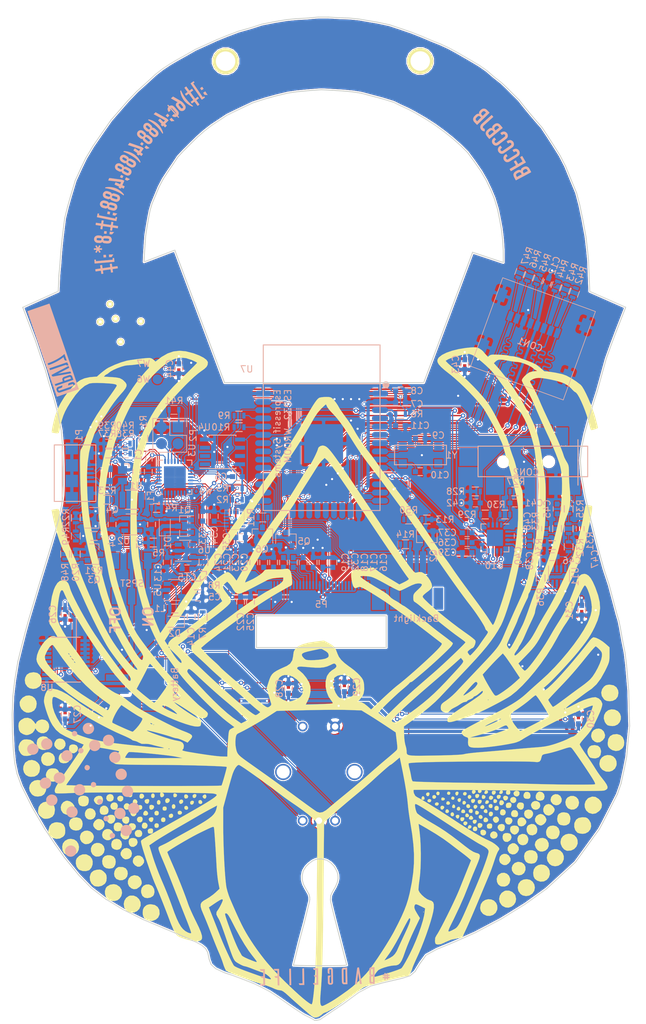
<source format=kicad_pcb>
(kicad_pcb (version 4) (host pcbnew 4.0.6)
  (layers (0 F.Cu signal) (31 B.Cu signal) (34 B.Paste user hide) (35 F.Paste user hide) (36 B.SilkS user) (37 F.SilkS user) (38 B.Mask user) (39 F.Mask user) (44 Edge.Cuts user))
  (net 0 "")
  (net 1 GND)
  (net 2 "Net-(F1-Pad1)")
  (net 3 "Net-(P1-Pad2)")
  (net 4 "Net-(P1-Pad3)")
  (net 5 "Net-(P1-Pad4)")
  (net 6 /LCD_SI)
  (net 7 /SCL)
  (net 8 /ESP32_TX)
  (net 9 /ESP32_RX)
  (net 10 /SDA)
  (net 11 "Net-(U7-Pad32)")
  (net 12 "Net-(U7-Pad31)")
  (net 13 /LCD_SCK)
  (net 14 /LCD_CS)
  (net 15 /LCD_RES)
  (net 16 /LCD_DI)
  (net 17 /SD1)
  (net 18 /SD0)
  (net 19 /SDCLK)
  (net 20 /SDCMD)
  (net 21 /SD3)
  (net 22 /SD2)
  (net 23 "Net-(U7-Pad12)")
  (net 24 /DAC_2)
  (net 25 /DAC_1)
  (net 26 "Net-(C10-Pad1)")
  (net 27 "Net-(C9-Pad1)")
  (net 28 "Net-(U7-Pad6)")
  (net 29 "Net-(U7-Pad5)")
  (net 30 +3V3)
  (net 31 /VUSB)
  (net 32 /VBAT)
  (net 33 +5V)
  (net 34 "Net-(C18-Pad1)")
  (net 35 "Net-(C19-Pad1)")
  (net 36 "Net-(C19-Pad2)")
  (net 37 "Net-(C20-Pad1)")
  (net 38 "Net-(C20-Pad2)")
  (net 39 "Net-(C21-Pad1)")
  (net 40 "Net-(C22-Pad1)")
  (net 41 "Net-(C23-Pad1)")
  (net 42 "Net-(C24-Pad1)")
  (net 43 "Net-(C25-Pad1)")
  (net 44 "Net-(D2-Pad2)")
  (net 45 /C2D)
  (net 46 /C2CK)
  (net 47 /LCD_EN)
  (net 48 "Net-(P6-Pad2)")
  (net 49 /ESP32_EN)
  (net 50 "Net-(R7-Pad2)")
  (net 51 /USB_RX)
  (net 52 /USB_TX)
  (net 53 /CSTAT)
  (net 54 "Net-(U3-Pad2)")
  (net 55 "Net-(U3-Pad21)")
  (net 56 "Net-(C13-Pad1)")
  (net 57 "Net-(C32-Pad1)")
  (net 58 "Net-(LED1-Pad1)")
  (net 59 "Net-(LED1-Pad2)")
  (net 60 "Net-(LED1-Pad6)")
  (net 61 "Net-(LED1-Pad5)")
  (net 62 "Net-(LED2-Pad6)")
  (net 63 "Net-(LED2-Pad5)")
  (net 64 "Net-(LED3-Pad6)")
  (net 65 "Net-(LED3-Pad5)")
  (net 66 "Net-(LED4-Pad6)")
  (net 67 "Net-(LED4-Pad5)")
  (net 68 "Net-(LED5-Pad6)")
  (net 69 "Net-(LED5-Pad5)")
  (net 70 "Net-(LED6-Pad6)")
  (net 71 "Net-(LED6-Pad5)")
  (net 72 "Net-(P5-Pad1)")
  (net 73 "Net-(P5-Pad30)")
  (net 74 "Net-(L2-Pad2)")
  (net 75 "Net-(U8-Pad4)")
  (net 76 "Net-(U8-Pad5)")
  (net 77 "Net-(U8-Pad6)")
  (net 78 "Net-(U8-Pad7)")
  (net 79 "Net-(U8-Pad8)")
  (net 80 "Net-(U8-Pad9)")
  (net 81 "Net-(C34-Pad1)")
  (net 82 "Net-(C36-Pad1)")
  (net 83 "Net-(C37-Pad1)")
  (net 84 "Net-(C38-Pad1)")
  (net 85 "Net-(C38-Pad2)")
  (net 86 "Net-(C39-Pad1)")
  (net 87 "Net-(C41-Pad1)")
  (net 88 "Net-(C42-Pad1)")
  (net 89 "Net-(LED7-Pad6)")
  (net 90 "Net-(LED7-Pad5)")
  (net 91 "Net-(LED8-Pad6)")
  (net 92 "Net-(LED8-Pad5)")
  (net 93 /BC_EN_1)
  (net 94 "Net-(Q3-Pad3)")
  (net 95 /BC_EN_2)
  (net 96 "Net-(Q4-Pad3)")
  (net 97 /LED_SDI)
  (net 98 /LED_CKI)
  (net 99 /ENC_B)
  (net 100 /ENC_A)
  (net 101 /ENC_SW)
  (net 102 "Net-(CON2-PadR1)")
  (net 103 "Net-(CON2-PadT)")
  (net 104 "Net-(U9-Pad3)")
  (net 105 "Net-(U9-Pad8)")
  (net 106 "Net-(U9-Pad9)")
  (net 107 "Net-(U9-Pad13)")
  (net 108 "Net-(U9-Pad15)")
  (net 109 "Net-(U9-Pad16)")
  (net 110 /MIC_IN)
  (net 111 "Net-(C45-Pad2)")
  (net 112 "Net-(C46-Pad2)")
  (net 113 "Net-(C47-Pad2)")
  (net 114 /MIC_AMP)
  (net 115 "Net-(C48-Pad2)")
  (net 116 "Net-(R31-Pad2)")
  (net 117 /MIC_SHDN)
  (net 118 "Net-(Q1-Pad3)")
  (net 119 "Net-(R37-Pad1)")
  (net 120 "Net-(R39-Pad1)")
  (net 121 "Net-(P2-Pad1)")
  (net 122 "Net-(Q3-Pad1)")
  (net 123 "Net-(Q4-Pad1)")
  (net 124 /ESP32_BOOT)
  (net 125 "Net-(U7-Pad22)")
  (net 126 "Net-(U7-Pad21)")
  (net 127 "Net-(U7-Pad20)")
  (net 128 "Net-(U7-Pad19)")
  (net 129 "Net-(U7-Pad18)")
  (net 130 "Net-(U7-Pad17)")
  (net 131 "Net-(U7-Pad4)")
  (net 132 "Net-(W2-Pad1)")
  (net 133 "Net-(P6-Pad1)")
  (net 134 "Net-(Q2-Pad1)")
  (net 135 "Net-(R21-Pad1)")
  (net 136 /ESP32_EN_DELAY)
  (net 137 "Net-(Q5-Pad1)")
  (net 138 /IO0)
  (module lib:VIA (layer F.Cu) (at 130.048 104.4575)
    (fp_text reference REF** hide)
    (fp_text value VIA hide)
    (pad 1 thru_hole circle (at 0 0) (size 0.508 0.508) (drill 0.3302) (layers *.Cu) (net 1 GND))
  )
  (module lib:VIA (layer F.Cu) (at 132.2705 103.1875)
    (fp_text reference REF** hide)
    (fp_text value VIA hide)
    (pad 1 thru_hole circle (at 0 0) (size 0.508 0.508) (drill 0.3302) (layers *.Cu) (net 1 GND))
  )
  (module lib:VIA (layer F.Cu) (at 133.0325 104.4575)
    (fp_text reference REF** hide)
    (fp_text value VIA hide)
    (pad 1 thru_hole circle (at 0 0) (size 0.508 0.508) (drill 0.3302) (layers *.Cu) (net 1 GND))
  )
  (module lib:VIA (layer F.Cu) (at 131.572 104.4575)
    (fp_text reference REF** hide)
    (fp_text value VIA hide)
    (pad 1 thru_hole circle (at 0 0) (size 0.508 0.508) (drill 0.3302) (layers *.Cu) (net 1 GND))
  )
  (module lib:VIA (layer F.Cu) (at 122.428 104.648)
    (fp_text reference REF** hide)
    (fp_text value VIA hide)
    (pad 1 thru_hole circle (at 0 0) (size 0.508 0.508) (drill 0.3302) (layers *.Cu) (net 1 GND))
  )
  (module lib:VIA (layer F.Cu) (at 117.983 108.1405)
    (fp_text reference REF** hide)
    (fp_text value VIA hide)
    (pad 1 thru_hole circle (at 0 0) (size 0.508 0.508) (drill 0.3302) (layers *.Cu) (net 1 GND))
  )
  (module lib:VIA (layer F.Cu) (at 116.6495 104.7115)
    (fp_text reference REF** hide)
    (fp_text value VIA hide)
    (pad 1 thru_hole circle (at 0 0) (size 0.508 0.508) (drill 0.3302) (layers *.Cu) (net 1 GND))
  )
  (module lib:VIA (layer F.Cu) (at 118.872 104.7115)
    (fp_text reference REF** hide)
    (fp_text value VIA hide)
    (pad 1 thru_hole circle (at 0 0) (size 0.508 0.508) (drill 0.3302) (layers *.Cu) (net 1 GND))
  )
  (module lib:VIA (layer F.Cu) (at 119.0625 100.5205)
    (fp_text reference REF** hide)
    (fp_text value VIA hide)
    (pad 1 thru_hole circle (at 0 0) (size 0.508 0.508) (drill 0.3302) (layers *.Cu) (net 1 GND))
  )
  (module lib:VIA (layer F.Cu) (at 170.434 111.125)
    (fp_text reference REF** hide)
    (fp_text value VIA hide)
    (pad 1 thru_hole circle (at 0 0) (size 0.508 0.508) (drill 0.3302) (layers *.Cu) (net 1 GND))
  )
  (module lib:VIA (layer F.Cu) (at 167.005 107.315)
    (fp_text reference REF** hide)
    (fp_text value VIA hide)
    (pad 1 thru_hole circle (at 0 0) (size 0.508 0.508) (drill 0.3302) (layers *.Cu) (net 1 GND))
  )
  (module lib:VIA (layer F.Cu) (at 163.195 105.029)
    (fp_text reference REF** hide)
    (fp_text value VIA hide)
    (pad 1 thru_hole circle (at 0 0) (size 0.508 0.508) (drill 0.3302) (layers *.Cu) (net 1 GND))
  )
  (module lib:VIA (layer F.Cu) (at 133.604 94.742)
    (fp_text reference REF** hide)
    (fp_text value VIA hide)
    (pad 1 thru_hole circle (at 0 0) (size 0.508 0.508) (drill 0.3302) (layers *.Cu) (net 1 GND))
  )
  (module lib:VIA (layer F.Cu) (at 134.493 93.853)
    (fp_text reference REF** hide)
    (fp_text value VIA hide)
    (pad 1 thru_hole circle (at 0 0) (size 0.508 0.508) (drill 0.3302) (layers *.Cu) (net 1 GND))
  )
  (module lib:VIA (layer F.Cu) (at 135.382 92.964)
    (fp_text reference REF** hide)
    (fp_text value VIA hide)
    (pad 1 thru_hole circle (at 0 0) (size 0.508 0.508) (drill 0.3302) (layers *.Cu) (net 1 GND))
  )
  (module lib:VIA (layer F.Cu) (at 136.144 92.202)
    (fp_text reference REF** hide)
    (fp_text value VIA hide)
    (pad 1 thru_hole circle (at 0 0) (size 0.508 0.508) (drill 0.3302) (layers *.Cu) (net 1 GND))
  )
  (module lib:VIA (layer F.Cu) (at 108.204 83.312)
    (fp_text reference REF** hide)
    (fp_text value VIA hide)
    (pad 1 thru_hole circle (at 0 0) (size 0.508 0.508) (drill 0.3302) (layers *.Cu) (net 1 GND))
  )
  (module lib:VIA (layer F.Cu) (at 98.933 84.201)
    (fp_text reference REF** hide)
    (fp_text value VIA hide)
    (pad 1 thru_hole circle (at 0 0) (size 0.508 0.508) (drill 0.3302) (layers *.Cu) (net 1 GND))
  )
  (module lib:VIA (layer F.Cu) (at 98.171 84.963)
    (fp_text reference REF** hide)
    (fp_text value VIA hide)
    (pad 1 thru_hole circle (at 0 0) (size 0.508 0.508) (drill 0.3302) (layers *.Cu) (net 1 GND))
  )
  (module lib:VIA (layer F.Cu) (at 97.282 85.852)
    (fp_text reference REF** hide)
    (fp_text value VIA hide)
    (pad 1 thru_hole circle (at 0 0) (size 0.508 0.508) (drill 0.3302) (layers *.Cu) (net 1 GND))
  )
  (module lib:VIA (layer F.Cu) (at 99.695 129.159)
    (fp_text reference REF** hide)
    (fp_text value VIA hide)
    (pad 1 thru_hole circle (at 0 0) (size 0.508 0.508) (drill 0.3302) (layers *.Cu) (net 1 GND))
  )
  (module lib:VIA (layer F.Cu) (at 98.552 130.556)
    (fp_text reference REF** hide)
    (fp_text value VIA hide)
    (pad 1 thru_hole circle (at 0 0) (size 0.508 0.508) (drill 0.3302) (layers *.Cu) (net 1 GND))
  )
  (module lib:VIA (layer F.Cu) (at 118.364 88.9)
    (fp_text reference REF** hide)
    (fp_text value VIA hide)
    (pad 1 thru_hole circle (at 0 0) (size 0.508 0.508) (drill 0.3302) (layers *.Cu) (net 1 GND))
  )
  (module lib:VIA (layer F.Cu) (at 168.402 104.013)
    (fp_text reference REF** hide)
    (fp_text value VIA hide)
    (pad 1 thru_hole circle (at 0 0) (size 0.508 0.508) (drill 0.3302) (layers *.Cu) (net 1 GND))
  )
  (module lib:VIA (layer F.Cu) (at 132.461 111.252)
    (fp_text reference REF** hide)
    (fp_text value VIA hide)
    (pad 1 thru_hole circle (at 0 0) (size 0.508 0.508) (drill 0.3302) (layers *.Cu) (net 1 GND))
  )
  (module lib:Socket_Strip_Straight_2x02_TP (layer B.Cu) (at 110.744 85.852 90)
    (fp_text reference P2 (at -1.27 2.33 90) (layer B.SilkS) (effects (justify mirror)))
    (fp_text value CONN_02X02)
    (pad 1 smd rect (at 0 0 90) (size 1.7 1.7) (layers B.Cu B.Paste B.Mask) (net 121 "Net-(P2-Pad1)"))
    (pad 2 smd oval (at -2.54 0 90) (size 1.7 1.7) (layers B.Cu B.Paste B.Mask) (net 45 /C2D))
    (pad 3 smd oval (at 0 -2.54 90) (size 1.7 1.7) (layers B.Cu B.Paste B.Mask) (net 1 GND))
    (pad 4 smd oval (at -2.54 -2.54 90) (size 1.7 1.7) (layers B.Cu B.Paste B.Mask) (net 46 /C2CK))
  )
  (module lib:VIA (layer F.Cu) (at 168.402 61.722)
    (fp_text reference REF** hide)
    (fp_text value VIA hide)
    (pad 1 thru_hole circle (at 0 0) (size 0.508 0.508) (drill 0.3302) (layers *.Cu) (net 1 GND))
  )
  (module lib:VIA (layer F.Cu) (at 110.744 102.87)
    (fp_text reference REF** hide)
    (fp_text value VIA hide)
    (pad 1 thru_hole circle (at 0 0) (size 0.508 0.508) (drill 0.3302) (layers *.Cu) (net 1 GND))
  )
  (module lib:VIA (layer F.Cu) (at 109.728 104.902)
    (fp_text reference REF** hide)
    (fp_text value VIA hide)
    (pad 1 thru_hole circle (at 0 0) (size 0.508 0.508) (drill 0.3302) (layers *.Cu) (net 1 GND))
  )
  (module lib:wingfix (layer F.Cu) (at 132.842 76.708)
    (fp_text reference G*** hide)
    (fp_text value LOGO hide)
  )
  (module lib:smoothbug (layer F.Cu) (at 133.096 122.682)
    (fp_text reference G*** hide)
    (fp_text value LOGO hide)
  )
  (module lib:VIA (layer F.Cu) (at 112.903 98.806)
    (fp_text reference REF** hide)
    (fp_text value VIA hide)
    (pad 1 thru_hole circle (at 0 0) (size 0.508 0.508) (drill 0.3302) (layers *.Cu) (net 1 GND))
  )
  (module lib:VIA (layer F.Cu) (at 116.332 89.662)
    (fp_text reference REF** hide)
    (fp_text value VIA hide)
    (pad 1 thru_hole circle (at 0 0) (size 0.508 0.508) (drill 0.3302) (layers *.Cu) (net 1 GND))
  )
  (module lib:VIA (layer F.Cu) (at 119.634 106.934)
    (fp_text reference REF** hide)
    (fp_text value VIA hide)
    (pad 1 thru_hole circle (at 0 0) (size 0.508 0.508) (drill 0.3302) (layers *.Cu) (net 1 GND))
  )
  (module lib:VIA (layer F.Cu) (at 120.65 106.934)
    (fp_text reference REF** hide)
    (fp_text value VIA hide)
    (pad 1 thru_hole circle (at 0 0) (size 0.508 0.508) (drill 0.3302) (layers *.Cu) (net 1 GND))
  )
  (module lib:VIA (layer F.Cu) (at 120.65 105.918)
    (fp_text reference REF** hide)
    (fp_text value VIA hide)
    (pad 1 thru_hole circle (at 0 0) (size 0.508 0.508) (drill 0.3302) (layers *.Cu) (net 1 GND))
  )
  (module lib:VIA (layer F.Cu) (at 125.984 87.63)
    (fp_text reference REF** hide)
    (fp_text value VIA hide)
    (pad 1 thru_hole circle (at 0 0) (size 0.508 0.508) (drill 0.3302) (layers *.Cu) (net 1 GND))
  )
  (module lib:VIA (layer F.Cu) (at 125.984 88.646)
    (fp_text reference REF** hide)
    (fp_text value VIA hide)
    (pad 1 thru_hole circle (at 0 0) (size 0.508 0.508) (drill 0.3302) (layers *.Cu) (net 1 GND))
  )
  (module lib:VIA (layer F.Cu) (at 123.952 104.648)
    (fp_text reference REF** hide)
    (fp_text value VIA hide)
    (pad 1 thru_hole circle (at 0 0) (size 0.508 0.508) (drill 0.3302) (layers *.Cu) (net 1 GND))
  )
  (module lib:VIA (layer F.Cu) (at 127.381 104.394)
    (fp_text reference REF** hide)
    (fp_text value VIA hide)
    (pad 1 thru_hole circle (at 0 0) (size 0.508 0.508) (drill 0.3302) (layers *.Cu) (net 1 GND))
  )
  (module lib:VIA (layer F.Cu) (at 125.1585 104.648)
    (fp_text reference REF** hide)
    (fp_text value VIA hide)
    (pad 1 thru_hole circle (at 0 0) (size 0.508 0.508) (drill 0.3302) (layers *.Cu) (net 1 GND))
  )
  (module lib:VIA (layer F.Cu) (at 127.254 87.63)
    (fp_text reference REF** hide)
    (fp_text value VIA hide)
    (pad 1 thru_hole circle (at 0 0) (size 0.508 0.508) (drill 0.3302) (layers *.Cu) (net 1 GND))
  )
  (module lib:VIA (layer F.Cu) (at 127.254 88.646)
    (fp_text reference REF** hide)
    (fp_text value VIA hide)
    (pad 1 thru_hole circle (at 0 0) (size 0.508 0.508) (drill 0.3302) (layers *.Cu) (net 1 GND))
  )
  (module lib:VIA (layer F.Cu) (at 107.569 110.998)
    (fp_text reference REF** hide)
    (fp_text value VIA hide)
    (pad 1 thru_hole circle (at 0 0) (size 0.508 0.508) (drill 0.3302) (layers *.Cu) (net 1 GND))
  )
  (module lib:VIA (layer F.Cu) (at 107.696 107.442)
    (fp_text reference REF** hide)
    (fp_text value VIA hide)
    (pad 1 thru_hole circle (at 0 0) (size 0.508 0.508) (drill 0.3302) (layers *.Cu) (net 1 GND))
  )
  (module lib:VIA (layer F.Cu) (at 102.108 120.142)
    (fp_text reference REF** hide)
    (fp_text value VIA hide)
    (pad 1 thru_hole circle (at 0 0) (size 0.508 0.508) (drill 0.3302) (layers *.Cu) (net 1 GND))
  )
  (module lib:VIA (layer F.Cu) (at 105.918 117.094)
    (fp_text reference REF** hide)
    (fp_text value VIA hide)
    (pad 1 thru_hole circle (at 0 0) (size 0.508 0.508) (drill 0.3302) (layers *.Cu) (net 1 GND))
  )
  (module lib:VIA (layer F.Cu) (at 98.044 101.092)
    (fp_text reference REF** hide)
    (fp_text value VIA hide)
    (pad 1 thru_hole circle (at 0 0) (size 0.508 0.508) (drill 0.3302) (layers *.Cu) (net 1 GND))
  )
  (module lib:VIA (layer F.Cu) (at 98.044 98.806)
    (fp_text reference REF** hide)
    (fp_text value VIA hide)
    (pad 1 thru_hole circle (at 0 0) (size 0.508 0.508) (drill 0.3302) (layers *.Cu) (net 1 GND))
  )
  (module lib:VIA (layer F.Cu) (at 103.632 97.028)
    (fp_text reference REF** hide)
    (fp_text value VIA hide)
    (pad 1 thru_hole circle (at 0 0) (size 0.508 0.508) (drill 0.3302) (layers *.Cu) (net 1 GND))
  )
  (module lib:VIA (layer F.Cu) (at 164.719 67.818)
    (fp_text reference REF** hide)
    (fp_text value VIA hide)
    (pad 1 thru_hole circle (at 0 0) (size 0.508 0.508) (drill 0.3302) (layers *.Cu) (net 1 GND))
  )
  (module lib:VIA (layer F.Cu) (at 99.314 87.249)
    (fp_text reference REF** hide)
    (fp_text value VIA hide)
    (pad 1 thru_hole circle (at 0 0) (size 0.508 0.508) (drill 0.3302) (layers *.Cu) (net 1 GND))
  )
  (module lib:VIA (layer F.Cu) (at 113.284 96.774)
    (fp_text reference REF** hide)
    (fp_text value VIA hide)
    (pad 1 thru_hole circle (at 0 0) (size 0.508 0.508) (drill 0.3302) (layers *.Cu) (net 1 GND))
  )
  (module lib:VIA (layer F.Cu) (at 112.522 95.758)
    (fp_text reference REF** hide)
    (fp_text value VIA hide)
    (pad 1 thru_hole circle (at 0 0) (size 0.508 0.508) (drill 0.3302) (layers *.Cu) (net 1 GND))
  )
  (module lib:VIA (layer F.Cu) (at 114.808 86.36)
    (fp_text reference REF** hide)
    (fp_text value VIA hide)
    (pad 1 thru_hole circle (at 0 0) (size 0.508 0.508) (drill 0.3302) (layers *.Cu) (net 1 GND))
  )
  (module lib:VIA (layer F.Cu) (at 138.43 86.106)
    (fp_text reference REF** hide)
    (fp_text value VIA hide)
    (pad 1 thru_hole circle (at 0 0) (size 0.508 0.508) (drill 0.3302) (layers *.Cu) (net 1 GND))
  )
  (module lib:VIA (layer F.Cu) (at 134.874 81.534)
    (fp_text reference REF** hide)
    (fp_text value VIA hide)
    (pad 1 thru_hole circle (at 0 0) (size 0.508 0.508) (drill 0.3302) (layers *.Cu) (net 1 GND))
  )
  (module lib:VIA (layer F.Cu) (at 136.144 81.534)
    (fp_text reference REF** hide)
    (fp_text value VIA hide)
    (pad 1 thru_hole circle (at 0 0) (size 0.508 0.508) (drill 0.3302) (layers *.Cu) (net 1 GND))
  )
  (module lib:VIA (layer F.Cu) (at 137.414 81.534)
    (fp_text reference REF** hide)
    (fp_text value VIA hide)
    (pad 1 thru_hole circle (at 0 0) (size 0.508 0.508) (drill 0.3302) (layers *.Cu) (net 1 GND))
  )
  (module lib:VIA (layer F.Cu) (at 138.684 81.534)
    (fp_text reference REF** hide)
    (fp_text value VIA hide)
    (pad 1 thru_hole circle (at 0 0) (size 0.508 0.508) (drill 0.3302) (layers *.Cu) (net 1 GND))
  )
  (module lib:VIA (layer F.Cu) (at 153.162 105.156)
    (fp_text reference REF** hide)
    (fp_text value VIA hide)
    (pad 1 thru_hole circle (at 0 0) (size 0.508 0.508) (drill 0.3302) (layers *.Cu) (net 1 GND))
  )
  (module lib:VIA (layer F.Cu) (at 157.48 104.902)
    (fp_text reference REF** hide)
    (fp_text value VIA hide)
    (pad 1 thru_hole circle (at 0 0) (size 0.508 0.508) (drill 0.3302) (layers *.Cu) (net 1 GND))
  )
  (module lib:VIA (layer F.Cu) (at 97.282 131.826)
    (fp_text reference REF** hide)
    (fp_text value VIA hide)
    (pad 1 thru_hole circle (at 0 0) (size 0.508 0.508) (drill 0.3302) (layers *.Cu) (net 1 GND))
  )
  (module lib:VIA (layer F.Cu) (at 96.139 102.616)
    (fp_text reference REF** hide)
    (fp_text value VIA hide)
    (pad 1 thru_hole circle (at 0 0) (size 0.508 0.508) (drill 0.3302) (layers *.Cu) (net 1 GND))
  )
  (module lib:VIA (layer F.Cu) (at 98.552 89.916)
    (fp_text reference REF** hide)
    (fp_text value VIA hide)
    (pad 1 thru_hole circle (at 0 0) (size 0.508 0.508) (drill 0.3302) (layers *.Cu) (net 1 GND))
  )
  (module lib:VIA (layer F.Cu) (at 99.822 95.758)
    (fp_text reference REF** hide)
    (fp_text value VIA hide)
    (pad 1 thru_hole circle (at 0 0) (size 0.508 0.508) (drill 0.3302) (layers *.Cu) (net 1 GND))
  )
  (module lib:VIA (layer F.Cu) (at 154.432 97.536)
    (fp_text reference REF** hide)
    (fp_text value VIA hide)
    (pad 1 thru_hole circle (at 0 0) (size 0.508 0.508) (drill 0.3302) (layers *.Cu) (net 1 GND))
  )
  (module lib:VIA (layer F.Cu) (at 154.432 95.758)
    (fp_text reference REF** hide)
    (fp_text value VIA hide)
    (pad 1 thru_hole circle (at 0 0) (size 0.508 0.508) (drill 0.3302) (layers *.Cu) (net 1 GND))
  )
  (module lib:VIA (layer F.Cu) (at 104.902 100.838)
    (fp_text reference REF** hide)
    (fp_text value VIA hide)
    (pad 1 thru_hole circle (at 0 0) (size 0.508 0.508) (drill 0.3302) (layers *.Cu) (net 1 GND))
  )
  (module lib:VIA (layer F.Cu) (at 104.902 103.632)
    (fp_text reference REF** hide)
    (fp_text value VIA hide)
    (pad 1 thru_hole circle (at 0 0) (size 0.508 0.508) (drill 0.3302) (layers *.Cu) (net 1 GND))
  )
  (module lib:VIA (layer F.Cu) (at 108.966 98.806)
    (fp_text reference REF** hide)
    (fp_text value VIA hide)
    (pad 1 thru_hole circle (at 0 0) (size 0.508 0.508) (drill 0.3302) (layers *.Cu) (net 1 GND))
  )
  (module lib:VIA (layer F.Cu) (at 116.332 97.79)
    (fp_text reference REF** hide)
    (fp_text value VIA hide)
    (pad 1 thru_hole circle (at 0 0) (size 0.508 0.508) (drill 0.3302) (layers *.Cu) (net 1 GND))
  )
  (module lib:VIA (layer F.Cu) (at 112.776 75.946)
    (fp_text reference REF** hide)
    (fp_text value VIA hide)
    (pad 1 thru_hole circle (at 0 0) (size 0.508 0.508) (drill 0.3302) (layers *.Cu) (net 1 GND))
  )
  (module lib:VIA (layer F.Cu) (at 105.283 93.472)
    (fp_text reference REF** hide)
    (fp_text value VIA hide)
    (pad 1 thru_hole circle (at 0 0) (size 0.508 0.508) (drill 0.3302) (layers *.Cu) (net 1 GND))
  )
  (module lib:VIA (layer F.Cu) (at 175.514 120.904)
    (fp_text reference REF** hide)
    (fp_text value VIA hide)
    (pad 1 thru_hole circle (at 0 0) (size 0.508 0.508) (drill 0.3302) (layers *.Cu) (net 1 GND))
  )
  (module lib:VIA (layer F.Cu) (at 153.924 81.026)
    (fp_text reference REF** hide)
    (fp_text value VIA hide)
    (pad 1 thru_hole circle (at 0 0) (size 0.508 0.508) (drill 0.3302) (layers *.Cu) (net 1 GND))
  )
  (module lib:VIA (layer F.Cu) (at 164.084 91.186)
    (fp_text reference REF** hide)
    (fp_text value VIA hide)
    (pad 1 thru_hole circle (at 0 0) (size 0.508 0.508) (drill 0.3302) (layers *.Cu) (net 1 GND))
  )
  (module lib:VIA (layer F.Cu) (at 137.414 84.836)
    (fp_text reference REF** hide)
    (fp_text value VIA hide)
    (pad 1 thru_hole circle (at 0 0) (size 0.508 0.508) (drill 0.3302) (layers *.Cu) (net 1 GND))
  )
  (module lib:VIA (layer F.Cu) (at 148.336 90.17)
    (fp_text reference REF** hide)
    (fp_text value VIA hide)
    (pad 1 thru_hole circle (at 0 0) (size 0.508 0.508) (drill 0.3302) (layers *.Cu) (net 1 GND))
  )
  (module lib:VIA (layer F.Cu) (at 167.132 126.238)
    (fp_text reference REF** hide)
    (fp_text value VIA hide)
    (pad 1 thru_hole circle (at 0 0) (size 0.508 0.508) (drill 0.3302) (layers *.Cu) (net 1 GND))
  )
  (module lib:VIA (layer F.Cu) (at 163.83 122.682)
    (fp_text reference REF** hide)
    (fp_text value VIA hide)
    (pad 1 thru_hole circle (at 0 0) (size 0.508 0.508) (drill 0.3302) (layers *.Cu) (net 1 GND))
  )
  (module Resistors_SMD:R_0603 (layer B.Cu) (at 161.134772 99.312274)
    (fp_text reference R30 (at -1.368772 -1.522274) (layer B.SilkS) (effects (justify mirror)))
    (fp_text value 47k)
    (pad 1 smd rect (at -0.75 0) (size 0.5 0.9) (layers B.Cu B.Paste B.Mask) (net 103 "Net-(CON2-PadT)"))
    (pad 2 smd rect (at 0.75 0) (size 0.5 0.9) (layers B.Cu B.Paste B.Mask) (net 87 "Net-(C41-Pad1)"))
  )
  (module lib:USB_Micro-B-cpv (layer B.Cu) (at 95.496011 92.941175 90)
    (fp_text reference P1 (at 5.819175 0.007989 90) (layer B.SilkS) (effects (justify mirror)))
    (fp_text value USB)
    (pad 6 smd rect (at 1.2 -1.113 90) (size 1.9 1.9) (layers B.Cu B.Paste B.Mask) (net 1 GND))
    (pad 6 smd rect (at -1.2 -1.113 90) (size 1.9 1.9) (layers B.Cu B.Paste B.Mask) (net 1 GND))
    (pad 1 smd rect (at -1.3009 1.56254) (size 1.35 0.4) (layers B.Cu B.Paste B.Mask) (net 2 "Net-(F1-Pad1)"))
    (pad 2 smd rect (at -0.6509 1.56254) (size 1.35 0.4) (layers B.Cu B.Paste B.Mask) (net 3 "Net-(P1-Pad2)"))
    (pad 3 smd rect (at -0.0009 1.56254) (size 1.35 0.4) (layers B.Cu B.Paste B.Mask) (net 4 "Net-(P1-Pad3)"))
    (pad 4 smd rect (at 0.6491 1.56254) (size 1.35 0.4) (layers B.Cu B.Paste B.Mask) (net 5 "Net-(P1-Pad4)"))
    (pad 5 smd rect (at 1.2991 1.56254) (size 1.35 0.4) (layers B.Cu B.Paste B.Mask) (net 1 GND))
    (pad 6 smd rect (at -3.1009 1.43754 90) (size 2.1 1.6) (layers B.Cu B.Paste B.Mask) (net 1 GND))
    (pad 6 smd rect (at 3.0991 1.437 90) (size 2.1 1.6) (layers B.Cu B.Paste B.Mask) (net 1 GND))
    (pad 6 smd rect (at -3.8 -1.113 90) (size 1.8 1.9) (layers B.Cu B.Paste B.Mask) (net 1 GND))
    (pad 6 smd rect (at 3.8 -1.113 90) (size 1.8 1.9) (layers B.Cu B.Paste B.Mask) (net 1 GND))
  )
  (module Capacitors_SMD:C_0603 (layer B.Cu) (at 104.394 92.698 270)
    (fp_text reference C1 (at -2.528 -0.254 270) (layer B.SilkS) (effects (justify mirror)))
    (fp_text value 4.7uF)
    (pad 1 smd rect (at -0.75 0 270) (size 0.8 0.75) (layers B.Cu B.Paste B.Mask) (net 30 +3V3))
    (pad 2 smd rect (at 0.75 0 270) (size 0.8 0.75) (layers B.Cu B.Paste B.Mask) (net 1 GND))
  )
  (module Capacitors_SMD:C_0603 (layer B.Cu) (at 106.172 92.71 270)
    (fp_text reference C2 (at -2.413 -0.127 270) (layer B.SilkS) (effects (justify mirror)))
    (fp_text value 0.1uF)
    (pad 1 smd rect (at -0.75 0 270) (size 0.8 0.75) (layers B.Cu B.Paste B.Mask) (net 30 +3V3))
    (pad 2 smd rect (at 0.75 0 270) (size 0.8 0.75) (layers B.Cu B.Paste B.Mask) (net 1 GND))
  )
  (module Capacitors_SMD:C_0603 (layer B.Cu) (at 106.68 100.838 270)
    (fp_text reference C3 (at 2.794 1.778 270) (layer B.SilkS) (effects (justify mirror)))
    (fp_text value 4.7uF)
    (pad 1 smd rect (at -0.75 0 270) (size 0.8 0.75) (layers B.Cu B.Paste B.Mask) (net 31 /VUSB))
    (pad 2 smd rect (at 0.75 0 270) (size 0.8 0.75) (layers B.Cu B.Paste B.Mask) (net 1 GND))
  )
  (module Capacitors_SMD:C_0603 (layer B.Cu) (at 100.584 100.838 270)
    (fp_text reference C4 (at 2.54 0 270) (layer B.SilkS) (effects (justify mirror)))
    (fp_text value 4.7uF)
    (pad 1 smd rect (at -0.75 0 270) (size 0.8 0.75) (layers B.Cu B.Paste B.Mask) (net 32 /VBAT))
    (pad 2 smd rect (at 0.75 0 270) (size 0.8 0.75) (layers B.Cu B.Paste B.Mask) (net 1 GND))
  )
  (module Capacitors_SMD:C_0603 (layer B.Cu) (at 113.792 112.014)
    (fp_text reference C5 (at 2.6035 0) (layer B.SilkS) (effects (justify mirror)))
    (fp_text value 4.7uF)
    (pad 1 smd rect (at -0.75 0) (size 0.8 0.75) (layers B.Cu B.Paste B.Mask) (net 56 "Net-(C13-Pad1)"))
    (pad 2 smd rect (at 0.75 0) (size 0.8 0.75) (layers B.Cu B.Paste B.Mask) (net 1 GND))
  )
  (module Capacitors_SMD:C_0603 (layer B.Cu) (at 119.9 93.472001 180)
    (fp_text reference C6 (at 2.552 0.000001 180) (layer B.SilkS) (effects (justify mirror)))
    (fp_text value 1uF)
    (pad 1 smd rect (at -0.75 0 180) (size 0.8 0.75) (layers B.Cu B.Paste B.Mask) (net 30 +3V3))
    (pad 2 smd rect (at 0.75 0 180) (size 0.8 0.75) (layers B.Cu B.Paste B.Mask) (net 1 GND))
  )
  (module Capacitors_SMD:C_0603 (layer B.Cu) (at 145.046 82.042)
    (fp_text reference C7 (at 2.528 0.254) (layer B.SilkS) (effects (justify mirror)))
    (fp_text value 10uF)
    (pad 1 smd rect (at -0.75 0) (size 0.8 0.75) (layers B.Cu B.Paste B.Mask) (net 30 +3V3))
    (pad 2 smd rect (at 0.75 0) (size 0.8 0.75) (layers B.Cu B.Paste B.Mask) (net 1 GND))
  )
  (module Capacitors_SMD:C_0603 (layer B.Cu) (at 145.034 80.264)
    (fp_text reference C8 (at 2.54 0) (layer B.SilkS) (effects (justify mirror)))
    (fp_text value 0.1uF)
    (pad 1 smd rect (at -0.75 0) (size 0.8 0.75) (layers B.Cu B.Paste B.Mask) (net 30 +3V3))
    (pad 2 smd rect (at 0.75 0) (size 0.8 0.75) (layers B.Cu B.Paste B.Mask) (net 1 GND))
  )
  (module Capacitors_SMD:C_0603 (layer B.Cu) (at 148.094 87.63)
    (fp_text reference C9 (at 2.782 -0.508) (layer B.SilkS) (effects (justify mirror)))
    (fp_text value 12pF)
    (pad 1 smd rect (at -0.75 0) (size 0.8 0.75) (layers B.Cu B.Paste B.Mask) (net 27 "Net-(C9-Pad1)"))
    (pad 2 smd rect (at 0.75 0) (size 0.8 0.75) (layers B.Cu B.Paste B.Mask) (net 1 GND))
  )
  (module Capacitors_SMD:C_0603 (layer B.Cu) (at 148.082 92.71)
    (fp_text reference C10 (at 3.048 0.508) (layer B.SilkS) (effects (justify mirror)))
    (fp_text value 12pF)
    (pad 1 smd rect (at -0.75 0) (size 0.8 0.75) (layers B.Cu B.Paste B.Mask) (net 26 "Net-(C10-Pad1)"))
    (pad 2 smd rect (at 0.75 0) (size 0.8 0.75) (layers B.Cu B.Paste B.Mask) (net 1 GND))
  )
  (module Capacitors_SMD:C_0603 (layer B.Cu) (at 145.022 85.598)
    (fp_text reference C11 (at 3.06 0) (layer B.SilkS) (effects (justify mirror)))
    (fp_text value 0.1uF)
    (pad 1 smd rect (at -0.75 0) (size 0.8 0.75) (layers B.Cu B.Paste B.Mask) (net 136 /ESP32_EN_DELAY))
    (pad 2 smd rect (at 0.75 0) (size 0.8 0.75) (layers B.Cu B.Paste B.Mask) (net 1 GND))
  )
  (module Capacitors_SMD:C_0603 (layer B.Cu) (at 167.64 63.627 70)
    (fp_text reference C12 (at 2.897089 0.161901 70) (layer B.SilkS) (effects (justify mirror)))
    (fp_text value 10uF)
    (pad 1 smd rect (at -0.75 0 70) (size 0.8 0.75) (layers B.Cu B.Paste B.Mask) (net 30 +3V3))
    (pad 2 smd rect (at 0.75 0 70) (size 0.8 0.75) (layers B.Cu B.Paste B.Mask) (net 1 GND))
  )
  (module Capacitors_SMD:C_0603 (layer B.Cu) (at 109.085383 106.663491 270)
    (fp_text reference C13 (at 1.540509 1.389383 270) (layer B.SilkS) (effects (justify mirror)))
    (fp_text value 10uF)
    (pad 1 smd rect (at -0.75 0 270) (size 0.8 0.75) (layers B.Cu B.Paste B.Mask) (net 56 "Net-(C13-Pad1)"))
    (pad 2 smd rect (at 0.75 0 270) (size 0.8 0.75) (layers B.Cu B.Paste B.Mask) (net 1 GND))
  )
  (module Capacitors_SMD:C_0603 (layer B.Cu) (at 112.776 115.062 90)
    (fp_text reference C14 (at -3.048 0 90) (layer B.SilkS) (effects (justify mirror)))
    (fp_text value 22uF)
    (pad 1 smd rect (at -0.75 0 90) (size 0.8 0.75) (layers B.Cu B.Paste B.Mask) (net 33 +5V))
    (pad 2 smd rect (at 0.75 0 90) (size 0.8 0.75) (layers B.Cu B.Paste B.Mask) (net 1 GND))
  )
  (module Capacitors_SMD:C_0603 (layer B.Cu) (at 112.133386 107.679494 180)
    (fp_text reference C15 (at 0 -1.286506 180) (layer B.SilkS) (effects (justify mirror)))
    (fp_text value 22uF)
    (pad 1 smd rect (at -0.75 0 180) (size 0.8 0.75) (layers B.Cu B.Paste B.Mask) (net 30 +3V3))
    (pad 2 smd rect (at 0.75 0 180) (size 0.8 0.75) (layers B.Cu B.Paste B.Mask) (net 1 GND))
  )
  (module Capacitors_SMD:C_0603 (layer B.Cu) (at 134.62 106.692 90)
    (fp_text reference C16 (at 0.012 7.8105 90) (layer B.SilkS) (effects (justify mirror)))
    (fp_text value 0.1uF)
    (pad 1 smd rect (at -0.75 0 90) (size 0.8 0.75) (layers B.Cu B.Paste B.Mask) (net 30 +3V3))
    (pad 2 smd rect (at 0.75 0 90) (size 0.8 0.75) (layers B.Cu B.Paste B.Mask) (net 1 GND))
  )
  (module Capacitors_SMD:C_0603 (layer B.Cu) (at 133.096 106.68 90)
    (fp_text reference C17 (at 0 7.874 90) (layer B.SilkS) (effects (justify mirror)))
    (fp_text value 10uF)
    (pad 1 smd rect (at -0.75 0 90) (size 0.8 0.75) (layers B.Cu B.Paste B.Mask) (net 30 +3V3))
    (pad 2 smd rect (at 0.75 0 90) (size 0.8 0.75) (layers B.Cu B.Paste B.Mask) (net 1 GND))
  )
  (module Capacitors_SMD:C_0603 (layer B.Cu) (at 131.572 106.68 90)
    (fp_text reference C18 (at 0 7.9375 90) (layer B.SilkS) (effects (justify mirror)))
    (fp_text value 1uF)
    (pad 1 smd rect (at -0.75 0 90) (size 0.8 0.75) (layers B.Cu B.Paste B.Mask) (net 34 "Net-(C18-Pad1)"))
    (pad 2 smd rect (at 0.75 0 90) (size 0.8 0.75) (layers B.Cu B.Paste B.Mask) (net 1 GND))
  )
  (module Capacitors_SMD:C_0603 (layer B.Cu) (at 128.524 106.692 90)
    (fp_text reference C19 (at 0.012 8.001 90) (layer B.SilkS) (effects (justify mirror)))
    (fp_text value 1uF)
    (pad 1 smd rect (at -0.75 0 90) (size 0.8 0.75) (layers B.Cu B.Paste B.Mask) (net 35 "Net-(C19-Pad1)"))
    (pad 2 smd rect (at 0.75 0 90) (size 0.8 0.75) (layers B.Cu B.Paste B.Mask) (net 36 "Net-(C19-Pad2)"))
  )
  (module Capacitors_SMD:C_0603 (layer B.Cu) (at 127 106.692 90)
    (fp_text reference C20 (at 0.012 -6.0325 90) (layer B.SilkS) (effects (justify mirror)))
    (fp_text value 1uF)
    (pad 1 smd rect (at -0.75 0 90) (size 0.8 0.75) (layers B.Cu B.Paste B.Mask) (net 37 "Net-(C20-Pad1)"))
    (pad 2 smd rect (at 0.75 0 90) (size 0.8 0.75) (layers B.Cu B.Paste B.Mask) (net 38 "Net-(C20-Pad2)"))
  )
  (module Capacitors_SMD:C_0603 (layer B.Cu) (at 123.952 106.692 90)
    (fp_text reference C21 (at 0.012 -5.6515 90) (layer B.SilkS) (effects (justify mirror)))
    (fp_text value 1uF)
    (pad 1 smd rect (at -0.75 0 90) (size 0.8 0.75) (layers B.Cu B.Paste B.Mask) (net 39 "Net-(C21-Pad1)"))
    (pad 2 smd rect (at 0.75 0 90) (size 0.8 0.75) (layers B.Cu B.Paste B.Mask) (net 1 GND))
  )
  (module Capacitors_SMD:C_0603 (layer B.Cu) (at 120.396 112.776 90)
    (fp_text reference C22 (at -3.048 0 90) (layer B.SilkS) (effects (justify mirror)))
    (fp_text value 1uF)
    (pad 1 smd rect (at -0.75 0 90) (size 0.8 0.75) (layers B.Cu B.Paste B.Mask) (net 40 "Net-(C22-Pad1)"))
    (pad 2 smd rect (at 0.75 0 90) (size 0.8 0.75) (layers B.Cu B.Paste B.Mask) (net 1 GND))
  )
  (module Capacitors_SMD:C_0603 (layer B.Cu) (at 125.476 106.68 90)
    (fp_text reference C23 (at 0 -5.842 90) (layer B.SilkS) (effects (justify mirror)))
    (fp_text value 1uF)
    (pad 1 smd rect (at -0.75 0 90) (size 0.8 0.75) (layers B.Cu B.Paste B.Mask) (net 41 "Net-(C23-Pad1)"))
    (pad 2 smd rect (at 0.75 0 90) (size 0.8 0.75) (layers B.Cu B.Paste B.Mask) (net 1 GND))
  )
  (module Capacitors_SMD:C_0603 (layer B.Cu) (at 122.428 106.692 90)
    (fp_text reference C24 (at 0.012 -5.461 90) (layer B.SilkS) (effects (justify mirror)))
    (fp_text value 1uF)
    (pad 1 smd rect (at -0.75 0 90) (size 0.8 0.75) (layers B.Cu B.Paste B.Mask) (net 42 "Net-(C24-Pad1)"))
    (pad 2 smd rect (at 0.75 0 90) (size 0.8 0.75) (layers B.Cu B.Paste B.Mask) (net 1 GND))
  )
  (module Capacitors_SMD:C_0603 (layer B.Cu) (at 121.92 112.776 90)
    (fp_text reference C25 (at -3.048 0 90) (layer B.SilkS) (effects (justify mirror)))
    (fp_text value 1uF)
    (pad 1 smd rect (at -0.75 0 90) (size 0.8 0.75) (layers B.Cu B.Paste B.Mask) (net 43 "Net-(C25-Pad1)"))
    (pad 2 smd rect (at 0.75 0 90) (size 0.8 0.75) (layers B.Cu B.Paste B.Mask) (net 1 GND))
  )
  (module Capacitors_SMD:C_0603 (layer B.Cu) (at 93.345 114.681 270)
    (fp_text reference C26 (at 0 1.9 270) (layer B.SilkS) (effects (justify mirror)))
    (fp_text value 1uF)
    (pad 1 smd rect (at -0.75 0 270) (size 0.8 0.75) (layers B.Cu B.Paste B.Mask) (net 33 +5V))
    (pad 2 smd rect (at 0.75 0 270) (size 0.8 0.75) (layers B.Cu B.Paste B.Mask) (net 1 GND))
  )
  (module Capacitors_SMD:C_0603 (layer B.Cu) (at 93.345 130.06 90)
    (fp_text reference C27 (at 0 1.9 90) (layer B.SilkS) (effects (justify mirror)))
    (fp_text value 1uF)
    (pad 1 smd rect (at -0.75 0 90) (size 0.8 0.75) (layers B.Cu B.Paste B.Mask) (net 33 +5V))
    (pad 2 smd rect (at 0.75 0 90) (size 0.8 0.75) (layers B.Cu B.Paste B.Mask) (net 1 GND))
  )
  (module Capacitors_SMD:C_0603 (layer B.Cu) (at 127.762 126.099 90)
    (fp_text reference C28 (at 0 -1.397 90) (layer B.SilkS) (effects (justify mirror)))
    (fp_text value 1uF)
    (pad 1 smd rect (at -0.75 0 90) (size 0.8 0.75) (layers B.Cu B.Paste B.Mask) (net 33 +5V))
    (pad 2 smd rect (at 0.75 0 90) (size 0.8 0.75) (layers B.Cu B.Paste B.Mask) (net 1 GND))
  )
  (module Capacitors_SMD:C_0603 (layer B.Cu) (at 136.398 125.857 90)
    (fp_text reference C29 (at 0 1.9 90) (layer B.SilkS) (effects (justify mirror)))
    (fp_text value 1uF)
    (pad 1 smd rect (at -0.75 0 90) (size 0.8 0.75) (layers B.Cu B.Paste B.Mask) (net 33 +5V))
    (pad 2 smd rect (at 0.75 0 90) (size 0.8 0.75) (layers B.Cu B.Paste B.Mask) (net 1 GND))
  )
  (module Capacitors_SMD:C_0603 (layer B.Cu) (at 172.466 130.81 90)
    (fp_text reference C30 (at 0 1.9 90) (layer B.SilkS) (effects (justify mirror)))
    (fp_text value 1uF)
    (pad 1 smd rect (at -0.75 0 90) (size 0.8 0.75) (layers B.Cu B.Paste B.Mask) (net 33 +5V))
    (pad 2 smd rect (at 0.75 0 90) (size 0.8 0.75) (layers B.Cu B.Paste B.Mask) (net 1 GND))
  )
  (module Capacitors_SMD:C_0603 (layer B.Cu) (at 172.974 114.046 270)
    (fp_text reference C31 (at 0 1.9 270) (layer B.SilkS) (effects (justify mirror)))
    (fp_text value 1uF)
    (pad 1 smd rect (at -0.75 0 270) (size 0.8 0.75) (layers B.Cu B.Paste B.Mask) (net 33 +5V))
    (pad 2 smd rect (at 0.75 0 270) (size 0.8 0.75) (layers B.Cu B.Paste B.Mask) (net 1 GND))
  )
  (module Diodes_SMD:SOD-323 (layer B.Cu) (at 108.712 101.092 90)
    (fp_text reference D1 (at -2.54 0.4445 90) (layer B.SilkS) (effects (justify mirror)))
    (fp_text value D_Schottky)
    (pad 1 smd rect (at -1.05 0 90) (size 0.6 0.45) (layers B.Cu B.Paste B.Mask) (net 56 "Net-(C13-Pad1)"))
    (pad 2 smd rect (at 1.05 0 90) (size 0.6 0.45) (layers B.Cu B.Paste B.Mask) (net 31 /VUSB))
  )
  (module Diodes_SMD:SOD-323 (layer B.Cu) (at 110.236 115.824 180)
    (fp_text reference D2 (at 0 -1.778 180) (layer B.SilkS) (effects (justify mirror)))
    (fp_text value D_Schottky)
    (pad 1 smd rect (at -1.05 0 180) (size 0.6 0.45) (layers B.Cu B.Paste B.Mask) (net 33 +5V))
    (pad 2 smd rect (at 1.05 0 180) (size 0.6 0.45) (layers B.Cu B.Paste B.Mask) (net 44 "Net-(D2-Pad2)"))
  )
  (module TO_SOT_Packages_SMD:SOT-23 (layer B.Cu) (at 111.76 101.092 180)
    (fp_text reference Q1 (at 0 2.5 180) (layer B.SilkS) (effects (justify mirror)))
    (fp_text value PMOS)
    (pad 1 smd rect (at -1 0.95 180) (size 0.9 0.8) (layers B.Cu B.Paste B.Mask) (net 31 /VUSB))
    (pad 2 smd rect (at -1 -0.95 180) (size 0.9 0.8) (layers B.Cu B.Paste B.Mask) (net 56 "Net-(C13-Pad1)"))
    (pad 3 smd rect (at 1 0 180) (size 0.9 0.8) (layers B.Cu B.Paste B.Mask) (net 118 "Net-(Q1-Pad3)"))
  )
  (module TO_SOT_Packages_SMD:SOT-23 (layer B.Cu) (at 149.098 102.87 270)
    (fp_text reference Q2 (at 2.794 -1.016 270) (layer B.SilkS) (effects (justify mirror)))
    (fp_text value NMOS)
    (pad 1 smd rect (at -1 0.95 270) (size 0.9 0.8) (layers B.Cu B.Paste B.Mask) (net 134 "Net-(Q2-Pad1)"))
    (pad 2 smd rect (at -1 -0.95 270) (size 0.9 0.8) (layers B.Cu B.Paste B.Mask) (net 1 GND))
    (pad 3 smd rect (at 1 0 270) (size 0.9 0.8) (layers B.Cu B.Paste B.Mask) (net 133 "Net-(P6-Pad1)"))
  )
  (module Resistors_SMD:R_0603 (layer B.Cu) (at 105.41 87.63 90)
    (fp_text reference R1 (at 2.667 0 90) (layer B.SilkS) (effects (justify mirror)))
    (fp_text value 1k)
    (pad 1 smd rect (at -0.75 0 90) (size 0.5 0.9) (layers B.Cu B.Paste B.Mask) (net 46 /C2CK))
    (pad 2 smd rect (at 0.75 0 90) (size 0.5 0.9) (layers B.Cu B.Paste B.Mask) (net 30 +3V3))
  )
  (module Resistors_SMD:R_0603 (layer B.Cu) (at 119.888 97.028 180)
    (fp_text reference R2 (at 2.286 0 180) (layer B.SilkS) (effects (justify mirror)))
    (fp_text value 4k7)
    (pad 1 smd rect (at -0.75 0 180) (size 0.5 0.9) (layers B.Cu B.Paste B.Mask) (net 30 +3V3))
    (pad 2 smd rect (at 0.75 0 180) (size 0.5 0.9) (layers B.Cu B.Paste B.Mask) (net 10 /SDA))
  )
  (module Resistors_SMD:R_0603 (layer B.Cu) (at 119.888 95.25 180)
    (fp_text reference R3 (at 2.286 0 180) (layer B.SilkS) (effects (justify mirror)))
    (fp_text value 4k7)
    (pad 1 smd rect (at -0.75 0 180) (size 0.5 0.9) (layers B.Cu B.Paste B.Mask) (net 30 +3V3))
    (pad 2 smd rect (at 0.75 0 180) (size 0.5 0.9) (layers B.Cu B.Paste B.Mask) (net 7 /SCL))
  )
  (module Resistors_SMD:R_0603 (layer B.Cu) (at 107.442 98.298)
    (fp_text reference R4 (at 2.286 0) (layer B.SilkS) (effects (justify mirror)))
    (fp_text value 100k)
    (pad 1 smd rect (at -0.75 0) (size 0.5 0.9) (layers B.Cu B.Paste B.Mask) (net 31 /VUSB))
    (pad 2 smd rect (at 0.75 0) (size 0.5 0.9) (layers B.Cu B.Paste B.Mask) (net 1 GND))
  )
  (module Resistors_SMD:R_0603 (layer B.Cu) (at 106.934 103.632 180)
    (fp_text reference R5 (at -0.8255 -1.5875 180) (layer B.SilkS) (effects (justify mirror)))
    (fp_text value 100k)
    (pad 1 smd rect (at -0.75 0 180) (size 0.5 0.9) (layers B.Cu B.Paste B.Mask) (net 118 "Net-(Q1-Pad3)"))
    (pad 2 smd rect (at 0.75 0 180) (size 0.5 0.9) (layers B.Cu B.Paste B.Mask) (net 1 GND))
  )
  (module Resistors_SMD:R_0603 (layer B.Cu) (at 145.046 83.82)
    (fp_text reference R6 (at 2.528 0) (layer B.SilkS) (effects (justify mirror)))
    (fp_text value 1k)
    (pad 1 smd rect (at -0.75 0) (size 0.5 0.9) (layers B.Cu B.Paste B.Mask) (net 136 /ESP32_EN_DELAY))
    (pad 2 smd rect (at 0.75 0) (size 0.5 0.9) (layers B.Cu B.Paste B.Mask) (net 49 /ESP32_EN))
  )
  (module Resistors_SMD:R_0603 (layer B.Cu) (at 114.554 115.062 90)
    (fp_text reference R7 (at -2.54 0 90) (layer B.SilkS) (effects (justify mirror)))
    (fp_text value 5k62)
    (pad 1 smd rect (at -0.75 0 90) (size 0.5 0.9) (layers B.Cu B.Paste B.Mask) (net 33 +5V))
    (pad 2 smd rect (at 0.75 0 90) (size 0.5 0.9) (layers B.Cu B.Paste B.Mask) (net 50 "Net-(R7-Pad2)"))
  )
  (module Resistors_SMD:R_0603 (layer B.Cu) (at 113.792 110.236)
    (fp_text reference R8 (at 2.54 0) (layer B.SilkS) (effects (justify mirror)))
    (fp_text value 1k87)
    (pad 1 smd rect (at -0.75 0) (size 0.5 0.9) (layers B.Cu B.Paste B.Mask) (net 50 "Net-(R7-Pad2)"))
    (pad 2 smd rect (at 0.75 0) (size 0.5 0.9) (layers B.Cu B.Paste B.Mask) (net 1 GND))
  )
  (module Resistors_SMD:R_0603 (layer B.Cu) (at 120.142 84.074)
    (fp_text reference R9 (at -2.286 0) (layer B.SilkS) (effects (justify mirror)))
    (fp_text value 1k)
    (pad 1 smd rect (at -0.75 0) (size 0.5 0.9) (layers B.Cu B.Paste B.Mask) (net 51 /USB_RX))
    (pad 2 smd rect (at 0.75 0) (size 0.5 0.9) (layers B.Cu B.Paste B.Mask) (net 8 /ESP32_TX))
  )
  (module Resistors_SMD:R_0603 (layer B.Cu) (at 120.154 85.852)
    (fp_text reference R10 (at -2.806 0) (layer B.SilkS) (effects (justify mirror)))
    (fp_text value 1k)
    (pad 1 smd rect (at -0.75 0) (size 0.5 0.9) (layers B.Cu B.Paste B.Mask) (net 52 /USB_TX))
    (pad 2 smd rect (at 0.75 0) (size 0.5 0.9) (layers B.Cu B.Paste B.Mask) (net 9 /ESP32_RX))
  )
  (module Resistors_SMD:R_0603 (layer B.Cu) (at 149.098 100.076)
    (fp_text reference R13 (at 2.794 0) (layer B.SilkS) (effects (justify mirror)))
    (fp_text value 100k)
    (pad 1 smd rect (at -0.75 0) (size 0.5 0.9) (layers B.Cu B.Paste B.Mask) (net 134 "Net-(Q2-Pad1)"))
    (pad 2 smd rect (at 0.75 0) (size 0.5 0.9) (layers B.Cu B.Paste B.Mask) (net 1 GND))
  )
  (module Resistors_SMD:R_0603 (layer B.Cu) (at 145.808 103.886 180)
    (fp_text reference R14 (at 0.012 1.524 180) (layer B.SilkS) (effects (justify mirror)))
    (fp_text value 15)
    (pad 1 smd rect (at -0.75 0 180) (size 0.5 0.9) (layers B.Cu B.Paste B.Mask) (net 48 "Net-(P6-Pad2)"))
    (pad 2 smd rect (at 0.75 0 180) (size 0.5 0.9) (layers B.Cu B.Paste B.Mask) (net 30 +3V3))
  )
  (module TO_SOT_Packages_SMD:SOT-23-5 (layer B.Cu) (at 103.632 100.838)
    (fp_text reference U2 (at -1.27 2.54) (layer B.SilkS) (effects (justify mirror)))
    (fp_text value MCP73831)
    (pad 1 smd rect (at -1.1 0.95) (size 1.06 0.65) (layers B.Cu B.Paste B.Mask) (net 53 /CSTAT))
    (pad 2 smd rect (at -1.1 0) (size 1.06 0.65) (layers B.Cu B.Paste B.Mask) (net 1 GND))
    (pad 3 smd rect (at -1.1 -0.95) (size 1.06 0.65) (layers B.Cu B.Paste B.Mask) (net 32 /VBAT))
    (pad 4 smd rect (at 1.1 -0.95) (size 1.06 0.65) (layers B.Cu B.Paste B.Mask) (net 31 /VUSB))
    (pad 5 smd rect (at 1.1 0.95) (size 1.06 0.65) (layers B.Cu B.Paste B.Mask) (net 135 "Net-(R21-Pad1)"))
  )
  (module Housings_DFN_QFN:QFN-28-1EP_5x5mm_Pitch0.5mm (layer B.Cu) (at 110.26 93.562)
    (fp_text reference U3 (at 2.643 -4.154 90) (layer B.SilkS) (effects (justify mirror)))
    (fp_text value EFM8UB1)
    (pad 1 smd oval (at -2.45 1.5) (size 0.85 0.3) (layers B.Cu B.Paste B.Mask) (net 100 /ENC_A))
    (pad 2 smd oval (at -2.45 1) (size 0.85 0.3) (layers B.Cu B.Paste B.Mask) (net 54 "Net-(U3-Pad2)"))
    (pad 3 smd oval (at -2.45 0.5) (size 0.85 0.3) (layers B.Cu B.Paste B.Mask) (net 1 GND))
    (pad 4 smd oval (at -2.45 0) (size 0.85 0.3) (layers B.Cu B.Paste B.Mask) (net 4 "Net-(P1-Pad3)"))
    (pad 5 smd oval (at -2.45 -0.5) (size 0.85 0.3) (layers B.Cu B.Paste B.Mask) (net 3 "Net-(P1-Pad2)"))
    (pad 6 smd oval (at -2.45 -1) (size 0.85 0.3) (layers B.Cu B.Paste B.Mask) (net 30 +3V3))
    (pad 7 smd oval (at -2.45 -1.5) (size 0.85 0.3) (layers B.Cu B.Paste B.Mask) (net 30 +3V3))
    (pad 8 smd oval (at -1.5 -2.45 270) (size 0.85 0.3) (layers B.Cu B.Paste B.Mask) (net 31 /VUSB))
    (pad 9 smd oval (at -1 -2.45 270) (size 0.85 0.3) (layers B.Cu B.Paste B.Mask) (net 46 /C2CK))
    (pad 10 smd oval (at -0.5 -2.45 270) (size 0.85 0.3) (layers B.Cu B.Paste B.Mask) (net 45 /C2D))
    (pad 11 smd oval (at 0 -2.45 270) (size 0.85 0.3) (layers B.Cu B.Paste B.Mask) (net 95 /BC_EN_2))
    (pad 12 smd oval (at 0.5 -2.45 270) (size 0.85 0.3) (layers B.Cu B.Paste B.Mask) (net 93 /BC_EN_1))
    (pad 13 smd oval (at 1 -2.45 270) (size 0.85 0.3) (layers B.Cu B.Paste B.Mask) (net 47 /LCD_EN))
    (pad 14 smd oval (at 1.5 -2.45 270) (size 0.85 0.3) (layers B.Cu B.Paste B.Mask) (net 117 /MIC_SHDN))
    (pad 15 smd oval (at 2.45 -1.5) (size 0.85 0.3) (layers B.Cu B.Paste B.Mask) (net 49 /ESP32_EN))
    (pad 16 smd oval (at 2.45 -1) (size 0.85 0.3) (layers B.Cu B.Paste B.Mask) (net 7 /SCL))
    (pad 17 smd oval (at 2.45 -0.5) (size 0.85 0.3) (layers B.Cu B.Paste B.Mask) (net 10 /SDA))
    (pad 18 smd oval (at 2.45 0) (size 0.85 0.3) (layers B.Cu B.Paste B.Mask) (net 53 /CSTAT))
    (pad 19 smd oval (at 2.45 0.5) (size 0.85 0.3) (layers B.Cu B.Paste B.Mask) (net 124 /ESP32_BOOT))
    (pad 20 smd oval (at 2.45 1) (size 0.85 0.3) (layers B.Cu B.Paste B.Mask) (net 97 /LED_SDI))
    (pad 21 smd oval (at 2.45 1.5) (size 0.85 0.3) (layers B.Cu B.Paste B.Mask) (net 55 "Net-(U3-Pad21)"))
    (pad 22 smd oval (at 1.5 2.45 270) (size 0.85 0.3) (layers B.Cu B.Paste B.Mask) (net 98 /LED_CKI))
    (pad 23 smd oval (at 1 2.45 270) (size 0.85 0.3) (layers B.Cu B.Paste B.Mask) (net 119 "Net-(R37-Pad1)"))
    (pad 24 smd oval (at 0.5 2.45 270) (size 0.85 0.3) (layers B.Cu B.Paste B.Mask) (net 120 "Net-(R39-Pad1)"))
    (pad 25 smd oval (at 0 2.45 270) (size 0.85 0.3) (layers B.Cu B.Paste B.Mask) (net 51 /USB_RX))
    (pad 26 smd oval (at -0.5 2.45 270) (size 0.85 0.3) (layers B.Cu B.Paste B.Mask) (net 52 /USB_TX))
    (pad 27 smd oval (at -1 2.45 270) (size 0.85 0.3) (layers B.Cu B.Paste B.Mask) (net 101 /ENC_SW))
    (pad 28 smd oval (at -1.5 2.45 270) (size 0.85 0.3) (layers B.Cu B.Paste B.Mask) (net 99 /ENC_B))
    (pad 29 smd rect (at 0.8375 -0.8375) (size 1.675 1.675) (layers B.Cu B.Paste B.Mask))
    (pad 29 smd rect (at 0.8375 0.8375) (size 1.675 1.675) (layers B.Cu B.Paste B.Mask))
    (pad 29 smd rect (at -0.8375 -0.8375) (size 1.675 1.675) (layers B.Cu B.Paste B.Mask))
    (pad 29 smd rect (at -0.8375 0.8375) (size 1.675 1.675) (layers B.Cu B.Paste B.Mask))
  )
  (module Housings_SOIC:SOIC-8_3.9x4.9mm_Pitch1.27mm (layer B.Cu) (at 117.602 89.662002)
    (fp_text reference U4 (at -2.794 -3.810002) (layer B.SilkS) (effects (justify mirror)))
    (fp_text value ATECC508A)
    (pad 1 smd rect (at -2.7 1.905) (size 1.55 0.6) (layers B.Cu B.Paste B.Mask))
    (pad 2 smd rect (at -2.7 0.635) (size 1.55 0.6) (layers B.Cu B.Paste B.Mask))
    (pad 3 smd rect (at -2.7 -0.635) (size 1.55 0.6) (layers B.Cu B.Paste B.Mask))
    (pad 4 smd rect (at -2.7 -1.905) (size 1.55 0.6) (layers B.Cu B.Paste B.Mask) (net 1 GND))
    (pad 5 smd rect (at 2.7 -1.905) (size 1.55 0.6) (layers B.Cu B.Paste B.Mask) (net 10 /SDA))
    (pad 6 smd rect (at 2.7 -0.635) (size 1.55 0.6) (layers B.Cu B.Paste B.Mask) (net 7 /SCL))
    (pad 7 smd rect (at 2.7 0.635) (size 1.55 0.6) (layers B.Cu B.Paste B.Mask))
    (pad 8 smd rect (at 2.7 1.905) (size 1.55 0.6) (layers B.Cu B.Paste B.Mask) (net 30 +3V3))
  )
  (module Capacitors_SMD:C_0603 (layer B.Cu) (at 130.048 106.692 90)
    (fp_text reference C32 (at 0.0755 8.001 90) (layer B.SilkS) (effects (justify mirror)))
    (fp_text value 1uF)
    (pad 1 smd rect (at -0.75 0 90) (size 0.8 0.75) (layers B.Cu B.Paste B.Mask) (net 57 "Net-(C32-Pad1)"))
    (pad 2 smd rect (at 0.75 0 90) (size 0.8 0.75) (layers B.Cu B.Paste B.Mask) (net 36 "Net-(C19-Pad2)"))
  )
  (module TO_SOT_Packages_SMD:SOT-143 (layer B.Cu) (at 101.092 93.218 270)
    (fp_text reference U1 (at 1.651 -3.175 360) (layer B.SilkS) (effects (justify mirror)))
    (fp_text value SP0503BAHTG)
    (pad 1 smd rect (at -0.76962 -1.09982 270) (size 1.19888 1.39954) (layers B.Cu B.Paste B.Mask) (net 1 GND))
    (pad 2 smd rect (at 0.94996 -1.09982 270) (size 1.00076 1.39954) (layers B.Cu B.Paste B.Mask) (net 2 "Net-(F1-Pad1)"))
    (pad 3 smd rect (at 0.94996 1.09982 270) (size 1.00076 1.39954) (layers B.Cu B.Paste B.Mask) (net 3 "Net-(P1-Pad2)"))
    (pad 4 smd rect (at -0.94996 1.09982 270) (size 1.00076 1.39954) (layers B.Cu B.Paste B.Mask) (net 4 "Net-(P1-Pad3)"))
  )
  (module TO_SOT_Packages_SMD:SOT-23-5 (layer B.Cu) (at 110.152 110.932)
    (fp_text reference U5 (at -2.5195 0.0025 90) (layer B.SilkS) (effects (justify mirror)))
    (fp_text value MIC2288)
    (pad 1 smd rect (at -1.1 0.95) (size 1.06 0.65) (layers B.Cu B.Paste B.Mask) (net 44 "Net-(D2-Pad2)"))
    (pad 2 smd rect (at -1.1 0) (size 1.06 0.65) (layers B.Cu B.Paste B.Mask) (net 1 GND))
    (pad 3 smd rect (at -1.1 -0.95) (size 1.06 0.65) (layers B.Cu B.Paste B.Mask) (net 50 "Net-(R7-Pad2)"))
    (pad 4 smd rect (at 1.1 -0.95) (size 1.06 0.65) (layers B.Cu B.Paste B.Mask) (net 56 "Net-(C13-Pad1)"))
    (pad 5 smd rect (at 1.1 0.95) (size 1.06 0.65) (layers B.Cu B.Paste B.Mask) (net 56 "Net-(C13-Pad1)"))
  )
  (module TO_SOT_Packages_SMD:SOT-23-5 (layer B.Cu) (at 111.879383 104.885486)
    (fp_text reference U6 (at 2.928617 -0.110486) (layer B.SilkS) (effects (justify mirror)))
    (fp_text value PAM2305)
    (pad 1 smd rect (at -1.1 0.95) (size 1.06 0.65) (layers B.Cu B.Paste B.Mask) (net 56 "Net-(C13-Pad1)"))
    (pad 2 smd rect (at -1.1 0) (size 1.06 0.65) (layers B.Cu B.Paste B.Mask) (net 1 GND))
    (pad 3 smd rect (at -1.1 -0.95) (size 1.06 0.65) (layers B.Cu B.Paste B.Mask) (net 56 "Net-(C13-Pad1)"))
    (pad 4 smd rect (at 1.1 -0.95) (size 1.06 0.65) (layers B.Cu B.Paste B.Mask) (net 30 +3V3))
    (pad 5 smd rect (at 1.1 0.95) (size 1.06 0.65) (layers B.Cu B.Paste B.Mask) (net 74 "Net-(L2-Pad2)"))
  )
  (module Resistors_SMD:R_1210 (layer B.Cu) (at 103.632 97.028)
    (fp_text reference F1 (at 2.921 -0.508 90) (layer B.SilkS) (effects (justify mirror)))
    (fp_text value 1.1A)
    (pad 1 smd rect (at -1.45 0) (size 0.9 2.5) (layers B.Cu B.Paste B.Mask) (net 2 "Net-(F1-Pad1)"))
    (pad 2 smd rect (at 1.45 0) (size 0.9 2.5) (layers B.Cu B.Paste B.Mask) (net 31 /VUSB))
  )
  (module Resistors_SMD:R_0603 (layer B.Cu) (at 110.248 113.792)
    (fp_text reference L1 (at -2.298 0) (layer B.SilkS) (effects (justify mirror)))
    (fp_text value 4.7uH)
    (pad 1 smd rect (at -0.75 0) (size 0.5 0.9) (layers B.Cu B.Paste B.Mask) (net 44 "Net-(D2-Pad2)"))
    (pad 2 smd rect (at 0.75 0) (size 0.5 0.9) (layers B.Cu B.Paste B.Mask) (net 56 "Net-(C13-Pad1)"))
  )
  (module Resistors_SMD:R_0603 (layer B.Cu) (at 114.673384 106.663492 90)
    (fp_text reference L2 (at -2.048508 0.007616 90) (layer B.SilkS) (effects (justify mirror)))
    (fp_text value 4.7uH)
    (pad 1 smd rect (at -0.75 0 90) (size 0.5 0.9) (layers B.Cu B.Paste B.Mask) (net 30 +3V3))
    (pad 2 smd rect (at 0.75 0 90) (size 0.5 0.9) (layers B.Cu B.Paste B.Mask) (net 74 "Net-(L2-Pad2)"))
  )
  (module Housings_SSOP:TSSOP-20_4.4x6.5mm_Pitch0.65mm (layer B.Cu) (at 93.472 121.666)
    (fp_text reference U8 (at -2.921 4.3) (layer B.SilkS) (effects (justify mirror)))
    (fp_text value 74HCT245)
    (pad 1 smd rect (at -2.95 2.925) (size 1.45 0.45) (layers B.Cu B.Paste B.Mask) (net 1 GND))
    (pad 2 smd rect (at -2.95 2.275) (size 1.45 0.45) (layers B.Cu B.Paste B.Mask) (net 58 "Net-(LED1-Pad1)"))
    (pad 3 smd rect (at -2.95 1.625) (size 1.45 0.45) (layers B.Cu B.Paste B.Mask) (net 59 "Net-(LED1-Pad2)"))
    (pad 4 smd rect (at -2.95 0.975) (size 1.45 0.45) (layers B.Cu B.Paste B.Mask) (net 75 "Net-(U8-Pad4)"))
    (pad 5 smd rect (at -2.95 0.325) (size 1.45 0.45) (layers B.Cu B.Paste B.Mask) (net 76 "Net-(U8-Pad5)"))
    (pad 6 smd rect (at -2.95 -0.325) (size 1.45 0.45) (layers B.Cu B.Paste B.Mask) (net 77 "Net-(U8-Pad6)"))
    (pad 7 smd rect (at -2.95 -0.975) (size 1.45 0.45) (layers B.Cu B.Paste B.Mask) (net 78 "Net-(U8-Pad7)"))
    (pad 8 smd rect (at -2.95 -1.625) (size 1.45 0.45) (layers B.Cu B.Paste B.Mask) (net 79 "Net-(U8-Pad8)"))
    (pad 9 smd rect (at -2.95 -2.275) (size 1.45 0.45) (layers B.Cu B.Paste B.Mask) (net 80 "Net-(U8-Pad9)"))
    (pad 10 smd rect (at -2.95 -2.925) (size 1.45 0.45) (layers B.Cu B.Paste B.Mask) (net 1 GND))
    (pad 11 smd rect (at 2.95 -2.925) (size 1.45 0.45) (layers B.Cu B.Paste B.Mask) (net 1 GND))
    (pad 12 smd rect (at 2.95 -2.275) (size 1.45 0.45) (layers B.Cu B.Paste B.Mask) (net 1 GND))
    (pad 13 smd rect (at 2.95 -1.625) (size 1.45 0.45) (layers B.Cu B.Paste B.Mask) (net 1 GND))
    (pad 14 smd rect (at 2.95 -0.975) (size 1.45 0.45) (layers B.Cu B.Paste B.Mask) (net 1 GND))
    (pad 15 smd rect (at 2.95 -0.325) (size 1.45 0.45) (layers B.Cu B.Paste B.Mask) (net 1 GND))
    (pad 16 smd rect (at 2.95 0.325) (size 1.45 0.45) (layers B.Cu B.Paste B.Mask) (net 1 GND))
    (pad 17 smd rect (at 2.95 0.975) (size 1.45 0.45) (layers B.Cu B.Paste B.Mask) (net 98 /LED_CKI))
    (pad 18 smd rect (at 2.95 1.625) (size 1.45 0.45) (layers B.Cu B.Paste B.Mask) (net 97 /LED_SDI))
    (pad 19 smd rect (at 2.95 2.275) (size 1.45 0.45) (layers B.Cu B.Paste B.Mask) (net 1 GND))
    (pad 20 smd rect (at 2.95 2.925) (size 1.45 0.45) (layers B.Cu B.Paste B.Mask) (net 33 +5V))
  )
  (module lib:abs25_crystal (layer B.Cu) (at 148.126 90.14)
    (fp_text reference Y1 (at 4.782 0.03) (layer B.SilkS) (effects (justify mirror)))
    (fp_text value 32.768k)
    (pad 2 smd rect (at -2.75 1.3) (size 1.3 1.3) (layers B.Cu B.Paste B.Mask) (net 26 "Net-(C10-Pad1)"))
    (pad 1 smd rect (at -2.75 -1.3) (size 1.3 1.3) (layers B.Cu B.Paste B.Mask) (net 27 "Net-(C9-Pad1)"))
    (pad 4 smd rect (at 2.75 -1.3) (size 1.3 1.3) (layers B.Cu B.Paste B.Mask))
    (pad 3 smd rect (at 2.75 1.3) (size 1.3 1.3) (layers B.Cu B.Paste B.Mask))
  )
  (module lib:LCD_outline (layer F.Cu) (at 132.842 90.932)
    (fp_text reference LCD hide)
    (fp_text value LCD_outline)
  )
  (module lib:Ldot (layer F.Cu) (at 100.584 142.748)
    (fp_text reference G*** hide)
    (fp_text value LOGO hide)
  )
  (module lib:Rdot (layer F.Cu) (at 163.83 143.256)
    (fp_text reference G*** hide)
    (fp_text value LOGO hide)
  )
  (module Capacitors_SMD:C_0603 (layer B.Cu) (at 114.554 99.568 90)
    (fp_text reference C33 (at -2.921 0 90) (layer B.SilkS) (effects (justify mirror)))
    (fp_text value 0.1uF)
    (pad 1 smd rect (at -0.75 0 90) (size 0.8 0.75) (layers B.Cu B.Paste B.Mask) (net 30 +3V3))
    (pad 2 smd rect (at 0.75 0 90) (size 0.8 0.75) (layers B.Cu B.Paste B.Mask) (net 1 GND))
  )
  (module Capacitors_SMD:C_0603 (layer B.Cu) (at 116.332 99.58 90)
    (fp_text reference C34 (at -2.909 0 90) (layer B.SilkS) (effects (justify mirror)))
    (fp_text value 0.1uF)
    (pad 1 smd rect (at -0.75 0 90) (size 0.8 0.75) (layers B.Cu B.Paste B.Mask) (net 81 "Net-(C34-Pad1)"))
    (pad 2 smd rect (at 0.75 0 90) (size 0.8 0.75) (layers B.Cu B.Paste B.Mask) (net 1 GND))
  )
  (module Capacitors_SMD:C_0603 (layer B.Cu) (at 120.396 102.87 180)
    (fp_text reference C35 (at 2.159 -0.635 450) (layer B.SilkS) (effects (justify mirror)))
    (fp_text value 4.7uF)
    (pad 1 smd rect (at -0.75 0 180) (size 0.8 0.75) (layers B.Cu B.Paste B.Mask) (net 1 GND))
    (pad 2 smd rect (at 0.75 0 180) (size 0.8 0.75) (layers B.Cu B.Paste B.Mask) (net 30 +3V3))
  )
  (module Capacitors_SMD:C_0603 (layer B.Cu) (at 155.304776 103.630271 180)
    (fp_text reference C36 (at 3.048 0 180) (layer B.SilkS) (effects (justify mirror)))
    (fp_text value 0.47uF)
    (pad 1 smd rect (at -0.75 0 180) (size 0.8 0.75) (layers B.Cu B.Paste B.Mask) (net 82 "Net-(C36-Pad1)"))
    (pad 2 smd rect (at 0.75 0 180) (size 0.8 0.75) (layers B.Cu B.Paste B.Mask) (net 25 /DAC_1))
  )
  (module Capacitors_SMD:C_0603 (layer B.Cu) (at 155.304767 102.106282 180)
    (fp_text reference C37 (at 3.048 0 180) (layer B.SilkS) (effects (justify mirror)))
    (fp_text value 0.47uF)
    (pad 1 smd rect (at -0.75 0 180) (size 0.8 0.75) (layers B.Cu B.Paste B.Mask) (net 83 "Net-(C37-Pad1)"))
    (pad 2 smd rect (at 0.75 0 180) (size 0.8 0.75) (layers B.Cu B.Paste B.Mask) (net 24 /DAC_2))
  )
  (module Capacitors_SMD:C_0603 (layer B.Cu) (at 164.956768 103.376277 90)
    (fp_text reference C38 (at -3.048 0 90) (layer B.SilkS) (effects (justify mirror)))
    (fp_text value 1uF)
    (pad 1 smd rect (at -0.75 0 90) (size 0.8 0.75) (layers B.Cu B.Paste B.Mask) (net 84 "Net-(C38-Pad1)"))
    (pad 2 smd rect (at 0.75 0 90) (size 0.8 0.75) (layers B.Cu B.Paste B.Mask) (net 85 "Net-(C38-Pad2)"))
  )
  (module Capacitors_SMD:C_0603 (layer B.Cu) (at 155.304767 105.154269 180)
    (fp_text reference C39 (at 3.048 0 180) (layer B.SilkS) (effects (justify mirror)))
    (fp_text value 1uF)
    (pad 1 smd rect (at -0.75 0 180) (size 0.8 0.75) (layers B.Cu B.Paste B.Mask) (net 86 "Net-(C39-Pad1)"))
    (pad 2 smd rect (at 0.75 0 180) (size 0.8 0.75) (layers B.Cu B.Paste B.Mask) (net 1 GND))
  )
  (module Capacitors_SMD:C_0603 (layer B.Cu) (at 163.17877 102.614282 90)
    (fp_text reference C40 (at -3.048 0 90) (layer B.SilkS) (effects (justify mirror)))
    (fp_text value 1uF)
    (pad 1 smd rect (at -0.75 0 90) (size 0.8 0.75) (layers B.Cu B.Paste B.Mask) (net 1 GND))
    (pad 2 smd rect (at 0.75 0 90) (size 0.8 0.75) (layers B.Cu B.Paste B.Mask) (net 30 +3V3))
  )
  (module Capacitors_SMD:C_0603 (layer B.Cu) (at 162.658764 97.534281)
    (fp_text reference C41 (at 2.949236 0) (layer B.SilkS) (effects (justify mirror)))
    (fp_text value 0.1uF)
    (pad 1 smd rect (at -0.75 0) (size 0.8 0.75) (layers B.Cu B.Paste B.Mask) (net 87 "Net-(C41-Pad1)"))
    (pad 2 smd rect (at 0.75 0) (size 0.8 0.75) (layers B.Cu B.Paste B.Mask) (net 1 GND))
  )
  (module Capacitors_SMD:C_0603 (layer B.Cu) (at 156.574769 97.534283 180)
    (fp_text reference C42 (at 3.048 0 180) (layer B.SilkS) (effects (justify mirror)))
    (fp_text value 0.1uF)
    (pad 1 smd rect (at -0.75 0 180) (size 0.8 0.75) (layers B.Cu B.Paste B.Mask) (net 88 "Net-(C42-Pad1)"))
    (pad 2 smd rect (at 0.75 0 180) (size 0.8 0.75) (layers B.Cu B.Paste B.Mask) (net 1 GND))
  )
  (module Capacitors_SMD:C_0603 (layer B.Cu) (at 154.94 76.212001 270)
    (fp_text reference C43 (at -0.012001 1.397 270) (layer B.SilkS) (effects (justify mirror)))
    (fp_text value 1uF)
    (pad 1 smd rect (at -0.75 0 270) (size 0.8 0.75) (layers B.Cu B.Paste B.Mask) (net 33 +5V))
    (pad 2 smd rect (at 0.75 0 270) (size 0.8 0.75) (layers B.Cu B.Paste B.Mask) (net 1 GND))
  )
  (module Capacitors_SMD:C_0603 (layer B.Cu) (at 110.871 76.847 270)
    (fp_text reference C44 (at 0 1.397 270) (layer B.SilkS) (effects (justify mirror)))
    (fp_text value 1uF)
    (pad 1 smd rect (at -0.75 0 270) (size 0.8 0.75) (layers B.Cu B.Paste B.Mask) (net 33 +5V))
    (pad 2 smd rect (at 0.75 0 270) (size 0.8 0.75) (layers B.Cu B.Paste B.Mask) (net 1 GND))
  )
  (module TO_SOT_Packages_SMD:SOT-23 (layer B.Cu) (at 97.806 105.41)
    (fp_text reference Q3 (at 0 3.937) (layer B.SilkS) (effects (justify mirror)))
    (fp_text value NMOS)
    (pad 1 smd rect (at -1 0.95) (size 0.9 0.8) (layers B.Cu B.Paste B.Mask) (net 122 "Net-(Q3-Pad1)"))
    (pad 2 smd rect (at -1 -0.95) (size 0.9 0.8) (layers B.Cu B.Paste B.Mask) (net 1 GND))
    (pad 3 smd rect (at 1 0) (size 0.9 0.8) (layers B.Cu B.Paste B.Mask) (net 94 "Net-(Q3-Pad3)"))
  )
  (module TO_SOT_Packages_SMD:SOT-23 (layer B.Cu) (at 97.806 99.822)
    (fp_text reference Q4 (at 2.794 -1.27) (layer B.SilkS) (effects (justify mirror)))
    (fp_text value NMOS)
    (pad 1 smd rect (at -1 0.95) (size 0.9 0.8) (layers B.Cu B.Paste B.Mask) (net 123 "Net-(Q4-Pad1)"))
    (pad 2 smd rect (at -1 -0.95) (size 0.9 0.8) (layers B.Cu B.Paste B.Mask) (net 1 GND))
    (pad 3 smd rect (at 1 0) (size 0.9 0.8) (layers B.Cu B.Paste B.Mask) (net 96 "Net-(Q4-Pad3)"))
  )
  (module Resistors_SMD:R_0603 (layer B.Cu) (at 94.996 105.41 90)
    (fp_text reference R20 (at -2.794 0 90) (layer B.SilkS) (effects (justify mirror)))
    (fp_text value 100k)
    (pad 1 smd rect (at -0.75 0 90) (size 0.5 0.9) (layers B.Cu B.Paste B.Mask) (net 122 "Net-(Q3-Pad1)"))
    (pad 2 smd rect (at 0.75 0 90) (size 0.5 0.9) (layers B.Cu B.Paste B.Mask) (net 1 GND))
  )
  (module Resistors_SMD:R_0603 (layer B.Cu) (at 97.802 102.616 180)
    (fp_text reference R21 (at 0.012 -5.334 360) (layer B.SilkS) (effects (justify mirror)))
    (fp_text value 10k)
    (pad 1 smd rect (at -0.75 0 180) (size 0.5 0.9) (layers B.Cu B.Paste B.Mask) (net 135 "Net-(R21-Pad1)"))
    (pad 2 smd rect (at 0.75 0 180) (size 0.5 0.9) (layers B.Cu B.Paste B.Mask) (net 94 "Net-(Q3-Pad3)"))
  )
  (module Resistors_SMD:R_0603 (layer B.Cu) (at 94.996 99.822 90)
    (fp_text reference R22 (at 0 -1.524 90) (layer B.SilkS) (effects (justify mirror)))
    (fp_text value 100k)
    (pad 1 smd rect (at -0.75 0 90) (size 0.5 0.9) (layers B.Cu B.Paste B.Mask) (net 123 "Net-(Q4-Pad1)"))
    (pad 2 smd rect (at 0.75 0 90) (size 0.5 0.9) (layers B.Cu B.Paste B.Mask) (net 1 GND))
  )
  (module Resistors_SMD:R_0603 (layer B.Cu) (at 99.822 97.028 180)
    (fp_text reference R23 (at 0 1.397 180) (layer B.SilkS) (effects (justify mirror)))
    (fp_text value 2k)
    (pad 1 smd rect (at -0.75 0 180) (size 0.5 0.9) (layers B.Cu B.Paste B.Mask) (net 135 "Net-(R21-Pad1)"))
    (pad 2 smd rect (at 0.75 0 180) (size 0.5 0.9) (layers B.Cu B.Paste B.Mask) (net 96 "Net-(Q4-Pad3)"))
  )
  (module Resistors_SMD:R_0603 (layer B.Cu) (at 162.670763 95.756281)
    (fp_text reference R27 (at 0.143237 -1.522281) (layer B.SilkS) (effects (justify mirror)))
    (fp_text value 22k)
    (pad 1 smd rect (at -0.75 0) (size 0.5 0.9) (layers B.Cu B.Paste B.Mask) (net 87 "Net-(C41-Pad1)"))
    (pad 2 smd rect (at 0.75 0) (size 0.5 0.9) (layers B.Cu B.Paste B.Mask) (net 1 GND))
  )
  (module Resistors_SMD:R_0603 (layer B.Cu) (at 156.574767 95.756283 180)
    (fp_text reference R28 (at 3.048 0 180) (layer B.SilkS) (effects (justify mirror)))
    (fp_text value 22k)
    (pad 1 smd rect (at -0.75 0 180) (size 0.5 0.9) (layers B.Cu B.Paste B.Mask) (net 88 "Net-(C42-Pad1)"))
    (pad 2 smd rect (at 0.75 0 180) (size 0.5 0.9) (layers B.Cu B.Paste B.Mask) (net 1 GND))
  )
  (module Resistors_SMD:R_0603 (layer B.Cu) (at 158.098774 99.312278 180)
    (fp_text reference R29 (at 2.794 0 180) (layer B.SilkS) (effects (justify mirror)))
    (fp_text value 47k)
    (pad 1 smd rect (at -0.75 0 180) (size 0.5 0.9) (layers B.Cu B.Paste B.Mask) (net 102 "Net-(CON2-PadR1)"))
    (pad 2 smd rect (at 0.75 0 180) (size 0.5 0.9) (layers B.Cu B.Paste B.Mask) (net 88 "Net-(C42-Pad1)"))
  )
  (module Housings_DFN_QFN:QFN-16-1EP_4x4mm_Pitch0.65mm (layer B.Cu) (at 159.590771 102.909283 180)
    (fp_text reference U10 (at 0.078771 -4.278717 180) (layer B.SilkS) (effects (justify mirror)))
    (fp_text value MAX9723)
    (pad 1 smd rect (at -2 0.975 180) (size 0.8 0.35) (layers B.Cu B.Paste B.Mask) (net 30 +3V3))
    (pad 2 smd rect (at -2 0.325 180) (size 0.8 0.35) (layers B.Cu B.Paste B.Mask) (net 85 "Net-(C38-Pad2)"))
    (pad 3 smd rect (at -2 -0.325 180) (size 0.8 0.35) (layers B.Cu B.Paste B.Mask) (net 1 GND))
    (pad 4 smd rect (at -2 -0.975 180) (size 0.8 0.35) (layers B.Cu B.Paste B.Mask) (net 84 "Net-(C38-Pad1)"))
    (pad 5 smd rect (at -0.975 -2 90) (size 0.8 0.35) (layers B.Cu B.Paste B.Mask) (net 7 /SCL))
    (pad 6 smd rect (at -0.325 -2 90) (size 0.8 0.35) (layers B.Cu B.Paste B.Mask) (net 86 "Net-(C39-Pad1)"))
    (pad 7 smd rect (at 0.325 -2 90) (size 0.8 0.35) (layers B.Cu B.Paste B.Mask) (net 10 /SDA))
    (pad 8 smd rect (at 0.975 -2 90) (size 0.8 0.35) (layers B.Cu B.Paste B.Mask) (net 136 /ESP32_EN_DELAY))
    (pad 9 smd rect (at 2 -0.975 180) (size 0.8 0.35) (layers B.Cu B.Paste B.Mask) (net 1 GND))
    (pad 10 smd rect (at 2 -0.325 180) (size 0.8 0.35) (layers B.Cu B.Paste B.Mask) (net 82 "Net-(C36-Pad1)"))
    (pad 11 smd rect (at 2 0.325 180) (size 0.8 0.35) (layers B.Cu B.Paste B.Mask) (net 83 "Net-(C37-Pad1)"))
    (pad 12 smd rect (at 2 0.975 180) (size 0.8 0.35) (layers B.Cu B.Paste B.Mask) (net 86 "Net-(C39-Pad1)"))
    (pad 13 smd rect (at 0.975 2 90) (size 0.8 0.35) (layers B.Cu B.Paste B.Mask) (net 88 "Net-(C42-Pad1)"))
    (pad 14 smd rect (at 0.325 2 90) (size 0.8 0.35) (layers B.Cu B.Paste B.Mask) (net 102 "Net-(CON2-PadR1)"))
    (pad 15 smd rect (at -0.325 2 90) (size 0.8 0.35) (layers B.Cu B.Paste B.Mask) (net 103 "Net-(CON2-PadT)"))
    (pad 16 smd rect (at -0.975 2 90) (size 0.8 0.35) (layers B.Cu B.Paste B.Mask) (net 87 "Net-(C41-Pad1)"))
    (pad 17 smd rect (at 0.625 -0.625 180) (size 1.25 1.25) (layers B.Cu B.Paste B.Mask))
    (pad 17 smd rect (at 0.625 0.625 180) (size 1.25 1.25) (layers B.Cu B.Paste B.Mask))
    (pad 17 smd rect (at -0.625 -0.625 180) (size 1.25 1.25) (layers B.Cu B.Paste B.Mask))
    (pad 17 smd rect (at -0.625 0.625 180) (size 1.25 1.25) (layers B.Cu B.Paste B.Mask))
  )
  (module lib:hole (layer F.Cu) (at 118.5 30.69)
    (fp_text reference hole_l hide)
    (fp_text value hole)
    (pad 1 thru_hole circle (at -0.42 -1.2) (size 4 4) (drill 3) (layers *.Cu *.Mask F.SilkS))
  )
  (module lib:hole (layer F.Cu) (at 148.502 30.664)
    (fp_text reference hole_l hide)
    (fp_text value hole)
    (pad 1 thru_hole circle (at -0.42 -1.2) (size 4 4) (drill 3) (layers *.Cu *.Mask F.SilkS))
  )
  (module lib:CPV2FCu (layer F.Cu) (at 132.842 28.956)
    (fp_text reference G*** hide)
    (fp_text value LOGO hide)
    (fp_poly (pts (xy -4.915363 -3.143988) (xy -4.595377 -2.977899) (xy -4.41541 -2.654903) (xy -4.344497 -2.137215) (xy -4.339698 -1.88945) (xy -4.350203 -1.467024) (xy -4.403544 -1.219968) (xy -4.532464 -1.068576) (xy -4.722613 -0.957286) (xy -5.105528 -0.759273) (xy -5.105528 -1.596205) (xy -5.120551 -2.079237) (xy -5.173507 -2.361308) (xy -5.27622 -2.495396) (xy -5.309867 -2.511549) (xy -5.541272 -2.49132) (xy -5.627008 -2.411815) (xy -5.667256 -2.222145) (xy -5.69841 -1.829152) (xy -5.72047 -1.284627) (xy -5.733437 -0.640362) (xy -5.737309 0.051853) (xy -5.732087 0.740226) (xy -5.717772 1.372966) (xy -5.694363 1.898282) (xy -5.661859 2.264382) (xy -5.627008 2.411815) (xy -5.429313 2.526529) (xy -5.309867 2.51155) (xy -5.17602 2.375343) (xy -5.114099 2.067353) (xy -5.105528 1.794219) (xy -5.089951 1.401405) (xy -5.016057 1.174204) (xy -4.843101 1.023561) (xy -4.722613 0.957287) (xy -4.339698 0.759274) (xy -4.339698 1.691438) (xy -4.365507 2.338714) (xy -4.461434 2.773271) (xy -4.655233 3.034125) (xy -4.974658 3.160293) (xy -5.406333 3.190955) (xy -5.81645 3.163294) (xy -6.129389 3.092598) (xy -6.228744 3.037789) (xy -6.281344 2.860071) (xy -6.323726 2.472446) (xy -6.355889 1.920079) (xy -6.377834 1.248134) (xy -6.38956 0.501775) (xy -6.391068 -0.273832) (xy -6.382358 -1.033523) (xy -6.36343 -1.732133) (xy -6.334283 -2.324498) (xy -6.294918 -2.765453) (xy -6.245334 -3.009833) (xy -6.228744 -3.037789) (xy -6.02035 -3.125319) (xy -5.656009 -3.180759) (xy -5.406333 -3.190954) (xy -4.915363 -3.143988)) (layer F.Cu) (width 0.01))
    (fp_poly (pts (xy 0.240494 -3.172713) (xy 0.602348 -3.091715) (xy 0.831604 -2.908549) (xy 0.957981 -2.583804) (xy 1.011195 -2.078069) (xy 1.021106 -1.460601) (xy 1.000425 -0.722993) (xy 0.927389 -0.204108) (xy 0.785511 0.130079) (xy 0.558299 0.313587) (xy 0.229266 0.380441) (xy 0.127638 0.382915) (xy -0.255276 0.382915) (xy -0.255276 3.190955) (xy -1.021105 3.190955) (xy -1.021105 -1.40402) (xy -0.255276 -1.40402) (xy -0.249947 -0.895261) (xy -0.2254 -0.59035) (xy -0.168799 -0.437936) (xy -0.067306 -0.386672) (xy 0 -0.382914) (xy 0.12719 -0.404232) (xy 0.203418 -0.502419) (xy 0.241521 -0.728825) (xy 0.254337 -1.134798) (xy 0.255276 -1.40402) (xy 0.249947 -1.912779) (xy 0.2254 -2.21769) (xy 0.168799 -2.370103) (xy 0.067306 -2.421368) (xy 0 -2.425125) (xy -0.12719 -2.403807) (xy -0.203417 -2.30562) (xy -0.241521 -2.079215) (xy -0.254337 -1.673242) (xy -0.255276 -1.40402) (xy -1.021105 -1.40402) (xy -1.021105 -3.190954) (xy -0.283677 -3.190954) (xy 0.240494 -3.172713)) (layer F.Cu) (width 0.01))
    (fp_poly (pts (xy 6.159702 -3.189623) (xy 6.260919 -3.166061) (xy 6.326978 -3.090917) (xy 6.357613 -2.934838) (xy 6.352558 -2.668473) (xy 6.311545 -2.262469) (xy 6.234309 -1.687475) (xy 6.120582 -0.914139) (xy 5.995361 -0.081164) (xy 5.846207 0.911848) (xy 5.729148 1.681093) (xy 5.636975 2.255039) (xy 5.562481 2.66215) (xy 5.498456 2.930892) (xy 5.437692 3.089733) (xy 5.37298 3.167138) (xy 5.297112 3.191573) (xy 5.202878 3.191503) (xy 5.166738 3.190955) (xy 4.898887 3.140072) (xy 4.782865 3.057546) (xy 4.743298 2.90247) (xy 4.673742 2.538442) (xy 4.581077 2.009109) (xy 4.472185 1.35812) (xy 4.353945 0.629123) (xy 4.233237 -0.134236) (xy 4.116942 -0.888308) (xy 4.011939 -1.589444) (xy 3.925108 -2.193998) (xy 3.86333 -2.658322) (xy 3.833484 -2.938767) (xy 3.831805 -2.976066) (xy 3.891123 -3.142104) (xy 4.11528 -3.173774) (xy 4.180151 -3.167523) (xy 4.328753 -3.141719) (xy 4.436095 -3.075849) (xy 4.51821 -2.92696) (xy 4.591128 -2.652101) (xy 4.670882 -2.208322) (xy 4.766914 -1.595477) (xy 4.864312 -0.98422) (xy 4.954757 -0.455178) (xy 5.028101 -0.065314) (xy 5.073905 0.127638) (xy 5.116543 0.079793) (xy 5.185272 -0.181937) (xy 5.271814 -0.618484) (xy 5.367891 -1.190779) (xy 5.405209 -1.435929) (xy 5.665279 -3.190954) (xy 6.023594 -3.190954) (xy 6.159702 -3.189623)) (layer F.Cu) (width 0.01))
  )
  (module lib:CPV2FMask (layer F.Cu) (at 132.842 28.956)
    (fp_text reference G*** hide)
    (fp_text value LOGO hide)
  )
  (module Capacitors_SMD:C_0603 (layer B.Cu) (at 169.17673 98.44821 270)
    (fp_text reference C45 (at 0 1.53673 270) (layer B.SilkS) (effects (justify mirror)))
    (fp_text value 0.1uF)
    (pad 1 smd rect (at -0.75 0 270) (size 0.8 0.75) (layers B.Cu B.Paste B.Mask) (net 110 /MIC_IN))
    (pad 2 smd rect (at 0.75 0 270) (size 0.8 0.75) (layers B.Cu B.Paste B.Mask) (net 111 "Net-(C45-Pad2)"))
  )
  (module Capacitors_SMD:C_0603 (layer B.Cu) (at 168.41474 105.802213)
    (fp_text reference C46 (at 3.03526 0.623787) (layer B.SilkS) (effects (justify mirror)))
    (fp_text value 0.01uF)
    (pad 1 smd rect (at -0.75 0) (size 0.8 0.75) (layers B.Cu B.Paste B.Mask) (net 1 GND))
    (pad 2 smd rect (at 0.75 0) (size 0.8 0.75) (layers B.Cu B.Paste B.Mask) (net 112 "Net-(C46-Pad2)"))
  )
  (module Capacitors_SMD:C_0603 (layer B.Cu) (at 172.732733 101.496214 90)
    (fp_text reference C47 (at -4.675786 2.273267 90) (layer B.SilkS) (effects (justify mirror)))
    (fp_text value 10uF)
    (pad 1 smd rect (at -0.75 0 90) (size 0.8 0.75) (layers B.Cu B.Paste B.Mask) (net 1 GND))
    (pad 2 smd rect (at 0.75 0 90) (size 0.8 0.75) (layers B.Cu B.Paste B.Mask) (net 113 "Net-(C47-Pad2)"))
  )
  (module Capacitors_SMD:C_0603 (layer B.Cu) (at 167.398729 101.484214 270)
    (fp_text reference C48 (at -1.154214 2.806729 270) (layer B.SilkS) (effects (justify mirror)))
    (fp_text value 47pF)
    (pad 1 smd rect (at -0.75 0 270) (size 0.8 0.75) (layers B.Cu B.Paste B.Mask) (net 114 /MIC_AMP))
    (pad 2 smd rect (at 0.75 0 270) (size 0.8 0.75) (layers B.Cu B.Paste B.Mask) (net 115 "Net-(C48-Pad2)"))
  )
  (module Resistors_SMD:R_0603 (layer B.Cu) (at 170.954728 101.484212 270)
    (fp_text reference R31 (at 1.893788 -3.289272 270) (layer B.SilkS) (effects (justify mirror)))
    (fp_text value 1k)
    (pad 1 smd rect (at -0.75 0 270) (size 0.5 0.9) (layers B.Cu B.Paste B.Mask) (net 113 "Net-(C47-Pad2)"))
    (pad 2 smd rect (at 0.75 0 270) (size 0.5 0.9) (layers B.Cu B.Paste B.Mask) (net 116 "Net-(R31-Pad2)"))
  )
  (module Resistors_SMD:R_0603 (layer B.Cu) (at 170.954737 104.278209 90)
    (fp_text reference R32 (at -0.115791 1.765263 90) (layer B.SilkS) (effects (justify mirror)))
    (fp_text value 470k)
    (pad 1 smd rect (at -0.75 0 90) (size 0.5 0.9) (layers B.Cu B.Paste B.Mask) (net 112 "Net-(C46-Pad2)"))
    (pad 2 smd rect (at 0.75 0 90) (size 0.5 0.9) (layers B.Cu B.Paste B.Mask) (net 116 "Net-(R31-Pad2)"))
  )
  (module Resistors_SMD:R_0603 (layer B.Cu) (at 169.176734 101.496207 90)
    (fp_text reference R33 (at 1.166207 -3.314734 90) (layer B.SilkS) (effects (justify mirror)))
    (fp_text value 20k)
    (pad 1 smd rect (at -0.75 0 90) (size 0.5 0.9) (layers B.Cu B.Paste B.Mask) (net 115 "Net-(C48-Pad2)"))
    (pad 2 smd rect (at 0.75 0 90) (size 0.5 0.9) (layers B.Cu B.Paste B.Mask) (net 111 "Net-(C45-Pad2)"))
  )
  (module Resistors_SMD:R_0603 (layer B.Cu) (at 168.414736 104.024212)
    (fp_text reference R34 (at -2.044736 0.369788 90) (layer B.SilkS) (effects (justify mirror)))
    (fp_text value 100k)
    (pad 1 smd rect (at -0.75 0) (size 0.5 0.9) (layers B.Cu B.Paste B.Mask) (net 1 GND))
    (pad 2 smd rect (at 0.75 0) (size 0.5 0.9) (layers B.Cu B.Paste B.Mask) (net 112 "Net-(C46-Pad2)"))
  )
  (module Resistors_SMD:R_0603 (layer B.Cu) (at 170.954736 98.436209 270)
    (fp_text reference R35 (at 0 -1.778 270) (layer B.SilkS) (effects (justify mirror)))
    (fp_text value 2.2k)
    (pad 1 smd rect (at -0.75 0 270) (size 0.5 0.9) (layers B.Cu B.Paste B.Mask) (net 110 /MIC_IN))
    (pad 2 smd rect (at 0.75 0 270) (size 0.5 0.9) (layers B.Cu B.Paste B.Mask) (net 113 "Net-(C47-Pad2)"))
  )
  (module Resistors_SMD:R_0603 (layer B.Cu) (at 166.636731 109.092208 90)
    (fp_text reference R36 (at -2.921792 -0.012731 90) (layer B.SilkS) (effects (justify mirror)))
    (fp_text value 200k)
    (pad 1 smd rect (at -0.75 0 90) (size 0.5 0.9) (layers B.Cu B.Paste B.Mask) (net 114 /MIC_AMP))
    (pad 2 smd rect (at 0.75 0 90) (size 0.5 0.9) (layers B.Cu B.Paste B.Mask) (net 115 "Net-(C48-Pad2)"))
  )
  (module TO_SOT_Packages_SMD:SOT-23-8 (layer B.Cu) (at 169.466732 108.766213 270)
    (fp_text reference U11 (at 0.084 -2.504 270) (layer B.SilkS) (effects (justify mirror)))
    (fp_text value MAX4468)
    (pad 1 smd rect (at -1.1 0.98 270) (size 1.06 0.4) (layers B.Cu B.Paste B.Mask) (net 1 GND))
    (pad 2 smd rect (at -1.1 0.33 270) (size 1.06 0.4) (layers B.Cu B.Paste B.Mask) (net 112 "Net-(C46-Pad2)"))
    (pad 3 smd rect (at -1.1 -0.33 270) (size 1.06 0.4) (layers B.Cu B.Paste B.Mask) (net 115 "Net-(C48-Pad2)"))
    (pad 4 smd rect (at -1.1 -0.98 270) (size 1.06 0.4) (layers B.Cu B.Paste B.Mask) (net 116 "Net-(R31-Pad2)"))
    (pad 5 smd rect (at 1.1 -0.98 270) (size 1.06 0.4) (layers B.Cu B.Paste B.Mask))
    (pad 6 smd rect (at 1.1 -0.33 270) (size 1.06 0.4) (layers B.Cu B.Paste B.Mask) (net 117 /MIC_SHDN))
    (pad 7 smd rect (at 1.1 0.33 270) (size 1.06 0.4) (layers B.Cu B.Paste B.Mask) (net 30 +3V3))
    (pad 8 smd rect (at 1.1 0.98 270) (size 1.06 0.4) (layers B.Cu B.Paste B.Mask) (net 114 /MIC_AMP))
  )
  (module Measurement_Points:Measurement_Point_Round-SMD-Pad_Small (layer F.Cu) (at 120.142 138.938)
    (fp_text reference W1 hide)
    (fp_text value T0)
    (pad 1 smd circle (at 0 0) (size 1.5 1.5) (layers F.Cu F.Mask) (net 138 /IO0))
  )
  (module Measurement_Points:Measurement_Point_Round-SMD-Pad_Small (layer F.Cu) (at 120.65 133.604)
    (fp_text reference W2 hide)
    (fp_text value T1)
    (pad 1 smd circle (at 0 0) (size 1.5 1.5) (layers F.Cu F.Mask) (net 132 "Net-(W2-Pad1)"))
  )
  (module Measurement_Points:Measurement_Point_Round-SMD-Pad_Small (layer F.Cu) (at 144.272 138.176)
    (fp_text reference W3 hide)
    (fp_text value T2)
    (pad 1 smd circle (at 0 0) (size 1.5 1.5) (layers F.Cu F.Mask) (net 23 "Net-(U7-Pad12)"))
  )
  (module lib:VIA (layer F.Cu) (at 161.798 119.38)
    (fp_text reference REF** hide)
    (fp_text value VIA hide)
    (pad 1 thru_hole circle (at 0 0) (size 0.508 0.508) (drill 0.3302) (layers *.Cu) (net 1 GND))
  )
  (module lib:EURion (layer F.Cu) (at 101.092 69.088)
    (fp_text reference REF**)
    (fp_text value EURion hide)
    (pad 1 thru_hole circle (at 0.032924 0.061164 270) (size 1 1) (drill 0.5) (layers *.Cu *.Mask F.SilkS))
    (pad 1 thru_hole circle (at -2.327076 0.541164 270) (size 1 1) (drill 0.5) (layers *.Cu *.Mask F.SilkS))
    (pad 1 thru_hole circle (at -0.827076 -2.188836 270) (size 1 1) (drill 0.5) (layers *.Cu *.Mask F.SilkS))
    (pad 1 thru_hole circle (at 3.922924 0.471164 270) (size 1 1) (drill 0.5) (layers *.Cu *.Mask F.SilkS))
    (pad 1 thru_hole circle (at 0.812924 3.621164 270) (size 1 1) (drill 0.5) (layers *.Cu *.Mask F.SilkS))
  )
  (module Resistors_SMD:R_0603 (layer B.Cu) (at 100.088 89.916 180)
    (fp_text reference R37 (at 0.266 3.048 180) (layer B.SilkS) (effects (justify mirror)))
    (fp_text value 100k)
    (pad 1 smd rect (at -0.75 0 180) (size 0.5 0.9) (layers B.Cu B.Paste B.Mask) (net 119 "Net-(R37-Pad1)"))
    (pad 2 smd rect (at 0.75 0 180) (size 0.5 0.9) (layers B.Cu B.Paste B.Mask) (net 1 GND))
  )
  (module Resistors_SMD:R_0603 (layer B.Cu) (at 102.628 89.916 180)
    (fp_text reference R38 (at 0 3.048 180) (layer B.SilkS) (effects (justify mirror)))
    (fp_text value 160k)
    (pad 1 smd rect (at -0.75 0 180) (size 0.5 0.9) (layers B.Cu B.Paste B.Mask) (net 32 /VBAT))
    (pad 2 smd rect (at 0.75 0 180) (size 0.5 0.9) (layers B.Cu B.Paste B.Mask) (net 119 "Net-(R37-Pad1)"))
  )
  (module Resistors_SMD:R_0603 (layer B.Cu) (at 100.064 88.392 180)
    (fp_text reference R39 (at 0.242 2.794 180) (layer B.SilkS) (effects (justify mirror)))
    (fp_text value 100k)
    (pad 1 smd rect (at -0.75 0 180) (size 0.5 0.9) (layers B.Cu B.Paste B.Mask) (net 120 "Net-(R39-Pad1)"))
    (pad 2 smd rect (at 0.75 0 180) (size 0.5 0.9) (layers B.Cu B.Paste B.Mask) (net 1 GND))
  )
  (module Resistors_SMD:R_0603 (layer B.Cu) (at 102.604 88.392 180)
    (fp_text reference R40 (at -0.012 2.794 180) (layer B.SilkS) (effects (justify mirror)))
    (fp_text value 100k)
    (pad 1 smd rect (at -0.75 0 180) (size 0.5 0.9) (layers B.Cu B.Paste B.Mask) (net 118 "Net-(Q1-Pad3)"))
    (pad 2 smd rect (at 0.75 0 180) (size 0.5 0.9) (layers B.Cu B.Paste B.Mask) (net 120 "Net-(R39-Pad1)"))
  )
  (module Measurement_Points:Measurement_Point_Round-SMD-Pad_Small (layer B.Cu) (at 113.538 95.758)
    (fp_text reference W4 (at 1.4605 -0.0635) (layer B.SilkS) (effects (justify mirror)))
    (fp_text value MISO)
    (pad 1 smd circle (at 0 0) (size 0.508 0.508) (layers B.Cu B.Mask) (net 55 "Net-(U3-Pad21)"))
  )
  (module lib:triangleremovedtopfmask2 (layer F.Cu) (at 134.366 111.76)
    (fp_text reference G*** hide)
    (fp_text value LOGO hide)
  )
  (module lib:bugv3fcu (layer F.Cu) (at 132.334 147.828)
    (fp_text reference G*** hide)
    (fp_text value LOGO hide)
    (fp_poly (pts (xy 12.673012 -11.198611) (xy 12.754362 -11.056865) (xy 12.865751 -10.698098) (xy 13.000508 -10.157915) (xy 13.151963 -9.471916) (xy 13.313443 -8.675707) (xy 13.478279 -7.804888) (xy 13.639798 -6.895064) (xy 13.79133 -5.981836) (xy 13.926203 -5.100808) (xy 14.037746 -4.287583) (xy 14.119288 -3.577763) (xy 14.137595 -3.382412) (xy 14.210337 -2.679914) (xy 14.304629 -1.949951) (xy 14.405451 -1.303033) (xy 14.458566 -1.021106) (xy 14.570832 -0.390472) (xy 14.686297 0.41057) (xy 14.797726 1.313551) (xy 14.897888 2.250001) (xy 14.97955 3.15145) (xy 15.035479 3.949429) (xy 15.058442 4.575467) (xy 15.058554 4.658794) (xy 15.032645 5.332141) (xy 14.967941 6.149052) (xy 14.873919 7.030048) (xy 14.760055 7.895649) (xy 14.635823 8.666375) (xy 14.510702 9.262746) (xy 14.508712 9.270564) (xy 14.372024 9.831186) (xy 14.236758 10.425917) (xy 14.177476 10.705048) (xy 14.120487 10.975426) (xy 14.061533 11.212289) (xy 13.984636 11.455994) (xy 13.873816 11.746895) (xy 13.713094 12.125346) (xy 13.48649 12.631702) (xy 13.178024 13.306317) (xy 12.957917 13.784924) (xy 12.00701 15.727891) (xy 11.050823 17.43296) (xy 10.079602 18.917474) (xy 10.039936 18.973024) (xy 9.690716 19.467293) (xy 9.3851 19.912469) (xy 9.162127 20.250978) (xy 9.07385 20.397882) (xy 8.843564 20.766493) (xy 8.488607 21.259741) (xy 8.058421 21.815577) (xy 7.602448 22.371956) (xy 7.170131 22.86683) (xy 6.810911 23.238151) (xy 6.809646 23.239343) (xy 6.141398 23.833516) (xy 5.356305 24.474143) (xy 4.505863 25.124061) (xy 3.641567 25.746106) (xy 2.814914 26.303116) (xy 2.077399 26.757928) (xy 1.526801 27.051822) (xy 1.028661 27.279865) (xy 0.702611 27.399534) (xy 0.493727 27.419208) (xy 0.347087 27.347266) (xy 0.25164 27.246371) (xy 0.184929 27.025269) (xy 0.151432 26.588758) (xy 0.149919 25.974373) (xy 0.179158 25.219647) (xy 0.237919 24.362114) (xy 0.324969 23.439307) (xy 0.396998 22.815326) (xy 0.551474 21.570854) (xy 2.956139 21.570854) (xy 3.807205 21.568362) (xy 4.435132 21.559171) (xy 4.872021 21.540709) (xy 5.149978 21.510406) (xy 5.301104 21.465689) (xy 5.357502 21.403986) (xy 5.360804 21.378228) (xy 5.327698 21.217244) (xy 5.233136 20.837125) (xy 5.08425 20.264626) (xy 4.888175 19.526502) (xy 4.652044 18.649508) (xy 4.382989 17.660399) (xy 4.088146 16.585928) (xy 3.940002 16.049334) (xy 3.564796 14.686269) (xy 3.256169 13.544855) (xy 3.009945 12.601467) (xy 2.821947 11.832481) (xy 2.687997 11.214272) (xy 2.603919 10.723217) (xy 2.565536 10.335691) (xy 2.568671 10.02807) (xy 2.609147 9.77673) (xy 2.682788 9.558047) (xy 2.762737 9.390804) (xy 3.069776 8.800099) (xy 3.276047 8.371249) (xy 3.401511 8.041186) (xy 3.466125 7.74684) (xy 3.489849 7.425142) (xy 3.492773 7.083919) (xy 3.456545 6.431405) (xy 3.334555 5.908222) (xy 3.198317 5.581569) (xy 2.842041 5.025017) (xy 2.351808 4.498683) (xy 1.802871 4.071478) (xy 1.270484 3.812315) (xy 1.264166 3.810406) (xy 0.778234 3.664817) (xy 0.70201 -0.191457) (xy 1.064869 -0.624223) (xy 1.319239 -1.007775) (xy 1.381592 -1.352437) (xy 1.374187 -1.421784) (xy 1.393789 -1.742756) (xy 1.607502 -1.974113) (xy 1.634796 -1.992417) (xy 1.948945 -2.198255) (xy 1.740302 -1.900376) (xy 1.552021 -1.475698) (xy 1.604432 -1.060395) (xy 1.90212 -0.627228) (xy 1.965629 -0.561608) (xy 2.397811 -0.225886) (xy 2.799676 -0.136883) (xy 3.206445 -0.2946) (xy 3.522814 -0.561608) (xy 3.857397 -0.990315) (xy 3.948073 -1.38834) (xy 3.794506 -1.792809) (xy 3.508548 -2.13306) (xy 3.18739 -2.414669) (xy 2.923482 -2.528711) (xy 2.677913 -2.525172) (xy 2.421289 -2.500504) (xy 2.372364 -2.565443) (xy 2.468748 -2.734273) (xy 2.627637 -2.906669) (xy 2.955572 -3.210571) (xy 3.421108 -3.619469) (xy 3.992801 -4.106852) (xy 4.639205 -4.64621) (xy 5.328875 -5.211033) (xy 6.030365 -5.774811) (xy 6.701005 -6.302317) (xy 7.21813 -6.725818) (xy 7.755153 -7.200557) (xy 8.205505 -7.631907) (xy 8.25062 -7.678294) (xy 8.843776 -8.266986) (xy 9.504527 -8.877224) (xy 10.171163 -9.455318) (xy 10.781972 -9.947576) (xy 11.232161 -10.272316) (xy 11.64451 -10.554558) (xy 12.032668 -10.837164) (xy 12.173606 -10.94669) (xy 12.44722 -11.130082) (xy 12.650124 -11.20188) (xy 12.673012 -11.198611)) (layer F.Cu) (width 0.01))
    (fp_poly (pts (xy -11.979812 -10.010594) (xy -11.603378 -9.807517) (xy -11.093783 -9.497275) (xy -10.486492 -9.102955) (xy -9.816969 -8.647647) (xy -9.120676 -8.154438) (xy -8.433079 -7.646417) (xy -8.364563 -7.594473) (xy -7.326645 -6.809755) (xy -6.370194 -6.094875) (xy -5.520684 -5.468512) (xy -4.803588 -4.949341) (xy -4.244377 -4.55604) (xy -3.963786 -4.367745) (xy -3.332254 -3.943822) (xy -2.65807 -3.460248) (xy -1.881137 -2.873298) (xy -1.449983 -2.538816) (xy -1.099524 -2.256376) (xy -0.917411 -2.065007) (xy -0.867883 -1.902462) (xy -0.915177 -1.706496) (xy -0.937349 -1.646549) (xy -0.98398 -1.192004) (xy -0.785585 -0.756639) (xy -0.352408 -0.361379) (xy -0.287454 -0.319096) (xy 0.117805 -0.063819) (xy 0.122722 1.755025) (xy 0.119697 2.501343) (xy 0.104017 3.024462) (xy 0.072817 3.356271) (xy 0.023233 3.528658) (xy -0.040652 3.573869) (xy -0.512759 3.652203) (xy -1.077648 3.858889) (xy -1.638403 4.151455) (xy -2.072108 4.464143) (xy -2.678235 5.127421) (xy -3.054704 5.865393) (xy -3.220409 6.720735) (xy -3.232052 7.083919) (xy -3.17494 7.855357) (xy -2.987024 8.494066) (xy -2.631192 9.101123) (xy -2.367973 9.437246) (xy -2.112979 9.791492) (xy -1.948508 10.114131) (xy -1.914572 10.261253) (xy -1.947704 10.4408) (xy -2.042418 10.839426) (xy -2.191694 11.430325) (xy -2.388512 12.186692) (xy -2.625853 13.08172) (xy -2.896695 14.088604) (xy -3.19402 15.180537) (xy -3.382412 15.866118) (xy -3.691736 16.992258) (xy -3.978886 18.045948) (xy -4.236879 19.000956) (xy -4.458733 19.831049) (xy -4.637465 20.509995) (xy -4.766091 21.011563) (xy -4.837629 21.30952) (xy -4.850251 21.380258) (xy -4.817842 21.448124) (xy -4.699219 21.498111) (xy -4.462284 21.532789) (xy -4.074942 21.554731) (xy -3.505096 21.566508) (xy -2.72065 21.570692) (xy -2.471595 21.570854) (xy -0.09294 21.570854) (xy -0.178536 22.177136) (xy -0.219447 22.514213) (xy -0.276053 23.045621) (xy -0.342303 23.711342) (xy -0.412143 24.451358) (xy -0.449828 24.867569) (xy -0.516446 25.574492) (xy -0.581633 26.193401) (xy -0.640071 26.678998) (xy -0.686446 26.985983) (xy -0.70821 27.069328) (xy -0.856728 27.174998) (xy -1.106568 27.130347) (xy -1.493346 26.925519) (xy -1.694515 26.796441) (xy -2.239621 26.394695) (xy -2.915731 25.832202) (xy -3.688563 25.142759) (xy -4.523836 24.360161) (xy -5.387267 23.518204) (xy -6.244574 22.650684) (xy -7.061477 21.791398) (xy -7.803694 20.974141) (xy -8.436942 20.232709) (xy -8.743092 19.847739) (xy -9.543485 18.768375) (xy -10.270454 17.703737) (xy -10.94756 16.61146) (xy -11.598361 15.449182) (xy -12.246419 14.17454) (xy -12.915294 12.745172) (xy -13.628545 11.118714) (xy -13.729495 10.881788) (xy -13.910736 10.439341) (xy -14.060672 10.024576) (xy -14.184295 9.604117) (xy -14.286598 9.144592) (xy -14.372572 8.612626) (xy -14.44721 7.974845) (xy -14.515504 7.197877) (xy -14.582445 6.248346) (xy -14.653027 5.092879) (xy -14.688982 4.467337) (xy -14.773247 2.94186) (xy -14.837999 1.639349) (xy -14.881768 0.528132) (xy -14.903085 -0.423466) (xy -14.900481 -1.247114) (xy -14.891987 -1.467839) (xy -3.573869 -1.467839) (xy -3.467133 -1.113539) (xy -3.197539 -0.744876) (xy -2.841008 -0.437772) (xy -2.473458 -0.268146) (xy -2.361306 -0.255277) (xy -1.986805 -0.371347) (xy -1.582713 -0.689246) (xy -1.257282 -1.106851) (xy -1.148743 -1.467839) (xy -1.255479 -1.82214) (xy -1.525073 -2.190802) (xy -1.881605 -2.497907) (xy -2.249154 -2.667533) (xy -2.361306 -2.680402) (xy -2.715606 -2.573666) (xy -3.084269 -2.304072) (xy -3.391373 -1.947541) (xy -3.561 -1.579992) (xy -3.573869 -1.467839) (xy -14.891987 -1.467839) (xy -14.872487 -1.974487) (xy -14.817633 -2.637257) (xy -14.734451 -3.267096) (xy -14.621471 -3.895676) (xy -14.477224 -4.554669) (xy -14.300241 -5.275749) (xy -14.223075 -5.576584) (xy -13.904508 -6.782387) (xy -13.628364 -7.760349) (xy -13.384703 -8.532478) (xy -13.163584 -9.120782) (xy -12.955069 -9.547268) (xy -12.749219 -9.833945) (xy -12.536092 -10.00282) (xy -12.305751 -10.075901) (xy -12.187621 -10.083417) (xy -11.979812 -10.010594)) (layer F.Cu) (width 0.01))
    (fp_poly (pts (xy 7.796381 -17.920846) (xy 8.310427 -17.592069) (xy 8.816521 -17.274522) (xy 9.224212 -17.024803) (xy 9.306485 -16.97588) (xy 9.712514 -16.723243) (xy 10.085681 -16.469167) (xy 10.189502 -16.391744) (xy 10.473886 -16.189057) (xy 10.88653 -15.9166) (xy 11.319118 -15.645097) (xy 11.720517 -15.37887) (xy 12.031111 -15.13352) (xy 12.187029 -14.959815) (xy 12.190044 -14.95285) (xy 12.246869 -14.688416) (xy 12.297683 -14.248058) (xy 12.338113 -13.711124) (xy 12.363786 -13.156961) (xy 12.370329 -12.664917) (xy 12.353369 -12.314338) (xy 12.339842 -12.234674) (xy 12.207479 -12.023686) (xy 11.903894 -11.695474) (xy 11.463243 -11.284424) (xy 11.02444 -10.910371) (xy 10.42365 -10.408768) (xy 9.77771 -9.857069) (xy 9.176139 -9.332298) (xy 8.817781 -9.011692) (xy 7.398625 -7.759268) (xy 5.783673 -6.403762) (xy 4.349014 -5.244612) (xy 3.733826 -4.747856) (xy 3.083598 -4.21053) (xy 2.479805 -3.700603) (xy 2.042211 -3.320188) (xy 1.554395 -2.888407) (xy 1.218036 -2.602504) (xy 0.993759 -2.438802) (xy 0.842188 -2.373627) (xy 0.723947 -2.383303) (xy 0.599658 -2.444154) (xy 0.592185 -2.448335) (xy 0.290631 -2.525169) (xy 0.025821 -2.51426) (xy -0.123773 -2.527765) (xy -0.354043 -2.619082) (xy -0.680557 -2.798788) (xy -1.118881 -3.077456) (xy -1.684585 -3.465662) (xy -2.393236 -3.973979) (xy -3.260401 -4.612982) (xy -4.301648 -5.393246) (xy -5.088389 -5.988157) (xy -5.646724 -6.40626) (xy -6.295551 -6.884292) (xy -6.916593 -7.335279) (xy -7.066781 -7.442993) (xy -7.549176 -7.789608) (xy -7.986471 -8.107138) (xy -8.314553 -8.348878) (xy -8.42412 -8.431761) (xy -8.638686 -8.588589) (xy -9.018928 -8.857546) (xy -9.317212 -9.065721) (xy -7.357106 -9.065721) (xy -7.208175 -8.439108) (xy -6.879013 -7.872591) (xy -6.405603 -7.41598) (xy -5.823928 -7.119086) (xy -5.360804 -7.032324) (xy -5.115988 -7.057962) (xy -4.762747 -7.134984) (xy -4.701203 -7.151551) (xy -4.209284 -7.403356) (xy -3.758939 -7.838927) (xy -3.414701 -8.387789) (xy -3.304147 -8.677281) (xy -3.240074 -9.289498) (xy 3.123987 -9.289498) (xy 3.162736 -8.607398) (xy 3.439997 -7.945035) (xy 3.595693 -7.723358) (xy 3.956211 -7.397736) (xy 4.445753 -7.116144) (xy 4.952202 -6.935087) (xy 5.233166 -6.898069) (xy 5.549677 -6.950826) (xy 5.950572 -7.082525) (xy 6.072847 -7.134507) (xy 6.680299 -7.533069) (xy 7.099056 -8.062536) (xy 7.320255 -8.675774) (xy 7.335032 -9.325653) (xy 7.134526 -9.965039) (xy 6.713769 -10.542915) (xy 6.122228 -10.972759) (xy 5.469479 -11.170585) (xy 4.800773 -11.136393) (xy 4.161362 -10.870181) (xy 3.752563 -10.542915) (xy 3.321384 -9.948836) (xy 3.123987 -9.289498) (xy -3.240074 -9.289498) (xy -3.235513 -9.333076) (xy -3.40913 -9.985638) (xy -3.814025 -10.599439) (xy -3.938613 -10.731297) (xy -4.495727 -11.12994) (xy -5.102983 -11.304173) (xy -5.71728 -11.267225) (xy -6.295523 -11.032325) (xy -6.794612 -10.612702) (xy -7.171451 -10.021586) (xy -7.289822 -9.702619) (xy -7.357106 -9.065721) (xy -9.317212 -9.065721) (xy -9.519593 -9.206964) (xy -10.095432 -9.605181) (xy -10.405768 -9.818431) (xy -11.160751 -10.338058) (xy -11.732071 -10.74261) (xy -12.146861 -11.060992) (xy -12.432254 -11.322109) (xy -12.615385 -11.554866) (xy -12.723388 -11.788167) (xy -12.783396 -12.050919) (xy -12.822543 -12.372026) (xy -12.825011 -12.395595) (xy -12.865913 -12.991747) (xy -12.878129 -13.633499) (xy -12.868924 -13.976382) (xy -12.837542 -14.405644) (xy -12.772825 -14.661032) (xy -12.631047 -14.823738) (xy -12.368485 -14.974951) (xy -12.317085 -15.001101) (xy -11.683026 -15.332089) (xy -10.941045 -15.734399) (xy -10.571499 -15.940059) (xy -3.784952 -15.940059) (xy -3.646881 -15.447547) (xy -3.29401 -15.028246) (xy -3.137307 -14.91905) (xy -2.701524 -14.717336) (xy -2.310305 -14.713339) (xy -1.910395 -14.87201) (xy -1.55255 -15.162728) (xy -1.275738 -15.574662) (xy -1.168026 -15.940059) (xy 1.192938 -15.940059) (xy 1.331008 -15.447547) (xy 1.68388 -15.028246) (xy 1.840583 -14.91905) (xy 2.276366 -14.717336) (xy 2.667585 -14.713339) (xy 3.067495 -14.87201) (xy 3.42534 -15.162728) (xy 3.702151 -15.574662) (xy 3.827213 -15.998914) (xy 3.828669 -16.044164) (xy 3.725802 -16.421709) (xy 3.466589 -16.816403) (xy 3.123015 -17.13124) (xy 2.953252 -17.223877) (xy 2.418974 -17.32122) (xy 1.912713 -17.168202) (xy 1.589676 -16.917862) (xy 1.276787 -16.449068) (xy 1.192938 -15.940059) (xy -1.168026 -15.940059) (xy -1.150676 -15.998914) (xy -1.14922 -16.044164) (xy -1.252087 -16.421709) (xy -1.5113 -16.816403) (xy -1.854874 -17.13124) (xy -2.024637 -17.223877) (xy -2.558916 -17.32122) (xy -3.065176 -17.168202) (xy -3.388213 -16.917862) (xy -3.701102 -16.449068) (xy -3.784952 -15.940059) (xy -10.571499 -15.940059) (xy -10.149312 -16.175014) (xy -9.365996 -16.620915) (xy -8.649266 -17.039087) (xy -8.057293 -17.396512) (xy -7.73236 -17.603406) (xy -7.281986 -17.898377) (xy -6.881442 -18.154805) (xy -6.603453 -18.326273) (xy -6.564361 -18.34889) (xy -6.435209 -18.38716) (xy -6.182925 -18.41983) (xy -5.790792 -18.447336) (xy -5.242098 -18.470118) (xy -4.520128 -18.488612) (xy -3.608167 -18.503256) (xy -2.489502 -18.514489) (xy -1.147419 -18.522748) (xy 0.274532 -18.528027) (xy 6.828644 -18.546717) (xy 7.796381 -17.920846)) (layer F.Cu) (width 0.01))
    (fp_poly (pts (xy 2.757918 -25.727544) (xy 2.913884 -25.565591) (xy 2.939203 -25.521054) (xy 3.050708 -25.134814) (xy 2.932001 -24.793308) (xy 2.572194 -24.472414) (xy 2.425126 -24.38203) (xy 1.881125 -23.930268) (xy 1.516051 -23.330892) (xy 1.338459 -22.626385) (xy 1.356901 -21.859232) (xy 1.579931 -21.071921) (xy 1.70501 -20.805025) (xy 1.942374 -20.380799) (xy 2.175771 -20.015728) (xy 2.311292 -19.839512) (xy 2.521547 -19.534004) (xy 2.498319 -19.327546) (xy 2.265578 -19.219803) (xy 2.004483 -19.189617) (xy 1.558285 -19.160489) (xy 0.98831 -19.134167) (xy 0.355885 -19.112402) (xy -0.277663 -19.096942) (xy -0.851009 -19.089538) (xy -1.302824 -19.091938) (xy -1.571783 -19.105893) (xy -1.595477 -19.109653) (xy -1.953691 -19.19448) (xy -2.092794 -19.289869) (xy -2.046117 -19.444326) (xy -1.931968 -19.599338) (xy -1.739251 -19.916191) (xy -1.542112 -20.349146) (xy -1.461353 -20.569277) (xy -1.320565 -21.372885) (xy -1.434496 -22.167587) (xy -1.802714 -22.95245) (xy -2.424786 -23.726543) (xy -3.270761 -24.466568) (xy -3.637688 -24.745699) (xy -3.299812 -25.08873) (xy -3.094058 -25.282075) (xy -2.915583 -25.364949) (xy -2.67253 -25.35308) (xy -2.278706 -25.263594) (xy -1.841007 -25.188064) (xy -1.248389 -25.128343) (xy -0.601119 -25.093407) (xy -0.319095 -25.088166) (xy 0.298018 -25.092116) (xy 0.739651 -25.12144) (xy 1.085337 -25.189869) (xy 1.414607 -25.311134) (xy 1.672019 -25.43191) (xy 2.184854 -25.664071) (xy 2.530864 -25.761493) (xy 2.757918 -25.727544)) (layer F.Cu) (width 0.01))
  )
  (module "lib:bugv2 fmask" (layer F.Cu) (at 132.334 147.828)
    (fp_text reference G*** hide)
    (fp_text value LOGO hide)
  )
  (module Resistors_SMD:R_0603 (layer B.Cu) (at 110.121 83.185)
    (fp_text reference R41 (at 0 -1.397) (layer B.SilkS) (effects (justify mirror)))
    (fp_text value 1k)
    (pad 1 smd rect (at -0.75 0) (size 0.5 0.9) (layers B.Cu B.Paste B.Mask) (net 30 +3V3))
    (pad 2 smd rect (at 0.75 0) (size 0.5 0.9) (layers B.Cu B.Paste B.Mask) (net 121 "Net-(P2-Pad1)"))
  )
  (module Resistors_SMD:R_0603 (layer B.Cu) (at 171.831 65.151 250)
    (fp_text reference R42 (at -2.853653 -0.04256 250) (layer B.SilkS) (effects (justify mirror)))
    (fp_text value 10k)
    (pad 1 smd rect (at -0.75 0 250) (size 0.5 0.9) (layers B.Cu B.Paste B.Mask) (net 30 +3V3))
    (pad 2 smd rect (at 0.75 0 250) (size 0.5 0.9) (layers B.Cu B.Paste B.Mask) (net 22 /SD2))
  )
  (module Resistors_SMD:R_0603 (layer B.Cu) (at 170.434 64.643 250)
    (fp_text reference R43 (at -2.897089 -0.161901 250) (layer B.SilkS) (effects (justify mirror)))
    (fp_text value 10k)
    (pad 1 smd rect (at -0.75 0 250) (size 0.5 0.9) (layers B.Cu B.Paste B.Mask) (net 30 +3V3))
    (pad 2 smd rect (at 0.75 0 250) (size 0.5 0.9) (layers B.Cu B.Paste B.Mask) (net 21 /SD3))
  )
  (module Resistors_SMD:R_0603 (layer B.Cu) (at 169.037 64.135 250)
    (fp_text reference R44 (at -2.853653 -0.04256 250) (layer B.SilkS) (effects (justify mirror)))
    (fp_text value 10k)
    (pad 1 smd rect (at -0.75 0 250) (size 0.5 0.9) (layers B.Cu B.Paste B.Mask) (net 30 +3V3))
    (pad 2 smd rect (at 0.75 0 250) (size 0.5 0.9) (layers B.Cu B.Paste B.Mask) (net 20 /SDCMD))
  )
  (module Resistors_SMD:R_0603 (layer B.Cu) (at 166.243 63.119 250)
    (fp_text reference R45 (at -2.830669 -0.183397 250) (layer B.SilkS) (effects (justify mirror)))
    (fp_text value 10k)
    (pad 1 smd rect (at -0.75 0 250) (size 0.5 0.9) (layers B.Cu B.Paste B.Mask) (net 30 +3V3))
    (pad 2 smd rect (at 0.75 0 250) (size 0.5 0.9) (layers B.Cu B.Paste B.Mask) (net 19 /SDCLK))
  )
  (module Resistors_SMD:R_0603 (layer B.Cu) (at 164.846 62.611 250)
    (fp_text reference R46 (at -2.853653 -0.04256 250) (layer B.SilkS) (effects (justify mirror)))
    (fp_text value 10k)
    (pad 1 smd rect (at -0.75 0 250) (size 0.5 0.9) (layers B.Cu B.Paste B.Mask) (net 30 +3V3))
    (pad 2 smd rect (at 0.75 0 250) (size 0.5 0.9) (layers B.Cu B.Paste B.Mask) (net 18 /SD0))
  )
  (module Resistors_SMD:R_0603 (layer B.Cu) (at 163.449 62.103 250)
    (fp_text reference R47 (at -2.830669 -0.183397 250) (layer B.SilkS) (effects (justify mirror)))
    (fp_text value 10k)
    (pad 1 smd rect (at -0.75 0 250) (size 0.5 0.9) (layers B.Cu B.Paste B.Mask) (net 30 +3V3))
    (pad 2 smd rect (at 0.75 0 250) (size 0.5 0.9) (layers B.Cu B.Paste B.Mask) (net 17 /SD1))
  )
  (module Measurement_Points:Measurement_Point_Round-SMD-Pad_Small (layer B.Cu) (at 107.569 78.486)
    (fp_text reference W6 (at -2.159 0) (layer B.SilkS) (effects (justify mirror)))
    (fp_text value SDO)
    (pad 1 smd circle (at 0 0) (size 1.5 1.5) (layers B.Cu B.Mask) (net 91 "Net-(LED8-Pad6)"))
  )
  (module Measurement_Points:Measurement_Point_Round-SMD-Pad_Small (layer B.Cu) (at 107.569 76.073)
    (fp_text reference W7 (at -2.159 0) (layer B.SilkS) (effects (justify mirror)))
    (fp_text value CKO)
    (pad 1 smd circle (at 0 0) (size 1.5 1.5) (layers B.Cu B.Mask) (net 92 "Net-(LED8-Pad5)"))
  )
  (module Resistors_SMD:R_0603 (layer B.Cu) (at 93.345 105.41 270)
    (fp_text reference R48 (at 2.794 0 270) (layer B.SilkS) (effects (justify mirror)))
    (fp_text value 1k)
    (pad 1 smd rect (at -0.75 0 270) (size 0.5 0.9) (layers B.Cu B.Paste B.Mask) (net 93 /BC_EN_1))
    (pad 2 smd rect (at 0.75 0 270) (size 0.5 0.9) (layers B.Cu B.Paste B.Mask) (net 122 "Net-(Q3-Pad1)"))
  )
  (module Resistors_SMD:R_0603 (layer B.Cu) (at 94.996 102.616 90)
    (fp_text reference R49 (at 0 -1.524 90) (layer B.SilkS) (effects (justify mirror)))
    (fp_text value 1k)
    (pad 1 smd rect (at -0.75 0 90) (size 0.5 0.9) (layers B.Cu B.Paste B.Mask) (net 95 /BC_EN_2))
    (pad 2 smd rect (at 0.75 0 90) (size 0.5 0.9) (layers B.Cu B.Paste B.Mask) (net 123 "Net-(Q4-Pad1)"))
  )
  (module Resistors_SMD:R_0603 (layer B.Cu) (at 146.304 100.076 180)
    (fp_text reference R50 (at 0 1.45 180) (layer B.SilkS) (effects (justify mirror)))
    (fp_text value 1k)
    (pad 1 smd rect (at -0.75 0 180) (size 0.5 0.9) (layers B.Cu B.Paste B.Mask) (net 134 "Net-(Q2-Pad1)"))
    (pad 2 smd rect (at 0.75 0 180) (size 0.5 0.9) (layers B.Cu B.Paste B.Mask) (net 47 /LCD_EN))
  )
  (module lib2:puzz1 (layer B.Cu) (at 95.75 141.75 77)
    (fp_text reference G*** hide)
    (fp_text value LOGO hide)
  )
  (module lib2:puzz2 (layer B.Cu) (at 106.426 47.498 196)
    (fp_text reference G*** hide)
    (fp_text value LOGO hide)
  )
  (module lib2:puzz3 (layer B.Cu) (at 160.528 42.164 100)
    (fp_text reference G*** hide)
    (fp_text value LOGO hide)
  )
  (module lib:cryptovillageBMask (layer F.Cu) (at 133.096 28.956)
    (fp_text reference G*** hide)
    (fp_text value LOGO hide)
  )
  (module lib:badgelife (layer B.Cu) (at 133.35 170.434 1)
    (fp_text reference G*** hide)
    (fp_text value LOGO hide)
  )
  (module TO_SOT_Packages_SMD:SOT-23 (layer B.Cu) (at 127.3835 103.0765 90)
    (fp_text reference Q5 (at -0.365 2.7915 180) (layer B.SilkS) (effects (justify mirror)))
    (fp_text value NMOS)
    (pad 1 smd rect (at -1 0.95 90) (size 0.9 0.8) (layers B.Cu B.Paste B.Mask) (net 137 "Net-(Q5-Pad1)"))
    (pad 2 smd rect (at -1 -0.95 90) (size 0.9 0.8) (layers B.Cu B.Paste B.Mask) (net 1 GND))
    (pad 3 smd rect (at 1 0 90) (size 0.9 0.8) (layers B.Cu B.Paste B.Mask) (net 18 /SD0))
  )
  (module TO_SOT_Packages_SMD:SOT-23 (layer B.Cu) (at 123.7615 102.2985 90)
    (fp_text reference Q6 (at -2.3495 -0.0635 180) (layer B.SilkS) (effects (justify mirror)))
    (fp_text value NMOS)
    (pad 1 smd rect (at -1 0.95 90) (size 0.9 0.8) (layers B.Cu B.Paste B.Mask) (net 137 "Net-(Q5-Pad1)"))
    (pad 2 smd rect (at -1 -0.95 90) (size 0.9 0.8) (layers B.Cu B.Paste B.Mask) (net 1 GND))
    (pad 3 smd rect (at 1 0 90) (size 0.9 0.8) (layers B.Cu B.Paste B.Mask) (net 138 /IO0))
  )
  (module Resistors_SMD:R_0603 (layer B.Cu) (at 123.825 99.7585)
    (fp_text reference R11 (at -1.8415 0 90) (layer B.SilkS) (effects (justify mirror)))
    (fp_text value 1k)
    (pad 1 smd rect (at -0.75 0) (size 0.5 0.9) (layers B.Cu B.Paste B.Mask) (net 124 /ESP32_BOOT))
    (pad 2 smd rect (at 0.75 0) (size 0.5 0.9) (layers B.Cu B.Paste B.Mask) (net 137 "Net-(Q5-Pad1)"))
  )
  (module lib:EN12_RotaryEncoder (layer F.Cu) (at 132.461 138.9634)
    (fp_text reference SW1 hide)
    (fp_text value Rotary_Encoder_Switch)
    (pad 6 thru_hole circle (at 5.5 0) (size 2.5 2.5) (drill 2) (layers *.Cu *.Mask))
    (pad 4 thru_hole circle (at -2.5 -7) (size 1.524 1.524) (drill 1) (layers *.Cu *.Mask) (net 101 /ENC_SW))
    (pad 5 thru_hole circle (at 2.5 -7) (size 1.524 1.524) (drill 1) (layers *.Cu *.Mask) (net 1 GND))
    (pad 1 thru_hole circle (at -2.5 7.5) (size 1.524 1.524) (drill 1) (layers *.Cu *.Mask) (net 100 /ENC_A))
    (pad 2 thru_hole circle (at 0 7.5) (size 1.524 1.524) (drill 1) (layers *.Cu *.Mask) (net 1 GND))
    (pad 3 thru_hole circle (at 2.5 7.5) (size 1.524 1.524) (drill 1) (layers *.Cu *.Mask) (net 99 /ENC_B))
    (pad 6 thru_hole circle (at -5.5 0) (size 2.5 2.5) (drill 2) (layers *.Cu *.Mask))
  )
  (module lib:barcode (layer F.Cu) (at 91.5 74 289)
    (fp_text reference G*** hide)
    (fp_text value LOGO hide)
  )
  (module lib:APA102-2020 (layer F.Cu) (at 110.870996 76.835002)
    (fp_text reference LED8 hide)
    (fp_text value APA102)
    (pad 4 smd rect (at 0 -0.95) (size 0.5 1) (layers F.Cu F.Paste F.Mask) (net 33 +5V))
    (pad 3 smd rect (at 0 0.7) (size 0.5 1.48) (layers F.Cu F.Paste F.Mask) (net 1 GND))
    (pad 4 smd rect (at -0.9 -0.9) (size 0.8 0.5) (layers F.Cu F.Paste F.Mask) (net 33 +5V))
    (pad 5 smd rect (at -0.9 0) (size 0.8 0.3) (layers F.Cu F.Paste F.Mask) (net 92 "Net-(LED8-Pad5)"))
    (pad 6 smd rect (at -0.9 0.9) (size 0.8 0.5) (layers F.Cu F.Paste F.Mask) (net 91 "Net-(LED8-Pad6)"))
    (pad 3 smd rect (at 0.9 -0.9) (size 0.8 0.5) (layers F.Cu F.Paste F.Mask) (net 1 GND))
    (pad 1 smd rect (at 0.9 0.9) (size 0.8 0.5) (layers F.Cu F.Paste F.Mask) (net 89 "Net-(LED7-Pad6)"))
    (pad 2 smd rect (at 0.9 0) (size 0.8 0.3) (layers F.Cu F.Paste F.Mask) (net 90 "Net-(LED7-Pad5)"))
  )
  (module lib:APA102-2020 (layer F.Cu) (at 154.94 76.2)
    (fp_text reference LED7 hide)
    (fp_text value APA102)
    (pad 4 smd rect (at 0 -0.95) (size 0.5 1) (layers F.Cu F.Paste F.Mask) (net 33 +5V))
    (pad 3 smd rect (at 0 0.7) (size 0.5 1.48) (layers F.Cu F.Paste F.Mask) (net 1 GND))
    (pad 4 smd rect (at -0.9 -0.9) (size 0.8 0.5) (layers F.Cu F.Paste F.Mask) (net 33 +5V))
    (pad 5 smd rect (at -0.9 0) (size 0.8 0.3) (layers F.Cu F.Paste F.Mask) (net 90 "Net-(LED7-Pad5)"))
    (pad 6 smd rect (at -0.9 0.9) (size 0.8 0.5) (layers F.Cu F.Paste F.Mask) (net 89 "Net-(LED7-Pad6)"))
    (pad 3 smd rect (at 0.9 -0.9) (size 0.8 0.5) (layers F.Cu F.Paste F.Mask) (net 1 GND))
    (pad 1 smd rect (at 0.9 0.9) (size 0.8 0.5) (layers F.Cu F.Paste F.Mask) (net 70 "Net-(LED6-Pad6)"))
    (pad 2 smd rect (at 0.9 0) (size 0.8 0.3) (layers F.Cu F.Paste F.Mask) (net 71 "Net-(LED6-Pad5)"))
  )
  (module lib:APA102-2020 (layer F.Cu) (at 172.974 114.046)
    (fp_text reference LED6 hide)
    (fp_text value APA102)
    (pad 4 smd rect (at 0 -0.95) (size 0.5 1) (layers F.Cu F.Paste F.Mask) (net 33 +5V))
    (pad 3 smd rect (at 0 0.7) (size 0.5 1.48) (layers F.Cu F.Paste F.Mask) (net 1 GND))
    (pad 4 smd rect (at -0.9 -0.9) (size 0.8 0.5) (layers F.Cu F.Paste F.Mask) (net 33 +5V))
    (pad 5 smd rect (at -0.9 0) (size 0.8 0.3) (layers F.Cu F.Paste F.Mask) (net 71 "Net-(LED6-Pad5)"))
    (pad 6 smd rect (at -0.9 0.9) (size 0.8 0.5) (layers F.Cu F.Paste F.Mask) (net 70 "Net-(LED6-Pad6)"))
    (pad 3 smd rect (at 0.9 -0.9) (size 0.8 0.5) (layers F.Cu F.Paste F.Mask) (net 1 GND))
    (pad 1 smd rect (at 0.9 0.9) (size 0.8 0.5) (layers F.Cu F.Paste F.Mask) (net 68 "Net-(LED5-Pad6)"))
    (pad 2 smd rect (at 0.9 0) (size 0.8 0.3) (layers F.Cu F.Paste F.Mask) (net 69 "Net-(LED5-Pad5)"))
  )
  (module lib:APA102-2020 (layer F.Cu) (at 172.466 130.81 180)
    (fp_text reference LED5 hide)
    (fp_text value APA102)
    (pad 4 smd rect (at 0 -0.95 180) (size 0.5 1) (layers F.Cu F.Paste F.Mask) (net 33 +5V))
    (pad 3 smd rect (at 0 0.7 180) (size 0.5 1.48) (layers F.Cu F.Paste F.Mask) (net 1 GND))
    (pad 4 smd rect (at -0.9 -0.9 180) (size 0.8 0.5) (layers F.Cu F.Paste F.Mask) (net 33 +5V))
    (pad 5 smd rect (at -0.9 0 180) (size 0.8 0.3) (layers F.Cu F.Paste F.Mask) (net 69 "Net-(LED5-Pad5)"))
    (pad 6 smd rect (at -0.9 0.9 180) (size 0.8 0.5) (layers F.Cu F.Paste F.Mask) (net 68 "Net-(LED5-Pad6)"))
    (pad 3 smd rect (at 0.9 -0.9 180) (size 0.8 0.5) (layers F.Cu F.Paste F.Mask) (net 1 GND))
    (pad 1 smd rect (at 0.9 0.9 180) (size 0.8 0.5) (layers F.Cu F.Paste F.Mask) (net 66 "Net-(LED4-Pad6)"))
    (pad 2 smd rect (at 0.9 0 180) (size 0.8 0.3) (layers F.Cu F.Paste F.Mask) (net 67 "Net-(LED4-Pad5)"))
  )
  (module lib:APA102-2020 (layer F.Cu) (at 136.398 125.857 180)
    (fp_text reference LED4 hide)
    (fp_text value APA102)
    (pad 4 smd rect (at 0 -0.95 180) (size 0.5 1) (layers F.Cu F.Paste F.Mask) (net 33 +5V))
    (pad 3 smd rect (at 0 0.7 180) (size 0.5 1.48) (layers F.Cu F.Paste F.Mask) (net 1 GND))
    (pad 4 smd rect (at -0.9 -0.9 180) (size 0.8 0.5) (layers F.Cu F.Paste F.Mask) (net 33 +5V))
    (pad 5 smd rect (at -0.9 0 180) (size 0.8 0.3) (layers F.Cu F.Paste F.Mask) (net 67 "Net-(LED4-Pad5)"))
    (pad 6 smd rect (at -0.9 0.9 180) (size 0.8 0.5) (layers F.Cu F.Paste F.Mask) (net 66 "Net-(LED4-Pad6)"))
    (pad 3 smd rect (at 0.9 -0.9 180) (size 0.8 0.5) (layers F.Cu F.Paste F.Mask) (net 1 GND))
    (pad 1 smd rect (at 0.9 0.9 180) (size 0.8 0.5) (layers F.Cu F.Paste F.Mask) (net 64 "Net-(LED3-Pad6)"))
    (pad 2 smd rect (at 0.9 0 180) (size 0.8 0.3) (layers F.Cu F.Paste F.Mask) (net 65 "Net-(LED3-Pad5)"))
  )
  (module lib:APA102-2020 (layer F.Cu) (at 127.762 126.111 180)
    (fp_text reference LED3 hide)
    (fp_text value APA102)
    (pad 4 smd rect (at 0 -0.95 180) (size 0.5 1) (layers F.Cu F.Paste F.Mask) (net 33 +5V))
    (pad 3 smd rect (at 0 0.7 180) (size 0.5 1.48) (layers F.Cu F.Paste F.Mask) (net 1 GND))
    (pad 4 smd rect (at -0.9 -0.9 180) (size 0.8 0.5) (layers F.Cu F.Paste F.Mask) (net 33 +5V))
    (pad 5 smd rect (at -0.9 0 180) (size 0.8 0.3) (layers F.Cu F.Paste F.Mask) (net 65 "Net-(LED3-Pad5)"))
    (pad 6 smd rect (at -0.9 0.9 180) (size 0.8 0.5) (layers F.Cu F.Paste F.Mask) (net 64 "Net-(LED3-Pad6)"))
    (pad 3 smd rect (at 0.9 -0.9 180) (size 0.8 0.5) (layers F.Cu F.Paste F.Mask) (net 1 GND))
    (pad 1 smd rect (at 0.9 0.9 180) (size 0.8 0.5) (layers F.Cu F.Paste F.Mask) (net 62 "Net-(LED2-Pad6)"))
    (pad 2 smd rect (at 0.9 0 180) (size 0.8 0.3) (layers F.Cu F.Paste F.Mask) (net 63 "Net-(LED2-Pad5)"))
  )
  (module lib:APA102-2020 (layer F.Cu) (at 93.345 130.048 180)
    (fp_text reference LED2 hide)
    (fp_text value APA102)
    (pad 4 smd rect (at 0 -0.95 180) (size 0.5 1) (layers F.Cu F.Paste F.Mask) (net 33 +5V))
    (pad 3 smd rect (at 0 0.7 180) (size 0.5 1.48) (layers F.Cu F.Paste F.Mask) (net 1 GND))
    (pad 4 smd rect (at -0.9 -0.9 180) (size 0.8 0.5) (layers F.Cu F.Paste F.Mask) (net 33 +5V))
    (pad 5 smd rect (at -0.9 0 180) (size 0.8 0.3) (layers F.Cu F.Paste F.Mask) (net 63 "Net-(LED2-Pad5)"))
    (pad 6 smd rect (at -0.9 0.9 180) (size 0.8 0.5) (layers F.Cu F.Paste F.Mask) (net 62 "Net-(LED2-Pad6)"))
    (pad 3 smd rect (at 0.9 -0.9 180) (size 0.8 0.5) (layers F.Cu F.Paste F.Mask) (net 1 GND))
    (pad 1 smd rect (at 0.9 0.9 180) (size 0.8 0.5) (layers F.Cu F.Paste F.Mask) (net 60 "Net-(LED1-Pad6)"))
    (pad 2 smd rect (at 0.9 0 180) (size 0.8 0.3) (layers F.Cu F.Paste F.Mask) (net 61 "Net-(LED1-Pad5)"))
  )
  (module lib:APA102-2020 (layer F.Cu) (at 93.345 114.681)
    (fp_text reference LED1 hide)
    (fp_text value APA102)
    (pad 4 smd rect (at 0 -0.95) (size 0.5 1) (layers F.Cu F.Paste F.Mask) (net 33 +5V))
    (pad 3 smd rect (at 0 0.7) (size 0.5 1.48) (layers F.Cu F.Paste F.Mask) (net 1 GND))
    (pad 4 smd rect (at -0.9 -0.9) (size 0.8 0.5) (layers F.Cu F.Paste F.Mask) (net 33 +5V))
    (pad 5 smd rect (at -0.9 0) (size 0.8 0.3) (layers F.Cu F.Paste F.Mask) (net 61 "Net-(LED1-Pad5)"))
    (pad 6 smd rect (at -0.9 0.9) (size 0.8 0.5) (layers F.Cu F.Paste F.Mask) (net 60 "Net-(LED1-Pad6)"))
    (pad 3 smd rect (at 0.9 -0.9) (size 0.8 0.5) (layers F.Cu F.Paste F.Mask) (net 1 GND))
    (pad 1 smd rect (at 0.9 0.9) (size 0.8 0.5) (layers F.Cu F.Paste F.Mask) (net 58 "Net-(LED1-Pad1)"))
    (pad 2 smd rect (at 0.9 0) (size 0.8 0.3) (layers F.Cu F.Paste F.Mask) (net 59 "Net-(LED1-Pad2)"))
  )
  (module lib:ESP32-WROOM (layer B.Cu) (at 132.888 85.942)
    (fp_text reference U7 (at -11.557 -9.017) (layer B.SilkS) (effects (justify mirror)))
    (fp_text value ESP32-WROOM)
    (fp_text user "Espressif Systems" (at -6.858 0.889 270) (layer B.SilkS) (effects (justify mirror)))
    (fp_text user ESP32-WROOM (at -5.207 -0.254 270) (layer B.SilkS) (effects (justify mirror)))
    (pad 38 smd oval (at -9 -5.25) (size 2.5 0.9) (layers B.Cu B.Paste B.Mask) (net 1 GND))
    (pad 37 smd oval (at -9 -3.98) (size 2.5 0.9) (layers B.Cu B.Paste B.Mask) (net 6 /LCD_SI))
    (pad 36 smd oval (at -9 -2.71) (size 2.5 0.9) (layers B.Cu B.Paste B.Mask) (net 7 /SCL))
    (pad 35 smd oval (at -9 -1.44) (size 2.5 0.9) (layers B.Cu B.Paste B.Mask) (net 8 /ESP32_TX))
    (pad 34 smd oval (at -9 -0.17) (size 2.5 0.9) (layers B.Cu B.Paste B.Mask) (net 9 /ESP32_RX))
    (pad 33 smd oval (at -9 1.1) (size 2.5 0.9) (layers B.Cu B.Paste B.Mask) (net 10 /SDA))
    (pad 32 smd oval (at -9 2.37) (size 2.5 0.9) (layers B.Cu B.Paste B.Mask) (net 11 "Net-(U7-Pad32)"))
    (pad 31 smd oval (at -9 3.64) (size 2.5 0.9) (layers B.Cu B.Paste B.Mask) (net 12 "Net-(U7-Pad31)"))
    (pad 30 smd oval (at -9 4.91) (size 2.5 0.9) (layers B.Cu B.Paste B.Mask) (net 13 /LCD_SCK))
    (pad 29 smd oval (at -9 6.18) (size 2.5 0.9) (layers B.Cu B.Paste B.Mask) (net 14 /LCD_CS))
    (pad 28 smd oval (at -9 7.45) (size 2.5 0.9) (layers B.Cu B.Paste B.Mask) (net 15 /LCD_RES))
    (pad 27 smd oval (at -9 8.72) (size 2.5 0.9) (layers B.Cu B.Paste B.Mask) (net 16 /LCD_DI))
    (pad 26 smd oval (at -9 9.99) (size 2.5 0.9) (layers B.Cu B.Paste B.Mask) (net 17 /SD1))
    (pad 25 smd oval (at -9 11.26) (size 2.5 0.9) (layers B.Cu B.Paste B.Mask) (net 138 /IO0))
    (pad 24 smd oval (at -5.715 12.75) (size 0.9 2.5) (layers B.Cu B.Paste B.Mask) (net 18 /SD0))
    (pad 23 smd oval (at -4.445 12.75) (size 0.9 2.5) (layers B.Cu B.Paste B.Mask) (net 20 /SDCMD))
    (pad 22 smd oval (at -3.175 12.75) (size 0.9 2.5) (layers B.Cu B.Paste B.Mask) (net 125 "Net-(U7-Pad22)"))
    (pad 21 smd oval (at -1.905 12.75) (size 0.9 2.5) (layers B.Cu B.Paste B.Mask) (net 126 "Net-(U7-Pad21)"))
    (pad 20 smd oval (at -0.635 12.75) (size 0.9 2.5) (layers B.Cu B.Paste B.Mask) (net 127 "Net-(U7-Pad20)"))
    (pad 19 smd oval (at 0.635 12.75) (size 0.9 2.5) (layers B.Cu B.Paste B.Mask) (net 128 "Net-(U7-Pad19)"))
    (pad 18 smd oval (at 1.905 12.75) (size 0.9 2.5) (layers B.Cu B.Paste B.Mask) (net 129 "Net-(U7-Pad18)"))
    (pad 17 smd oval (at 3.175 12.75) (size 0.9 2.5) (layers B.Cu B.Paste B.Mask) (net 130 "Net-(U7-Pad17)"))
    (pad 16 smd oval (at 4.445 12.75) (size 0.9 2.5) (layers B.Cu B.Paste B.Mask) (net 21 /SD3))
    (pad 15 smd oval (at 5.715 12.75) (size 0.9 2.5) (layers B.Cu B.Paste B.Mask) (net 1 GND))
    (pad 14 smd oval (at 9 11.26) (size 2.5 0.9) (layers B.Cu B.Paste B.Mask) (net 22 /SD2))
    (pad 13 smd oval (at 9 9.99) (size 2.5 0.9) (layers B.Cu B.Paste B.Mask) (net 19 /SDCLK))
    (pad 12 smd oval (at 9 8.72) (size 2.5 0.9) (layers B.Cu B.Paste B.Mask) (net 23 "Net-(U7-Pad12)"))
    (pad 11 smd oval (at 9 7.45) (size 2.5 0.9) (layers B.Cu B.Paste B.Mask) (net 24 /DAC_2))
    (pad 10 smd oval (at 9 6.18) (size 2.5 0.9) (layers B.Cu B.Paste B.Mask) (net 25 /DAC_1))
    (pad 9 smd oval (at 9 4.91) (size 2.5 0.9) (layers B.Cu B.Paste B.Mask) (net 26 "Net-(C10-Pad1)"))
    (pad 8 smd oval (at 9 3.64) (size 2.5 0.9) (layers B.Cu B.Paste B.Mask) (net 27 "Net-(C9-Pad1)"))
    (pad 7 smd oval (at 9 2.37) (size 2.5 0.9) (layers B.Cu B.Paste B.Mask) (net 114 /MIC_AMP))
    (pad 6 smd oval (at 9 1.1) (size 2.5 0.9) (layers B.Cu B.Paste B.Mask) (net 28 "Net-(U7-Pad6)"))
    (pad 5 smd oval (at 9 -0.17) (size 2.5 0.9) (layers B.Cu B.Paste B.Mask) (net 29 "Net-(U7-Pad5)"))
    (pad 4 smd oval (at 9 -1.44) (size 2.5 0.9) (layers B.Cu B.Paste B.Mask) (net 131 "Net-(U7-Pad4)"))
    (pad 3 smd oval (at 9 -2.71) (size 2.5 0.9) (layers B.Cu B.Paste B.Mask) (net 136 /ESP32_EN_DELAY))
    (pad 2 smd oval (at 9 -3.98) (size 2.5 0.9) (layers B.Cu B.Paste B.Mask) (net 30 +3V3))
    (pad 1 smd oval (at 9 -5.25) (size 2.5 0.9) (layers B.Cu B.Paste B.Mask) (net 1 GND))
    (pad 39 smd rect (at 0.3 2.45) (size 6 6) (layers B.Cu B.Paste B.Mask) (net 1 GND))
  )
  (module lib:MMA8452Q (layer B.Cu) (at 119.438 100.134)
    (fp_text reference U9)
    (fp_text value MMA8452Q hide)
    (pad 7 smd rect (at 0 -1.275 270) (size 0.813 0.305) (layers B.Cu B.Paste B.Mask) (net 1 GND))
    (pad 8 smd rect (at 0.5 -1.275 270) (size 0.813 0.305) (layers B.Cu B.Paste B.Mask) (net 105 "Net-(U9-Pad8)"))
    (pad 6 smd rect (at -0.5 -1.275 270) (size 0.813 0.305) (layers B.Cu B.Paste B.Mask) (net 10 /SDA))
    (pad 16 smd rect (at -0.5 1.275 270) (size 0.813 0.305) (layers B.Cu B.Paste B.Mask) (net 109 "Net-(U9-Pad16)"))
    (pad 14 smd rect (at 0.5 1.275 270) (size 0.813 0.305) (layers B.Cu B.Paste B.Mask) (net 30 +3V3))
    (pad 15 smd rect (at 0 1.275 270) (size 0.813 0.305) (layers B.Cu B.Paste B.Mask) (net 108 "Net-(U9-Pad15)"))
    (pad 3 smd rect (at -1.275 0) (size 0.813 0.305) (layers B.Cu B.Paste B.Mask) (net 104 "Net-(U9-Pad3)"))
    (pad 2 smd rect (at -1.275 0.5) (size 0.813 0.305) (layers B.Cu B.Paste B.Mask) (net 81 "Net-(C34-Pad1)"))
    (pad 1 smd rect (at -1.275 1) (size 0.813 0.305) (layers B.Cu B.Paste B.Mask) (net 30 +3V3))
    (pad 4 smd rect (at -1.275 -0.5) (size 0.813 0.305) (layers B.Cu B.Paste B.Mask) (net 7 /SCL))
    (pad 5 smd rect (at -1.275 -1) (size 0.813 0.305) (layers B.Cu B.Paste B.Mask) (net 1 GND))
    (pad 9 smd rect (at 1.275 -1) (size 0.813 0.305) (layers B.Cu B.Paste B.Mask) (net 106 "Net-(U9-Pad9)"))
    (pad 10 smd rect (at 1.275 -0.5) (size 0.813 0.305) (layers B.Cu B.Paste B.Mask) (net 1 GND))
    (pad 13 smd rect (at 1.275 1) (size 0.813 0.305) (layers B.Cu B.Paste B.Mask) (net 107 "Net-(U9-Pad13)"))
    (pad 12 smd rect (at 1.275 0.5) (size 0.813 0.305) (layers B.Cu B.Paste B.Mask) (net 1 GND))
    (pad 11 smd rect (at 1.275 0) (size 0.813 0.305) (layers B.Cu B.Paste B.Mask) (net 54 "Net-(U3-Pad2)"))
  )
  (module lib:DPDT_SMD (layer B.Cu) (at 103.592 109.226)
    (fp_text reference SW2)
    (fp_text value SPST (at 0.1 0.7) (layer B.SilkS) (effects (justify mirror)))
    (pad ~ smd rect (at -2.5 2.7) (size 1.2 2.5) (layers B.Cu B.Paste B.Mask))
    (pad 1 smd rect (at 0 2.7) (size 1.2 2.5) (layers B.Cu B.Paste B.Mask) (net 32 /VBAT))
    (pad 2 smd rect (at 2.5 2.7) (size 1.2 2.5) (layers B.Cu B.Paste B.Mask) (net 118 "Net-(Q1-Pad3)"))
    (pad ~ smd rect (at -2.5 -2.8) (size 1.2 2.5) (layers B.Cu B.Paste B.Mask))
    (pad 1 smd rect (at 0 -2.8) (size 1.2 2.5) (layers B.Cu B.Paste B.Mask) (net 32 /VBAT))
    (pad 2 smd rect (at 2.5 -2.8) (size 1.2 2.5) (layers B.Cu B.Paste B.Mask) (net 118 "Net-(Q1-Pad3)"))
  )
  (module lib:LCD_zif_connector (layer B.Cu) (at 132.842 112.647 180)
    (fp_text reference P5 (at 0 -0.5 180) (layer B.SilkS) (effects (justify mirror)))
    (fp_text value ERC12864-1)
    (pad 31 smd rect (at 8.8 0.125 180) (size 2 3) (layers B.Cu B.Paste B.Mask))
    (pad 31 smd rect (at -8.775 0.125 180) (size 2 3) (layers B.Cu B.Paste B.Mask))
    (pad 1 smd rect (at -7.235 2.45 180) (size 0.3 1.25) (layers B.Cu B.Paste B.Mask) (net 72 "Net-(P5-Pad1)"))
    (pad 2 smd rect (at -6.735 2.45 180) (size 0.3 1.25) (layers B.Cu B.Paste B.Mask) (net 14 /LCD_CS))
    (pad 3 smd rect (at -6.24 2.45 180) (size 0.3 1.25) (layers B.Cu B.Paste B.Mask) (net 15 /LCD_RES))
    (pad 4 smd rect (at -5.74 2.45 180) (size 0.3 1.25) (layers B.Cu B.Paste B.Mask) (net 16 /LCD_DI))
    (pad 5 smd rect (at -5.24 2.45 180) (size 0.3 1.25) (layers B.Cu B.Paste B.Mask) (net 30 +3V3))
    (pad 6 smd rect (at -4.74 2.45 180) (size 0.3 1.25) (layers B.Cu B.Paste B.Mask) (net 30 +3V3))
    (pad 7 smd rect (at -4.24 2.45 180) (size 0.3 1.25) (layers B.Cu B.Paste B.Mask) (net 30 +3V3))
    (pad 8 smd rect (at -3.74 2.45 180) (size 0.3 1.25) (layers B.Cu B.Paste B.Mask) (net 30 +3V3))
    (pad 9 smd rect (at -3.24 2.45 180) (size 0.3 1.25) (layers B.Cu B.Paste B.Mask) (net 30 +3V3))
    (pad 10 smd rect (at -2.74 2.45 180) (size 0.3 1.25) (layers B.Cu B.Paste B.Mask) (net 30 +3V3))
    (pad 11 smd rect (at -2.24 2.45 180) (size 0.3 1.25) (layers B.Cu B.Paste B.Mask) (net 30 +3V3))
    (pad 12 smd rect (at -1.74 2.45 180) (size 0.3 1.25) (layers B.Cu B.Paste B.Mask) (net 30 +3V3))
    (pad 13 smd rect (at -1.24 2.45 180) (size 0.3 1.25) (layers B.Cu B.Paste B.Mask) (net 13 /LCD_SCK))
    (pad 14 smd rect (at -0.74 2.45 180) (size 0.3 1.25) (layers B.Cu B.Paste B.Mask) (net 6 /LCD_SI))
    (pad 15 smd rect (at -0.24 2.45 180) (size 0.3 1.25) (layers B.Cu B.Paste B.Mask) (net 30 +3V3))
    (pad 16 smd rect (at 0.26 2.45 180) (size 0.3 1.25) (layers B.Cu B.Paste B.Mask) (net 1 GND))
    (pad 17 smd rect (at 0.76 2.45 180) (size 0.3 1.25) (layers B.Cu B.Paste B.Mask) (net 34 "Net-(C18-Pad1)"))
    (pad 18 smd rect (at 1.26 2.45 180) (size 0.3 1.25) (layers B.Cu B.Paste B.Mask) (net 57 "Net-(C32-Pad1)"))
    (pad 19 smd rect (at 1.76 2.45 180) (size 0.3 1.25) (layers B.Cu B.Paste B.Mask) (net 36 "Net-(C19-Pad2)"))
    (pad 20 smd rect (at 2.26 2.45 180) (size 0.3 1.25) (layers B.Cu B.Paste B.Mask) (net 35 "Net-(C19-Pad1)"))
    (pad 21 smd rect (at 2.76 2.45 180) (size 0.3 1.25) (layers B.Cu B.Paste B.Mask) (net 38 "Net-(C20-Pad2)"))
    (pad 22 smd rect (at 3.26 2.45 180) (size 0.3 1.25) (layers B.Cu B.Paste B.Mask) (net 37 "Net-(C20-Pad1)"))
    (pad 23 smd rect (at 3.76 2.45 180) (size 0.3 1.25) (layers B.Cu B.Paste B.Mask) (net 41 "Net-(C23-Pad1)"))
    (pad 24 smd rect (at 4.26 2.45 180) (size 0.3 1.25) (layers B.Cu B.Paste B.Mask) (net 39 "Net-(C21-Pad1)"))
    (pad 25 smd rect (at 4.76 2.45 180) (size 0.3 1.25) (layers B.Cu B.Paste B.Mask) (net 42 "Net-(C24-Pad1)"))
    (pad 26 smd rect (at 5.26 2.45 180) (size 0.3 1.25) (layers B.Cu B.Paste B.Mask) (net 40 "Net-(C22-Pad1)"))
    (pad 27 smd rect (at 5.76 2.45 180) (size 0.3 1.25) (layers B.Cu B.Paste B.Mask) (net 43 "Net-(C25-Pad1)"))
    (pad 28 smd rect (at 6.26 2.45 180) (size 0.3 1.25) (layers B.Cu B.Paste B.Mask) (net 1 GND))
    (pad 29 smd rect (at 6.76 2.45 180) (size 0.3 1.25) (layers B.Cu B.Paste B.Mask) (net 1 GND))
    (pad 30 smd rect (at 7.26 2.45 180) (size 0.3 1.25) (layers B.Cu B.Paste B.Mask) (net 73 "Net-(P5-Pad30)"))
  )
  (module lib:MICROSD (layer B.Cu) (at 173.53 70.19 340)
    (fp_text reference CON1 (at -7 5.7 340) (layer B.SilkS) (effects (justify mirror)))
    (fp_text value Micro_SD_Card)
    (pad 9 smd rect (at -13.75 8.3 340) (size 1.45 2) (layers B.Cu B.Paste B.Mask) (net 1 GND))
    (pad 9 smd rect (at -13.75 0 340) (size 1.45 2) (layers B.Cu B.Paste B.Mask) (net 1 GND))
    (pad 9 smd rect (at 0 8.3 340) (size 1.45 2) (layers B.Cu B.Paste B.Mask) (net 1 GND))
    (pad 9 smd rect (at 0 0 340) (size 1.45 2) (layers B.Cu B.Paste B.Mask) (net 1 GND))
    (pad 8 smd rect (at -11.37 2.6 340) (size 0.8 1.5) (layers B.Cu B.Paste B.Mask) (net 17 /SD1))
    (pad 7 smd rect (at -10.27 2.6 340) (size 0.8 1.5) (layers B.Cu B.Paste B.Mask) (net 18 /SD0))
    (pad 6 smd rect (at -9.17 2.6 340) (size 0.8 1.5) (layers B.Cu B.Paste B.Mask) (net 1 GND))
    (pad 5 smd rect (at -8.07 2.6 340) (size 0.8 1.5) (layers B.Cu B.Paste B.Mask) (net 19 /SDCLK))
    (pad 4 smd rect (at -6.97 2.6 340) (size 0.8 1.5) (layers B.Cu B.Paste B.Mask) (net 30 +3V3))
    (pad 3 smd rect (at -5.87 2.6 340) (size 0.8 1.5) (layers B.Cu B.Paste B.Mask) (net 20 /SDCMD))
    (pad 2 smd rect (at -4.77 2.6 340) (size 0.8 1.5) (layers B.Cu B.Paste B.Mask) (net 21 /SD3))
    (pad 1 smd rect (at -3.67 2.6 340) (size 0.8 1.5) (layers B.Cu B.Paste B.Mask) (net 22 /SD2))
  )
  (module lib:JST_PH_SMD (layer B.Cu) (at 147.526 106.718)
    (fp_text reference P6)
    (fp_text value Backlight (at -0.0155 8.598) (layer B.SilkS) (effects (justify mirror)))
    (pad 2 smd rect (at -1 0) (size 1 3.5) (layers B.Cu B.Paste B.Mask) (net 48 "Net-(P6-Pad2)"))
    (pad 1 smd rect (at 1 0) (size 1 3.5) (layers B.Cu B.Paste B.Mask) (net 133 "Net-(P6-Pad1)"))
    (pad "" smd rect (at -3.35 5.55) (size 1.5 3.4) (layers B.Cu B.Paste B.Mask))
    (pad "" smd rect (at 3.35 5.55) (size 1.5 3.4) (layers B.Cu B.Paste B.Mask))
  )
  (module lib:JST_PH_SMD (layer B.Cu) (at 101.384 125.428 90)
    (fp_text reference P3)
    (fp_text value Battery (at -0.048 8.852 90) (layer B.SilkS) (effects (justify mirror)))
    (pad 2 smd rect (at -1 0 90) (size 1 3.5) (layers B.Cu B.Paste B.Mask) (net 1 GND))
    (pad 1 smd rect (at 1 0 90) (size 1 3.5) (layers B.Cu B.Paste B.Mask) (net 32 /VBAT))
    (pad "" smd rect (at -3.35 5.55 90) (size 1.5 3.4) (layers B.Cu B.Paste B.Mask))
    (pad "" smd rect (at 3.35 5.55 90) (size 1.5 3.4) (layers B.Cu B.Paste B.Mask))
  )
  (module lib:TRRS_jack (layer B.Cu) (at 172.394 94.886 180)
    (fp_text reference CON2 (at 8 2.1 180) (layer B.SilkS) (effects (justify mirror)))
    (fp_text value TRRS hide)
    (pad "" np_thru_hole circle (at 4.5 3.7 180) (size 1.7 1.7) (drill 1.7) (layers *.Cu *.Mask))
    (pad 5 smd rect (at 16.9 4.45 180) (size 2.8 2.8) (layers B.Cu B.Paste B.Mask))
    (pad R1 smd rect (at 5.3 7.6 180) (size 2 2.8) (layers B.Cu B.Paste B.Mask) (net 102 "Net-(CON2-PadR1)"))
    (pad 6 smd rect (at 2.5 7.6 180) (size 2 2.8) (layers B.Cu B.Paste B.Mask))
    (pad T smd rect (at 12.8 0 180) (size 2.8 2.8) (layers B.Cu B.Paste B.Mask) (net 103 "Net-(CON2-PadT)"))
    (pad R2 smd rect (at 3.4 0 180) (size 2.2 2.8) (layers B.Cu B.Paste B.Mask) (net 1 GND))
    (pad S smd rect (at 0.6 0 180) (size 2 2.8) (layers B.Cu B.Paste B.Mask) (net 110 /MIC_IN))
    (pad "" np_thru_hole circle (at 11.5 3.7 180) (size 1.7 1.7) (drill 1.7) (layers *.Cu *.Mask))
  )
  (gr_text OFF (at 101.092 115.57 90) (layer B.SilkS) (effects (font (size 1.5 1.5) (thickness 0.3)) (justify mirror)))
  (gr_text ON (at 106.172 115.062 90) (layer B.SilkS) (effects (font (size 1.5 1.5) (thickness 0.3)) (justify mirror)))
  (gr_line (start 110.25 58.59) (end 117.92 79.01) (angle 90) (layer Edge.Cuts) (width 0.15))
  (gr_line (start 105.52 60.4) (end 110.25 58.59) (angle 90) (layer Edge.Cuts) (width 0.15))
  (gr_line (start 105.57 59.17) (end 105.52 60.4) (angle 90) (layer Edge.Cuts) (width 0.15))
  (gr_line (start 105.67 57.71) (end 105.57 59.17) (angle 90) (layer Edge.Cuts) (width 0.15))
  (gr_line (start 105.77 56.32) (end 105.67 57.71) (angle 90) (layer Edge.Cuts) (width 0.15))
  (gr_line (start 105.99 54.92) (end 105.77 56.32) (angle 90) (layer Edge.Cuts) (width 0.15))
  (gr_line (start 106.2 53.71) (end 105.99 54.92) (angle 90) (layer Edge.Cuts) (width 0.15))
  (gr_line (start 106.45 52.43) (end 106.2 53.71) (angle 90) (layer Edge.Cuts) (width 0.15))
  (gr_line (start 106.75 51.44) (end 106.45 52.43) (angle 90) (layer Edge.Cuts) (width 0.15))
  (gr_line (start 107.35 50) (end 106.75 51.44) (angle 90) (layer Edge.Cuts) (width 0.15))
  (gr_line (start 107.82 48.87) (end 107.35 50) (angle 90) (layer Edge.Cuts) (width 0.15))
  (gr_line (start 108.46 47.65) (end 107.82 48.87) (angle 90) (layer Edge.Cuts) (width 0.15))
  (gr_line (start 109.22 46.49) (end 108.46 47.65) (angle 90) (layer Edge.Cuts) (width 0.15))
  (gr_line (start 110.04 45.29) (end 109.22 46.49) (angle 90) (layer Edge.Cuts) (width 0.15))
  (gr_line (start 110.76 44.2) (end 110.04 45.29) (angle 90) (layer Edge.Cuts) (width 0.15))
  (gr_line (start 111.63 43.28) (end 110.76 44.2) (angle 90) (layer Edge.Cuts) (width 0.15))
  (gr_line (start 112.73 42.18) (end 111.63 43.28) (angle 90) (layer Edge.Cuts) (width 0.15))
  (gr_line (start 113.77 41.16) (end 112.73 42.18) (angle 90) (layer Edge.Cuts) (width 0.15))
  (gr_line (start 114.77 40.28) (end 113.77 41.16) (angle 90) (layer Edge.Cuts) (width 0.15))
  (gr_line (start 115.89 39.41) (end 114.77 40.28) (angle 90) (layer Edge.Cuts) (width 0.15))
  (gr_line (start 117.07 38.63) (end 115.89 39.41) (angle 90) (layer Edge.Cuts) (width 0.15))
  (gr_line (start 118.32 37.8) (end 117.07 38.63) (angle 90) (layer Edge.Cuts) (width 0.15))
  (gr_line (start 119.63 37.16) (end 118.32 37.8) (angle 90) (layer Edge.Cuts) (width 0.15))
  (gr_line (start 120.83 36.59) (end 119.63 37.16) (angle 90) (layer Edge.Cuts) (width 0.15))
  (gr_line (start 122.27 35.91) (end 120.83 36.59) (angle 90) (layer Edge.Cuts) (width 0.15))
  (gr_line (start 124.12 35.31) (end 122.27 35.91) (angle 90) (layer Edge.Cuts) (width 0.15))
  (gr_line (start 125.9 34.82) (end 124.12 35.31) (angle 90) (layer Edge.Cuts) (width 0.15))
  (gr_line (start 127.7 34.39) (end 125.9 34.82) (angle 90) (layer Edge.Cuts) (width 0.15))
  (gr_line (start 129.12 34.19) (end 127.7 34.39) (angle 90) (layer Edge.Cuts) (width 0.15))
  (gr_line (start 131.03 34.01) (end 129.12 34.19) (angle 90) (layer Edge.Cuts) (width 0.15))
  (gr_line (start 132.83 33.88) (end 131.03 34.01) (angle 90) (layer Edge.Cuts) (width 0.15))
  (gr_line (start 134.53 33.97) (end 132.83 33.88) (angle 90) (layer Edge.Cuts) (width 0.15))
  (gr_line (start 136.27 34.08) (end 134.53 33.97) (angle 90) (layer Edge.Cuts) (width 0.15))
  (gr_line (start 137.72 34.22) (end 136.27 34.08) (angle 90) (layer Edge.Cuts) (width 0.15))
  (gr_line (start 139 34.42) (end 137.72 34.22) (angle 90) (layer Edge.Cuts) (width 0.15))
  (gr_line (start 140.49 34.82) (end 139 34.42) (angle 90) (layer Edge.Cuts) (width 0.15))
  (gr_line (start 142.16 35.26) (end 140.49 34.82) (angle 90) (layer Edge.Cuts) (width 0.15))
  (gr_line (start 143.99 35.82) (end 142.16 35.26) (angle 90) (layer Edge.Cuts) (width 0.15))
  (gr_line (start 145.01 36.33) (end 143.99 35.82) (angle 90) (layer Edge.Cuts) (width 0.15))
  (gr_line (start 146.21 36.88) (end 145.01 36.33) (angle 90) (layer Edge.Cuts) (width 0.15))
  (gr_line (start 147.27 37.44) (end 146.21 36.88) (angle 90) (layer Edge.Cuts) (width 0.15))
  (gr_line (start 148.81 38.33) (end 147.27 37.44) (angle 90) (layer Edge.Cuts) (width 0.15))
  (gr_line (start 150.34 39.31) (end 148.81 38.33) (angle 90) (layer Edge.Cuts) (width 0.15))
  (gr_line (start 151.75 40.34) (end 150.34 39.31) (angle 90) (layer Edge.Cuts) (width 0.15))
  (gr_line (start 153.03 41.36) (end 151.75 40.34) (angle 90) (layer Edge.Cuts) (width 0.15))
  (gr_line (start 154.28 42.46) (end 153.03 41.36) (angle 90) (layer Edge.Cuts) (width 0.15))
  (gr_line (start 155.37 43.55) (end 154.28 42.46) (angle 90) (layer Edge.Cuts) (width 0.15))
  (gr_line (start 156.4 44.94) (end 155.37 43.55) (angle 90) (layer Edge.Cuts) (width 0.15))
  (gr_line (start 157.46 46.47) (end 156.4 44.94) (angle 90) (layer Edge.Cuts) (width 0.15))
  (gr_line (start 158.26 47.86) (end 157.46 46.47) (angle 90) (layer Edge.Cuts) (width 0.15))
  (gr_line (start 158.95 49.32) (end 158.26 47.86) (angle 90) (layer Edge.Cuts) (width 0.15))
  (gr_line (start 159.48 50.58) (end 158.95 49.32) (angle 90) (layer Edge.Cuts) (width 0.15))
  (gr_line (start 160.01 52.33) (end 159.48 50.58) (angle 90) (layer Edge.Cuts) (width 0.15))
  (gr_line (start 160.31 53.82) (end 160.01 52.33) (angle 90) (layer Edge.Cuts) (width 0.15))
  (gr_line (start 160.58 55.28) (end 160.31 53.82) (angle 90) (layer Edge.Cuts) (width 0.15))
  (gr_line (start 160.78 56.97) (end 160.58 55.28) (angle 90) (layer Edge.Cuts) (width 0.15))
  (gr_line (start 160.88 58.6) (end 160.78 56.97) (angle 90) (layer Edge.Cuts) (width 0.15))
  (gr_line (start 160.89 60.5) (end 160.88 58.6) (angle 90) (layer Edge.Cuts) (width 0.15))
  (gr_line (start 156.15 58.92) (end 160.89 60.5) (angle 90) (layer Edge.Cuts) (width 0.15))
  (gr_line (start 148.62 79.01) (end 156.15 58.92) (angle 90) (layer Edge.Cuts) (width 0.15))
  (gr_line (start 117.92 79.01) (end 148.62 79.01) (angle 90) (layer Edge.Cuts) (width 0.15))
  (gr_line (start 175.37 80.3) (end 175.36 80.31) (angle 90) (layer Edge.Cuts) (width 0.15))
  (gr_line (start 176.75 75.31) (end 175.38 80.27) (angle 90) (layer Edge.Cuts) (width 0.15))
  (gr_line (start 177.5 73.23) (end 176.75 75.31) (angle 90) (layer Edge.Cuts) (width 0.15))
  (gr_line (start 178.35 70.98) (end 177.5 73.23) (angle 90) (layer Edge.Cuts) (width 0.15))
  (gr_line (start 179.75 67.39) (end 178.35 70.98) (angle 90) (layer Edge.Cuts) (width 0.15))
  (gr_line (start 174.21 64.95) (end 179.75 67.39) (angle 90) (layer Edge.Cuts) (width 0.15))
  (gr_line (start 174.02 60.12) (end 174.21 64.95) (angle 90) (layer Edge.Cuts) (width 0.15))
  (gr_line (start 173.82 58.17) (end 174.02 60.12) (angle 90) (layer Edge.Cuts) (width 0.15))
  (gr_line (start 173.62 56.48) (end 173.82 58.17) (angle 90) (layer Edge.Cuts) (width 0.15))
  (gr_line (start 173.12 53.78) (end 173.62 56.48) (angle 90) (layer Edge.Cuts) (width 0.15))
  (gr_line (start 172.67 51.64) (end 173.12 53.78) (angle 90) (layer Edge.Cuts) (width 0.15))
  (gr_line (start 172.17 49.75) (end 172.67 51.64) (angle 90) (layer Edge.Cuts) (width 0.15))
  (gr_line (start 171.17 47.35) (end 172.17 49.75) (angle 90) (layer Edge.Cuts) (width 0.15))
  (gr_line (start 170.48 45.66) (end 171.17 47.35) (angle 90) (layer Edge.Cuts) (width 0.15))
  (gr_line (start 169.63 44.01) (end 170.48 45.66) (angle 90) (layer Edge.Cuts) (width 0.15))
  (gr_line (start 168.63 42.42) (end 169.63 44.01) (angle 90) (layer Edge.Cuts) (width 0.15))
  (gr_line (start 167.73 41.02) (end 168.63 42.42) (angle 90) (layer Edge.Cuts) (width 0.15))
  (gr_line (start 166.84 39.68) (end 167.73 41.02) (angle 90) (layer Edge.Cuts) (width 0.15))
  (gr_line (start 165.79 38.48) (end 166.84 39.68) (angle 90) (layer Edge.Cuts) (width 0.15))
  (gr_line (start 164.74 37.24) (end 165.79 38.48) (angle 90) (layer Edge.Cuts) (width 0.15))
  (gr_line (start 164.05 36.39) (end 164.74 37.24) (angle 90) (layer Edge.Cuts) (width 0.15))
  (gr_line (start 163.3 35.44) (end 164.05 36.39) (angle 90) (layer Edge.Cuts) (width 0.15))
  (gr_line (start 162.23 34.38) (end 163.3 35.44) (angle 90) (layer Edge.Cuts) (width 0.15))
  (gr_line (start 161.4 33.54) (end 162.23 34.38) (angle 90) (layer Edge.Cuts) (width 0.15))
  (gr_line (start 160.61 32.8) (end 161.4 33.54) (angle 90) (layer Edge.Cuts) (width 0.15))
  (gr_line (start 159.43 31.87) (end 160.61 32.8) (angle 90) (layer Edge.Cuts) (width 0.15))
  (gr_line (start 158.34 30.93) (end 159.43 31.87) (angle 90) (layer Edge.Cuts) (width 0.15))
  (gr_line (start 157.21 30.14) (end 158.34 30.93) (angle 90) (layer Edge.Cuts) (width 0.15))
  (gr_line (start 155.88 29.35) (end 157.21 30.14) (angle 90) (layer Edge.Cuts) (width 0.15))
  (gr_line (start 154.6 28.61) (end 155.88 29.35) (angle 90) (layer Edge.Cuts) (width 0.15))
  (gr_line (start 153.66 28.07) (end 154.6 28.61) (angle 90) (layer Edge.Cuts) (width 0.15))
  (gr_line (start 152.48 27.43) (end 153.66 28.07) (angle 90) (layer Edge.Cuts) (width 0.15))
  (gr_line (start 151.2 26.84) (end 152.48 27.43) (angle 90) (layer Edge.Cuts) (width 0.15))
  (gr_line (start 149.72 26.25) (end 151.2 26.84) (angle 90) (layer Edge.Cuts) (width 0.15))
  (gr_line (start 148.34 25.66) (end 149.72 26.25) (angle 90) (layer Edge.Cuts) (width 0.15))
  (gr_line (start 146.72 25.02) (end 148.34 25.66) (angle 90) (layer Edge.Cuts) (width 0.15))
  (gr_line (start 145.14 24.48) (end 146.72 25.02) (angle 90) (layer Edge.Cuts) (width 0.15))
  (gr_line (start 143.37 23.89) (end 145.14 24.48) (angle 90) (layer Edge.Cuts) (width 0.15))
  (gr_line (start 141.5 23.49) (end 143.37 23.89) (angle 90) (layer Edge.Cuts) (width 0.15))
  (gr_line (start 140.07 23.25) (end 141.5 23.49) (angle 90) (layer Edge.Cuts) (width 0.15))
  (gr_line (start 138.64 23) (end 140.07 23.25) (angle 90) (layer Edge.Cuts) (width 0.15))
  (gr_line (start 137.11 22.85) (end 138.64 23) (angle 90) (layer Edge.Cuts) (width 0.15))
  (gr_line (start 135.59 22.8) (end 137.11 22.85) (angle 90) (layer Edge.Cuts) (width 0.15))
  (gr_line (start 133.91 22.7) (end 135.59 22.8) (angle 90) (layer Edge.Cuts) (width 0.15))
  (gr_line (start 132.34 22.7) (end 133.91 22.7) (angle 90) (layer Edge.Cuts) (width 0.15))
  (gr_line (start 130.71 22.85) (end 132.34 22.7) (angle 90) (layer Edge.Cuts) (width 0.15))
  (gr_line (start 128.94 22.95) (end 130.71 22.85) (angle 90) (layer Edge.Cuts) (width 0.15))
  (gr_line (start 127.46 23.1) (end 128.94 22.95) (angle 90) (layer Edge.Cuts) (width 0.15))
  (gr_line (start 125.69 23.39) (end 127.46 23.1) (angle 90) (layer Edge.Cuts) (width 0.15))
  (gr_line (start 123.67 23.79) (end 125.69 23.39) (angle 90) (layer Edge.Cuts) (width 0.15))
  (gr_line (start 121.99 24.33) (end 123.67 23.79) (angle 90) (layer Edge.Cuts) (width 0.15))
  (gr_line (start 120.07 24.87) (end 121.99 24.33) (angle 90) (layer Edge.Cuts) (width 0.15))
  (gr_line (start 118.25 25.56) (end 120.07 24.87) (angle 90) (layer Edge.Cuts) (width 0.15))
  (gr_line (start 116.68 26.2) (end 118.25 25.56) (angle 90) (layer Edge.Cuts) (width 0.15))
  (gr_line (start 114.95 26.99) (end 116.68 26.2) (angle 90) (layer Edge.Cuts) (width 0.15))
  (gr_line (start 113.42 27.68) (end 114.95 26.99) (angle 90) (layer Edge.Cuts) (width 0.15))
  (gr_line (start 111.95 28.52) (end 113.42 27.68) (angle 90) (layer Edge.Cuts) (width 0.15))
  (gr_line (start 110.62 29.26) (end 111.95 28.52) (angle 90) (layer Edge.Cuts) (width 0.15))
  (gr_line (start 109.53 29.9) (end 110.62 29.26) (angle 90) (layer Edge.Cuts) (width 0.15))
  (gr_line (start 108.35 30.68) (end 109.53 29.9) (angle 90) (layer Edge.Cuts) (width 0.15))
  (gr_line (start 107.27 31.52) (end 108.35 30.68) (angle 90) (layer Edge.Cuts) (width 0.15))
  (gr_line (start 105.94 32.75) (end 107.27 31.52) (angle 90) (layer Edge.Cuts) (width 0.15))
  (gr_line (start 104.46 34.08) (end 105.94 32.75) (angle 90) (layer Edge.Cuts) (width 0.15))
  (gr_line (start 103.03 35.56) (end 104.46 34.08) (angle 90) (layer Edge.Cuts) (width 0.15))
  (gr_line (start 100.42 38.56) (end 103.03 35.56) (angle 90) (layer Edge.Cuts) (width 0.15))
  (gr_line (start 98.8 40.88) (end 100.42 38.56) (angle 90) (layer Edge.Cuts) (width 0.15))
  (gr_line (start 97.62 42.6) (end 98.8 40.88) (angle 90) (layer Edge.Cuts) (width 0.15))
  (gr_line (start 96.53 44.42) (end 97.62 42.6) (angle 90) (layer Edge.Cuts) (width 0.15))
  (gr_line (start 95.79 45.95) (end 96.53 44.42) (angle 90) (layer Edge.Cuts) (width 0.15))
  (gr_line (start 94.91 47.87) (end 95.79 45.95) (angle 90) (layer Edge.Cuts) (width 0.15))
  (gr_line (start 94.17 50.33) (end 94.91 47.87) (angle 90) (layer Edge.Cuts) (width 0.15))
  (gr_line (start 93.72 51.91) (end 94.17 50.33) (angle 90) (layer Edge.Cuts) (width 0.15))
  (gr_line (start 93.28 53.68) (end 93.72 51.91) (angle 90) (layer Edge.Cuts) (width 0.15))
  (gr_line (start 93.08 55.26) (end 93.28 53.68) (angle 90) (layer Edge.Cuts) (width 0.15))
  (gr_line (start 92.89 56.84) (end 93.08 55.26) (angle 90) (layer Edge.Cuts) (width 0.15))
  (gr_line (start 92.69 58.81) (end 92.89 56.84) (angle 90) (layer Edge.Cuts) (width 0.15))
  (gr_line (start 92.54 60.92) (end 92.69 58.81) (angle 90) (layer Edge.Cuts) (width 0.15))
  (gr_line (start 92.39 62.5) (end 92.54 60.92) (angle 90) (layer Edge.Cuts) (width 0.15))
  (gr_line (start 92.34 63.74) (end 92.39 62.5) (angle 90) (layer Edge.Cuts) (width 0.15))
  (gr_line (start 92.29 64.93) (end 92.34 63.74) (angle 90) (layer Edge.Cuts) (width 0.15))
  (gr_line (start 86.82 67.4) (end 92.29 64.93) (angle 90) (layer Edge.Cuts) (width 0.15))
  (gr_line (start 88.8 72.62) (end 86.82 67.4) (angle 90) (layer Edge.Cuts) (width 0.15))
  (gr_line (start 89.51 74.77) (end 88.8 72.62) (angle 90) (layer Edge.Cuts) (width 0.15))
  (gr_line (start 90.3 77.07) (end 89.51 74.77) (angle 90) (layer Edge.Cuts) (width 0.15))
  (gr_line (start 90.87 79.11) (end 90.3 77.07) (angle 90) (layer Edge.Cuts) (width 0.15))
  (gr_line (start 122.842 114.9) (end 122.842 119.8) (layer Edge.Cuts) (width 0.15))
  (gr_line (start 142.842 114.9) (end 122.842 114.9) (layer Edge.Cuts) (width 0.15))
  (gr_line (start 142.842 119.8) (end 142.842 114.9) (layer Edge.Cuts) (width 0.15))
  (gr_line (start 122.842 119.8) (end 142.842 119.8) (layer Edge.Cuts) (width 0.15))
  (gr_line (start 128.673 168.7322) (end 128.533 168.7222) (angle 90) (layer Edge.Cuts) (width 0.15))
  (gr_line (start 129.393 168.7622) (end 128.673 168.7322) (angle 90) (layer Edge.Cuts) (width 0.15))
  (gr_line (start 130.913 168.8022) (end 129.393 168.7622) (angle 90) (layer Edge.Cuts) (width 0.15))
  (gr_line (start 132.613 168.8122) (end 130.913 168.8022) (angle 90) (layer Edge.Cuts) (width 0.15))
  (gr_line (start 134.343 168.8022) (end 132.613 168.8122) (angle 90) (layer Edge.Cuts) (width 0.15))
  (gr_line (start 135.773 168.7822) (end 134.343 168.8022) (angle 90) (layer Edge.Cuts) (width 0.15))
  (gr_line (start 136.463 168.7522) (end 135.773 168.7822) (angle 90) (layer Edge.Cuts) (width 0.15))
  (gr_line (start 136.753 168.7022) (end 136.463 168.7522) (angle 90) (layer Edge.Cuts) (width 0.15))
  (gr_line (start 134.983 161.8322) (end 136.753 168.7022) (angle 90) (layer Edge.Cuts) (width 0.15))
  (gr_line (start 134.643 160.4622) (end 134.983 161.8322) (angle 90) (layer Edge.Cuts) (width 0.15))
  (gr_line (start 134.473 159.7822) (end 134.643 160.4622) (angle 90) (layer Edge.Cuts) (width 0.15))
  (gr_line (start 134.273 158.8822) (end 134.473 159.7822) (angle 90) (layer Edge.Cuts) (width 0.15))
  (gr_line (start 134.243 158.6422) (end 134.273 158.8822) (angle 90) (layer Edge.Cuts) (width 0.15))
  (gr_line (start 134.293 158.0022) (end 134.243 158.6422) (angle 90) (layer Edge.Cuts) (width 0.15))
  (gr_line (start 134.513 157.5122) (end 134.293 158.0022) (angle 90) (layer Edge.Cuts) (width 0.15))
  (gr_line (start 135.013 156.6422) (end 134.513 157.5122) (angle 90) (layer Edge.Cuts) (width 0.15))
  (gr_line (start 135.303 155.9522) (end 135.013 156.6422) (angle 90) (layer Edge.Cuts) (width 0.15))
  (gr_line (start 135.423 155.3622) (end 135.303 155.9522) (angle 90) (layer Edge.Cuts) (width 0.15))
  (gr_line (start 135.393 154.8022) (end 135.423 155.3622) (angle 90) (layer Edge.Cuts) (width 0.15))
  (gr_line (start 135.253 154.3022) (end 135.393 154.8022) (angle 90) (layer Edge.Cuts) (width 0.15))
  (gr_line (start 134.863 153.5622) (end 135.253 154.3022) (angle 90) (layer Edge.Cuts) (width 0.15))
  (gr_line (start 134.313 152.9622) (end 134.863 153.5622) (angle 90) (layer Edge.Cuts) (width 0.15))
  (gr_line (start 133.673 152.5522) (end 134.313 152.9622) (angle 90) (layer Edge.Cuts) (width 0.15))
  (gr_line (start 132.933 152.3522) (end 133.673 152.5522) (angle 90) (layer Edge.Cuts) (width 0.15))
  (gr_line (start 132.623 152.3622) (end 132.933 152.3522) (angle 90) (layer Edge.Cuts) (width 0.15))
  (gr_line (start 132.213 152.3722) (end 132.623 152.3622) (angle 90) (layer Edge.Cuts) (width 0.15))
  (gr_line (start 132.013 152.4122) (end 132.213 152.3722) (angle 90) (layer Edge.Cuts) (width 0.15))
  (gr_line (start 131.493 152.6522) (end 132.013 152.4122) (angle 90) (layer Edge.Cuts) (width 0.15))
  (gr_line (start 130.913 153.0822) (end 131.493 152.6522) (angle 90) (layer Edge.Cuts) (width 0.15))
  (gr_line (start 130.443 153.5622) (end 130.913 153.0822) (angle 90) (layer Edge.Cuts) (width 0.15))
  (gr_line (start 130.103 154.1122) (end 130.443 153.5622) (angle 90) (layer Edge.Cuts) (width 0.15))
  (gr_line (start 130.013 154.3422) (end 130.103 154.1122) (angle 90) (layer Edge.Cuts) (width 0.15))
  (gr_line (start 129.883 154.9722) (end 130.013 154.3422) (angle 90) (layer Edge.Cuts) (width 0.15))
  (gr_line (start 129.903 155.6022) (end 129.883 154.9722) (angle 90) (layer Edge.Cuts) (width 0.15))
  (gr_line (start 130.063 156.2122) (end 129.903 155.6022) (angle 90) (layer Edge.Cuts) (width 0.15))
  (gr_line (start 130.353 156.7822) (end 130.063 156.2122) (angle 90) (layer Edge.Cuts) (width 0.15))
  (gr_line (start 130.633 157.2722) (end 130.353 156.7822) (angle 90) (layer Edge.Cuts) (width 0.15))
  (gr_line (start 130.933 157.8122) (end 130.633 157.2722) (angle 90) (layer Edge.Cuts) (width 0.15))
  (gr_line (start 131.043 158.2622) (end 130.933 157.8122) (angle 90) (layer Edge.Cuts) (width 0.15))
  (gr_line (start 131.053 158.6122) (end 131.043 158.2622) (angle 90) (layer Edge.Cuts) (width 0.15))
  (gr_line (start 131.013 158.9022) (end 131.053 158.6122) (angle 90) (layer Edge.Cuts) (width 0.15))
  (gr_line (start 130.233 162.1222) (end 131.013 158.9022) (angle 90) (layer Edge.Cuts) (width 0.15))
  (gr_line (start 129.423 165.1122) (end 130.233 162.1222) (angle 90) (layer Edge.Cuts) (width 0.15))
  (gr_line (start 128.533 168.7322) (end 129.423 165.1122) (angle 90) (layer Edge.Cuts) (width 0.15))
  (gr_line (start 91.62 81.5) (end 90.87 79.11) (angle 90) (layer Edge.Cuts) (width 0.15))
  (gr_line (start 92.3 84.02) (end 91.62 81.5) (angle 90) (layer Edge.Cuts) (width 0.15))
  (gr_line (start 92.75 86.31) (end 92.3 84.02) (angle 90) (layer Edge.Cuts) (width 0.15))
  (gr_line (start 92.98 88.96) (end 92.75 86.31) (angle 90) (layer Edge.Cuts) (width 0.15))
  (gr_line (start 93.07 92) (end 92.98 88.96) (angle 90) (layer Edge.Cuts) (width 0.15))
  (gr_line (start 93.08 94.73) (end 93.07 92) (angle 90) (layer Edge.Cuts) (width 0.15))
  (gr_line (start 93.02 96.32) (end 93.08 94.73) (angle 90) (layer Edge.Cuts) (width 0.15))
  (gr_line (start 92.83 97.8) (end 93.02 96.32) (angle 90) (layer Edge.Cuts) (width 0.15))
  (gr_line (start 92.35 100.07) (end 92.83 97.8) (angle 90) (layer Edge.Cuts) (width 0.15))
  (gr_line (start 91.82 101.97) (end 92.35 100.07) (angle 90) (layer Edge.Cuts) (width 0.15))
  (gr_line (start 90.95 104.88) (end 91.82 101.97) (angle 90) (layer Edge.Cuts) (width 0.15))
  (gr_line (start 89.38 109.97) (end 90.95 104.88) (angle 90) (layer Edge.Cuts) (width 0.15))
  (gr_line (start 87.76 115.39) (end 89.38 109.97) (angle 90) (layer Edge.Cuts) (width 0.15))
  (gr_line (start 87.2 117.41) (end 87.76 115.39) (angle 90) (layer Edge.Cuts) (width 0.15))
  (gr_line (start 86.55 119.99) (end 87.2 117.41) (angle 90) (layer Edge.Cuts) (width 0.15))
  (gr_line (start 86.06 121.97) (end 86.55 119.99) (angle 90) (layer Edge.Cuts) (width 0.15))
  (gr_line (start 85.58 124.87) (end 86.06 121.97) (angle 90) (layer Edge.Cuts) (width 0.15))
  (gr_line (start 85.3 127.27) (end 85.58 124.87) (angle 90) (layer Edge.Cuts) (width 0.15))
  (gr_line (start 85.19 130.1) (end 85.3 127.27) (angle 90) (layer Edge.Cuts) (width 0.15))
  (gr_line (start 85.23 132.77) (end 85.19 130.1) (angle 90) (layer Edge.Cuts) (width 0.15))
  (gr_line (start 85.37 135.51) (end 85.23 132.77) (angle 90) (layer Edge.Cuts) (width 0.15))
  (gr_line (start 85.58 137.56) (end 85.37 135.51) (angle 90) (layer Edge.Cuts) (width 0.15))
  (gr_line (start 85.94 139.26) (end 85.58 137.56) (angle 90) (layer Edge.Cuts) (width 0.15))
  (gr_line (start 86.62 141.11) (end 85.94 139.26) (angle 90) (layer Edge.Cuts) (width 0.15))
  (gr_line (start 88.27 144.42) (end 86.62 141.11) (angle 90) (layer Edge.Cuts) (width 0.15))
  (gr_line (start 90.24 147.78) (end 88.27 144.42) (angle 90) (layer Edge.Cuts) (width 0.15))
  (gr_line (start 91.68 149.92) (end 90.24 147.78) (angle 90) (layer Edge.Cuts) (width 0.15))
  (gr_line (start 93.23 152.13) (end 91.68 149.92) (angle 90) (layer Edge.Cuts) (width 0.15))
  (gr_line (start 95.47 154.87) (end 93.23 152.13) (angle 90) (layer Edge.Cuts) (width 0.15))
  (gr_line (start 97.38 156.83) (end 95.47 154.87) (angle 90) (layer Edge.Cuts) (width 0.15))
  (gr_line (start 99.59 158.53) (end 97.38 156.83) (angle 90) (layer Edge.Cuts) (width 0.15))
  (gr_line (start 102.23 160.13) (end 99.59 158.53) (angle 90) (layer Edge.Cuts) (width 0.15))
  (gr_line (start 105.32 161.67) (end 102.23 160.13) (angle 90) (layer Edge.Cuts) (width 0.15))
  (gr_line (start 106.61 162.21) (end 105.32 161.67) (angle 90) (layer Edge.Cuts) (width 0.15))
  (gr_line (start 108.93 163.19) (end 106.61 162.21) (angle 90) (layer Edge.Cuts) (width 0.15))
  (gr_line (start 110.85 163.99) (end 108.93 163.19) (angle 90) (layer Edge.Cuts) (width 0.15))
  (gr_line (start 112.29 164.61) (end 110.85 163.99) (angle 90) (layer Edge.Cuts) (width 0.15))
  (gr_line (start 113.52 165.16) (end 112.29 164.61) (angle 90) (layer Edge.Cuts) (width 0.15))
  (gr_line (start 114.38 165.63) (end 113.52 165.16) (angle 90) (layer Edge.Cuts) (width 0.15))
  (gr_line (start 115 166.15) (end 114.38 165.63) (angle 90) (layer Edge.Cuts) (width 0.15))
  (gr_line (start 115.33 166.76) (end 115 166.15) (angle 90) (layer Edge.Cuts) (width 0.15))
  (gr_line (start 115.56 167.84) (end 115.33 166.76) (angle 90) (layer Edge.Cuts) (width 0.15))
  (gr_line (start 115.86 168.63) (end 115.56 167.84) (angle 90) (layer Edge.Cuts) (width 0.15))
  (gr_line (start 116.55 169.25) (end 115.86 168.63) (angle 90) (layer Edge.Cuts) (width 0.15))
  (gr_line (start 117.84 169.86) (end 116.55 169.25) (angle 90) (layer Edge.Cuts) (width 0.15))
  (gr_line (start 118.97 170.23) (end 117.84 169.86) (angle 90) (layer Edge.Cuts) (width 0.15))
  (gr_line (start 120.52 170.8) (end 118.97 170.23) (angle 90) (layer Edge.Cuts) (width 0.15))
  (gr_line (start 122.46 171.56) (end 120.52 170.8) (angle 90) (layer Edge.Cuts) (width 0.15))
  (gr_line (start 123.91 172.27) (end 122.46 171.56) (angle 90) (layer Edge.Cuts) (width 0.15))
  (gr_line (start 124.88 172.78) (end 123.91 172.27) (angle 90) (layer Edge.Cuts) (width 0.15))
  (gr_line (start 126.59 173.92) (end 124.88 172.78) (angle 90) (layer Edge.Cuts) (width 0.15))
  (gr_line (start 128.08 174.97) (end 126.59 173.92) (angle 90) (layer Edge.Cuts) (width 0.15))
  (gr_line (start 128.95 175.56) (end 128.08 174.97) (angle 90) (layer Edge.Cuts) (width 0.15))
  (gr_line (start 130.08 176.3) (end 128.95 175.56) (angle 90) (layer Edge.Cuts) (width 0.15))
  (gr_line (start 131.4 176.96) (end 130.08 176.3) (angle 90) (layer Edge.Cuts) (width 0.15))
  (gr_line (start 131.83 177.23) (end 131.4 176.96) (angle 90) (layer Edge.Cuts) (width 0.15))
  (gr_line (start 132.12 177.21) (end 131.83 177.23) (angle 90) (layer Edge.Cuts) (width 0.15))
  (gr_line (start 132.61 177.11) (end 132.12 177.21) (angle 90) (layer Edge.Cuts) (width 0.15))
  (gr_line (start 133.79 176.32) (end 132.61 177.11) (angle 90) (layer Edge.Cuts) (width 0.15))
  (gr_line (start 136.1 174.77) (end 133.79 176.32) (angle 90) (layer Edge.Cuts) (width 0.15))
  (gr_line (start 138.58 172.94) (end 136.1 174.77) (angle 90) (layer Edge.Cuts) (width 0.15))
  (gr_line (start 140.52 171.91) (end 138.58 172.94) (angle 90) (layer Edge.Cuts) (width 0.15))
  (gr_line (start 142.52 171.39) (end 140.52 171.91) (angle 90) (layer Edge.Cuts) (width 0.15))
  (gr_line (start 145.35 170.73) (end 142.52 171.39) (angle 90) (layer Edge.Cuts) (width 0.15))
  (gr_line (start 146.52 170.34) (end 145.35 170.73) (angle 90) (layer Edge.Cuts) (width 0.15))
  (gr_line (start 147.28 169.71) (end 146.52 170.34) (angle 90) (layer Edge.Cuts) (width 0.15))
  (gr_line (start 147.46 169.41) (end 147.28 169.71) (angle 90) (layer Edge.Cuts) (width 0.15))
  (gr_line (start 148.09 168.39) (end 147.46 169.41) (angle 90) (layer Edge.Cuts) (width 0.15))
  (gr_line (start 148.99 167.17) (end 148.09 168.39) (angle 90) (layer Edge.Cuts) (width 0.15))
  (gr_line (start 150.68 166.25) (end 148.99 167.17) (angle 90) (layer Edge.Cuts) (width 0.15))
  (gr_line (start 153.11 165.26) (end 150.68 166.25) (angle 90) (layer Edge.Cuts) (width 0.15))
  (gr_line (start 156.55 163.73) (end 153.11 165.26) (angle 90) (layer Edge.Cuts) (width 0.15))
  (gr_line (start 160.49 161.65) (end 156.55 163.73) (angle 90) (layer Edge.Cuts) (width 0.15))
  (gr_line (start 164.26 159.32) (end 160.49 161.65) (angle 90) (layer Edge.Cuts) (width 0.15))
  (gr_line (start 167.53 156.97) (end 164.26 159.32) (angle 90) (layer Edge.Cuts) (width 0.15))
  (gr_line (start 171.99 152.88) (end 167.53 156.97) (angle 90) (layer Edge.Cuts) (width 0.15))
  (gr_line (start 175.67 147.8) (end 171.99 152.88) (angle 90) (layer Edge.Cuts) (width 0.15))
  (gr_line (start 176.25 146.72) (end 175.67 147.8) (angle 90) (layer Edge.Cuts) (width 0.15))
  (gr_line (start 178.46 142.4) (end 176.25 146.72) (angle 90) (layer Edge.Cuts) (width 0.15))
  (gr_line (start 179.04 140.74) (end 178.46 142.4) (angle 90) (layer Edge.Cuts) (width 0.15))
  (gr_line (start 179.54 138.45) (end 179.04 140.74) (angle 90) (layer Edge.Cuts) (width 0.15))
  (gr_line (start 179.9 136.63) (end 179.54 138.45) (angle 90) (layer Edge.Cuts) (width 0.15))
  (gr_line (start 180.08 134.64) (end 179.9 136.63) (angle 90) (layer Edge.Cuts) (width 0.15))
  (gr_line (start 180.36 131.88) (end 180.08 134.64) (angle 90) (layer Edge.Cuts) (width 0.15))
  (gr_line (start 180.3 129.97) (end 180.36 131.88) (angle 90) (layer Edge.Cuts) (width 0.15))
  (gr_line (start 180.22 126.49) (end 180.3 129.97) (angle 90) (layer Edge.Cuts) (width 0.15))
  (gr_line (start 179.88 122.49) (end 180.22 126.49) (angle 90) (layer Edge.Cuts) (width 0.15))
  (gr_line (start 179.65 120.59) (end 179.88 122.49) (angle 90) (layer Edge.Cuts) (width 0.15))
  (gr_line (start 179.29 118.8) (end 179.65 120.59) (angle 90) (layer Edge.Cuts) (width 0.15))
  (gr_line (start 178.9 116.62) (end 179.29 118.8) (angle 90) (layer Edge.Cuts) (width 0.15))
  (gr_line (start 178.7 115.67) (end 178.9 116.62) (angle 90) (layer Edge.Cuts) (width 0.15))
  (gr_line (start 178.4 114.67) (end 178.7 115.67) (angle 90) (layer Edge.Cuts) (width 0.15))
  (gr_line (start 177.58 111.58) (end 178.4 114.67) (angle 90) (layer Edge.Cuts) (width 0.15))
  (gr_line (start 177.21 110.18) (end 177.58 111.58) (angle 90) (layer Edge.Cuts) (width 0.15))
  (gr_line (start 176.38 107.66) (end 177.21 110.18) (angle 90) (layer Edge.Cuts) (width 0.15))
  (gr_line (start 175.34 103.9) (end 176.38 107.66) (angle 90) (layer Edge.Cuts) (width 0.15))
  (gr_line (start 174.2 99.43) (end 175.34 103.9) (angle 90) (layer Edge.Cuts) (width 0.15))
  (gr_line (start 173.53 96.54) (end 174.2 99.43) (angle 90) (layer Edge.Cuts) (width 0.15))
  (gr_line (start 172.92 93.15) (end 173.53 96.54) (angle 90) (layer Edge.Cuts) (width 0.15))
  (gr_line (start 172.76 90.97) (end 172.92 93.15) (angle 90) (layer Edge.Cuts) (width 0.15))
  (gr_line (start 172.93 89.21) (end 172.76 90.97) (angle 90) (layer Edge.Cuts) (width 0.15))
  (gr_line (start 173.42 86.87) (end 172.93 89.21) (angle 90) (layer Edge.Cuts) (width 0.15))
  (gr_line (start 174.28 83.7) (end 173.42 86.87) (angle 90) (layer Edge.Cuts) (width 0.15))
  (gr_line (start 175.38 80.27) (end 174.28 83.7) (angle 90) (layer Edge.Cuts) (width 0.15))
  (segment (start 119.438 98.859) (end 119.493356 98.803644) (width 0.254) (layer B.Cu) (net 1))
  (segment (start 119.493356 98.803644) (end 119.493356 98.242179) (width 0.254) (layer B.Cu) (net 1))
  (segment (start 121.410088 99.498377) (end 121.274465 99.634) (width 0.254) (layer B.Cu) (net 1))
  (segment (start 119.493356 98.242179) (end 119.562182 98.173353) (width 0.254) (layer B.Cu) (net 1))
  (segment (start 119.562182 98.173353) (end 120.813818 98.173353) (width 0.254) (layer B.Cu) (net 1))
  (segment (start 120.813818 98.173353) (end 121.410088 98.769623) (width 0.254) (layer B.Cu) (net 1))
  (segment (start 121.410088 98.769623) (end 121.410088 99.498377) (width 0.254) (layer B.Cu) (net 1))
  (segment (start 121.274465 99.634) (end 120.713 99.634) (width 0.254) (layer B.Cu) (net 1))
  (segment (start 117.422 99.134) (end 117.118 98.83) (width 0.254) (layer B.Cu) (net 1))
  (segment (start 117.118 98.83) (end 116.332 98.83) (width 0.254) (layer B.Cu) (net 1))
  (segment (start 118.163 99.134) (end 117.422 99.134) (width 0.254) (layer B.Cu) (net 1))
  (segment (start 126.862 127.011) (end 125.868 127.011) (width 0.508) (layer F.Cu) (net 1))
  (segment (start 125.868 127.011) (end 125.603 126.746) (width 0.508) (layer F.Cu) (net 1))
  (via (at 125.603 126.746) (size 0.508) (drill 0.3302) (layers F.Cu B.Cu) (net 1))
  (segment (start 135.498 127.79596) (end 135.498 128.767) (width 0.508) (layer F.Cu) (net 1))
  (segment (start 135.498 128.767) (end 135.509 128.778) (width 0.508) (layer F.Cu) (net 1))
  (via (at 135.509 128.778) (size 0.508) (drill 0.3302) (layers F.Cu B.Cu) (net 1))
  (segment (start 135.498 126.757) (end 135.498 127.79596) (width 0.508) (layer F.Cu) (net 1))
  (segment (start 135.498 127.79596) (end 136.12445 128.42241) (width 0.508) (layer F.Cu) (net 1))
  (segment (start 136.12445 128.42241) (end 137.23619 128.42241) (width 0.508) (layer F.Cu) (net 1))
  (segment (start 137.23619 128.42241) (end 138.557 127.1016) (width 0.508) (layer F.Cu) (net 1))
  (via (at 138.557 127.1016) (size 0.508) (drill 0.3302) (layers F.Cu B.Cu) (net 1))
  (segment (start 173.874 113.146) (end 174.233 113.146) (width 0.508) (layer F.Cu) (net 1))
  (via (at 175.133 114.046) (size 0.508) (drill 0.3302) (layers F.Cu B.Cu) (net 1))
  (segment (start 174.233 113.146) (end 175.133 114.046) (width 0.508) (layer F.Cu) (net 1))
  (segment (start 161.590771 103.234283) (end 163.048771 103.234283) (width 0.254) (layer B.Cu) (net 1))
  (segment (start 163.048771 103.234283) (end 163.17877 103.364282) (width 0.254) (layer B.Cu) (net 1))
  (segment (start 145.784 80.264) (end 145.784 80.257478) (width 0.508) (layer B.Cu) (net 1))
  (segment (start 145.784 80.257478) (end 145.009121 79.482599) (width 0.508) (layer B.Cu) (net 1))
  (segment (start 145.009121 79.482599) (end 142.139401 79.482599) (width 0.508) (layer B.Cu) (net 1))
  (segment (start 142.139401 79.482599) (end 141.888 79.734) (width 0.508) (layer B.Cu) (net 1))
  (segment (start 145.784 80.264) (end 145.784 82.03) (width 0.508) (layer B.Cu) (net 1))
  (segment (start 145.784 82.03) (end 145.796 82.042) (width 0.508) (layer B.Cu) (net 1))
  (segment (start 145.784 80.264) (end 145.784 80.257935) (width 0.508) (layer B.Cu) (net 1))
  (segment (start 141.888 79.734) (end 141.888 80.692) (width 0.508) (layer B.Cu) (net 1))
  (segment (start 110.871 78.74) (end 110.871 77.597) (width 0.508) (layer B.Cu) (net 1))
  (segment (start 110.870996 77.535002) (end 110.870996 78.739996) (width 0.508) (layer F.Cu) (net 1))
  (segment (start 110.870996 78.739996) (end 110.871 78.74) (width 0.508) (layer F.Cu) (net 1))
  (via (at 110.871 78.74) (size 0.508) (drill 0.3302) (layers F.Cu B.Cu) (net 1))
  (segment (start 154.94 78.105) (end 154.94 76.962001) (width 0.508) (layer B.Cu) (net 1))
  (segment (start 154.94 76.9) (end 154.94 78.105) (width 0.508) (layer F.Cu) (net 1))
  (via (at 154.94 78.105) (size 0.508) (drill 0.3302) (layers F.Cu B.Cu) (net 1))
  (segment (start 172.974 115.951) (end 172.974 114.796) (width 0.508) (layer B.Cu) (net 1))
  (segment (start 172.974 114.746) (end 172.974 115.951) (width 0.508) (layer F.Cu) (net 1))
  (via (at 172.974 115.951) (size 0.508) (drill 0.3302) (layers F.Cu B.Cu) (net 1))
  (segment (start 172.466 128.905) (end 172.466 130.11) (width 0.508) (layer F.Cu) (net 1))
  (segment (start 172.466 130.06) (end 172.466 128.905) (width 0.508) (layer B.Cu) (net 1))
  (via (at 172.466 128.905) (size 0.508) (drill 0.3302) (layers F.Cu B.Cu) (net 1))
  (segment (start 136.398 123.952) (end 136.398 125.107) (width 0.508) (layer B.Cu) (net 1))
  (segment (start 136.398 125.157) (end 136.398 123.952) (width 0.508) (layer F.Cu) (net 1))
  (via (at 136.398 123.952) (size 0.508) (drill 0.3302) (layers F.Cu B.Cu) (net 1))
  (segment (start 127.762 124.206) (end 127.762 125.349) (width 0.508) (layer B.Cu) (net 1))
  (segment (start 127.762 125.411) (end 127.762 124.206) (width 0.508) (layer F.Cu) (net 1))
  (via (at 127.762 124.206) (size 0.508) (drill 0.3302) (layers F.Cu B.Cu) (net 1))
  (segment (start 93.345 128.143) (end 93.345 129.348) (width 0.508) (layer F.Cu) (net 1))
  (segment (start 93.345 129.31) (end 93.345 128.143) (width 0.508) (layer B.Cu) (net 1))
  (via (at 93.345 128.143) (size 0.508) (drill 0.3302) (layers F.Cu B.Cu) (net 1))
  (segment (start 93.345 116.586) (end 93.345 115.381) (width 0.508) (layer F.Cu) (net 1))
  (segment (start 93.345 115.431) (end 93.345 116.586) (width 0.508) (layer B.Cu) (net 1))
  (via (at 93.345 116.586) (size 0.508) (drill 0.3302) (layers F.Cu B.Cu) (net 1))
  (segment (start 108.6866 114.046) (end 108.166399 113.525799) (width 0.4064) (layer B.Cu) (net 1))
  (segment (start 108.166399 113.525799) (end 108.166399 111.272519) (width 0.4064) (layer B.Cu) (net 1))
  (segment (start 108.166399 111.272519) (end 108.506918 110.932) (width 0.4064) (layer B.Cu) (net 1))
  (segment (start 108.506918 110.932) (end 109.052 110.932) (width 0.4064) (layer B.Cu) (net 1))
  (segment (start 112.0013 112.71423) (end 110.01837 112.71423) (width 0.4064) (layer F.Cu) (net 1))
  (segment (start 110.01837 112.71423) (end 108.6866 114.046) (width 0.4064) (layer F.Cu) (net 1))
  (via (at 108.6866 114.046) (size 0.508) (drill 0.3302) (layers F.Cu B.Cu) (net 1))
  (segment (start 114.542 112.014) (end 114.517 112.014) (width 0.508) (layer B.Cu) (net 1))
  (segment (start 114.517 112.014) (end 113.634 112.897) (width 0.508) (layer B.Cu) (net 1))
  (segment (start 113.634 112.897) (end 112.18407 112.897) (width 0.508) (layer B.Cu) (net 1))
  (segment (start 112.18407 112.897) (end 112.0013 112.71423) (width 0.508) (layer B.Cu) (net 1))
  (via (at 112.0013 112.71423) (size 0.6858) (drill 0.3302) (layers F.Cu B.Cu) (net 1))
  (segment (start 106.172 94.488) (end 106.172 93.46) (width 0.254) (layer B.Cu) (net 1))
  (segment (start 106.98596 94.488) (end 106.172 94.488) (width 0.254) (layer B.Cu) (net 1))
  (segment (start 107.81 94.062) (end 107.41196 94.062) (width 0.254) (layer B.Cu) (net 1))
  (segment (start 107.41196 94.062) (end 106.98596 94.488) (width 0.254) (layer B.Cu) (net 1))
  (segment (start 101.3654 103.122382) (end 101.3654 102.3694) (width 0.4064) (layer B.Cu) (net 1))
  (segment (start 100.136399 104.351383) (end 101.3654 103.122382) (width 0.4064) (layer B.Cu) (net 1))
  (segment (start 101.3654 102.3694) (end 100.584 101.588) (width 0.4064) (layer B.Cu) (net 1))
  (segment (start 96.422 121.991) (end 96.422 121.341) (width 0.1524) (layer B.Cu) (net 1))
  (segment (start 96.422 123.941) (end 95.710518 123.941) (width 0.1524) (layer B.Cu) (net 1))
  (segment (start 95.710518 123.941) (end 95.468399 123.698881) (width 0.1524) (layer B.Cu) (net 1))
  (segment (start 95.468399 123.698881) (end 95.468399 122.067201) (width 0.1524) (layer B.Cu) (net 1))
  (segment (start 95.468399 122.067201) (end 95.5446 121.991) (width 0.1524) (layer B.Cu) (net 1))
  (segment (start 95.5446 121.991) (end 96.422 121.991) (width 0.1524) (layer B.Cu) (net 1))
  (segment (start 125.73 112.776) (end 128.27 112.776) (width 0.2032) (layer F.Cu) (net 1))
  (via (at 128.27 112.776) (size 0.6858) (drill 0.3302) (layers F.Cu B.Cu) (net 1))
  (segment (start 126.492 111.506) (end 126.492 112.014) (width 0.2032) (layer B.Cu) (net 1))
  (segment (start 126.492 112.014) (end 125.73 112.776) (width 0.2032) (layer B.Cu) (net 1))
  (via (at 125.73 112.776) (size 0.6858) (drill 0.3302) (layers F.Cu B.Cu) (net 1))
  (segment (start 126.492 111.506) (end 126.082 111.096) (width 0.2032) (layer B.Cu) (net 1))
  (segment (start 126.082 111.096) (end 126.082 110.197) (width 0.2032) (layer B.Cu) (net 1))
  (segment (start 126.582 111.416) (end 126.492 111.506) (width 0.2032) (layer B.Cu) (net 1))
  (segment (start 126.582 110.197) (end 126.582 111.416) (width 0.2032) (layer B.Cu) (net 1))
  (segment (start 134.62 105.942) (end 135.0377 105.942) (width 0.508) (layer B.Cu) (net 1))
  (segment (start 135.0377 105.942) (end 135.5217 106.426) (width 0.508) (layer B.Cu) (net 1))
  (via (at 135.5217 106.426) (size 0.6858) (drill 0.3302) (layers F.Cu B.Cu) (net 1))
  (segment (start 163.165358 103.35087) (end 163.17877 103.364282) (width 0.508) (layer B.Cu) (net 1))
  (segment (start 101.854 100.838) (end 101.104 101.588) (width 0.508) (layer B.Cu) (net 1))
  (segment (start 101.104 101.588) (end 100.584 101.588) (width 0.508) (layer B.Cu) (net 1))
  (segment (start 102.532 100.838) (end 101.854 100.838) (width 0.508) (layer B.Cu) (net 1))
  (segment (start 156.972 75.438) (end 156.972 74.085131) (width 0.508) (layer B.Cu) (net 1))
  (segment (start 156.972 74.085131) (end 157.770459 73.286672) (width 0.508) (layer B.Cu) (net 1))
  (via (at 156.972 75.438) (size 0.6858) (drill 0.3302) (layers F.Cu B.Cu) (net 1))
  (segment (start 155.84 75.3) (end 156.834 75.3) (width 0.508) (layer F.Cu) (net 1))
  (segment (start 156.834 75.3) (end 156.972 75.438) (width 0.508) (layer F.Cu) (net 1))
  (segment (start 100.136399 105.569683) (end 100.136399 104.351383) (width 0.4064) (layer B.Cu) (net 1))
  (segment (start 98.071519 106.165601) (end 99.540481 106.165601) (width 0.4064) (layer B.Cu) (net 1))
  (segment (start 97.6624 105.756482) (end 98.071519 106.165601) (width 0.4064) (layer B.Cu) (net 1))
  (segment (start 99.540481 106.165601) (end 100.136399 105.569683) (width 0.4064) (layer B.Cu) (net 1))
  (segment (start 97.6624 105.2664) (end 97.6624 105.756482) (width 0.4064) (layer B.Cu) (net 1))
  (segment (start 96.806 98.872) (end 95.946 98.872) (width 0.254) (layer B.Cu) (net 1))
  (segment (start 96.806 104.46) (end 96.856 104.46) (width 0.4064) (layer B.Cu) (net 1))
  (segment (start 96.856 104.46) (end 97.6624 105.2664) (width 0.4064) (layer B.Cu) (net 1))
  (segment (start 96.606 104.66) (end 96.806 104.46) (width 0.4064) (layer B.Cu) (net 1))
  (segment (start 95.946 98.872) (end 95.746 99.072) (width 0.254) (layer B.Cu) (net 1))
  (segment (start 94.996 104.66) (end 96.606 104.66) (width 0.4064) (layer B.Cu) (net 1))
  (segment (start 95.746 99.072) (end 94.996 99.072) (width 0.254) (layer B.Cu) (net 1))
  (segment (start 117.909 99.134) (end 118.163 99.134) (width 0.1524) (layer B.Cu) (net 1))
  (segment (start 118.11 99.081) (end 118.163 99.134) (width 0.1524) (layer B.Cu) (net 1))
  (segment (start 102.182 96.774) (end 102.182 94.17778) (width 0.4064) (layer B.Cu) (net 2))
  (segment (start 102.182 94.17778) (end 102.19182 94.16796) (width 0.4064) (layer B.Cu) (net 2))
  (segment (start 98.19533 94.234) (end 99.03607 95.07474) (width 0.4064) (layer B.Cu) (net 2))
  (segment (start 99.03607 95.07474) (end 101.08565 95.07474) (width 0.4064) (layer B.Cu) (net 2))
  (segment (start 101.99243 94.16796) (end 102.19182 94.16796) (width 0.4064) (layer B.Cu) (net 2))
  (segment (start 101.08565 95.07474) (end 101.99243 94.16796) (width 0.4064) (layer B.Cu) (net 2))
  (segment (start 97.058551 94.242075) (end 98.139951 94.242075) (width 0.4064) (layer B.Cu) (net 2))
  (segment (start 98.139951 94.242075) (end 98.148026 94.234) (width 0.4064) (layer B.Cu) (net 2))
  (segment (start 98.148026 94.234) (end 98.19533 94.234) (width 0.4064) (layer B.Cu) (net 2))
  (segment (start 98.164075 93.592075) (end 98.73996 94.16796) (width 0.1524) (layer B.Cu) (net 3))
  (segment (start 97.058551 93.592075) (end 98.164075 93.592075) (width 0.1524) (layer B.Cu) (net 3))
  (segment (start 107.81 93.062) (end 107.2326 93.062) (width 0.1524) (layer B.Cu) (net 3))
  (segment (start 103.074471 93.276421) (end 101.083109 93.276421) (width 0.1524) (layer B.Cu) (net 3))
  (segment (start 107.2326 93.062) (end 106.989999 92.819399) (width 0.1524) (layer B.Cu) (net 3))
  (segment (start 106.989999 92.819399) (end 103.531493 92.819399) (width 0.1524) (layer B.Cu) (net 3))
  (segment (start 103.531493 92.819399) (end 103.074471 93.276421) (width 0.1524) (layer B.Cu) (net 3))
  (segment (start 101.083109 93.276421) (end 100.19157 94.16796) (width 0.1524) (layer B.Cu) (net 3))
  (segment (start 100.19157 94.16796) (end 99.99218 94.16796) (width 0.1524) (layer B.Cu) (net 3))
  (segment (start 98.73996 94.16796) (end 99.99218 94.16796) (width 0.1524) (layer B.Cu) (net 3))
  (segment (start 98.065925 92.942075) (end 98.73996 92.26804) (width 0.1524) (layer B.Cu) (net 4))
  (segment (start 100.076 92.18422) (end 99.99218 92.26804) (width 0.1524) (layer B.Cu) (net 4))
  (segment (start 103.386892 94.421945) (end 103.386892 94.332854) (width 0.1524) (layer F.Cu) (net 4))
  (segment (start 105.41 95.751602) (end 104.716549 95.751602) (width 0.1524) (layer F.Cu) (net 4))
  (segment (start 104.716549 95.751602) (end 103.386892 94.421945) (width 0.1524) (layer F.Cu) (net 4))
  (segment (start 105.56238 95.599222) (end 105.41 95.751602) (width 0.1524) (layer F.Cu) (net 4))
  (segment (start 103.386892 94.332854) (end 103.386892 93.847921) (width 0.1524) (layer F.Cu) (net 4))
  (segment (start 105.56238 93.90687) (end 105.56238 95.599222) (width 0.1524) (layer F.Cu) (net 4))
  (segment (start 107.071415 93.613111) (end 105.856139 93.613111) (width 0.1524) (layer F.Cu) (net 4))
  (segment (start 105.856139 93.613111) (end 105.56238 93.90687) (width 0.1524) (layer F.Cu) (net 4))
  (segment (start 105.430321 95.751602) (end 105.41 95.751602) (width 0.1524) (layer F.Cu) (net 4))
  (segment (start 107.81 93.562) (end 107.122526 93.562) (width 0.1524) (layer B.Cu) (net 4))
  (segment (start 107.122526 93.562) (end 107.071415 93.613111) (width 0.1524) (layer B.Cu) (net 4))
  (via (at 107.071415 93.613111) (size 0.508) (drill 0.3302) (layers F.Cu B.Cu) (net 4))
  (segment (start 101.092 91.186) (end 103.386892 93.480892) (width 0.1524) (layer F.Cu) (net 4))
  (segment (start 103.386892 93.480892) (end 103.386892 93.847921) (width 0.1524) (layer F.Cu) (net 4))
  (segment (start 99.99218 92.26804) (end 99.99218 91.61526) (width 0.1524) (layer B.Cu) (net 4))
  (segment (start 100.42144 91.186) (end 101.092 91.186) (width 0.1524) (layer B.Cu) (net 4))
  (segment (start 99.99218 91.61526) (end 100.42144 91.186) (width 0.1524) (layer B.Cu) (net 4))
  (via (at 101.092 91.186) (size 0.6858) (drill 0.3302) (layers F.Cu B.Cu) (net 4))
  (segment (start 103.386892 94.147374) (end 103.386892 93.847921) (width 0.1524) (layer B.Cu) (net 4))
  (via (at 103.386892 93.847921) (size 0.6858) (drill 0.3302) (layers F.Cu B.Cu) (net 4))
  (segment (start 98.73996 92.26804) (end 99.99218 92.26804) (width 0.1524) (layer B.Cu) (net 4))
  (segment (start 97.058551 92.942075) (end 98.065925 92.942075) (width 0.1524) (layer B.Cu) (net 4))
  (segment (start 127.762 82.296) (end 127.762 82.780933) (width 0.1524) (layer F.Cu) (net 6))
  (segment (start 127.762 82.780933) (end 128.016 83.034933) (width 0.1524) (layer F.Cu) (net 6))
  (segment (start 133.096 108.712) (end 133.35 108.712) (width 0.1524) (layer F.Cu) (net 6))
  (segment (start 128.016 83.034933) (end 128.016 103.632) (width 0.1524) (layer F.Cu) (net 6))
  (segment (start 128.016 103.632) (end 133.096 108.712) (width 0.1524) (layer F.Cu) (net 6))
  (segment (start 133.460601 110.075601) (end 133.582 110.197) (width 0.1524) (layer B.Cu) (net 6))
  (segment (start 133.35 108.712) (end 133.460601 108.822601) (width 0.1524) (layer B.Cu) (net 6))
  (segment (start 133.460601 108.822601) (end 133.460601 110.075601) (width 0.1524) (layer B.Cu) (net 6))
  (via (at 133.35 108.712) (size 0.6858) (drill 0.3302) (layers F.Cu B.Cu) (net 6))
  (segment (start 123.888 81.962) (end 127.428 81.962) (width 0.1524) (layer B.Cu) (net 6))
  (segment (start 127.428 81.962) (end 127.762 82.296) (width 0.1524) (layer B.Cu) (net 6))
  (via (at 127.762 82.296) (size 0.6858) (drill 0.3302) (layers F.Cu B.Cu) (net 6))
  (segment (start 119.1006 99.822) (end 118.9126 99.634) (width 0.1524) (layer B.Cu) (net 7))
  (segment (start 118.9126 99.634) (end 118.163 99.634) (width 0.1524) (layer B.Cu) (net 7))
  (segment (start 118.79579 96.34221) (end 118.79579 99.51719) (width 0.1524) (layer F.Cu) (net 7))
  (segment (start 118.79579 99.51719) (end 119.1006 99.822) (width 0.1524) (layer F.Cu) (net 7))
  (via (at 119.1006 99.822) (size 0.508) (drill 0.3302) (layers F.Cu B.Cu) (net 7))
  (segment (start 113.215625 92.75719) (end 116.635507 92.757191) (width 0.1524) (layer B.Cu) (net 7))
  (segment (start 116.635507 92.757191) (end 118.525916 94.6476) (width 0.1524) (layer B.Cu) (net 7))
  (segment (start 118.525916 94.6476) (end 119.138 94.6476) (width 0.1524) (layer B.Cu) (net 7))
  (segment (start 112.71 92.562) (end 113.020435 92.562) (width 0.1524) (layer B.Cu) (net 7))
  (segment (start 113.020435 92.562) (end 113.215625 92.75719) (width 0.1524) (layer B.Cu) (net 7))
  (segment (start 119.888 95.25) (end 119.138 95.25) (width 0.1524) (layer B.Cu) (net 7))
  (segment (start 118.79579 96.34221) (end 119.888 95.25) (width 0.1524) (layer F.Cu) (net 7))
  (via (at 119.888 95.25) (size 0.508) (drill 0.3302) (layers F.Cu B.Cu) (net 7))
  (segment (start 159.123731 106.768901) (end 159.931099 106.768901) (width 0.2032) (layer F.Cu) (net 7))
  (segment (start 158.584902 104.228902) (end 158.584902 106.230072) (width 0.2032) (layer F.Cu) (net 7))
  (segment (start 155.194 100.838) (end 158.584902 104.228902) (width 0.2032) (layer F.Cu) (net 7))
  (segment (start 160.185101 106.514899) (end 160.528 106.172) (width 0.2032) (layer F.Cu) (net 7))
  (segment (start 158.584902 106.230072) (end 159.123731 106.768901) (width 0.2032) (layer F.Cu) (net 7))
  (segment (start 159.931099 106.768901) (end 160.185101 106.514899) (width 0.2032) (layer F.Cu) (net 7))
  (segment (start 119.138 94.6476) (end 119.138 95.25) (width 0.1524) (layer B.Cu) (net 7))
  (segment (start 119.778601 94.006999) (end 119.138 94.6476) (width 0.1524) (layer B.Cu) (net 7))
  (segment (start 118.643398 91.778917) (end 119.778601 92.91412) (width 0.1524) (layer B.Cu) (net 7))
  (segment (start 118.643398 90.210604) (end 118.643398 91.778917) (width 0.1524) (layer B.Cu) (net 7))
  (segment (start 119.827 89.027002) (end 118.643398 90.210604) (width 0.1524) (layer B.Cu) (net 7))
  (segment (start 119.778601 92.91412) (end 119.778601 94.006999) (width 0.1524) (layer B.Cu) (net 7))
  (segment (start 160.528 106.172) (end 160.528 104.947054) (width 0.2032) (layer B.Cu) (net 7))
  (segment (start 160.528 104.947054) (end 160.565771 104.909283) (width 0.2032) (layer B.Cu) (net 7))
  (via (at 160.528 106.172) (size 0.6858) (drill 0.3302) (layers F.Cu B.Cu) (net 7))
  (segment (start 153.416 83.312) (end 153.073101 83.654899) (width 0.2032) (layer B.Cu) (net 7))
  (segment (start 153.073101 98.717101) (end 155.194 100.838) (width 0.2032) (layer B.Cu) (net 7))
  (segment (start 153.073101 83.654899) (end 153.073101 98.717101) (width 0.2032) (layer B.Cu) (net 7))
  (via (at 155.194 100.838) (size 0.6858) (drill 0.3302) (layers F.Cu B.Cu) (net 7))
  (segment (start 138.176 83.312) (end 153.416 83.312) (width 0.2032) (layer F.Cu) (net 7))
  (via (at 153.416 83.312) (size 0.6858) (drill 0.3302) (layers F.Cu B.Cu) (net 7))
  (segment (start 123.888 83.232) (end 138.096 83.232) (width 0.2032) (layer B.Cu) (net 7))
  (segment (start 138.096 83.232) (end 138.176 83.312) (width 0.2032) (layer B.Cu) (net 7))
  (via (at 138.176 83.312) (size 0.6858) (drill 0.3302) (layers F.Cu B.Cu) (net 7))
  (segment (start 119.138 95.05) (end 119.138 95.25) (width 0.1524) (layer B.Cu) (net 7))
  (segment (start 120.302 89.027002) (end 119.827 89.027002) (width 0.1524) (layer B.Cu) (net 7))
  (segment (start 119.827 89.027002) (end 119.298399 88.498401) (width 0.1524) (layer B.Cu) (net 7))
  (segment (start 119.298399 88.498401) (end 119.298399 87.069083) (width 0.1524) (layer B.Cu) (net 7))
  (segment (start 119.298399 87.069083) (end 120.413399 85.954083) (width 0.1524) (layer B.Cu) (net 7))
  (segment (start 120.413399 85.954083) (end 120.413399 83.441119) (width 0.1524) (layer B.Cu) (net 7))
  (segment (start 120.413399 83.441119) (end 120.622518 83.232) (width 0.1524) (layer B.Cu) (net 7))
  (segment (start 120.622518 83.232) (end 122.4856 83.232) (width 0.1524) (layer B.Cu) (net 7))
  (segment (start 122.4856 83.232) (end 123.888 83.232) (width 0.1524) (layer B.Cu) (net 7))
  (segment (start 121.666 84.074) (end 122.094 84.502) (width 0.1524) (layer B.Cu) (net 8))
  (segment (start 122.094 84.502) (end 123.888 84.502) (width 0.1524) (layer B.Cu) (net 8))
  (segment (start 120.892 84.074) (end 121.666 84.074) (width 0.1524) (layer B.Cu) (net 8))
  (segment (start 120.904 85.852) (end 123.808 85.852) (width 0.1524) (layer B.Cu) (net 9))
  (segment (start 123.808 85.852) (end 123.888 85.772) (width 0.1524) (layer B.Cu) (net 9))
  (segment (start 120.984 85.772) (end 120.904 85.852) (width 0.1524) (layer B.Cu) (net 9))
  (segment (start 118.938 98.859) (end 118.938 98.3001) (width 0.1524) (layer B.Cu) (net 10))
  (segment (start 118.938 98.3001) (end 119.138 98.1001) (width 0.1524) (layer B.Cu) (net 10))
  (segment (start 119.138 98.1001) (end 119.138 97.028) (width 0.1524) (layer B.Cu) (net 10))
  (segment (start 112.71 93.062) (end 116.50925 93.062) (width 0.1524) (layer B.Cu) (net 10))
  (segment (start 116.50925 93.062) (end 118.468762 95.021512) (width 0.1524) (layer B.Cu) (net 10))
  (segment (start 118.468762 95.021512) (end 118.468762 95.850762) (width 0.1524) (layer B.Cu) (net 10))
  (segment (start 118.468762 95.850762) (end 119.138 96.52) (width 0.1524) (layer B.Cu) (net 10))
  (segment (start 119.138 96.4256) (end 119.138 96.52) (width 0.1524) (layer B.Cu) (net 10))
  (segment (start 119.138 96.52) (end 119.138 97.028) (width 0.1524) (layer B.Cu) (net 10))
  (segment (start 159.265771 106.066781) (end 159.314495 106.115505) (width 0.2032) (layer B.Cu) (net 10))
  (segment (start 159.314495 103.688495) (end 159.314495 105.630572) (width 0.2032) (layer F.Cu) (net 10))
  (via (at 159.314495 106.115505) (size 0.6858) (drill 0.3302) (layers F.Cu B.Cu) (net 10))
  (segment (start 159.314495 105.630572) (end 159.314495 106.115505) (width 0.2032) (layer F.Cu) (net 10))
  (segment (start 155.956 100.33) (end 159.314495 103.688495) (width 0.2032) (layer F.Cu) (net 10))
  (segment (start 159.265771 104.909283) (end 159.265771 106.066781) (width 0.2032) (layer B.Cu) (net 10))
  (segment (start 119.888 96.266) (end 119.2976 96.266) (width 0.1524) (layer B.Cu) (net 10))
  (segment (start 119.2976 96.266) (end 119.138 96.4256) (width 0.1524) (layer B.Cu) (net 10))
  (segment (start 121.412 96.012) (end 120.142 96.012) (width 0.1524) (layer F.Cu) (net 10))
  (segment (start 120.142 96.012) (end 119.888 96.266) (width 0.1524) (layer F.Cu) (net 10))
  (via (at 119.888 96.266) (size 0.6858) (drill 0.3302) (layers F.Cu B.Cu) (net 10))
  (segment (start 121.2294 87.757002) (end 121.412 87.939602) (width 0.1524) (layer B.Cu) (net 10))
  (segment (start 121.412 87.939602) (end 121.412 96.012) (width 0.1524) (layer B.Cu) (net 10))
  (via (at 121.412 96.012) (size 0.508) (drill 0.3302) (layers F.Cu B.Cu) (net 10))
  (segment (start 154.686 84.074) (end 153.67 85.09) (width 0.2032) (layer B.Cu) (net 10))
  (segment (start 153.67 85.09) (end 153.67 98.044) (width 0.2032) (layer B.Cu) (net 10))
  (segment (start 153.67 98.044) (end 155.956 100.33) (width 0.2032) (layer B.Cu) (net 10))
  (via (at 155.956 100.33) (size 0.6858) (drill 0.3302) (layers F.Cu B.Cu) (net 10))
  (segment (start 139.192 84.074) (end 154.686 84.074) (width 0.2032) (layer F.Cu) (net 10))
  (via (at 154.686 84.074) (size 0.6858) (drill 0.3302) (layers F.Cu B.Cu) (net 10))
  (segment (start 127.08 87.042) (end 130.048 84.074) (width 0.2032) (layer B.Cu) (net 10))
  (segment (start 130.048 84.074) (end 139.192 84.074) (width 0.2032) (layer B.Cu) (net 10))
  (via (at 139.192 84.074) (size 0.6858) (drill 0.3302) (layers F.Cu B.Cu) (net 10))
  (segment (start 123.888 87.042) (end 127.08 87.042) (width 0.2032) (layer B.Cu) (net 10))
  (segment (start 119.188 97.078) (end 119.138 97.028) (width 0.1524) (layer B.Cu) (net 10))
  (segment (start 120.302 87.757002) (end 120.777 87.757002) (width 0.1524) (layer B.Cu) (net 10))
  (segment (start 120.302 87.757002) (end 121.2294 87.757002) (width 0.1524) (layer B.Cu) (net 10))
  (segment (start 121.2294 87.757002) (end 121.944402 87.042) (width 0.1524) (layer B.Cu) (net 10))
  (segment (start 121.944402 87.042) (end 123.888 87.042) (width 0.1524) (layer B.Cu) (net 10))
  (segment (start 133.985 100.711) (end 133.985 109.128617) (width 0.1524) (layer F.Cu) (net 13))
  (segment (start 133.985 109.128617) (end 134.042387 109.186004) (width 0.1524) (layer F.Cu) (net 13))
  (segment (start 133.57161 100.17061) (end 133.985 100.584) (width 0.1524) (layer B.Cu) (net 13))
  (segment (start 133.985 100.584) (end 133.985 100.711) (width 0.1524) (layer B.Cu) (net 13))
  (via (at 133.985 100.711) (size 0.508) (drill 0.3302) (layers F.Cu B.Cu) (net 13))
  (segment (start 126.49439 99.773089) (end 126.891911 100.17061) (width 0.1524) (layer B.Cu) (net 13))
  (segment (start 126.891911 100.17061) (end 133.57161 100.17061) (width 0.1524) (layer B.Cu) (net 13))
  (segment (start 134.042387 108.701071) (end 134.042387 109.186004) (width 0.1524) (layer F.Cu) (net 13))
  (segment (start 134.082 109.225617) (end 134.042387 109.186004) (width 0.1524) (layer B.Cu) (net 13))
  (segment (start 134.082 110.197) (end 134.082 109.225617) (width 0.1524) (layer B.Cu) (net 13))
  (via (at 134.042387 109.186004) (size 0.6858) (drill 0.3302) (layers F.Cu B.Cu) (net 13))
  (segment (start 126.49439 97.610911) (end 126.49439 97.79) (width 0.1524) (layer B.Cu) (net 13))
  (segment (start 126.49439 97.79) (end 126.49439 99.773089) (width 0.1524) (layer B.Cu) (net 13))
  (segment (start 123.888 90.852) (end 124.688 90.852) (width 0.1524) (layer B.Cu) (net 13))
  (segment (start 124.688 90.852) (end 126.49439 92.65839) (width 0.1524) (layer B.Cu) (net 13))
  (segment (start 126.49439 92.65839) (end 126.49439 97.79) (width 0.1524) (layer B.Cu) (net 13))
  (segment (start 126.765655 100.47542) (end 133.03517 100.47542) (width 0.1524) (layer B.Cu) (net 14))
  (segment (start 133.03517 100.47542) (end 135.255745 102.695995) (width 0.1524) (layer B.Cu) (net 14))
  (segment (start 135.255745 102.695995) (end 135.255745 104.444811) (width 0.1524) (layer B.Cu) (net 14))
  (segment (start 126.189579 99.899345) (end 126.765655 100.47542) (width 0.1524) (layer B.Cu) (net 14))
  (segment (start 123.888 92.122) (end 124.688 92.122) (width 0.1524) (layer B.Cu) (net 14))
  (segment (start 139.577 108.766066) (end 139.577 109.4196) (width 0.1524) (layer B.Cu) (net 14))
  (segment (start 139.577 109.4196) (end 139.577 110.197) (width 0.1524) (layer B.Cu) (net 14))
  (segment (start 126.189579 93.623579) (end 126.189579 99.899345) (width 0.1524) (layer B.Cu) (net 14))
  (segment (start 124.688 92.122) (end 126.189579 93.623579) (width 0.1524) (layer B.Cu) (net 14))
  (segment (start 135.255745 104.444811) (end 139.577 108.766066) (width 0.1524) (layer B.Cu) (net 14))
  (segment (start 123.888 93.392) (end 124.688 93.392) (width 0.1524) (layer B.Cu) (net 15))
  (segment (start 124.688 93.392) (end 125.884768 94.588768) (width 0.1524) (layer B.Cu) (net 15))
  (segment (start 134.950935 104.571067) (end 139.082 108.702132) (width 0.1524) (layer B.Cu) (net 15))
  (segment (start 125.884768 94.588768) (end 125.884768 100.025601) (width 0.1524) (layer B.Cu) (net 15))
  (segment (start 125.884768 100.025601) (end 126.697167 100.838) (width 0.1524) (layer B.Cu) (net 15))
  (segment (start 126.697167 100.838) (end 132.966684 100.838) (width 0.1524) (layer B.Cu) (net 15))
  (segment (start 139.082 108.702132) (end 139.082 109.4196) (width 0.1524) (layer B.Cu) (net 15))
  (segment (start 139.082 109.4196) (end 139.082 110.197) (width 0.1524) (layer B.Cu) (net 15))
  (segment (start 132.966684 100.838) (end 134.950935 102.822251) (width 0.1524) (layer B.Cu) (net 15))
  (segment (start 134.950935 102.822251) (end 134.950935 104.571067) (width 0.1524) (layer B.Cu) (net 15))
  (segment (start 125.579957 95.553957) (end 125.579957 100.076) (width 0.1524) (layer B.Cu) (net 16))
  (segment (start 125.579957 100.076) (end 125.579957 100.151857) (width 0.1524) (layer B.Cu) (net 16))
  (segment (start 138.582 110.197) (end 138.582 108.633198) (width 0.1524) (layer B.Cu) (net 16))
  (segment (start 138.582 108.633198) (end 134.646125 104.697323) (width 0.1524) (layer B.Cu) (net 16))
  (segment (start 126.57091 101.142809) (end 125.579957 100.151856) (width 0.1524) (layer B.Cu) (net 16))
  (segment (start 134.646125 104.697323) (end 134.646125 102.948507) (width 0.1524) (layer B.Cu) (net 16))
  (segment (start 134.646125 102.948507) (end 132.840428 101.14281) (width 0.1524) (layer B.Cu) (net 16))
  (segment (start 132.840428 101.14281) (end 126.57091 101.142809) (width 0.1524) (layer B.Cu) (net 16))
  (segment (start 125.579957 100.151856) (end 125.579957 100.076) (width 0.1524) (layer B.Cu) (net 16))
  (segment (start 124.688 94.662) (end 125.579957 95.553957) (width 0.1524) (layer B.Cu) (net 16))
  (segment (start 123.888 94.662) (end 124.688 94.662) (width 0.1524) (layer B.Cu) (net 16))
  (segment (start 163.192485 62.807769) (end 161.956443 68.744432) (width 0.2032) (layer B.Cu) (net 17))
  (segment (start 122.047 95.631) (end 122.348 95.932) (width 0.1524) (layer B.Cu) (net 17))
  (segment (start 122.348 95.932) (end 123.888 95.932) (width 0.1524) (layer B.Cu) (net 17))
  (segment (start 122.047 94.615) (end 122.047 95.631) (width 0.1524) (layer B.Cu) (net 17))
  (segment (start 127.508 92.71) (end 123.952 92.71) (width 0.1524) (layer F.Cu) (net 17))
  (via (at 122.047 94.615) (size 0.508) (drill 0.3302) (layers F.Cu B.Cu) (net 17))
  (segment (start 123.952 92.71) (end 122.047 94.615) (width 0.1524) (layer F.Cu) (net 17))
  (segment (start 130.175 92.71) (end 127.508 92.71) (width 0.1524) (layer B.Cu) (net 17))
  (via (at 127.508 92.71) (size 0.508) (drill 0.3302) (layers F.Cu B.Cu) (net 17))
  (segment (start 138.478125 84.836) (end 131.514214 91.799911) (width 0.1524) (layer F.Cu) (net 17))
  (segment (start 131.514214 91.799911) (end 131.085089 91.799911) (width 0.1524) (layer F.Cu) (net 17))
  (segment (start 131.085089 91.799911) (end 130.175 92.71) (width 0.1524) (layer F.Cu) (net 17))
  (via (at 130.175 92.71) (size 0.508) (drill 0.3302) (layers F.Cu B.Cu) (net 17))
  (segment (start 141.340497 84.836) (end 138.478125 84.836) (width 0.1524) (layer F.Cu) (net 17))
  (segment (start 155.956 84.836) (end 141.340497 84.836) (width 0.1524) (layer F.Cu) (net 17))
  (segment (start 161.956443 68.744432) (end 155.956 84.836) (width 0.2032) (layer B.Cu) (net 17))
  (via (at 155.956 84.836) (size 0.6858) (drill 0.3302) (layers F.Cu B.Cu) (net 17))
  (segment (start 126.365 102.108) (end 127.173 101.3) (width 0.1524) (layer F.Cu) (net 18))
  (segment (start 127.173 101.3) (end 127.173 96.855) (width 0.1524) (layer F.Cu) (net 18))
  (via (at 127.173 96.855) (size 0.508) (drill 0.3302) (layers F.Cu B.Cu) (net 18))
  (segment (start 127.3835 102.0765) (end 126.3965 102.0765) (width 0.1524) (layer B.Cu) (net 18))
  (segment (start 126.3965 102.0765) (end 126.365 102.108) (width 0.1524) (layer B.Cu) (net 18))
  (via (at 126.365 102.108) (size 0.508) (drill 0.3302) (layers F.Cu B.Cu) (net 18))
  (segment (start 164.589485 63.315769) (end 162.990104 69.120654) (width 0.2032) (layer B.Cu) (net 18))
  (segment (start 161.217211 73.333154) (end 161.169539 73.332926) (width 0.2032) (layer B.Cu) (net 18))
  (segment (start 161.446778 74.597477) (end 161.403729 74.617955) (width 0.2032) (layer B.Cu) (net 18))
  (segment (start 161.019909 73.888469) (end 161.062761 73.909359) (width 0.2032) (layer B.Cu) (net 18))
  (segment (start 161.848528 73.466732) (end 161.805479 73.48721) (width 0.2032) (layer B.Cu) (net 18))
  (segment (start 162.990104 69.120654) (end 161.941323 72.072499) (width 0.2032) (layer B.Cu) (net 18))
  (segment (start 161.890531 72.15248) (end 161.853117 72.182025) (width 0.2032) (layer B.Cu) (net 18))
  (segment (start 161.885942 73.437188) (end 161.848528 73.466732) (width 0.2032) (layer B.Cu) (net 18))
  (segment (start 161.665119 72.849888) (end 161.865727 72.921164) (width 0.2032) (layer B.Cu) (net 18))
  (segment (start 161.079961 73.36379) (end 161.042547 73.393334) (width 0.2032) (layer B.Cu) (net 18))
  (segment (start 160.953235 73.821154) (end 160.982779 73.858568) (width 0.2032) (layer B.Cu) (net 18))
  (segment (start 161.941323 72.072499) (end 161.920433 72.115351) (width 0.2032) (layer B.Cu) (net 18))
  (segment (start 160.81546 74.463899) (end 160.767788 74.463671) (width 0.2032) (layer B.Cu) (net 18))
  (segment (start 161.001979 75.7487) (end 160.955451 75.759086) (width 0.2032) (layer B.Cu) (net 18))
  (segment (start 161.915843 73.400058) (end 161.885942 73.437188) (width 0.2032) (layer B.Cu) (net 18))
  (segment (start 161.99506 73.193044) (end 161.936733 73.357206) (width 0.2032) (layer B.Cu) (net 18))
  (segment (start 161.575341 72.19077) (end 161.528814 72.201156) (width 0.2032) (layer B.Cu) (net 18))
  (segment (start 161.920433 72.115351) (end 161.890531 72.15248) (width 0.2032) (layer B.Cu) (net 18))
  (segment (start 161.853117 72.182025) (end 161.810067 72.202503) (width 0.2032) (layer B.Cu) (net 18))
  (segment (start 161.995733 73.052418) (end 162.006119 73.098944) (width 0.2032) (layer B.Cu) (net 18))
  (segment (start 161.59331 74.323789) (end 161.534983 74.487951) (width 0.2032) (layer B.Cu) (net 18))
  (segment (start 161.810067 72.202503) (end 161.76354 72.212889) (width 0.2032) (layer B.Cu) (net 18))
  (segment (start 161.338558 72.635949) (end 161.359037 72.678999) (width 0.2032) (layer B.Cu) (net 18))
  (segment (start 161.062227 75.182654) (end 161.105081 75.203542) (width 0.2032) (layer B.Cu) (net 18))
  (segment (start 161.76354 72.212889) (end 161.715867 72.212661) (width 0.2032) (layer B.Cu) (net 18))
  (segment (start 161.425711 72.746314) (end 161.468563 72.767204) (width 0.2032) (layer B.Cu) (net 18))
  (segment (start 161.534983 74.487951) (end 161.514093 74.530803) (width 0.2032) (layer B.Cu) (net 18))
  (segment (start 161.19156 75.454534) (end 161.133233 75.618696) (width 0.2032) (layer B.Cu) (net 18))
  (segment (start 161.715867 72.212661) (end 161.623013 72.190999) (width 0.2032) (layer B.Cu) (net 18))
  (segment (start 161.44835 72.251179) (end 161.418448 72.288309) (width 0.2032) (layer B.Cu) (net 18))
  (segment (start 162.00589 73.146618) (end 161.99506 73.193044) (width 0.2032) (layer B.Cu) (net 18))
  (segment (start 161.623013 72.190999) (end 161.575341 72.19077) (width 0.2032) (layer B.Cu) (net 18))
  (segment (start 161.543959 74.102699) (end 161.573505 74.140112) (width 0.2032) (layer B.Cu) (net 18))
  (segment (start 161.418448 72.288309) (end 161.397558 72.331161) (width 0.2032) (layer B.Cu) (net 18))
  (segment (start 161.339231 72.495323) (end 161.328401 72.541749) (width 0.2032) (layer B.Cu) (net 18))
  (segment (start 161.528814 72.201156) (end 161.485764 72.221635) (width 0.2032) (layer B.Cu) (net 18))
  (segment (start 161.328401 72.541749) (end 161.328172 72.589421) (width 0.2032) (layer B.Cu) (net 18))
  (segment (start 161.975255 73.009367) (end 161.995733 73.052418) (width 0.2032) (layer B.Cu) (net 18))
  (segment (start 161.485764 72.221635) (end 161.44835 72.251179) (width 0.2032) (layer B.Cu) (net 18))
  (segment (start 161.397558 72.331161) (end 161.339231 72.495323) (width 0.2032) (layer B.Cu) (net 18))
  (segment (start 161.758951 73.497596) (end 161.711279 73.497367) (width 0.2032) (layer B.Cu) (net 18))
  (segment (start 160.610361 75.834506) (end 160.589471 75.877358) (width 0.2032) (layer B.Cu) (net 18))
  (segment (start 161.359037 72.678999) (end 161.388581 72.716413) (width 0.2032) (layer B.Cu) (net 18))
  (segment (start 161.711279 73.497367) (end 161.664853 73.486537) (width 0.2032) (layer B.Cu) (net 18))
  (segment (start 161.328172 72.589421) (end 161.338558 72.635949) (width 0.2032) (layer B.Cu) (net 18))
  (segment (start 161.263103 74.617282) (end 160.861886 74.474729) (width 0.2032) (layer B.Cu) (net 18))
  (segment (start 161.388581 72.716413) (end 161.425711 72.746314) (width 0.2032) (layer B.Cu) (net 18))
  (segment (start 160.72126 74.474056) (end 160.67821 74.494535) (width 0.2032) (layer B.Cu) (net 18))
  (segment (start 161.468563 72.767204) (end 161.66917 72.838479) (width 0.2032) (layer B.Cu) (net 18))
  (segment (start 160.720726 75.747354) (end 160.677676 75.767832) (width 0.2032) (layer B.Cu) (net 18))
  (segment (start 161.66917 72.838479) (end 161.665119 72.849888) (width 0.2032) (layer B.Cu) (net 18))
  (segment (start 160.66101 75.040104) (end 161.062227 75.182654) (width 0.2032) (layer B.Cu) (net 18))
  (segment (start 161.171755 75.270857) (end 161.192233 75.313908) (width 0.2032) (layer B.Cu) (net 18))
  (segment (start 161.664853 73.486537) (end 161.464245 73.41526) (width 0.2032) (layer B.Cu) (net 18))
  (segment (start 161.865727 72.921164) (end 161.908581 72.942052) (width 0.2032) (layer B.Cu) (net 18))
  (segment (start 161.082442 75.698678) (end 161.045028 75.728222) (width 0.2032) (layer B.Cu) (net 18))
  (segment (start 161.936733 73.357206) (end 161.915843 73.400058) (width 0.2032) (layer B.Cu) (net 18))
  (segment (start 161.908581 72.942052) (end 161.945709 72.971954) (width 0.2032) (layer B.Cu) (net 18))
  (segment (start 160.520619 74.862321) (end 160.531005 74.908849) (width 0.2032) (layer B.Cu) (net 18))
  (segment (start 161.945709 72.971954) (end 161.975255 73.009367) (width 0.2032) (layer B.Cu) (net 18))
  (segment (start 160.531678 74.768223) (end 160.520848 74.814649) (width 0.2032) (layer B.Cu) (net 18))
  (segment (start 161.263637 73.343984) (end 161.217211 73.333154) (width 0.2032) (layer B.Cu) (net 18))
  (segment (start 162.006119 73.098944) (end 162.00589 73.146618) (width 0.2032) (layer B.Cu) (net 18))
  (segment (start 160.581028 74.989313) (end 160.618158 75.019214) (width 0.2032) (layer B.Cu) (net 18))
  (segment (start 161.805479 73.48721) (end 161.758951 73.497596) (width 0.2032) (layer B.Cu) (net 18))
  (segment (start 161.169539 73.332926) (end 161.123011 73.343311) (width 0.2032) (layer B.Cu) (net 18))
  (segment (start 161.464245 73.41526) (end 161.263637 73.343984) (width 0.2032) (layer B.Cu) (net 18))
  (segment (start 161.123011 73.343311) (end 161.079961 73.36379) (width 0.2032) (layer B.Cu) (net 18))
  (segment (start 160.767788 74.463671) (end 160.72126 74.474056) (width 0.2032) (layer B.Cu) (net 18))
  (segment (start 160.814926 75.737197) (end 160.767253 75.736968) (width 0.2032) (layer B.Cu) (net 18))
  (segment (start 161.042547 73.393334) (end 161.012646 73.430464) (width 0.2032) (layer B.Cu) (net 18))
  (segment (start 161.506831 74.072797) (end 161.543959 74.102699) (width 0.2032) (layer B.Cu) (net 18))
  (segment (start 161.012646 73.430464) (end 160.991756 73.473316) (width 0.2032) (layer B.Cu) (net 18))
  (segment (start 160.922599 73.683904) (end 160.92237 73.731576) (width 0.2032) (layer B.Cu) (net 18))
  (segment (start 160.590005 74.604061) (end 160.531678 74.768223) (width 0.2032) (layer B.Cu) (net 18))
  (segment (start 160.618158 75.019214) (end 160.66101 75.040104) (width 0.2032) (layer B.Cu) (net 18))
  (segment (start 160.991756 73.473316) (end 160.933429 73.637478) (width 0.2032) (layer B.Cu) (net 18))
  (segment (start 160.933429 73.637478) (end 160.922599 73.683904) (width 0.2032) (layer B.Cu) (net 18))
  (segment (start 160.92237 73.731576) (end 160.932756 73.778104) (width 0.2032) (layer B.Cu) (net 18))
  (segment (start 161.062761 73.909359) (end 161.463977 74.051909) (width 0.2032) (layer B.Cu) (net 18))
  (segment (start 160.932756 73.778104) (end 160.953235 73.821154) (width 0.2032) (layer B.Cu) (net 18))
  (segment (start 160.982779 73.858568) (end 161.019909 73.888469) (width 0.2032) (layer B.Cu) (net 18))
  (segment (start 161.463977 74.051909) (end 161.506831 74.072797) (width 0.2032) (layer B.Cu) (net 18))
  (segment (start 161.573505 74.140112) (end 161.593983 74.183163) (width 0.2032) (layer B.Cu) (net 18))
  (segment (start 161.593983 74.183163) (end 161.604369 74.229689) (width 0.2032) (layer B.Cu) (net 18))
  (segment (start 161.604369 74.229689) (end 161.60414 74.277363) (width 0.2032) (layer B.Cu) (net 18))
  (segment (start 161.60414 74.277363) (end 161.59331 74.323789) (width 0.2032) (layer B.Cu) (net 18))
  (segment (start 161.484192 74.567933) (end 161.446778 74.597477) (width 0.2032) (layer B.Cu) (net 18))
  (segment (start 161.514093 74.530803) (end 161.484192 74.567933) (width 0.2032) (layer B.Cu) (net 18))
  (segment (start 161.403729 74.617955) (end 161.357201 74.628341) (width 0.2032) (layer B.Cu) (net 18))
  (segment (start 161.357201 74.628341) (end 161.309529 74.628112) (width 0.2032) (layer B.Cu) (net 18))
  (segment (start 160.861886 74.474729) (end 160.81546 74.463899) (width 0.2032) (layer B.Cu) (net 18))
  (segment (start 161.309529 74.628112) (end 161.263103 74.617282) (width 0.2032) (layer B.Cu) (net 18))
  (segment (start 160.67821 74.494535) (end 160.640796 74.524079) (width 0.2032) (layer B.Cu) (net 18))
  (segment (start 160.955451 75.759086) (end 160.907779 75.758857) (width 0.2032) (layer B.Cu) (net 18))
  (segment (start 160.640796 74.524079) (end 160.610895 74.561209) (width 0.2032) (layer B.Cu) (net 18))
  (segment (start 160.610895 74.561209) (end 160.590005 74.604061) (width 0.2032) (layer B.Cu) (net 18))
  (segment (start 160.520848 74.814649) (end 160.520619 74.862321) (width 0.2032) (layer B.Cu) (net 18))
  (segment (start 160.531005 74.908849) (end 160.551484 74.951899) (width 0.2032) (layer B.Cu) (net 18))
  (segment (start 160.551484 74.951899) (end 160.581028 74.989313) (width 0.2032) (layer B.Cu) (net 18))
  (segment (start 161.105081 75.203542) (end 161.142209 75.233444) (width 0.2032) (layer B.Cu) (net 18))
  (segment (start 159.991199 77.561215) (end 157.226 85.344) (width 0.2032) (layer B.Cu) (net 18))
  (segment (start 161.142209 75.233444) (end 161.171755 75.270857) (width 0.2032) (layer B.Cu) (net 18))
  (segment (start 161.192233 75.313908) (end 161.202619 75.360434) (width 0.2032) (layer B.Cu) (net 18))
  (segment (start 161.202619 75.360434) (end 161.20239 75.408108) (width 0.2032) (layer B.Cu) (net 18))
  (segment (start 161.20239 75.408108) (end 161.19156 75.454534) (width 0.2032) (layer B.Cu) (net 18))
  (segment (start 161.133233 75.618696) (end 161.112343 75.661548) (width 0.2032) (layer B.Cu) (net 18))
  (segment (start 161.112343 75.661548) (end 161.082442 75.698678) (width 0.2032) (layer B.Cu) (net 18))
  (segment (start 161.045028 75.728222) (end 161.001979 75.7487) (width 0.2032) (layer B.Cu) (net 18))
  (segment (start 160.907779 75.758857) (end 160.814926 75.737197) (width 0.2032) (layer B.Cu) (net 18))
  (segment (start 160.767253 75.736968) (end 160.720726 75.747354) (width 0.2032) (layer B.Cu) (net 18))
  (segment (start 160.677676 75.767832) (end 160.640262 75.797376) (width 0.2032) (layer B.Cu) (net 18))
  (segment (start 160.640262 75.797376) (end 160.610361 75.834506) (width 0.2032) (layer B.Cu) (net 18))
  (segment (start 160.589471 75.877358) (end 159.991199 77.561215) (width 0.2032) (layer B.Cu) (net 18))
  (segment (start 127.483692 96.544308) (end 127.173 96.855) (width 0.1524) (layer B.Cu) (net 18))
  (segment (start 127.173 96.855) (end 127.173 98.692) (width 0.1524) (layer B.Cu) (net 18))
  (segment (start 130.055641 96.544308) (end 127.483692 96.544308) (width 0.1524) (layer B.Cu) (net 18))
  (segment (start 130.683 95.074875) (end 130.683 95.916949) (width 0.1524) (layer F.Cu) (net 18))
  (segment (start 130.683 95.916949) (end 130.055641 96.544308) (width 0.1524) (layer F.Cu) (net 18))
  (via (at 130.055641 96.544308) (size 0.508) (drill 0.3302) (layers F.Cu B.Cu) (net 18))
  (segment (start 141.643101 85.686899) (end 140.070976 85.686899) (width 0.1524) (layer F.Cu) (net 18))
  (segment (start 140.070976 85.686899) (end 130.683 95.074875) (width 0.1524) (layer F.Cu) (net 18))
  (segment (start 127.254 98.611) (end 127.173 98.692) (width 0.1524) (layer B.Cu) (net 18))
  (via (at 157.226 85.344) (size 0.6858) (drill 0.3302) (layers F.Cu B.Cu) (net 18))
  (segment (start 157.226 85.344) (end 156.883101 85.686899) (width 0.2032) (layer F.Cu) (net 18))
  (segment (start 156.883101 85.686899) (end 146.392899 85.686899) (width 0.1524) (layer F.Cu) (net 18))
  (segment (start 146.392899 85.686899) (end 141.643101 85.686899) (width 0.2032) (layer F.Cu) (net 18))
  (segment (start 165.986485 63.823769) (end 165.057428 69.873098) (width 0.2032) (layer B.Cu) (net 19))
  (segment (start 161.272243 79.456335) (end 161.302417 79.481162) (width 0.2032) (layer B.Cu) (net 19))
  (segment (start 160.820098 80.401165) (end 160.810821 80.439124) (width 0.2032) (layer B.Cu) (net 19))
  (segment (start 164.063889 72.185437) (end 163.987971 72.166883) (width 0.2032) (layer B.Cu) (net 19))
  (segment (start 165.057428 69.873098) (end 164.249883 72.072498) (width 0.2032) (layer B.Cu) (net 19))
  (segment (start 162.992098 74.498278) (end 162.974607 74.533221) (width 0.2032) (layer B.Cu) (net 19))
  (segment (start 163.987971 72.166883) (end 163.9489 72.166285) (width 0.2032) (layer B.Cu) (net 19))
  (segment (start 160.49301 81.292011) (end 160.406498 81.52763) (width 0.2032) (layer B.Cu) (net 19))
  (segment (start 163.73264 74.481131) (end 163.707813 74.511304) (width 0.2032) (layer B.Cu) (net 19))
  (segment (start 161.77792 79.804933) (end 161.768643 79.842892) (width 0.2032) (layer B.Cu) (net 19))
  (segment (start 162.595842 77.589962) (end 162.509332 77.825581) (width 0.2032) (layer B.Cu) (net 19))
  (segment (start 162.256106 76.680726) (end 162.220645 76.69714) (width 0.2032) (layer B.Cu) (net 19))
  (segment (start 162.922932 76.699116) (end 162.905441 76.734061) (width 0.2032) (layer B.Cu) (net 19))
  (segment (start 163.354321 75.13057) (end 163.384494 75.155397) (width 0.2032) (layer B.Cu) (net 19))
  (segment (start 162.578159 76.119257) (end 162.905778 76.239546) (width 0.2032) (layer B.Cu) (net 19))
  (segment (start 164.249883 72.072498) (end 164.232392 72.10744) (width 0.2032) (layer B.Cu) (net 19))
  (segment (start 163.910676 72.174397) (end 163.875215 72.190811) (width 0.2032) (layer B.Cu) (net 19))
  (segment (start 162.561008 75.659686) (end 162.474496 75.895305) (width 0.2032) (layer B.Cu) (net 19))
  (segment (start 161.63802 78.186194) (end 161.637423 78.225265) (width 0.2032) (layer B.Cu) (net 19))
  (segment (start 163.801978 72.279822) (end 163.715466 72.515441) (width 0.2032) (layer B.Cu) (net 19))
  (segment (start 162.878818 74.806799) (end 162.878221 74.84587) (width 0.2032) (layer B.Cu) (net 19))
  (segment (start 163.198559 74.429558) (end 163.160601 74.420281) (width 0.2032) (layer B.Cu) (net 19))
  (segment (start 164.207565 72.137615) (end 164.176645 72.161508) (width 0.2032) (layer B.Cu) (net 19))
  (segment (start 162.129616 77.228232) (end 162.164559 77.245722) (width 0.2032) (layer B.Cu) (net 19))
  (segment (start 163.011205 76.348244) (end 163.019316 76.386467) (width 0.2032) (layer B.Cu) (net 19))
  (segment (start 164.232392 72.10744) (end 164.207565 72.137615) (width 0.2032) (layer B.Cu) (net 19))
  (segment (start 163.31904 75.607596) (end 163.294213 75.637769) (width 0.2032) (layer B.Cu) (net 19))
  (segment (start 164.176645 72.161508) (end 164.141184 72.177922) (width 0.2032) (layer B.Cu) (net 19))
  (segment (start 161.302417 79.481162) (end 161.33736 79.498652) (width 0.2032) (layer B.Cu) (net 19))
  (segment (start 163.291821 73.719405) (end 163.299933 73.757629) (width 0.2032) (layer B.Cu) (net 19))
  (segment (start 164.141184 72.177922) (end 164.10296 72.186034) (width 0.2032) (layer B.Cu) (net 19))
  (segment (start 164.16373 73.319721) (end 164.146239 73.354666) (width 0.2032) (layer B.Cu) (net 19))
  (segment (start 163.564137 74.559126) (end 163.526178 74.54985) (width 0.2032) (layer B.Cu) (net 19))
  (segment (start 163.423041 75.337032) (end 163.336531 75.572651) (width 0.2032) (layer B.Cu) (net 19))
  (segment (start 160.406498 81.52763) (end 160.397221 81.565589) (width 0.2032) (layer B.Cu) (net 19))
  (segment (start 163.821989 74.059852) (end 163.838404 74.095314) (width 0.2032) (layer B.Cu) (net 19))
  (segment (start 164.10296 72.186034) (end 164.063889 72.185437) (width 0.2032) (layer B.Cu) (net 19))
  (segment (start 163.408389 75.186317) (end 163.424804 75.221779) (width 0.2032) (layer B.Cu) (net 19))
  (segment (start 163.875215 72.190811) (end 163.844295 72.214705) (width 0.2032) (layer B.Cu) (net 19))
  (segment (start 163.299933 73.757629) (end 163.316347 73.79309) (width 0.2032) (layer B.Cu) (net 19))
  (segment (start 163.9489 72.166285) (end 163.910676 72.174397) (width 0.2032) (layer B.Cu) (net 19))
  (segment (start 161.231935 79.389954) (end 161.248349 79.425415) (width 0.2032) (layer B.Cu) (net 19))
  (segment (start 163.612159 73.303093) (end 163.574201 73.293816) (width 0.2032) (layer B.Cu) (net 19))
  (segment (start 164.146576 72.860151) (end 164.18152 72.87764) (width 0.2032) (layer B.Cu) (net 19))
  (segment (start 162.294331 76.672614) (end 162.256106 76.680726) (width 0.2032) (layer B.Cu) (net 19))
  (segment (start 163.844295 72.214705) (end 163.819468 72.244879) (width 0.2032) (layer B.Cu) (net 19))
  (segment (start 162.527122 77.3835) (end 162.557295 77.408327) (width 0.2032) (layer B.Cu) (net 19))
  (segment (start 163.150537 75.685591) (end 163.112578 75.676315) (width 0.2032) (layer B.Cu) (net 19))
  (segment (start 163.819468 72.244879) (end 163.801978 72.279822) (width 0.2032) (layer B.Cu) (net 19))
  (segment (start 163.112578 75.676315) (end 162.78496 75.556023) (width 0.2032) (layer B.Cu) (net 19))
  (segment (start 164.121412 73.384839) (end 164.090492 73.408733) (width 0.2032) (layer B.Cu) (net 19))
  (segment (start 163.715466 72.515441) (end 163.706189 72.5534) (width 0.2032) (layer B.Cu) (net 19))
  (segment (start 162.285379 77.929245) (end 161.957761 77.808953) (width 0.2032) (layer B.Cu) (net 19))
  (segment (start 163.730118 72.666156) (end 163.754012 72.697076) (width 0.2032) (layer B.Cu) (net 19))
  (segment (start 163.706189 72.5534) (end 163.705592 72.592471) (width 0.2032) (layer B.Cu) (net 19))
  (segment (start 161.637423 78.225265) (end 161.645535 78.263489) (width 0.2032) (layer B.Cu) (net 19))
  (segment (start 163.574201 73.293816) (end 163.53513 73.293219) (width 0.2032) (layer B.Cu) (net 19))
  (segment (start 161.12161 81.318513) (end 161.08254 81.317916) (width 0.2032) (layer B.Cu) (net 19))
  (segment (start 163.705592 72.592471) (end 163.713704 72.630695) (width 0.2032) (layer B.Cu) (net 19))
  (segment (start 162.489148 76.04602) (end 162.513042 76.07694) (width 0.2032) (layer B.Cu) (net 19))
  (segment (start 163.405358 73.866327) (end 163.732977 73.986616) (width 0.2032) (layer B.Cu) (net 19))
  (segment (start 163.424804 75.221779) (end 163.432915 75.260002) (width 0.2032) (layer B.Cu) (net 19))
  (segment (start 161.320209 79.039081) (end 161.233697 79.2747) (width 0.2032) (layer B.Cu) (net 19))
  (segment (start 163.982937 72.799537) (end 163.982767 72.800006) (width 0.2032) (layer B.Cu) (net 19))
  (segment (start 163.713704 72.630695) (end 163.730118 72.666156) (width 0.2032) (layer B.Cu) (net 19))
  (segment (start 162.147408 76.786151) (end 162.060896 77.02177) (width 0.2032) (layer B.Cu) (net 19))
  (segment (start 164.259517 73.046143) (end 164.25024 73.084102) (width 0.2032) (layer B.Cu) (net 19))
  (segment (start 161.639815 80.143629) (end 161.608895 80.167523) (width 0.2032) (layer B.Cu) (net 19))
  (segment (start 163.754012 72.697076) (end 163.784186 72.721903) (width 0.2032) (layer B.Cu) (net 19))
  (segment (start 160.575279 81.7939) (end 160.599172 81.824819) (width 0.2032) (layer B.Cu) (net 19))
  (segment (start 162.37136 76.682488) (end 162.333402 76.673211) (width 0.2032) (layer B.Cu) (net 19))
  (segment (start 163.784186 72.721903) (end 163.819129 72.739393) (width 0.2032) (layer B.Cu) (net 19))
  (segment (start 163.340241 73.82401) (end 163.370415 73.848837) (width 0.2032) (layer B.Cu) (net 19))
  (segment (start 163.819129 72.739393) (end 163.982937 72.799537) (width 0.2032) (layer B.Cu) (net 19))
  (segment (start 163.982767 72.800006) (end 164.146576 72.860151) (width 0.2032) (layer B.Cu) (net 19))
  (segment (start 163.939777 73.423385) (end 163.612159 73.303093) (width 0.2032) (layer B.Cu) (net 19))
  (segment (start 162.905778 76.239546) (end 162.940722 76.257035) (width 0.2032) (layer B.Cu) (net 19))
  (segment (start 163.388207 73.406756) (end 163.301695 73.642375) (width 0.2032) (layer B.Cu) (net 19))
  (segment (start 164.18152 72.87764) (end 164.211693 72.902467) (width 0.2032) (layer B.Cu) (net 19))
  (segment (start 162.099442 77.203405) (end 162.129616 77.228232) (width 0.2032) (layer B.Cu) (net 19))
  (segment (start 162.956815 74.975302) (end 162.991758 74.992792) (width 0.2032) (layer B.Cu) (net 19))
  (segment (start 162.698979 76.80278) (end 162.37136 76.682488) (width 0.2032) (layer B.Cu) (net 19))
  (segment (start 163.977736 73.432661) (end 163.939777 73.423385) (width 0.2032) (layer B.Cu) (net 19))
  (segment (start 161.664979 79.618941) (end 161.699923 79.63643) (width 0.2032) (layer B.Cu) (net 19))
  (segment (start 164.211693 72.902467) (end 164.235588 72.933387) (width 0.2032) (layer B.Cu) (net 19))
  (segment (start 160.83475 80.55188) (end 160.858644 80.5828) (width 0.2032) (layer B.Cu) (net 19))
  (segment (start 161.362527 78.973963) (end 161.3377 79.004138) (width 0.2032) (layer B.Cu) (net 19))
  (segment (start 163.019316 76.386467) (end 163.018719 76.425538) (width 0.2032) (layer B.Cu) (net 19))
  (segment (start 160.599172 81.824819) (end 160.615586 81.86028) (width 0.2032) (layer B.Cu) (net 19))
  (segment (start 161.535209 80.192048) (end 161.496139 80.191451) (width 0.2032) (layer B.Cu) (net 19))
  (segment (start 164.260114 73.007072) (end 164.259517 73.046143) (width 0.2032) (layer B.Cu) (net 19))
  (segment (start 162.888095 74.76884) (end 162.878818 74.806799) (width 0.2032) (layer B.Cu) (net 19))
  (segment (start 161.268534 81.204976) (end 161.251043 81.239921) (width 0.2032) (layer B.Cu) (net 19))
  (segment (start 161.364918 80.892327) (end 161.364321 80.931398) (width 0.2032) (layer B.Cu) (net 19))
  (segment (start 162.465219 75.933264) (end 162.464622 75.972335) (width 0.2032) (layer B.Cu) (net 19))
  (segment (start 163.292418 73.680334) (end 163.291821 73.719405) (width 0.2032) (layer B.Cu) (net 19))
  (segment (start 163.384494 75.155397) (end 163.408389 75.186317) (width 0.2032) (layer B.Cu) (net 19))
  (segment (start 164.235588 72.933387) (end 164.252003 72.968849) (width 0.2032) (layer B.Cu) (net 19))
  (segment (start 164.252003 72.968849) (end 164.260114 73.007072) (width 0.2032) (layer B.Cu) (net 19))
  (segment (start 164.25024 73.084102) (end 164.16373 73.319721) (width 0.2032) (layer B.Cu) (net 19))
  (segment (start 163.432915 75.260002) (end 163.432318 75.299073) (width 0.2032) (layer B.Cu) (net 19))
  (segment (start 161.355044 80.969357) (end 161.268534 81.204976) (width 0.2032) (layer B.Cu) (net 19))
  (segment (start 163.707813 74.511304) (end 163.676893 74.535198) (width 0.2032) (layer B.Cu) (net 19))
  (segment (start 162.474496 75.895305) (end 162.465219 75.933264) (width 0.2032) (layer B.Cu) (net 19))
  (segment (start 164.146239 73.354666) (end 164.121412 73.384839) (width 0.2032) (layer B.Cu) (net 19))
  (segment (start 164.090492 73.408733) (end 164.055032 73.425146) (width 0.2032) (layer B.Cu) (net 19))
  (segment (start 162.557295 77.408327) (end 162.58119 77.439247) (width 0.2032) (layer B.Cu) (net 19))
  (segment (start 163.294213 75.637769) (end 163.263293 75.661663) (width 0.2032) (layer B.Cu) (net 19))
  (segment (start 164.055032 73.425146) (end 164.016806 73.433258) (width 0.2032) (layer B.Cu) (net 19))
  (segment (start 164.016806 73.433258) (end 163.977736 73.432661) (width 0.2032) (layer B.Cu) (net 19))
  (segment (start 161.919803 77.799676) (end 161.880732 77.799079) (width 0.2032) (layer B.Cu) (net 19))
  (segment (start 163.53513 73.293219) (end 163.496905 73.301331) (width 0.2032) (layer B.Cu) (net 19))
  (segment (start 162.492178 77.366011) (end 162.527122 77.3835) (width 0.2032) (layer B.Cu) (net 19))
  (segment (start 163.603207 74.559723) (end 163.564137 74.559126) (width 0.2032) (layer B.Cu) (net 19))
  (segment (start 160.858644 80.5828) (end 160.888818 80.607627) (width 0.2032) (layer B.Cu) (net 19))
  (segment (start 163.316347 73.79309) (end 163.340241 73.82401) (width 0.2032) (layer B.Cu) (net 19))
  (segment (start 163.496905 73.301331) (end 163.461444 73.317745) (width 0.2032) (layer B.Cu) (net 19))
  (segment (start 163.018719 76.425538) (end 163.009442 76.463497) (width 0.2032) (layer B.Cu) (net 19))
  (segment (start 163.461444 73.317745) (end 163.430525 73.341638) (width 0.2032) (layer B.Cu) (net 19))
  (segment (start 163.838404 74.095314) (end 163.846515 74.133537) (width 0.2032) (layer B.Cu) (net 19))
  (segment (start 162.849694 76.788128) (end 162.814234 76.804541) (width 0.2032) (layer B.Cu) (net 19))
  (segment (start 161.768643 79.842892) (end 161.682133 80.078511) (width 0.2032) (layer B.Cu) (net 19))
  (segment (start 163.430525 73.341638) (end 163.405698 73.371813) (width 0.2032) (layer B.Cu) (net 19))
  (segment (start 163.405698 73.371813) (end 163.388207 73.406756) (width 0.2032) (layer B.Cu) (net 19))
  (segment (start 163.301695 73.642375) (end 163.292418 73.680334) (width 0.2032) (layer B.Cu) (net 19))
  (segment (start 162.99479 76.312782) (end 163.011205 76.348244) (width 0.2032) (layer B.Cu) (net 19))
  (segment (start 161.364321 80.931398) (end 161.355044 80.969357) (width 0.2032) (layer B.Cu) (net 19))
  (segment (start 163.370415 73.848837) (end 163.405358 73.866327) (width 0.2032) (layer B.Cu) (net 19))
  (segment (start 163.732977 73.986616) (end 163.767921 74.004105) (width 0.2032) (layer B.Cu) (net 19))
  (segment (start 160.445044 81.709265) (end 160.475218 81.734092) (width 0.2032) (layer B.Cu) (net 19))
  (segment (start 161.957761 77.808953) (end 161.919803 77.799676) (width 0.2032) (layer B.Cu) (net 19))
  (segment (start 161.7513 77.877673) (end 161.733809 77.912616) (width 0.2032) (layer B.Cu) (net 19))
  (segment (start 163.767921 74.004105) (end 163.798094 74.028932) (width 0.2032) (layer B.Cu) (net 19))
  (segment (start 161.053533 80.052009) (end 161.015308 80.060121) (width 0.2032) (layer B.Cu) (net 19))
  (segment (start 163.798094 74.028932) (end 163.821989 74.059852) (width 0.2032) (layer B.Cu) (net 19))
  (segment (start 163.846515 74.133537) (end 163.845918 74.172608) (width 0.2032) (layer B.Cu) (net 19))
  (segment (start 162.078579 78.492476) (end 162.113523 78.509965) (width 0.2032) (layer B.Cu) (net 19))
  (segment (start 163.432318 75.299073) (end 163.423041 75.337032) (width 0.2032) (layer B.Cu) (net 19))
  (segment (start 163.845918 74.172608) (end 163.836641 74.210567) (width 0.2032) (layer B.Cu) (net 19))
  (segment (start 163.836641 74.210567) (end 163.750131 74.446186) (width 0.2032) (layer B.Cu) (net 19))
  (segment (start 163.227833 75.678076) (end 163.189607 75.686188) (width 0.2032) (layer B.Cu) (net 19))
  (segment (start 163.750131 74.446186) (end 163.73264 74.481131) (width 0.2032) (layer B.Cu) (net 19))
  (segment (start 163.676893 74.535198) (end 163.641433 74.551611) (width 0.2032) (layer B.Cu) (net 19))
  (segment (start 162.053415 79.017164) (end 162.022495 79.041058) (width 0.2032) (layer B.Cu) (net 19))
  (segment (start 163.641433 74.551611) (end 163.603207 74.559723) (width 0.2032) (layer B.Cu) (net 19))
  (segment (start 162.926641 74.950475) (end 162.956815 74.975302) (width 0.2032) (layer B.Cu) (net 19))
  (segment (start 161.092604 80.052606) (end 161.053533 80.052009) (width 0.2032) (layer B.Cu) (net 19))
  (segment (start 161.544161 78.935418) (end 161.506203 78.926141) (width 0.2032) (layer B.Cu) (net 19))
  (segment (start 163.526178 74.54985) (end 163.198559 74.429558) (width 0.2032) (layer B.Cu) (net 19))
  (segment (start 162.707931 75.546149) (end 162.669706 75.554261) (width 0.2032) (layer B.Cu) (net 19))
  (segment (start 162.543216 76.101767) (end 162.578159 76.119257) (width 0.2032) (layer B.Cu) (net 19))
  (segment (start 163.160601 74.420281) (end 163.12153 74.419684) (width 0.2032) (layer B.Cu) (net 19))
  (segment (start 163.12153 74.419684) (end 163.083305 74.427796) (width 0.2032) (layer B.Cu) (net 19))
  (segment (start 161.608895 80.167523) (end 161.573435 80.183936) (width 0.2032) (layer B.Cu) (net 19))
  (segment (start 163.083305 74.427796) (end 163.047844 74.44421) (width 0.2032) (layer B.Cu) (net 19))
  (segment (start 160.566247 81.203) (end 160.535328 81.226893) (width 0.2032) (layer B.Cu) (net 19))
  (segment (start 161.3377 79.004138) (end 161.320209 79.039081) (width 0.2032) (layer B.Cu) (net 19))
  (segment (start 163.047844 74.44421) (end 163.016925 74.468103) (width 0.2032) (layer B.Cu) (net 19))
  (segment (start 161.87178 79.05571) (end 161.544161 78.935418) (width 0.2032) (layer B.Cu) (net 19))
  (segment (start 163.016925 74.468103) (end 162.992098 74.498278) (width 0.2032) (layer B.Cu) (net 19))
  (segment (start 162.974607 74.533221) (end 162.888095 74.76884) (width 0.2032) (layer B.Cu) (net 19))
  (segment (start 162.736938 76.812056) (end 162.698979 76.80278) (width 0.2032) (layer B.Cu) (net 19))
  (segment (start 160.639933 81.178474) (end 160.601708 81.186586) (width 0.2032) (layer B.Cu) (net 19))
  (segment (start 161.015308 80.060121) (end 160.979847 80.076535) (width 0.2032) (layer B.Cu) (net 19))
  (segment (start 162.878221 74.84587) (end 162.886333 74.884094) (width 0.2032) (layer B.Cu) (net 19))
  (segment (start 162.886333 74.884094) (end 162.902747 74.919555) (width 0.2032) (layer B.Cu) (net 19))
  (segment (start 162.902747 74.919555) (end 162.926641 74.950475) (width 0.2032) (layer B.Cu) (net 19))
  (segment (start 162.164899 76.751208) (end 162.147408 76.786151) (width 0.2032) (layer B.Cu) (net 19))
  (segment (start 162.905441 76.734061) (end 162.880614 76.764234) (width 0.2032) (layer B.Cu) (net 19))
  (segment (start 162.991758 74.992792) (end 163.319377 75.113081) (width 0.2032) (layer B.Cu) (net 19))
  (segment (start 160.679004 81.179071) (end 160.639933 81.178474) (width 0.2032) (layer B.Cu) (net 19))
  (segment (start 162.513042 76.07694) (end 162.543216 76.101767) (width 0.2032) (layer B.Cu) (net 19))
  (segment (start 163.319377 75.113081) (end 163.354321 75.13057) (width 0.2032) (layer B.Cu) (net 19))
  (segment (start 161.33736 79.498652) (end 161.664979 79.618941) (width 0.2032) (layer B.Cu) (net 19))
  (segment (start 163.336531 75.572651) (end 163.31904 75.607596) (width 0.2032) (layer B.Cu) (net 19))
  (segment (start 162.464622 75.972335) (end 162.472734 76.010559) (width 0.2032) (layer B.Cu) (net 19))
  (segment (start 163.263293 75.661663) (end 163.227833 75.678076) (width 0.2032) (layer B.Cu) (net 19))
  (segment (start 162.472734 76.010559) (end 162.489148 76.04602) (width 0.2032) (layer B.Cu) (net 19))
  (segment (start 162.333402 76.673211) (end 162.294331 76.672614) (width 0.2032) (layer B.Cu) (net 19))
  (segment (start 163.189607 75.686188) (end 163.150537 75.685591) (width 0.2032) (layer B.Cu) (net 19))
  (segment (start 162.78496 75.556023) (end 162.747002 75.546746) (width 0.2032) (layer B.Cu) (net 19))
  (segment (start 162.578499 75.624743) (end 162.561008 75.659686) (width 0.2032) (layer B.Cu) (net 19))
  (segment (start 162.747002 75.546746) (end 162.707931 75.546149) (width 0.2032) (layer B.Cu) (net 19))
  (segment (start 161.647297 78.148235) (end 161.63802 78.186194) (width 0.2032) (layer B.Cu) (net 19))
  (segment (start 162.669706 75.554261) (end 162.634245 75.570675) (width 0.2032) (layer B.Cu) (net 19))
  (segment (start 162.634245 75.570675) (end 162.603326 75.594568) (width 0.2032) (layer B.Cu) (net 19))
  (segment (start 162.603326 75.594568) (end 162.578499 75.624743) (width 0.2032) (layer B.Cu) (net 19))
  (segment (start 162.940722 76.257035) (end 162.970895 76.281862) (width 0.2032) (layer B.Cu) (net 19))
  (segment (start 162.970895 76.281862) (end 162.99479 76.312782) (width 0.2032) (layer B.Cu) (net 19))
  (segment (start 162.509332 77.825581) (end 162.491841 77.860526) (width 0.2032) (layer B.Cu) (net 19))
  (segment (start 163.009442 76.463497) (end 162.922932 76.699116) (width 0.2032) (layer B.Cu) (net 19))
  (segment (start 162.880614 76.764234) (end 162.849694 76.788128) (width 0.2032) (layer B.Cu) (net 19))
  (segment (start 161.716017 78.354697) (end 161.75096 78.372187) (width 0.2032) (layer B.Cu) (net 19))
  (segment (start 162.605119 77.552003) (end 162.595842 77.589962) (width 0.2032) (layer B.Cu) (net 19))
  (segment (start 162.814234 76.804541) (end 162.776008 76.812653) (width 0.2032) (layer B.Cu) (net 19))
  (segment (start 162.776008 76.812653) (end 162.736938 76.812056) (width 0.2032) (layer B.Cu) (net 19))
  (segment (start 162.220645 76.69714) (end 162.189726 76.721033) (width 0.2032) (layer B.Cu) (net 19))
  (segment (start 162.189726 76.721033) (end 162.164899 76.751208) (width 0.2032) (layer B.Cu) (net 19))
  (segment (start 161.45818 80.182175) (end 161.130562 80.061883) (width 0.2032) (layer B.Cu) (net 19))
  (segment (start 162.059134 77.137024) (end 162.075548 77.172485) (width 0.2032) (layer B.Cu) (net 19))
  (segment (start 162.060896 77.02177) (end 162.051619 77.059729) (width 0.2032) (layer B.Cu) (net 19))
  (segment (start 162.051619 77.059729) (end 162.051022 77.0988) (width 0.2032) (layer B.Cu) (net 19))
  (segment (start 161.496139 80.191451) (end 161.45818 80.182175) (width 0.2032) (layer B.Cu) (net 19))
  (segment (start 162.051022 77.0988) (end 162.059134 77.137024) (width 0.2032) (layer B.Cu) (net 19))
  (segment (start 162.075548 77.172485) (end 162.099442 77.203405) (width 0.2032) (layer B.Cu) (net 19))
  (segment (start 161.685843 78.32987) (end 161.716017 78.354697) (width 0.2032) (layer B.Cu) (net 19))
  (segment (start 162.164559 77.245722) (end 162.492178 77.366011) (width 0.2032) (layer B.Cu) (net 19))
  (segment (start 161.428907 78.933656) (end 161.393446 78.95007) (width 0.2032) (layer B.Cu) (net 19))
  (segment (start 161.664642 80.113456) (end 161.639815 80.143629) (width 0.2032) (layer B.Cu) (net 19))
  (segment (start 162.58119 77.439247) (end 162.597605 77.474709) (width 0.2032) (layer B.Cu) (net 19))
  (segment (start 162.597605 77.474709) (end 162.605716 77.512932) (width 0.2032) (layer B.Cu) (net 19))
  (segment (start 162.605716 77.512932) (end 162.605119 77.552003) (width 0.2032) (layer B.Cu) (net 19))
  (segment (start 162.491841 77.860526) (end 162.467014 77.890699) (width 0.2032) (layer B.Cu) (net 19))
  (segment (start 161.130562 80.061883) (end 161.092604 80.052606) (width 0.2032) (layer B.Cu) (net 19))
  (segment (start 162.467014 77.890699) (end 162.436094 77.914593) (width 0.2032) (layer B.Cu) (net 19))
  (segment (start 162.436094 77.914593) (end 162.400634 77.931006) (width 0.2032) (layer B.Cu) (net 19))
  (segment (start 162.192117 78.639397) (end 162.19152 78.678468) (width 0.2032) (layer B.Cu) (net 19))
  (segment (start 162.400634 77.931006) (end 162.362408 77.939118) (width 0.2032) (layer B.Cu) (net 19))
  (segment (start 160.888818 80.607627) (end 160.923761 80.625117) (width 0.2032) (layer B.Cu) (net 19))
  (segment (start 162.362408 77.939118) (end 162.323338 77.938521) (width 0.2032) (layer B.Cu) (net 19))
  (segment (start 162.323338 77.938521) (end 162.285379 77.929245) (width 0.2032) (layer B.Cu) (net 19))
  (segment (start 161.880732 77.799079) (end 161.842507 77.807191) (width 0.2032) (layer B.Cu) (net 19))
  (segment (start 161.340392 80.818642) (end 161.356807 80.854104) (width 0.2032) (layer B.Cu) (net 19))
  (segment (start 161.842507 77.807191) (end 161.807046 77.823605) (width 0.2032) (layer B.Cu) (net 19))
  (segment (start 161.807046 77.823605) (end 161.776127 77.847498) (width 0.2032) (layer B.Cu) (net 19))
  (segment (start 161.909739 79.064986) (end 161.87178 79.05571) (width 0.2032) (layer B.Cu) (net 19))
  (segment (start 161.645535 78.263489) (end 161.661949 78.29895) (width 0.2032) (layer B.Cu) (net 19))
  (segment (start 161.776127 77.847498) (end 161.7513 77.877673) (width 0.2032) (layer B.Cu) (net 19))
  (segment (start 161.733809 77.912616) (end 161.647297 78.148235) (width 0.2032) (layer B.Cu) (net 19))
  (segment (start 161.661949 78.29895) (end 161.685843 78.32987) (width 0.2032) (layer B.Cu) (net 19))
  (segment (start 161.75096 78.372187) (end 162.078579 78.492476) (width 0.2032) (layer B.Cu) (net 19))
  (segment (start 162.113523 78.509965) (end 162.143696 78.534792) (width 0.2032) (layer B.Cu) (net 19))
  (segment (start 162.143696 78.534792) (end 162.167591 78.565712) (width 0.2032) (layer B.Cu) (net 19))
  (segment (start 162.167591 78.565712) (end 162.184006 78.601174) (width 0.2032) (layer B.Cu) (net 19))
  (segment (start 161.778517 79.765862) (end 161.77792 79.804933) (width 0.2032) (layer B.Cu) (net 19))
  (segment (start 162.184006 78.601174) (end 162.192117 78.639397) (width 0.2032) (layer B.Cu) (net 19))
  (segment (start 160.948928 80.100428) (end 160.924101 80.130603) (width 0.2032) (layer B.Cu) (net 19))
  (segment (start 162.19152 78.678468) (end 162.182243 78.716427) (width 0.2032) (layer B.Cu) (net 19))
  (segment (start 161.699923 79.63643) (end 161.730096 79.661257) (width 0.2032) (layer B.Cu) (net 19))
  (segment (start 161.316497 80.787722) (end 161.340392 80.818642) (width 0.2032) (layer B.Cu) (net 19))
  (segment (start 162.182243 78.716427) (end 162.095733 78.952046) (width 0.2032) (layer B.Cu) (net 19))
  (segment (start 161.506203 78.926141) (end 161.467132 78.925544) (width 0.2032) (layer B.Cu) (net 19))
  (segment (start 162.095733 78.952046) (end 162.078242 78.986991) (width 0.2032) (layer B.Cu) (net 19))
  (segment (start 162.078242 78.986991) (end 162.053415 79.017164) (width 0.2032) (layer B.Cu) (net 19))
  (segment (start 162.022495 79.041058) (end 161.987035 79.057471) (width 0.2032) (layer B.Cu) (net 19))
  (segment (start 160.535328 81.226893) (end 160.510501 81.257068) (width 0.2032) (layer B.Cu) (net 19))
  (segment (start 161.573435 80.183936) (end 161.535209 80.192048) (width 0.2032) (layer B.Cu) (net 19))
  (segment (start 161.753991 79.692177) (end 161.770406 79.727639) (width 0.2032) (layer B.Cu) (net 19))
  (segment (start 161.987035 79.057471) (end 161.948809 79.065583) (width 0.2032) (layer B.Cu) (net 19))
  (segment (start 161.948809 79.065583) (end 161.909739 79.064986) (width 0.2032) (layer B.Cu) (net 19))
  (segment (start 161.467132 78.925544) (end 161.428907 78.933656) (width 0.2032) (layer B.Cu) (net 19))
  (segment (start 161.393446 78.95007) (end 161.362527 78.973963) (width 0.2032) (layer B.Cu) (net 19))
  (segment (start 161.233697 79.2747) (end 161.22442 79.312659) (width 0.2032) (layer B.Cu) (net 19))
  (segment (start 161.159836 81.310401) (end 161.12161 81.318513) (width 0.2032) (layer B.Cu) (net 19))
  (segment (start 161.22442 79.312659) (end 161.223823 79.35173) (width 0.2032) (layer B.Cu) (net 19))
  (segment (start 161.223823 79.35173) (end 161.231935 79.389954) (width 0.2032) (layer B.Cu) (net 19))
  (segment (start 161.248349 79.425415) (end 161.272243 79.456335) (width 0.2032) (layer B.Cu) (net 19))
  (segment (start 161.730096 79.661257) (end 161.753991 79.692177) (width 0.2032) (layer B.Cu) (net 19))
  (segment (start 161.770406 79.727639) (end 161.778517 79.765862) (width 0.2032) (layer B.Cu) (net 19))
  (segment (start 161.682133 80.078511) (end 161.664642 80.113456) (width 0.2032) (layer B.Cu) (net 19))
  (segment (start 160.979847 80.076535) (end 160.948928 80.100428) (width 0.2032) (layer B.Cu) (net 19))
  (segment (start 160.90661 80.165546) (end 160.820098 80.401165) (width 0.2032) (layer B.Cu) (net 19))
  (segment (start 160.924101 80.130603) (end 160.90661 80.165546) (width 0.2032) (layer B.Cu) (net 19))
  (segment (start 160.810821 80.439124) (end 160.810224 80.478195) (width 0.2032) (layer B.Cu) (net 19))
  (segment (start 160.810224 80.478195) (end 160.818336 80.516419) (width 0.2032) (layer B.Cu) (net 19))
  (segment (start 160.818336 80.516419) (end 160.83475 80.55188) (width 0.2032) (layer B.Cu) (net 19))
  (segment (start 160.923761 80.625117) (end 161.25138 80.745406) (width 0.2032) (layer B.Cu) (net 19))
  (segment (start 161.25138 80.745406) (end 161.286324 80.762895) (width 0.2032) (layer B.Cu) (net 19))
  (segment (start 161.286324 80.762895) (end 161.316497 80.787722) (width 0.2032) (layer B.Cu) (net 19))
  (segment (start 160.42115 81.678345) (end 160.445044 81.709265) (width 0.2032) (layer B.Cu) (net 19))
  (segment (start 161.356807 80.854104) (end 161.364918 80.892327) (width 0.2032) (layer B.Cu) (net 19))
  (segment (start 161.251043 81.239921) (end 161.226216 81.270094) (width 0.2032) (layer B.Cu) (net 19))
  (segment (start 161.226216 81.270094) (end 161.195296 81.293988) (width 0.2032) (layer B.Cu) (net 19))
  (segment (start 161.195296 81.293988) (end 161.159836 81.310401) (width 0.2032) (layer B.Cu) (net 19))
  (segment (start 161.08254 81.317916) (end 161.044581 81.30864) (width 0.2032) (layer B.Cu) (net 19))
  (segment (start 161.044581 81.30864) (end 160.716962 81.188348) (width 0.2032) (layer B.Cu) (net 19))
  (segment (start 160.716962 81.188348) (end 160.679004 81.179071) (width 0.2032) (layer B.Cu) (net 19))
  (segment (start 160.601708 81.186586) (end 160.566247 81.203) (width 0.2032) (layer B.Cu) (net 19))
  (segment (start 160.510501 81.257068) (end 160.49301 81.292011) (width 0.2032) (layer B.Cu) (net 19))
  (segment (start 160.397221 81.565589) (end 160.396624 81.60466) (width 0.2032) (layer B.Cu) (net 19))
  (segment (start 160.396624 81.60466) (end 160.404736 81.642884) (width 0.2032) (layer B.Cu) (net 19))
  (segment (start 160.404736 81.642884) (end 160.42115 81.678345) (width 0.2032) (layer B.Cu) (net 19))
  (segment (start 160.475218 81.734092) (end 160.545104 81.769072) (width 0.2032) (layer B.Cu) (net 19))
  (segment (start 160.545104 81.769072) (end 160.575279 81.7939) (width 0.2032) (layer B.Cu) (net 19))
  (segment (start 160.615586 81.86028) (end 160.623698 81.898504) (width 0.2032) (layer B.Cu) (net 19))
  (segment (start 160.623698 81.898504) (end 160.623101 81.937575) (width 0.2032) (layer B.Cu) (net 19))
  (segment (start 160.623101 81.937575) (end 160.613824 81.975534) (width 0.2032) (layer B.Cu) (net 19))
  (segment (start 160.613824 81.975534) (end 160.267903 82.917679) (width 0.2032) (layer B.Cu) (net 19))
  (segment (start 160.267903 82.917679) (end 159.004 86.36) (width 0.2032) (layer B.Cu) (net 19))
  (segment (start 139.382008 87.058008) (end 139.128009 87.312007) (width 0.1524) (layer B.Cu) (net 19))
  (segment (start 139.128009 87.312007) (end 139.128009 95.523456) (width 0.1524) (layer B.Cu) (net 19))
  (segment (start 139.128009 95.523456) (end 139.536553 95.932) (width 0.1524) (layer B.Cu) (net 19))
  (segment (start 139.536553 95.932) (end 140.4856 95.932) (width 0.1524) (layer B.Cu) (net 19))
  (segment (start 140.4856 95.932) (end 141.888 95.932) (width 0.1524) (layer B.Cu) (net 19))
  (segment (start 142.24 86.36) (end 140.080016 86.36) (width 0.1524) (layer F.Cu) (net 19))
  (segment (start 140.080016 86.36) (end 139.382008 87.058008) (width 0.1524) (layer F.Cu) (net 19))
  (via (at 139.382008 87.058008) (size 0.508) (drill 0.3302) (layers F.Cu B.Cu) (net 19))
  (via (at 159.004 86.36) (size 0.6858) (drill 0.3302) (layers F.Cu B.Cu) (net 19))
  (segment (start 159.004 86.36) (end 142.24 86.36) (width 0.1524) (layer F.Cu) (net 19))
  (segment (start 168.780485 64.839769) (end 167.124752 70.625543) (width 0.2032) (layer B.Cu) (net 20))
  (segment (start 167.124752 70.625543) (end 166.467079 72.389999) (width 0.2032) (layer B.Cu) (net 20))
  (segment (start 166.213837 72.467551) (end 166.181691 72.474209) (width 0.2032) (layer B.Cu) (net 20))
  (segment (start 166.306679 73.649301) (end 166.285698 73.674549) (width 0.2032) (layer B.Cu) (net 20))
  (segment (start 165.562485 73.977423) (end 165.554536 74.009273) (width 0.2032) (layer B.Cu) (net 20))
  (segment (start 166.467079 72.389999) (end 166.452241 72.419282) (width 0.2032) (layer B.Cu) (net 20))
  (segment (start 166.452241 72.419282) (end 166.431259 72.444529) (width 0.2032) (layer B.Cu) (net 20))
  (segment (start 165.826358 73.595827) (end 165.793537 73.595165) (width 0.2032) (layer B.Cu) (net 20))
  (segment (start 165.761391 73.601822) (end 165.731533 73.615466) (width 0.2032) (layer B.Cu) (net 20))
  (segment (start 166.125759 72.507798) (end 166.104778 72.533045) (width 0.2032) (layer B.Cu) (net 20))
  (segment (start 166.205134 73.092767) (end 166.342502 73.143969) (width 0.2032) (layer B.Cu) (net 20))
  (segment (start 166.430624 73.235718) (end 166.43728 73.267864) (width 0.2032) (layer B.Cu) (net 20))
  (segment (start 166.310361 72.484113) (end 166.246658 72.468214) (width 0.2032) (layer B.Cu) (net 20))
  (segment (start 165.48329 75.86887) (end 165.468453 75.898154) (width 0.2032) (layer B.Cu) (net 20))
  (segment (start 166.431259 72.444529) (end 166.405186 72.464475) (width 0.2032) (layer B.Cu) (net 20))
  (segment (start 166.151833 72.487852) (end 166.125759 72.507798) (width 0.2032) (layer B.Cu) (net 20))
  (segment (start 166.405186 72.464475) (end 166.375328 72.478118) (width 0.2032) (layer B.Cu) (net 20))
  (segment (start 166.342502 73.143969) (end 166.371787 73.158805) (width 0.2032) (layer B.Cu) (net 20))
  (segment (start 166.164797 73.714132) (end 166.132948 73.706183) (width 0.2032) (layer B.Cu) (net 20))
  (segment (start 165.574175 74.104098) (end 165.59412 74.130172) (width 0.2032) (layer B.Cu) (net 20))
  (segment (start 165.982785 72.84981) (end 165.974836 72.88166) (width 0.2032) (layer B.Cu) (net 20))
  (segment (start 166.375328 72.478118) (end 166.343182 72.484776) (width 0.2032) (layer B.Cu) (net 20))
  (segment (start 165.504276 75.392822) (end 165.533561 75.407658) (width 0.2032) (layer B.Cu) (net 20))
  (segment (start 165.648651 74.165991) (end 165.923389 74.268395) (width 0.2032) (layer B.Cu) (net 20))
  (segment (start 166.246658 72.468214) (end 166.213837 72.467551) (width 0.2032) (layer B.Cu) (net 20))
  (segment (start 165.793537 73.595165) (end 165.761391 73.601822) (width 0.2032) (layer B.Cu) (net 20))
  (segment (start 166.343182 72.484776) (end 166.310361 72.484113) (width 0.2032) (layer B.Cu) (net 20))
  (segment (start 165.141972 75.98667) (end 165.120991 76.011917) (width 0.2032) (layer B.Cu) (net 20))
  (segment (start 166.181691 72.474209) (end 166.151833 72.487852) (width 0.2032) (layer B.Cu) (net 20))
  (segment (start 165.197903 75.953081) (end 165.168046 75.966725) (width 0.2032) (layer B.Cu) (net 20))
  (segment (start 165.553873 74.042095) (end 165.560531 74.07424) (width 0.2032) (layer B.Cu) (net 20))
  (segment (start 166.132948 73.706183) (end 165.858209 73.603777) (width 0.2032) (layer B.Cu) (net 20))
  (segment (start 166.01442 73.002559) (end 166.039668 73.023541) (width 0.2032) (layer B.Cu) (net 20))
  (segment (start 166.104778 72.533045) (end 166.08994 72.562329) (width 0.2032) (layer B.Cu) (net 20))
  (segment (start 166.229764 73.708136) (end 166.197619 73.714794) (width 0.2032) (layer B.Cu) (net 20))
  (segment (start 165.810651 74.832562) (end 165.778506 74.83922) (width 0.2032) (layer B.Cu) (net 20))
  (segment (start 165.250528 74.814369) (end 165.143373 75.10185) (width 0.2032) (layer B.Cu) (net 20))
  (segment (start 165.974173 72.914482) (end 165.980831 72.946627) (width 0.2032) (layer B.Cu) (net 20))
  (segment (start 165.533561 75.407658) (end 165.558808 75.42864) (width 0.2032) (layer B.Cu) (net 20))
  (segment (start 165.952674 74.283231) (end 165.977921 74.304213) (width 0.2032) (layer B.Cu) (net 20))
  (segment (start 166.08994 72.562329) (end 165.982785 72.84981) (width 0.2032) (layer B.Cu) (net 20))
  (segment (start 166.018167 74.39229) (end 166.017506 74.425111) (width 0.2032) (layer B.Cu) (net 20))
  (segment (start 166.436619 73.300685) (end 166.428669 73.332536) (width 0.2032) (layer B.Cu) (net 20))
  (segment (start 166.068951 73.038378) (end 166.206318 73.089579) (width 0.2032) (layer B.Cu) (net 20))
  (segment (start 165.141419 75.198667) (end 165.155063 75.228525) (width 0.2032) (layer B.Cu) (net 20))
  (segment (start 165.200256 75.275581) (end 165.229539 75.290418) (width 0.2032) (layer B.Cu) (net 20))
  (segment (start 165.120991 76.011917) (end 165.106154 76.0412) (width 0.2032) (layer B.Cu) (net 20))
  (segment (start 165.974836 72.88166) (end 165.974173 72.914482) (width 0.2032) (layer B.Cu) (net 20))
  (segment (start 165.980831 72.946627) (end 165.994475 72.976485) (width 0.2032) (layer B.Cu) (net 20))
  (segment (start 165.994475 72.976485) (end 166.01442 73.002559) (width 0.2032) (layer B.Cu) (net 20))
  (segment (start 166.039668 73.023541) (end 166.068951 73.038378) (width 0.2032) (layer B.Cu) (net 20))
  (segment (start 165.106154 76.0412) (end 164.547649 77.539589) (width 0.2032) (layer B.Cu) (net 20))
  (segment (start 165.554536 74.009273) (end 165.553873 74.042095) (width 0.2032) (layer B.Cu) (net 20))
  (segment (start 165.421398 75.943347) (end 165.391538 75.956989) (width 0.2032) (layer B.Cu) (net 20))
  (segment (start 166.206318 73.089579) (end 166.205134 73.092767) (width 0.2032) (layer B.Cu) (net 20))
  (segment (start 165.468453 75.898154) (end 165.447472 75.923402) (width 0.2032) (layer B.Cu) (net 20))
  (segment (start 166.371787 73.158805) (end 166.397034 73.179787) (width 0.2032) (layer B.Cu) (net 20))
  (segment (start 166.397034 73.179787) (end 166.41698 73.20586) (width 0.2032) (layer B.Cu) (net 20))
  (segment (start 166.43728 73.267864) (end 166.436619 73.300685) (width 0.2032) (layer B.Cu) (net 20))
  (segment (start 166.41698 73.20586) (end 166.430624 73.235718) (width 0.2032) (layer B.Cu) (net 20))
  (segment (start 166.428669 73.332536) (end 166.321516 73.620017) (width 0.2032) (layer B.Cu) (net 20))
  (segment (start 166.321516 73.620017) (end 166.306679 73.649301) (width 0.2032) (layer B.Cu) (net 20))
  (segment (start 166.285698 73.674549) (end 166.259624 73.694494) (width 0.2032) (layer B.Cu) (net 20))
  (segment (start 165.155063 75.228525) (end 165.175008 75.254599) (width 0.2032) (layer B.Cu) (net 20))
  (segment (start 166.259624 73.694494) (end 166.229764 73.708136) (width 0.2032) (layer B.Cu) (net 20))
  (segment (start 165.840511 74.81892) (end 165.810651 74.832562) (width 0.2032) (layer B.Cu) (net 20))
  (segment (start 166.197619 73.714794) (end 166.164797 73.714132) (width 0.2032) (layer B.Cu) (net 20))
  (segment (start 165.858209 73.603777) (end 165.826358 73.595827) (width 0.2032) (layer B.Cu) (net 20))
  (segment (start 165.731533 73.615466) (end 165.705459 73.635412) (width 0.2032) (layer B.Cu) (net 20))
  (segment (start 165.359393 75.963647) (end 165.326571 75.962985) (width 0.2032) (layer B.Cu) (net 20))
  (segment (start 165.66964 73.689942) (end 165.562485 73.977423) (width 0.2032) (layer B.Cu) (net 20))
  (segment (start 165.902403 74.744443) (end 165.887566 74.773727) (width 0.2032) (layer B.Cu) (net 20))
  (segment (start 165.705459 73.635412) (end 165.684478 73.660659) (width 0.2032) (layer B.Cu) (net 20))
  (segment (start 165.684478 73.660659) (end 165.66964 73.689942) (width 0.2032) (layer B.Cu) (net 20))
  (segment (start 166.017506 74.425111) (end 166.009556 74.456962) (width 0.2032) (layer B.Cu) (net 20))
  (segment (start 165.560531 74.07424) (end 165.574175 74.104098) (width 0.2032) (layer B.Cu) (net 20))
  (segment (start 165.599054 75.516717) (end 165.598393 75.549538) (width 0.2032) (layer B.Cu) (net 20))
  (segment (start 165.59412 74.130172) (end 165.619368 74.151154) (width 0.2032) (layer B.Cu) (net 20))
  (segment (start 165.619368 74.151154) (end 165.648651 74.165991) (width 0.2032) (layer B.Cu) (net 20))
  (segment (start 165.923389 74.268395) (end 165.952674 74.283231) (width 0.2032) (layer B.Cu) (net 20))
  (segment (start 165.374425 74.719592) (end 165.342279 74.726249) (width 0.2032) (layer B.Cu) (net 20))
  (segment (start 165.977921 74.304213) (end 165.997867 74.330286) (width 0.2032) (layer B.Cu) (net 20))
  (segment (start 165.997867 74.330286) (end 166.011511 74.360144) (width 0.2032) (layer B.Cu) (net 20))
  (segment (start 166.011511 74.360144) (end 166.018167 74.39229) (width 0.2032) (layer B.Cu) (net 20))
  (segment (start 166.009556 74.456962) (end 165.902403 74.744443) (width 0.2032) (layer B.Cu) (net 20))
  (segment (start 165.887566 74.773727) (end 165.866585 74.798975) (width 0.2032) (layer B.Cu) (net 20))
  (segment (start 165.866585 74.798975) (end 165.840511 74.81892) (width 0.2032) (layer B.Cu) (net 20))
  (segment (start 165.229539 75.290418) (end 165.504276 75.392822) (width 0.2032) (layer B.Cu) (net 20))
  (segment (start 165.778506 74.83922) (end 165.745684 74.838558) (width 0.2032) (layer B.Cu) (net 20))
  (segment (start 165.598393 75.549538) (end 165.590443 75.581389) (width 0.2032) (layer B.Cu) (net 20))
  (segment (start 165.745684 74.838558) (end 165.713835 74.830609) (width 0.2032) (layer B.Cu) (net 20))
  (segment (start 165.713835 74.830609) (end 165.576465 74.779406) (width 0.2032) (layer B.Cu) (net 20))
  (segment (start 165.576465 74.779406) (end 165.439097 74.728204) (width 0.2032) (layer B.Cu) (net 20))
  (segment (start 165.326571 75.962985) (end 165.26287 75.947085) (width 0.2032) (layer B.Cu) (net 20))
  (segment (start 165.439097 74.728204) (end 165.407246 74.720254) (width 0.2032) (layer B.Cu) (net 20))
  (segment (start 165.286347 74.759839) (end 165.265366 74.785086) (width 0.2032) (layer B.Cu) (net 20))
  (segment (start 165.168046 75.966725) (end 165.141972 75.98667) (width 0.2032) (layer B.Cu) (net 20))
  (segment (start 165.407246 74.720254) (end 165.374425 74.719592) (width 0.2032) (layer B.Cu) (net 20))
  (segment (start 165.342279 74.726249) (end 165.312421 74.739893) (width 0.2032) (layer B.Cu) (net 20))
  (segment (start 165.312421 74.739893) (end 165.286347 74.759839) (width 0.2032) (layer B.Cu) (net 20))
  (segment (start 165.265366 74.785086) (end 165.250528 74.814369) (width 0.2032) (layer B.Cu) (net 20))
  (segment (start 165.143373 75.10185) (end 165.135424 75.1337) (width 0.2032) (layer B.Cu) (net 20))
  (segment (start 165.135424 75.1337) (end 165.134761 75.166522) (width 0.2032) (layer B.Cu) (net 20))
  (segment (start 165.391538 75.956989) (end 165.359393 75.963647) (width 0.2032) (layer B.Cu) (net 20))
  (segment (start 165.134761 75.166522) (end 165.141419 75.198667) (width 0.2032) (layer B.Cu) (net 20))
  (segment (start 165.175008 75.254599) (end 165.200256 75.275581) (width 0.2032) (layer B.Cu) (net 20))
  (segment (start 165.558808 75.42864) (end 165.578754 75.454713) (width 0.2032) (layer B.Cu) (net 20))
  (segment (start 165.578754 75.454713) (end 165.592398 75.484571) (width 0.2032) (layer B.Cu) (net 20))
  (segment (start 165.592398 75.484571) (end 165.599054 75.516717) (width 0.2032) (layer B.Cu) (net 20))
  (segment (start 165.590443 75.581389) (end 165.48329 75.86887) (width 0.2032) (layer B.Cu) (net 20))
  (segment (start 165.447472 75.923402) (end 165.421398 75.943347) (width 0.2032) (layer B.Cu) (net 20))
  (segment (start 165.26287 75.947085) (end 165.230049 75.946423) (width 0.2032) (layer B.Cu) (net 20))
  (segment (start 165.230049 75.946423) (end 165.197903 75.953081) (width 0.2032) (layer B.Cu) (net 20))
  (segment (start 164.547649 77.539589) (end 161.544 85.598) (width 0.2032) (layer B.Cu) (net 20))
  (segment (start 128.525345 97.026655) (end 128.443 97.109) (width 0.1524) (layer B.Cu) (net 20))
  (segment (start 128.443 97.109) (end 128.443 98.692) (width 0.1524) (layer B.Cu) (net 20))
  (segment (start 130.81 96.52) (end 130.303345 97.026655) (width 0.1524) (layer B.Cu) (net 20))
  (segment (start 130.303345 97.026655) (end 128.525345 97.026655) (width 0.1524) (layer B.Cu) (net 20))
  (segment (start 140.246099 86.956901) (end 130.81 96.393) (width 0.1524) (layer F.Cu) (net 20))
  (segment (start 130.81 96.393) (end 130.81 96.52) (width 0.1524) (layer F.Cu) (net 20))
  (via (at 130.81 96.52) (size 0.508) (drill 0.3302) (layers F.Cu B.Cu) (net 20))
  (segment (start 142.659099 86.956901) (end 140.246099 86.956901) (width 0.1524) (layer F.Cu) (net 20))
  (via (at 161.544 85.598) (size 0.6858) (drill 0.3302) (layers F.Cu B.Cu) (net 20))
  (segment (start 161.544 85.598) (end 160.185099 86.956901) (width 0.1524) (layer F.Cu) (net 20))
  (segment (start 160.185099 86.956901) (end 142.659099 86.956901) (width 0.1524) (layer F.Cu) (net 20))
  (segment (start 170.177485 65.347769) (end 168.158414 71.001765) (width 0.2032) (layer B.Cu) (net 21))
  (segment (start 168.158414 71.001765) (end 167.293161 73.405999) (width 0.2032) (layer B.Cu) (net 21))
  (segment (start 166.587329 74.645207) (end 166.542545 74.644811) (width 0.2032) (layer B.Cu) (net 21))
  (segment (start 166.32668 77.050383) (end 166.28293 77.059962) (width 0.2032) (layer B.Cu) (net 21))
  (segment (start 166.68928 75.930861) (end 166.644496 75.930464) (width 0.2032) (layer B.Cu) (net 21))
  (segment (start 167.273372 73.446175) (end 167.24514 73.480942) (width 0.2032) (layer B.Cu) (net 21))
  (segment (start 166.713615 73.835101) (end 166.703263 73.878674) (width 0.2032) (layer B.Cu) (net 21))
  (segment (start 167.332075 74.350261) (end 167.341654 74.394011) (width 0.2032) (layer B.Cu) (net 21))
  (segment (start 167.050845 74.801363) (end 167.007272 74.791011) (width 0.2032) (layer B.Cu) (net 21))
  (segment (start 167.125608 73.537206) (end 167.080824 73.53681) (width 0.2032) (layer B.Cu) (net 21))
  (segment (start 166.528955 76.652213) (end 166.52856 76.696997) (width 0.2032) (layer B.Cu) (net 21))
  (segment (start 167.330907 74.482368) (end 167.263181 74.670552) (width 0.2032) (layer B.Cu) (net 21))
  (segment (start 167.293161 73.405999) (end 167.273372 73.446175) (width 0.2032) (layer B.Cu) (net 21))
  (segment (start 166.450482 76.928754) (end 166.430694 76.968931) (width 0.2032) (layer B.Cu) (net 21))
  (segment (start 167.24514 73.480942) (end 167.209879 73.508554) (width 0.2032) (layer B.Cu) (net 21))
  (segment (start 166.856832 75.799653) (end 166.837044 75.83983) (width 0.2032) (layer B.Cu) (net 21))
  (segment (start 165.637783 79.186956) (end 165.617995 79.227133) (width 0.2032) (layer B.Cu) (net 21))
  (segment (start 165.890169 76.18166) (end 165.899747 76.225409) (width 0.2032) (layer B.Cu) (net 21))
  (segment (start 165.981199 76.329424) (end 166.021376 76.349212) (width 0.2032) (layer B.Cu) (net 21))
  (segment (start 166.759131 74.042989) (end 166.793897 74.071222) (width 0.2032) (layer B.Cu) (net 21))
  (segment (start 166.702867 73.923458) (end 166.712445 73.967207) (width 0.2032) (layer B.Cu) (net 21))
  (segment (start 166.044133 78.057855) (end 166.024345 78.098032) (width 0.2032) (layer B.Cu) (net 21))
  (segment (start 166.80113 73.60674) (end 166.781341 73.646917) (width 0.2032) (layer B.Cu) (net 21))
  (segment (start 166.834074 74.09101) (end 167.210446 74.226461) (width 0.2032) (layer B.Cu) (net 21))
  (segment (start 165.645576 76.931665) (end 165.610315 76.959277) (width 0.2032) (layer B.Cu) (net 21))
  (segment (start 165.715861 78.955199) (end 165.705509 78.998772) (width 0.2032) (layer B.Cu) (net 21))
  (segment (start 166.387549 75.200323) (end 166.427726 75.220111) (width 0.2032) (layer B.Cu) (net 21))
  (segment (start 167.209879 73.508554) (end 167.169358 73.527628) (width 0.2032) (layer B.Cu) (net 21))
  (segment (start 164.699773 79.653233) (end 164.727385 79.688494) (width 0.2032) (layer B.Cu) (net 21))
  (segment (start 167.341654 74.394011) (end 167.341259 74.438795) (width 0.2032) (layer B.Cu) (net 21))
  (segment (start 166.781341 73.646917) (end 166.713615 73.835101) (width 0.2032) (layer B.Cu) (net 21))
  (segment (start 166.394781 74.735841) (end 166.374993 74.776018) (width 0.2032) (layer B.Cu) (net 21))
  (segment (start 165.706677 78.866665) (end 165.716256 78.910415) (width 0.2032) (layer B.Cu) (net 21))
  (segment (start 166.352783 75.17209) (end 166.387549 75.200323) (width 0.2032) (layer B.Cu) (net 21))
  (segment (start 166.472692 76.532683) (end 166.500303 76.567943) (width 0.2032) (layer B.Cu) (net 21))
  (segment (start 167.169358 73.527628) (end 167.125608 73.537206) (width 0.2032) (layer B.Cu) (net 21))
  (segment (start 167.080824 73.53681) (end 166.993678 73.516105) (width 0.2032) (layer B.Cu) (net 21))
  (segment (start 166.793897 74.071222) (end 166.834074 74.09101) (width 0.2032) (layer B.Cu) (net 21))
  (segment (start 166.993678 73.516105) (end 166.948894 73.515709) (width 0.2032) (layer B.Cu) (net 21))
  (segment (start 166.093954 77.697044) (end 166.113027 77.737564) (width 0.2032) (layer B.Cu) (net 21))
  (segment (start 166.879042 75.403582) (end 166.906653 75.438842) (width 0.2032) (layer B.Cu) (net 21))
  (segment (start 165.615027 77.478313) (end 165.991398 77.613764) (width 0.2032) (layer B.Cu) (net 21))
  (segment (start 166.829362 73.571973) (end 166.80113 73.60674) (width 0.2032) (layer B.Cu) (net 21))
  (segment (start 166.844276 75.375348) (end 166.879042 75.403582) (width 0.2032) (layer B.Cu) (net 21))
  (segment (start 165.818203 76.913761) (end 165.77463 76.903409) (width 0.2032) (layer B.Cu) (net 21))
  (segment (start 167.263181 74.670552) (end 167.243393 74.710729) (width 0.2032) (layer B.Cu) (net 21))
  (segment (start 167.095629 74.80176) (end 167.050845 74.801363) (width 0.2032) (layer B.Cu) (net 21))
  (segment (start 166.948894 73.515709) (end 166.905144 73.525287) (width 0.2032) (layer B.Cu) (net 21))
  (segment (start 165.411853 78.042862) (end 165.36828 78.03251) (width 0.2032) (layer B.Cu) (net 21))
  (segment (start 165.991398 77.613764) (end 166.031577 77.63355) (width 0.2032) (layer B.Cu) (net 21))
  (segment (start 166.905144 73.525287) (end 166.864623 73.544361) (width 0.2032) (layer B.Cu) (net 21))
  (segment (start 166.122606 77.781314) (end 166.122211 77.826098) (width 0.2032) (layer B.Cu) (net 21))
  (segment (start 166.224552 75.78466) (end 166.180979 75.774308) (width 0.2032) (layer B.Cu) (net 21))
  (segment (start 166.864623 73.544361) (end 166.829362 73.571973) (width 0.2032) (layer B.Cu) (net 21))
  (segment (start 165.57485 77.458525) (end 165.615027 77.478313) (width 0.2032) (layer B.Cu) (net 21))
  (segment (start 165.968643 75.905119) (end 165.900917 76.093303) (width 0.2032) (layer B.Cu) (net 21))
  (segment (start 167.285391 74.274481) (end 167.313002 74.309741) (width 0.2032) (layer B.Cu) (net 21))
  (segment (start 164.922787 79.992424) (end 164.585372 80.929985) (width 0.2032) (layer B.Cu) (net 21))
  (segment (start 166.703263 73.878674) (end 166.702867 73.923458) (width 0.2032) (layer B.Cu) (net 21))
  (segment (start 166.935305 75.523112) (end 166.93491 75.567896) (width 0.2032) (layer B.Cu) (net 21))
  (segment (start 166.194573 77.049213) (end 165.818203 76.913761) (width 0.2032) (layer B.Cu) (net 21))
  (segment (start 167.139379 74.792181) (end 167.095629 74.80176) (width 0.2032) (layer B.Cu) (net 21))
  (segment (start 166.712445 73.967207) (end 166.731519 74.007728) (width 0.2032) (layer B.Cu) (net 21))
  (segment (start 166.296519 75.052559) (end 166.306097 75.096308) (width 0.2032) (layer B.Cu) (net 21))
  (segment (start 164.762151 79.716727) (end 164.842504 79.756303) (width 0.2032) (layer B.Cu) (net 21))
  (segment (start 166.731519 74.007728) (end 166.759131 74.042989) (width 0.2032) (layer B.Cu) (net 21))
  (segment (start 166.906653 75.438842) (end 166.925726 75.479362) (width 0.2032) (layer B.Cu) (net 21))
  (segment (start 166.925726 75.479362) (end 166.935305 75.523112) (width 0.2032) (layer B.Cu) (net 21))
  (segment (start 164.923957 79.860317) (end 164.933535 79.904067) (width 0.2032) (layer B.Cu) (net 21))
  (segment (start 167.210446 74.226461) (end 167.250625 74.246247) (width 0.2032) (layer B.Cu) (net 21))
  (segment (start 165.890565 76.136876) (end 165.890169 76.18166) (width 0.2032) (layer B.Cu) (net 21))
  (segment (start 166.600923 75.920112) (end 166.224552 75.78466) (width 0.2032) (layer B.Cu) (net 21))
  (segment (start 167.250625 74.246247) (end 167.285391 74.274481) (width 0.2032) (layer B.Cu) (net 21))
  (segment (start 165.512472 77.395031) (end 165.540084 77.430292) (width 0.2032) (layer B.Cu) (net 21))
  (segment (start 167.313002 74.309741) (end 167.332075 74.350261) (width 0.2032) (layer B.Cu) (net 21))
  (segment (start 165.494568 77.222404) (end 165.484216 77.265977) (width 0.2032) (layer B.Cu) (net 21))
  (segment (start 167.243393 74.710729) (end 167.215161 74.745495) (width 0.2032) (layer B.Cu) (net 21))
  (segment (start 167.341259 74.438795) (end 167.330907 74.482368) (width 0.2032) (layer B.Cu) (net 21))
  (segment (start 167.215161 74.745495) (end 167.179901 74.773108) (width 0.2032) (layer B.Cu) (net 21))
  (segment (start 167.179901 74.773108) (end 167.139379 74.792181) (width 0.2032) (layer B.Cu) (net 21))
  (segment (start 165.36828 78.03251) (end 165.323496 78.032114) (width 0.2032) (layer B.Cu) (net 21))
  (segment (start 167.007272 74.791011) (end 166.630902 74.655559) (width 0.2032) (layer B.Cu) (net 21))
  (segment (start 166.066343 77.661784) (end 166.093954 77.697044) (width 0.2032) (layer B.Cu) (net 21))
  (segment (start 166.374993 74.776018) (end 166.307267 74.964202) (width 0.2032) (layer B.Cu) (net 21))
  (segment (start 166.630902 74.655559) (end 166.587329 74.645207) (width 0.2032) (layer B.Cu) (net 21))
  (segment (start 166.542545 74.644811) (end 166.498796 74.654389) (width 0.2032) (layer B.Cu) (net 21))
  (segment (start 166.498796 74.654389) (end 166.458275 74.673463) (width 0.2032) (layer B.Cu) (net 21))
  (segment (start 166.458275 74.673463) (end 166.423014 74.701075) (width 0.2032) (layer B.Cu) (net 21))
  (segment (start 166.437926 76.504449) (end 166.472692 76.532683) (width 0.2032) (layer B.Cu) (net 21))
  (segment (start 166.423014 74.701075) (end 166.394781 74.735841) (width 0.2032) (layer B.Cu) (net 21))
  (segment (start 166.307267 74.964202) (end 166.296915 75.007775) (width 0.2032) (layer B.Cu) (net 21))
  (segment (start 165.323496 78.032114) (end 165.279747 78.041692) (width 0.2032) (layer B.Cu) (net 21))
  (segment (start 166.306097 75.096308) (end 166.325171 75.136829) (width 0.2032) (layer B.Cu) (net 21))
  (segment (start 166.519376 76.608463) (end 166.528955 76.652213) (width 0.2032) (layer B.Cu) (net 21))
  (segment (start 165.208677 78.607414) (end 165.585048 78.742865) (width 0.2032) (layer B.Cu) (net 21))
  (segment (start 166.296915 75.007775) (end 166.296519 75.052559) (width 0.2032) (layer B.Cu) (net 21))
  (segment (start 165.381874 79.307415) (end 165.005504 79.171963) (width 0.2032) (layer B.Cu) (net 21))
  (segment (start 166.325171 75.136829) (end 166.352783 75.17209) (width 0.2032) (layer B.Cu) (net 21))
  (segment (start 166.427726 75.220111) (end 166.804097 75.355562) (width 0.2032) (layer B.Cu) (net 21))
  (segment (start 166.804097 75.355562) (end 166.844276 75.375348) (width 0.2032) (layer B.Cu) (net 21))
  (segment (start 166.93491 75.567896) (end 166.924558 75.611469) (width 0.2032) (layer B.Cu) (net 21))
  (segment (start 164.681869 79.480606) (end 164.671517 79.524179) (width 0.2032) (layer B.Cu) (net 21))
  (segment (start 166.924558 75.611469) (end 166.856832 75.799653) (width 0.2032) (layer B.Cu) (net 21))
  (segment (start 166.837044 75.83983) (end 166.808812 75.874596) (width 0.2032) (layer B.Cu) (net 21))
  (segment (start 166.808812 75.874596) (end 166.773552 75.902209) (width 0.2032) (layer B.Cu) (net 21))
  (segment (start 164.680699 79.612712) (end 164.699773 79.653233) (width 0.2032) (layer B.Cu) (net 21))
  (segment (start 166.773552 75.902209) (end 166.73303 75.921282) (width 0.2032) (layer B.Cu) (net 21))
  (segment (start 165.996113 78.132798) (end 165.960853 78.160411) (width 0.2032) (layer B.Cu) (net 21))
  (segment (start 166.73303 75.921282) (end 166.68928 75.930861) (width 0.2032) (layer B.Cu) (net 21))
  (segment (start 166.644496 75.930464) (end 166.600923 75.920112) (width 0.2032) (layer B.Cu) (net 21))
  (segment (start 166.180979 75.774308) (end 166.136195 75.773912) (width 0.2032) (layer B.Cu) (net 21))
  (segment (start 166.402462 77.003697) (end 166.367202 77.03131) (width 0.2032) (layer B.Cu) (net 21))
  (segment (start 166.136195 75.773912) (end 166.092446 75.78349) (width 0.2032) (layer B.Cu) (net 21))
  (segment (start 166.092446 75.78349) (end 166.051925 75.802564) (width 0.2032) (layer B.Cu) (net 21))
  (segment (start 166.051925 75.802564) (end 166.016664 75.830176) (width 0.2032) (layer B.Cu) (net 21))
  (segment (start 165.716256 78.910415) (end 165.715861 78.955199) (width 0.2032) (layer B.Cu) (net 21))
  (segment (start 166.016664 75.830176) (end 165.988431 75.864942) (width 0.2032) (layer B.Cu) (net 21))
  (segment (start 165.562294 77.03422) (end 165.494568 77.222404) (width 0.2032) (layer B.Cu) (net 21))
  (segment (start 166.52856 76.696997) (end 166.518208 76.74057) (width 0.2032) (layer B.Cu) (net 21))
  (segment (start 165.988431 75.864942) (end 165.968643 75.905119) (width 0.2032) (layer B.Cu) (net 21))
  (segment (start 165.900917 76.093303) (end 165.890565 76.136876) (width 0.2032) (layer B.Cu) (net 21))
  (segment (start 165.513981 79.308585) (end 165.470231 79.318164) (width 0.2032) (layer B.Cu) (net 21))
  (segment (start 165.899747 76.225409) (end 165.918821 76.26593) (width 0.2032) (layer B.Cu) (net 21))
  (segment (start 166.122211 77.826098) (end 166.111859 77.869671) (width 0.2032) (layer B.Cu) (net 21))
  (segment (start 165.48382 77.310761) (end 165.493398 77.35451) (width 0.2032) (layer B.Cu) (net 21))
  (segment (start 165.918821 76.26593) (end 165.946433 76.301191) (width 0.2032) (layer B.Cu) (net 21))
  (segment (start 165.470231 79.318164) (end 165.425447 79.317767) (width 0.2032) (layer B.Cu) (net 21))
  (segment (start 165.946433 76.301191) (end 165.981199 76.329424) (width 0.2032) (layer B.Cu) (net 21))
  (segment (start 166.021376 76.349212) (end 166.397747 76.484663) (width 0.2032) (layer B.Cu) (net 21))
  (segment (start 166.397747 76.484663) (end 166.437926 76.504449) (width 0.2032) (layer B.Cu) (net 21))
  (segment (start 166.500303 76.567943) (end 166.519376 76.608463) (width 0.2032) (layer B.Cu) (net 21))
  (segment (start 166.518208 76.74057) (end 166.450482 76.928754) (width 0.2032) (layer B.Cu) (net 21))
  (segment (start 166.430694 76.968931) (end 166.402462 77.003697) (width 0.2032) (layer B.Cu) (net 21))
  (segment (start 166.367202 77.03131) (end 166.32668 77.050383) (width 0.2032) (layer B.Cu) (net 21))
  (segment (start 164.797616 79.217479) (end 164.769383 79.252245) (width 0.2032) (layer B.Cu) (net 21))
  (segment (start 165.610315 76.959277) (end 165.582082 76.994043) (width 0.2032) (layer B.Cu) (net 21))
  (segment (start 166.28293 77.059962) (end 166.238146 77.059565) (width 0.2032) (layer B.Cu) (net 21))
  (segment (start 166.238146 77.059565) (end 166.194573 77.049213) (width 0.2032) (layer B.Cu) (net 21))
  (segment (start 165.77463 76.903409) (end 165.729846 76.903013) (width 0.2032) (layer B.Cu) (net 21))
  (segment (start 165.729846 76.903013) (end 165.686097 76.912591) (width 0.2032) (layer B.Cu) (net 21))
  (segment (start 165.686097 76.912591) (end 165.645576 76.931665) (width 0.2032) (layer B.Cu) (net 21))
  (segment (start 165.07747 78.439862) (end 165.087048 78.483611) (width 0.2032) (layer B.Cu) (net 21))
  (segment (start 165.582082 76.994043) (end 165.562294 77.03422) (width 0.2032) (layer B.Cu) (net 21))
  (segment (start 166.031577 77.63355) (end 166.066343 77.661784) (width 0.2032) (layer B.Cu) (net 21))
  (segment (start 165.484216 77.265977) (end 165.48382 77.310761) (width 0.2032) (layer B.Cu) (net 21))
  (segment (start 166.113027 77.737564) (end 166.122606 77.781314) (width 0.2032) (layer B.Cu) (net 21))
  (segment (start 165.493398 77.35451) (end 165.512472 77.395031) (width 0.2032) (layer B.Cu) (net 21))
  (segment (start 165.540084 77.430292) (end 165.57485 77.458525) (width 0.2032) (layer B.Cu) (net 21))
  (segment (start 166.111859 77.869671) (end 166.044133 78.057855) (width 0.2032) (layer B.Cu) (net 21))
  (segment (start 165.088218 78.351505) (end 165.077866 78.395078) (width 0.2032) (layer B.Cu) (net 21))
  (segment (start 166.024345 78.098032) (end 165.996113 78.132798) (width 0.2032) (layer B.Cu) (net 21))
  (segment (start 165.960853 78.160411) (end 165.920331 78.179484) (width 0.2032) (layer B.Cu) (net 21))
  (segment (start 165.920331 78.179484) (end 165.876581 78.189063) (width 0.2032) (layer B.Cu) (net 21))
  (segment (start 164.769383 79.252245) (end 164.749595 79.292422) (width 0.2032) (layer B.Cu) (net 21))
  (segment (start 165.876581 78.189063) (end 165.831797 78.188666) (width 0.2032) (layer B.Cu) (net 21))
  (segment (start 165.831797 78.188666) (end 165.788224 78.178314) (width 0.2032) (layer B.Cu) (net 21))
  (segment (start 165.788224 78.178314) (end 165.411853 78.042862) (width 0.2032) (layer B.Cu) (net 21))
  (segment (start 165.279747 78.041692) (end 165.239226 78.060766) (width 0.2032) (layer B.Cu) (net 21))
  (segment (start 165.106122 78.524132) (end 165.133734 78.559393) (width 0.2032) (layer B.Cu) (net 21))
  (segment (start 165.239226 78.060766) (end 165.203965 78.088378) (width 0.2032) (layer B.Cu) (net 21))
  (segment (start 165.203965 78.088378) (end 165.175732 78.123144) (width 0.2032) (layer B.Cu) (net 21))
  (segment (start 165.175732 78.123144) (end 165.155944 78.163321) (width 0.2032) (layer B.Cu) (net 21))
  (segment (start 164.832877 79.189867) (end 164.797616 79.217479) (width 0.2032) (layer B.Cu) (net 21))
  (segment (start 165.155944 78.163321) (end 165.088218 78.351505) (width 0.2032) (layer B.Cu) (net 21))
  (segment (start 165.087048 78.483611) (end 165.106122 78.524132) (width 0.2032) (layer B.Cu) (net 21))
  (segment (start 165.077866 78.395078) (end 165.07747 78.439862) (width 0.2032) (layer B.Cu) (net 21))
  (segment (start 165.133734 78.559393) (end 165.1685 78.587626) (width 0.2032) (layer B.Cu) (net 21))
  (segment (start 165.1685 78.587626) (end 165.208677 78.607414) (width 0.2032) (layer B.Cu) (net 21))
  (segment (start 165.585048 78.742865) (end 165.625227 78.762651) (width 0.2032) (layer B.Cu) (net 21))
  (segment (start 165.625227 78.762651) (end 165.659993 78.790885) (width 0.2032) (layer B.Cu) (net 21))
  (segment (start 165.659993 78.790885) (end 165.687604 78.826145) (width 0.2032) (layer B.Cu) (net 21))
  (segment (start 165.687604 78.826145) (end 165.706677 78.866665) (width 0.2032) (layer B.Cu) (net 21))
  (segment (start 165.705509 78.998772) (end 165.637783 79.186956) (width 0.2032) (layer B.Cu) (net 21))
  (segment (start 165.617995 79.227133) (end 165.589763 79.261899) (width 0.2032) (layer B.Cu) (net 21))
  (segment (start 164.877271 79.784535) (end 164.904883 79.819796) (width 0.2032) (layer B.Cu) (net 21))
  (segment (start 165.589763 79.261899) (end 165.554503 79.289512) (width 0.2032) (layer B.Cu) (net 21))
  (segment (start 165.554503 79.289512) (end 165.513981 79.308585) (width 0.2032) (layer B.Cu) (net 21))
  (segment (start 165.425447 79.317767) (end 165.381874 79.307415) (width 0.2032) (layer B.Cu) (net 21))
  (segment (start 165.005504 79.171963) (end 164.961931 79.161611) (width 0.2032) (layer B.Cu) (net 21))
  (segment (start 164.961931 79.161611) (end 164.917147 79.161215) (width 0.2032) (layer B.Cu) (net 21))
  (segment (start 164.917147 79.161215) (end 164.873398 79.170793) (width 0.2032) (layer B.Cu) (net 21))
  (segment (start 164.873398 79.170793) (end 164.832877 79.189867) (width 0.2032) (layer B.Cu) (net 21))
  (segment (start 164.749595 79.292422) (end 164.681869 79.480606) (width 0.2032) (layer B.Cu) (net 21))
  (segment (start 164.671517 79.524179) (end 164.671121 79.568963) (width 0.2032) (layer B.Cu) (net 21))
  (segment (start 164.671121 79.568963) (end 164.680699 79.612712) (width 0.2032) (layer B.Cu) (net 21))
  (segment (start 164.727385 79.688494) (end 164.762151 79.716727) (width 0.2032) (layer B.Cu) (net 21))
  (segment (start 164.842504 79.756303) (end 164.877271 79.784535) (width 0.2032) (layer B.Cu) (net 21))
  (segment (start 164.904883 79.819796) (end 164.923957 79.860317) (width 0.2032) (layer B.Cu) (net 21))
  (segment (start 164.933535 79.904067) (end 164.933139 79.948851) (width 0.2032) (layer B.Cu) (net 21))
  (segment (start 164.933139 79.948851) (end 164.922787 79.992424) (width 0.2032) (layer B.Cu) (net 21))
  (segment (start 164.585372 80.929985) (end 162.814 85.852) (width 0.2032) (layer B.Cu) (net 21))
  (segment (start 137.374071 90.511071) (end 137.374071 98.650929) (width 0.1524) (layer B.Cu) (net 21))
  (segment (start 137.374071 98.650929) (end 137.333 98.692) (width 0.1524) (layer B.Cu) (net 21))
  (segment (start 140.208 87.63) (end 137.374071 90.463929) (width 0.1524) (layer F.Cu) (net 21))
  (segment (start 137.374071 90.463929) (end 137.374071 90.511071) (width 0.1524) (layer F.Cu) (net 21))
  (via (at 137.374071 90.511071) (size 0.508) (drill 0.3302) (layers F.Cu B.Cu) (net 21))
  (segment (start 143.51 87.63) (end 140.208 87.63) (width 0.1524) (layer F.Cu) (net 21))
  (via (at 162.814 85.852) (size 0.6858) (drill 0.3302) (layers F.Cu B.Cu) (net 21))
  (segment (start 161.036 87.63) (end 156.21 87.63) (width 0.1524) (layer F.Cu) (net 21))
  (segment (start 162.814 85.852) (end 161.036 87.63) (width 0.1524) (layer F.Cu) (net 21))
  (segment (start 156.21 87.63) (end 143.51 87.63) (width 0.1524) (layer F.Cu) (net 21))
  (segment (start 171.574485 65.855769) (end 169.192076 71.377987) (width 0.2032) (layer B.Cu) (net 22))
  (segment (start 169.192076 71.377987) (end 168.246448 74.104498) (width 0.2032) (layer B.Cu) (net 22))
  (segment (start 166.97366 77.005164) (end 167.0045 77.029619) (width 0.2032) (layer B.Cu) (net 22))
  (segment (start 167.779961 74.70253) (end 167.801083 74.728867) (width 0.2032) (layer B.Cu) (net 22))
  (segment (start 167.397713 75.895876) (end 167.433221 75.912856) (width 0.2032) (layer B.Cu) (net 22))
  (segment (start 168.619005 75.300869) (end 168.604236 75.366405) (width 0.2032) (layer B.Cu) (net 22))
  (segment (start 167.924635 74.212542) (end 167.898298 74.233665) (width 0.2032) (layer B.Cu) (net 22))
  (segment (start 167.423152 75.418942) (end 167.406172 75.45445) (width 0.2032) (layer B.Cu) (net 22))
  (segment (start 168.246448 74.104498) (end 168.231883 74.134955) (width 0.2032) (layer B.Cu) (net 22))
  (segment (start 168.479709 75.013646) (end 168.532346 75.055387) (width 0.2032) (layer B.Cu) (net 22))
  (segment (start 168.139133 76.18913) (end 168.181164 76.241536) (width 0.2032) (layer B.Cu) (net 22))
  (segment (start 167.325074 75.805303) (end 167.342248 75.840717) (width 0.2032) (layer B.Cu) (net 22))
  (segment (start 168.231883 74.134955) (end 168.210906 74.161408) (width 0.2032) (layer B.Cu) (net 22))
  (segment (start 167.827536 74.749844) (end 167.857994 74.764409) (width 0.2032) (layer B.Cu) (net 22))
  (segment (start 167.366873 75.871421) (end 167.397713 75.895876) (width 0.2032) (layer B.Cu) (net 22))
  (segment (start 168.087538 74.204959) (end 168.021667 74.190114) (width 0.2032) (layer B.Cu) (net 22))
  (segment (start 168.60369 75.168238) (end 168.618819 75.233691) (width 0.2032) (layer B.Cu) (net 22))
  (segment (start 168.210906 74.161408) (end 168.184569 74.182531) (width 0.2032) (layer B.Cu) (net 22))
  (segment (start 168.184569 74.182531) (end 168.154192 74.197263) (width 0.2032) (layer B.Cu) (net 22))
  (segment (start 168.154192 74.197263) (end 168.121298 74.204866) (width 0.2032) (layer B.Cu) (net 22))
  (segment (start 167.433221 75.912856) (end 168.025889 76.118409) (width 0.2032) (layer B.Cu) (net 22))
  (segment (start 167.898298 74.233665) (end 167.877321 74.260118) (width 0.2032) (layer B.Cu) (net 22))
  (segment (start 168.222497 75.551537) (end 167.629829 75.345983) (width 0.2032) (layer B.Cu) (net 22))
  (segment (start 168.121298 74.204866) (end 168.087538 74.204959) (width 0.2032) (layer B.Cu) (net 22))
  (segment (start 168.420663 75.550993) (end 168.355211 75.566121) (width 0.2032) (layer B.Cu) (net 22))
  (segment (start 167.955012 74.19781) (end 167.924635 74.212542) (width 0.2032) (layer B.Cu) (net 22))
  (segment (start 168.225792 76.434612) (end 168.211023 76.500148) (width 0.2032) (layer B.Cu) (net 22))
  (segment (start 168.181164 76.241536) (end 168.210477 76.301981) (width 0.2032) (layer B.Cu) (net 22))
  (segment (start 167.764955 74.572564) (end 167.757533 74.605499) (width 0.2032) (layer B.Cu) (net 22))
  (segment (start 168.021667 74.190114) (end 167.987906 74.190207) (width 0.2032) (layer B.Cu) (net 22))
  (segment (start 167.987906 74.190207) (end 167.955012 74.19781) (width 0.2032) (layer B.Cu) (net 22))
  (segment (start 167.877321 74.260118) (end 167.862757 74.290575) (width 0.2032) (layer B.Cu) (net 22))
  (segment (start 168.225606 76.367434) (end 168.225792 76.434612) (width 0.2032) (layer B.Cu) (net 22))
  (segment (start 167.787951 77.375279) (end 167.817264 77.435724) (width 0.2032) (layer B.Cu) (net 22))
  (segment (start 167.757533 74.605499) (end 167.757626 74.63926) (width 0.2032) (layer B.Cu) (net 22))
  (segment (start 167.829284 76.68528) (end 167.236616 76.479726) (width 0.2032) (layer B.Cu) (net 22))
  (segment (start 168.533516 75.479648) (end 168.481109 75.521677) (width 0.2032) (layer B.Cu) (net 22))
  (segment (start 167.862757 74.290575) (end 167.764955 74.572564) (width 0.2032) (layer B.Cu) (net 22))
  (segment (start 167.501605 77.833792) (end 167.436071 77.819023) (width 0.2032) (layer B.Cu) (net 22))
  (segment (start 168.025889 76.118409) (end 168.086496 76.147389) (width 0.2032) (layer B.Cu) (net 22))
  (segment (start 167.757626 74.63926) (end 167.765229 74.672153) (width 0.2032) (layer B.Cu) (net 22))
  (segment (start 168.419102 74.984666) (end 168.479709 75.013646) (width 0.2032) (layer B.Cu) (net 22))
  (segment (start 166.931541 76.822942) (end 166.922888 76.861339) (width 0.2032) (layer B.Cu) (net 22))
  (segment (start 167.765229 74.672153) (end 167.779961 74.70253) (width 0.2032) (layer B.Cu) (net 22))
  (segment (start 167.040008 77.046599) (end 167.632676 77.252152) (width 0.2032) (layer B.Cu) (net 22))
  (segment (start 167.801083 74.728867) (end 167.827536 74.749844) (width 0.2032) (layer B.Cu) (net 22))
  (segment (start 167.857994 74.764409) (end 168.000437 74.813812) (width 0.2032) (layer B.Cu) (net 22))
  (segment (start 167.513726 75.346303) (end 167.478311 75.363478) (width 0.2032) (layer B.Cu) (net 22))
  (segment (start 168.000437 74.813812) (end 167.992498 74.836708) (width 0.2032) (layer B.Cu) (net 22))
  (segment (start 167.120513 76.480046) (end 167.085098 76.497221) (width 0.2032) (layer B.Cu) (net 22))
  (segment (start 167.992498 74.836708) (end 168.419102 74.984666) (width 0.2032) (layer B.Cu) (net 22))
  (segment (start 168.532346 75.055387) (end 168.574377 75.107793) (width 0.2032) (layer B.Cu) (net 22))
  (segment (start 167.406172 75.45445) (end 167.324754 75.689199) (width 0.2032) (layer B.Cu) (net 22))
  (segment (start 168.574377 75.107793) (end 168.60369 75.168238) (width 0.2032) (layer B.Cu) (net 22))
  (segment (start 167.788829 77.694496) (end 167.74709 77.747134) (width 0.2032) (layer B.Cu) (net 22))
  (segment (start 168.618819 75.233691) (end 168.619005 75.300869) (width 0.2032) (layer B.Cu) (net 22))
  (segment (start 167.634237 77.818479) (end 167.568785 77.833607) (width 0.2032) (layer B.Cu) (net 22))
  (segment (start 168.604236 75.366405) (end 168.575255 75.42701) (width 0.2032) (layer B.Cu) (net 22))
  (segment (start 166.949035 76.97446) (end 166.97366 77.005164) (width 0.2032) (layer B.Cu) (net 22))
  (segment (start 168.575255 75.42701) (end 168.533516 75.479648) (width 0.2032) (layer B.Cu) (net 22))
  (segment (start 167.227369 77.754602) (end 167.160191 77.754786) (width 0.2032) (layer B.Cu) (net 22))
  (segment (start 168.481109 75.521677) (end 168.420663 75.550993) (width 0.2032) (layer B.Cu) (net 22))
  (segment (start 168.355211 75.566121) (end 168.288031 75.566306) (width 0.2032) (layer B.Cu) (net 22))
  (segment (start 168.288031 75.566306) (end 168.222497 75.551537) (width 0.2032) (layer B.Cu) (net 22))
  (segment (start 167.629829 75.345983) (end 167.591432 75.337331) (width 0.2032) (layer B.Cu) (net 22))
  (segment (start 167.591432 75.337331) (end 167.552074 75.337439) (width 0.2032) (layer B.Cu) (net 22))
  (segment (start 167.436071 77.819023) (end 167.292903 77.769371) (width 0.2032) (layer B.Cu) (net 22))
  (segment (start 167.31621 75.766955) (end 167.325074 75.805303) (width 0.2032) (layer B.Cu) (net 22))
  (segment (start 167.552074 75.337439) (end 167.513726 75.346303) (width 0.2032) (layer B.Cu) (net 22))
  (segment (start 167.478311 75.363478) (end 167.447607 75.388103) (width 0.2032) (layer B.Cu) (net 22))
  (segment (start 167.447607 75.388103) (end 167.423152 75.418942) (width 0.2032) (layer B.Cu) (net 22))
  (segment (start 167.324754 75.689199) (end 167.316101 75.727596) (width 0.2032) (layer B.Cu) (net 22))
  (segment (start 167.085098 76.497221) (end 167.054394 76.521846) (width 0.2032) (layer B.Cu) (net 22))
  (segment (start 167.316101 75.727596) (end 167.31621 75.766955) (width 0.2032) (layer B.Cu) (net 22))
  (segment (start 167.342248 75.840717) (end 167.366873 75.871421) (width 0.2032) (layer B.Cu) (net 22))
  (segment (start 168.210477 76.301981) (end 168.225606 76.367434) (width 0.2032) (layer B.Cu) (net 22))
  (segment (start 168.086496 76.147389) (end 168.139133 76.18913) (width 0.2032) (layer B.Cu) (net 22))
  (segment (start 167.632676 77.252152) (end 167.693283 77.281132) (width 0.2032) (layer B.Cu) (net 22))
  (segment (start 168.211023 76.500148) (end 168.182042 76.560753) (width 0.2032) (layer B.Cu) (net 22))
  (segment (start 168.02745 76.684736) (end 167.961998 76.699864) (width 0.2032) (layer B.Cu) (net 22))
  (segment (start 168.182042 76.560753) (end 168.140303 76.613391) (width 0.2032) (layer B.Cu) (net 22))
  (segment (start 168.140303 76.613391) (end 168.087896 76.65542) (width 0.2032) (layer B.Cu) (net 22))
  (segment (start 168.087896 76.65542) (end 168.02745 76.684736) (width 0.2032) (layer B.Cu) (net 22))
  (segment (start 167.012959 76.588193) (end 166.931541 76.822942) (width 0.2032) (layer B.Cu) (net 22))
  (segment (start 167.961998 76.699864) (end 167.894818 76.700049) (width 0.2032) (layer B.Cu) (net 22))
  (segment (start 167.894818 76.700049) (end 167.829284 76.68528) (width 0.2032) (layer B.Cu) (net 22))
  (segment (start 167.236616 76.479726) (end 167.198219 76.471074) (width 0.2032) (layer B.Cu) (net 22))
  (segment (start 167.198219 76.471074) (end 167.158861 76.471182) (width 0.2032) (layer B.Cu) (net 22))
  (segment (start 167.158861 76.471182) (end 167.120513 76.480046) (width 0.2032) (layer B.Cu) (net 22))
  (segment (start 167.694683 77.789163) (end 167.634237 77.818479) (width 0.2032) (layer B.Cu) (net 22))
  (segment (start 167.054394 76.521846) (end 167.029939 76.552685) (width 0.2032) (layer B.Cu) (net 22))
  (segment (start 167.029939 76.552685) (end 167.012959 76.588193) (width 0.2032) (layer B.Cu) (net 22))
  (segment (start 166.922888 76.861339) (end 166.922997 76.900698) (width 0.2032) (layer B.Cu) (net 22))
  (segment (start 167.74709 77.747134) (end 167.694683 77.789163) (width 0.2032) (layer B.Cu) (net 22))
  (segment (start 167.292903 77.769371) (end 167.227369 77.754602) (width 0.2032) (layer B.Cu) (net 22))
  (segment (start 166.922997 76.900698) (end 166.931861 76.939046) (width 0.2032) (layer B.Cu) (net 22))
  (segment (start 166.931861 76.939046) (end 166.949035 76.97446) (width 0.2032) (layer B.Cu) (net 22))
  (segment (start 167.0045 77.029619) (end 167.040008 77.046599) (width 0.2032) (layer B.Cu) (net 22))
  (segment (start 167.693283 77.281132) (end 167.74592 77.322873) (width 0.2032) (layer B.Cu) (net 22))
  (segment (start 167.74592 77.322873) (end 167.787951 77.375279) (width 0.2032) (layer B.Cu) (net 22))
  (segment (start 167.817264 77.435724) (end 167.832393 77.501177) (width 0.2032) (layer B.Cu) (net 22))
  (segment (start 167.832393 77.501177) (end 167.832579 77.568355) (width 0.2032) (layer B.Cu) (net 22))
  (segment (start 167.832579 77.568355) (end 167.81781 77.633891) (width 0.2032) (layer B.Cu) (net 22))
  (segment (start 167.81781 77.633891) (end 167.788829 77.694496) (width 0.2032) (layer B.Cu) (net 22))
  (segment (start 167.568785 77.833607) (end 167.501605 77.833792) (width 0.2032) (layer B.Cu) (net 22))
  (segment (start 167.160191 77.754786) (end 167.094738 77.769915) (width 0.2032) (layer B.Cu) (net 22))
  (segment (start 167.094738 77.769915) (end 167.034291 77.79923) (width 0.2032) (layer B.Cu) (net 22))
  (segment (start 167.034291 77.79923) (end 166.981884 77.841259) (width 0.2032) (layer B.Cu) (net 22))
  (segment (start 166.981884 77.841259) (end 166.940145 77.893896) (width 0.2032) (layer B.Cu) (net 22))
  (segment (start 166.940145 77.893896) (end 166.911164 77.954503) (width 0.2032) (layer B.Cu) (net 22))
  (segment (start 166.911164 77.954503) (end 166.297309 79.724411) (width 0.2032) (layer B.Cu) (net 22))
  (segment (start 166.297309 79.724411) (end 164.084 86.106) (width 0.2032) (layer B.Cu) (net 22))
  (segment (start 138.176 96.139) (end 139.239 97.202) (width 0.1524) (layer B.Cu) (net 22))
  (segment (start 139.239 97.202) (end 141.888 97.202) (width 0.1524) (layer B.Cu) (net 22))
  (segment (start 138.176 90.551) (end 138.176 96.139) (width 0.1524) (layer B.Cu) (net 22))
  (segment (start 144.018 88.392) (end 140.335 88.392) (width 0.1524) (layer F.Cu) (net 22))
  (segment (start 140.335 88.392) (end 138.176 90.551) (width 0.1524) (layer F.Cu) (net 22))
  (via (at 138.176 90.551) (size 0.508) (drill 0.3302) (layers F.Cu B.Cu) (net 22))
  (segment (start 164.084 86.106) (end 161.798 88.392) (width 0.1524) (layer F.Cu) (net 22))
  (via (at 164.084 86.106) (size 0.6858) (drill 0.3302) (layers F.Cu B.Cu) (net 22))
  (segment (start 161.798 88.392) (end 144.018 88.392) (width 0.1524) (layer F.Cu) (net 22))
  (segment (start 143.979899 95.431017) (end 143.210882 94.662) (width 0.1524) (layer B.Cu) (net 23))
  (segment (start 143.210882 94.662) (end 141.888 94.662) (width 0.1524) (layer B.Cu) (net 23))
  (segment (start 146.304 136.144) (end 146.304 107.702888) (width 0.1524) (layer F.Cu) (net 23))
  (segment (start 143.979899 105.378787) (end 143.979899 95.431017) (width 0.1524) (layer F.Cu) (net 23))
  (segment (start 146.304 107.702888) (end 143.979899 105.378787) (width 0.1524) (layer F.Cu) (net 23))
  (via (at 143.979899 95.431017) (size 0.508) (drill 0.3302) (layers F.Cu B.Cu) (net 23))
  (segment (start 144.272 138.176) (end 146.304 136.144) (width 0.1524) (layer F.Cu) (net 23))
  (segment (start 143.764 93.472) (end 141.968 93.472) (width 0.2032) (layer B.Cu) (net 24))
  (segment (start 141.968 93.472) (end 141.888 93.392) (width 0.2032) (layer B.Cu) (net 24))
  (segment (start 145.796 93.726) (end 144.018 93.726) (width 0.2032) (layer F.Cu) (net 24))
  (segment (start 144.018 93.726) (end 143.764 93.472) (width 0.2032) (layer F.Cu) (net 24))
  (via (at 143.764 93.472) (size 0.6858) (drill 0.3302) (layers F.Cu B.Cu) (net 24))
  (segment (start 154.554767 102.106282) (end 154.529767 102.106282) (width 0.2032) (layer B.Cu) (net 24))
  (segment (start 154.529767 102.106282) (end 146.149485 93.726) (width 0.2032) (layer B.Cu) (net 24))
  (segment (start 146.149485 93.726) (end 145.796 93.726) (width 0.2032) (layer B.Cu) (net 24))
  (via (at 145.796 93.726) (size 0.6858) (drill 0.3302) (layers F.Cu B.Cu) (net 24))
  (segment (start 141.888 92.122) (end 143.317202 92.122) (width 0.2032) (layer B.Cu) (net 25))
  (segment (start 143.317202 92.122) (end 153.951576 102.756374) (width 0.2032) (layer B.Cu) (net 25))
  (segment (start 153.951576 102.756374) (end 153.951576 103.052071) (width 0.2032) (layer B.Cu) (net 25))
  (segment (start 153.951576 103.052071) (end 154.529776 103.630271) (width 0.2032) (layer B.Cu) (net 25))
  (segment (start 154.529776 103.630271) (end 154.554776 103.630271) (width 0.2032) (layer B.Cu) (net 25))
  (segment (start 146.812 91.44) (end 147.332 91.96) (width 0.1524) (layer B.Cu) (net 26))
  (segment (start 147.332 91.96) (end 147.332 92.71) (width 0.1524) (layer B.Cu) (net 26))
  (segment (start 145.376 91.44) (end 146.812 91.44) (width 0.1524) (layer B.Cu) (net 26))
  (segment (start 141.888 90.852) (end 144.788 90.852) (width 0.1524) (layer B.Cu) (net 26))
  (segment (start 144.788 90.852) (end 145.376 91.44) (width 0.1524) (layer B.Cu) (net 26))
  (segment (start 147.126 88.84) (end 147.344 88.622) (width 0.1524) (layer B.Cu) (net 27))
  (segment (start 147.344 88.622) (end 147.344 87.63) (width 0.1524) (layer B.Cu) (net 27))
  (segment (start 145.376 88.84) (end 147.126 88.84) (width 0.1524) (layer B.Cu) (net 27))
  (segment (start 141.888 89.582) (end 144.634 89.582) (width 0.1524) (layer B.Cu) (net 27))
  (segment (start 144.634 89.582) (end 145.376 88.84) (width 0.1524) (layer B.Cu) (net 27))
  (segment (start 118.163 101.134) (end 118.163 101.9394) (width 0.1524) (layer B.Cu) (net 30))
  (segment (start 118.163 101.9394) (end 119.0936 102.87) (width 0.1524) (layer B.Cu) (net 30))
  (segment (start 119.0936 102.87) (end 119.646 102.87) (width 0.1524) (layer B.Cu) (net 30))
  (segment (start 119.938 101.409) (end 119.938 102.578) (width 0.1524) (layer B.Cu) (net 30))
  (segment (start 118.163 101.134) (end 115.345 101.134) (width 0.1524) (layer B.Cu) (net 30))
  (segment (start 115.345 101.134) (end 114.554 100.343) (width 0.1524) (layer B.Cu) (net 30))
  (segment (start 114.554 100.343) (end 114.554 100.318) (width 0.1524) (layer B.Cu) (net 30))
  (segment (start 119.646 102.87) (end 119.646 104.128) (width 0.1524) (layer B.Cu) (net 30))
  (segment (start 119.646 104.128) (end 119.634 104.14) (width 0.1524) (layer B.Cu) (net 30))
  (segment (start 119.938 102.578) (end 119.646 102.87) (width 0.1524) (layer B.Cu) (net 30))
  (segment (start 119.126 112.014) (end 114.673384 107.561384) (width 0.508) (layer B.Cu) (net 30))
  (segment (start 114.673384 107.561384) (end 114.673384 107.413492) (width 0.508) (layer B.Cu) (net 30))
  (segment (start 145.376899 105.498899) (end 145.034 105.156) (width 0.254) (layer F.Cu) (net 30))
  (segment (start 145.796 105.918) (end 145.376899 105.498899) (width 0.254) (layer F.Cu) (net 30))
  (segment (start 157.231091 105.918) (end 145.796 105.918) (width 0.254) (layer F.Cu) (net 30))
  (segment (start 161.041091 109.728) (end 157.231091 105.918) (width 0.254) (layer F.Cu) (net 30))
  (segment (start 164.084 109.728) (end 161.041091 109.728) (width 0.254) (layer F.Cu) (net 30))
  (segment (start 137.414001 97.535999) (end 137.414001 105.156) (width 0.508) (layer F.Cu) (net 30))
  (segment (start 137.414001 105.156) (end 137.414001 107.695999) (width 0.508) (layer F.Cu) (net 30))
  (segment (start 145.034 105.156) (end 137.414001 105.156) (width 0.254) (layer B.Cu) (net 30))
  (via (at 137.414001 105.156) (size 0.508) (drill 0.3302) (layers F.Cu B.Cu) (net 30))
  (segment (start 139.7 95.25) (end 137.414001 97.535999) (width 0.508) (layer F.Cu) (net 30))
  (segment (start 137.414001 107.695999) (end 136.144 108.966) (width 0.508) (layer F.Cu) (net 30))
  (segment (start 136.144 108.966) (end 133.096 112.014) (width 0.508) (layer F.Cu) (net 30))
  (segment (start 119.634 104.14) (end 113.183897 104.14) (width 0.1524) (layer B.Cu) (net 30))
  (segment (start 113.183897 104.14) (end 112.979383 103.935486) (width 0.1524) (layer B.Cu) (net 30))
  (segment (start 114.673384 107.413492) (end 118.02203 107.413492) (width 0.508) (layer B.Cu) (net 30))
  (segment (start 118.02203 107.413492) (end 119.634 105.801522) (width 0.508) (layer B.Cu) (net 30))
  (segment (start 119.634 105.801522) (end 119.634 104.624933) (width 0.508) (layer B.Cu) (net 30))
  (segment (start 119.634 104.624933) (end 119.634 104.14) (width 0.508) (layer B.Cu) (net 30))
  (segment (start 112.395253 84.709253) (end 109.347 84.709253) (width 0.254) (layer F.Cu) (net 30))
  (segment (start 109.347 84.709253) (end 106.679747 84.709253) (width 0.254) (layer F.Cu) (net 30))
  (segment (start 109.371 83.185) (end 109.371 84.685253) (width 0.254) (layer B.Cu) (net 30))
  (segment (start 109.371 84.685253) (end 109.347 84.709253) (width 0.254) (layer B.Cu) (net 30))
  (via (at 109.347 84.709253) (size 0.508) (drill 0.3302) (layers F.Cu B.Cu) (net 30))
  (segment (start 165.102515 61.906231) (end 166.499515 62.414231) (width 0.1524) (layer B.Cu) (net 30))
  (segment (start 163.705515 61.398231) (end 165.102515 61.906231) (width 0.1524) (layer B.Cu) (net 30))
  (segment (start 166.09109 70.24932) (end 167.383485 64.331769) (width 0.4064) (layer B.Cu) (net 30))
  (segment (start 167.383485 64.331769) (end 167.766277 63.948977) (width 0.1524) (layer B.Cu) (net 30))
  (segment (start 167.766277 63.948977) (end 168.774769 63.948977) (width 0.1524) (layer B.Cu) (net 30))
  (segment (start 168.774769 63.948977) (end 169.027754 63.695992) (width 0.1524) (layer B.Cu) (net 30))
  (segment (start 169.027754 63.695992) (end 169.293515 63.430231) (width 0.1524) (layer B.Cu) (net 30))
  (segment (start 167.383485 64.331769) (end 167.383485 63.806098) (width 0.1524) (layer B.Cu) (net 30))
  (segment (start 167.383485 63.806098) (end 166.499515 62.922128) (width 0.1524) (layer B.Cu) (net 30))
  (segment (start 166.499515 62.922128) (end 166.499515 62.780275) (width 0.1524) (layer B.Cu) (net 30))
  (segment (start 166.499515 62.780275) (end 166.499515 62.414231) (width 0.1524) (layer B.Cu) (net 30))
  (segment (start 105.41 85.979) (end 105.41 86.88) (width 0.254) (layer B.Cu) (net 30))
  (segment (start 119.126 91.44) (end 112.395253 84.709253) (width 0.254) (layer F.Cu) (net 30))
  (segment (start 106.679747 84.709253) (end 105.41 85.979) (width 0.254) (layer F.Cu) (net 30))
  (via (at 105.41 85.979) (size 0.508) (drill 0.3302) (layers F.Cu B.Cu) (net 30))
  (segment (start 140.042899 82.049101) (end 140.042899 82.296) (width 0.508) (layer B.Cu) (net 30))
  (segment (start 140.042899 82.296) (end 140.042899 94.907101) (width 0.508) (layer B.Cu) (net 30))
  (segment (start 139.446 82.296) (end 139.80521 82.296) (width 0.508) (layer B.Cu) (net 30))
  (segment (start 139.80521 82.296) (end 140.042899 82.296) (width 0.508) (layer B.Cu) (net 30))
  (segment (start 140.208 82.296) (end 139.446 82.296) (width 0.508) (layer F.Cu) (net 30))
  (via (at 139.446 82.296) (size 0.508) (drill 0.3302) (layers F.Cu B.Cu) (net 30))
  (segment (start 141.888 81.962) (end 140.13 81.962) (width 0.508) (layer B.Cu) (net 30))
  (segment (start 140.13 81.962) (end 140.042899 82.049101) (width 0.508) (layer B.Cu) (net 30))
  (segment (start 140.042899 94.907101) (end 139.7 95.25) (width 0.508) (layer B.Cu) (net 30))
  (segment (start 170.690515 63.938231) (end 169.293515 63.430231) (width 0.1524) (layer B.Cu) (net 30))
  (segment (start 172.087515 64.446231) (end 170.690515 63.938231) (width 0.1524) (layer B.Cu) (net 30))
  (segment (start 104.394 87.696) (end 104.394 91.948) (width 0.254) (layer B.Cu) (net 30))
  (segment (start 106.172 91.96) (end 104.406 91.96) (width 0.254) (layer B.Cu) (net 30))
  (segment (start 104.406 91.96) (end 104.394 91.948) (width 0.254) (layer B.Cu) (net 30))
  (segment (start 107.81 92.062) (end 106.274 92.062) (width 0.254) (layer B.Cu) (net 30))
  (segment (start 106.274 92.062) (end 106.172 91.96) (width 0.254) (layer B.Cu) (net 30))
  (via (at 139.7 95.25) (size 0.6858) (drill 0.3302) (layers F.Cu B.Cu) (net 30))
  (segment (start 164.084 101.854) (end 163.189052 101.854) (width 0.254) (layer B.Cu) (net 30))
  (segment (start 163.189052 101.854) (end 163.17877 101.864282) (width 0.254) (layer B.Cu) (net 30))
  (via (at 164.084 101.854) (size 0.6858) (drill 0.3302) (layers F.Cu B.Cu) (net 30))
  (segment (start 169.136732 109.866213) (end 169.136732 110.650213) (width 0.254) (layer B.Cu) (net 30))
  (segment (start 169.136732 110.650213) (end 169.111331 110.675614) (width 0.254) (layer B.Cu) (net 30))
  (segment (start 169.111331 110.675614) (end 165.031614 110.675614) (width 0.254) (layer B.Cu) (net 30))
  (segment (start 120.302 91.567002) (end 119.253002 91.567002) (width 0.254) (layer B.Cu) (net 30))
  (segment (start 119.253002 91.567002) (end 119.126 91.44) (width 0.254) (layer B.Cu) (net 30))
  (segment (start 166.09109 70.24932) (end 161.544 82.296) (width 0.4064) (layer B.Cu) (net 30))
  (segment (start 140.208 82.296) (end 161.544 82.296) (width 0.4064) (layer F.Cu) (net 30))
  (via (at 161.544 82.296) (size 0.6858) (drill 0.3302) (layers F.Cu B.Cu) (net 30))
  (segment (start 119.888 97.104203) (end 120.561797 97.104203) (width 0.254) (layer B.Cu) (net 30))
  (segment (start 120.561797 97.104203) (end 120.638 97.028) (width 0.254) (layer B.Cu) (net 30))
  (segment (start 119.634 104.14) (end 119.634 97.358203) (width 0.254) (layer F.Cu) (net 30))
  (segment (start 119.634 97.358203) (end 119.888 97.104203) (width 0.254) (layer F.Cu) (net 30))
  (via (at 119.634 104.14) (size 0.6858) (drill 0.3302) (layers F.Cu B.Cu) (net 30))
  (segment (start 104.394 87.696) (end 105.21 86.88) (width 0.254) (layer B.Cu) (net 30))
  (segment (start 105.21 86.88) (end 105.41 86.88) (width 0.254) (layer B.Cu) (net 30))
  (segment (start 120.638 95.25) (end 120.638 97.028) (width 0.254) (layer B.Cu) (net 30))
  (segment (start 120.65 93.472001) (end 120.65 95.238) (width 0.254) (layer B.Cu) (net 30))
  (segment (start 120.65 95.238) (end 120.638 95.25) (width 0.254) (layer B.Cu) (net 30))
  (segment (start 120.65 92.367402) (end 120.65 93.472001) (width 0.254) (layer B.Cu) (net 30))
  (segment (start 133.096 112.014) (end 133.096 110.211) (width 0.254) (layer B.Cu) (net 30))
  (segment (start 133.096 110.211) (end 133.082 110.197) (width 0.254) (layer B.Cu) (net 30))
  (segment (start 133.082 110.197) (end 133.082 111.076) (width 0.254) (layer B.Cu) (net 30))
  (segment (start 133.082 111.076) (end 133.107401 111.101401) (width 0.254) (layer B.Cu) (net 30))
  (segment (start 133.107401 111.101401) (end 134.556599 111.101401) (width 0.254) (layer B.Cu) (net 30))
  (segment (start 134.556599 111.101401) (end 134.582 111.076) (width 0.254) (layer B.Cu) (net 30))
  (segment (start 119.126 112.014) (end 133.096 112.014) (width 0.508) (layer F.Cu) (net 30))
  (via (at 133.096 112.014) (size 0.6858) (drill 0.3302) (layers F.Cu B.Cu) (net 30))
  (segment (start 119.114 112.026) (end 119.126 112.014) (width 0.508) (layer B.Cu) (net 30))
  (via (at 119.126 112.014) (size 0.6858) (drill 0.3302) (layers F.Cu B.Cu) (net 30))
  (segment (start 132.727699 109.010705) (end 132.727699 108.452301) (width 0.254) (layer B.Cu) (net 30))
  (segment (start 132.727699 108.452301) (end 133.096 108.084) (width 0.254) (layer B.Cu) (net 30))
  (segment (start 133.096 108.084) (end 133.096 107.43) (width 0.254) (layer B.Cu) (net 30))
  (segment (start 133.082 109.365006) (end 132.727699 109.010705) (width 0.254) (layer B.Cu) (net 30))
  (segment (start 133.082 110.197) (end 133.082 109.365006) (width 0.254) (layer B.Cu) (net 30))
  (segment (start 114.873384 107.413492) (end 114.673384 107.413492) (width 0.508) (layer B.Cu) (net 30))
  (segment (start 144.296 82.042) (end 144.296 80.276) (width 0.4572) (layer B.Cu) (net 30))
  (segment (start 144.296 80.276) (end 144.284 80.264) (width 0.4572) (layer B.Cu) (net 30))
  (segment (start 144.296 82.042) (end 141.968 82.042) (width 0.4572) (layer B.Cu) (net 30))
  (segment (start 141.968 82.042) (end 141.888 81.962) (width 0.4572) (layer B.Cu) (net 30))
  (segment (start 120.638 93.484001) (end 120.65 93.472001) (width 0.1524) (layer B.Cu) (net 30))
  (segment (start 120.302 91.567002) (end 120.302 92.019402) (width 0.254) (layer B.Cu) (net 30))
  (segment (start 120.302 92.019402) (end 120.65 92.367402) (width 0.254) (layer B.Cu) (net 30))
  (segment (start 107.81 92.562) (end 107.81 92.062) (width 0.254) (layer B.Cu) (net 30))
  (segment (start 161.590762 101.934281) (end 163.108771 101.934279) (width 0.254) (layer B.Cu) (net 30))
  (segment (start 163.108771 101.934279) (end 163.178759 101.864283) (width 0.254) (layer B.Cu) (net 30))
  (segment (start 134.62 107.442) (end 133.108 107.442) (width 0.254) (layer B.Cu) (net 30))
  (segment (start 133.108 107.442) (end 133.096 107.43) (width 0.254) (layer B.Cu) (net 30))
  (segment (start 135.636 111.101401) (end 135.128 111.101401) (width 0.254) (layer B.Cu) (net 30))
  (segment (start 135.128 111.101401) (end 134.556599 111.101401) (width 0.254) (layer B.Cu) (net 30))
  (segment (start 135.082 110.197) (end 135.082 111.076) (width 0.254) (layer B.Cu) (net 30))
  (segment (start 135.082 111.076) (end 135.107401 111.101401) (width 0.254) (layer B.Cu) (net 30))
  (segment (start 135.107401 111.101401) (end 135.128 111.101401) (width 0.254) (layer B.Cu) (net 30))
  (segment (start 136.144 111.101401) (end 135.636 111.101401) (width 0.254) (layer B.Cu) (net 30))
  (segment (start 135.582 111.076) (end 135.607401 111.101401) (width 0.254) (layer B.Cu) (net 30))
  (segment (start 135.582 110.197) (end 135.582 111.076) (width 0.254) (layer B.Cu) (net 30))
  (segment (start 135.607401 111.101401) (end 135.636 111.101401) (width 0.254) (layer B.Cu) (net 30))
  (segment (start 136.652 111.101401) (end 136.144 111.101401) (width 0.254) (layer B.Cu) (net 30))
  (segment (start 136.082 111.076) (end 136.107401 111.101401) (width 0.254) (layer B.Cu) (net 30))
  (segment (start 136.082 110.197) (end 136.082 111.076) (width 0.254) (layer B.Cu) (net 30))
  (segment (start 136.107401 111.101401) (end 136.144 111.101401) (width 0.254) (layer B.Cu) (net 30))
  (segment (start 137.16 111.101401) (end 136.652 111.101401) (width 0.254) (layer B.Cu) (net 30))
  (segment (start 136.582 110.197) (end 136.582 111.076) (width 0.254) (layer B.Cu) (net 30))
  (segment (start 136.582 111.076) (end 136.607401 111.101401) (width 0.254) (layer B.Cu) (net 30))
  (segment (start 136.607401 111.101401) (end 136.652 111.101401) (width 0.254) (layer B.Cu) (net 30))
  (segment (start 137.668 111.101401) (end 137.16 111.101401) (width 0.254) (layer B.Cu) (net 30))
  (segment (start 137.082 111.076) (end 137.107401 111.101401) (width 0.254) (layer B.Cu) (net 30))
  (segment (start 137.082 110.197) (end 137.082 111.076) (width 0.254) (layer B.Cu) (net 30))
  (segment (start 137.107401 111.101401) (end 137.16 111.101401) (width 0.254) (layer B.Cu) (net 30))
  (segment (start 137.955521 111.101401) (end 137.668 111.101401) (width 0.254) (layer B.Cu) (net 30))
  (segment (start 137.582 110.197) (end 137.582 111.076) (width 0.254) (layer B.Cu) (net 30))
  (segment (start 137.582 111.076) (end 137.607401 111.101401) (width 0.254) (layer B.Cu) (net 30))
  (segment (start 137.607401 111.101401) (end 137.668 111.101401) (width 0.254) (layer B.Cu) (net 30))
  (segment (start 138.082 110.197) (end 138.082 110.974922) (width 0.254) (layer B.Cu) (net 30))
  (segment (start 138.082 110.974922) (end 137.955521 111.101401) (width 0.254) (layer B.Cu) (net 30))
  (segment (start 134.582 111.076) (end 134.582 110.197) (width 0.254) (layer B.Cu) (net 30))
  (segment (start 133.096 110.183) (end 133.082 110.197) (width 0.254) (layer B.Cu) (net 30))
  (segment (start 113.449383 107.679489) (end 112.883385 107.679491) (width 0.508) (layer B.Cu) (net 30))
  (segment (start 114.673384 107.413492) (end 113.715384 107.41349) (width 0.508) (layer B.Cu) (net 30))
  (segment (start 113.715384 107.41349) (end 113.449383 107.679489) (width 0.508) (layer B.Cu) (net 30))
  (via (at 145.034 105.156) (size 0.6858) (drill 0.3302) (layers F.Cu B.Cu) (net 30))
  (segment (start 164.084 109.728) (end 164.084 101.854) (width 0.254) (layer F.Cu) (net 30))
  (via (at 164.084 109.728) (size 0.6858) (drill 0.3302) (layers F.Cu B.Cu) (net 30))
  (segment (start 165.031614 110.675614) (end 164.084 109.728) (width 0.254) (layer B.Cu) (net 30))
  (segment (start 145.034 105.156) (end 145.034 103.91) (width 0.254) (layer B.Cu) (net 30))
  (segment (start 145.034 103.91) (end 145.058 103.886) (width 0.254) (layer B.Cu) (net 30))
  (via (at 119.126 91.44) (size 0.508) (drill 0.3302) (layers F.Cu B.Cu) (net 30))
  (segment (start 119.938 97.154203) (end 119.888 97.104203) (width 0.1524) (layer B.Cu) (net 30))
  (via (at 119.888 97.104203) (size 0.6858) (drill 0.3302) (layers F.Cu B.Cu) (net 30))
  (segment (start 105.082 95.271231) (end 104.99087 95.180101) (width 0.1524) (layer B.Cu) (net 31))
  (segment (start 105.082 97.028) (end 105.082 95.271231) (width 0.1524) (layer B.Cu) (net 31))
  (segment (start 104.647971 92.290929) (end 104.647971 94.837202) (width 0.1524) (layer F.Cu) (net 31))
  (segment (start 106.7689 90.17) (end 104.647971 92.290929) (width 0.1524) (layer F.Cu) (net 31))
  (segment (start 104.647971 94.837202) (end 104.99087 95.180101) (width 0.1524) (layer F.Cu) (net 31))
  (via (at 104.99087 95.180101) (size 0.6858) (drill 0.3302) (layers F.Cu B.Cu) (net 31))
  (segment (start 106.7689 90.17) (end 108.458 90.17) (width 0.1524) (layer B.Cu) (net 31))
  (segment (start 108.458 90.17) (end 108.76 90.472) (width 0.1524) (layer B.Cu) (net 31))
  (segment (start 108.76 90.472) (end 108.76 91.112) (width 0.1524) (layer B.Cu) (net 31))
  (via (at 106.7689 90.17) (size 0.6858) (drill 0.3302) (layers F.Cu B.Cu) (net 31))
  (segment (start 108.712 100.042) (end 112.66 100.042) (width 0.4064) (layer B.Cu) (net 31))
  (segment (start 106.68 100.088) (end 108.666 100.088) (width 0.4064) (layer B.Cu) (net 31))
  (segment (start 112.66 100.042) (end 112.76 100.142) (width 0.4064) (layer B.Cu) (net 31))
  (segment (start 108.666 100.088) (end 108.712 100.042) (width 0.4064) (layer B.Cu) (net 31))
  (segment (start 106.692 98.298) (end 106.692 100.076) (width 0.2032) (layer B.Cu) (net 31))
  (segment (start 106.692 100.076) (end 106.68 100.088) (width 0.2032) (layer B.Cu) (net 31))
  (segment (start 105.664 99.8534) (end 104.7666 99.8534) (width 0.4064) (layer B.Cu) (net 31))
  (segment (start 104.7666 99.8534) (end 104.732 99.888) (width 0.4064) (layer B.Cu) (net 31))
  (segment (start 106.68 100.088) (end 105.8986 100.088) (width 0.4064) (layer B.Cu) (net 31))
  (segment (start 105.8986 100.088) (end 105.664 99.8534) (width 0.4064) (layer B.Cu) (net 31))
  (segment (start 104.732 99.888) (end 104.732 99.1566) (width 0.4064) (layer B.Cu) (net 31))
  (segment (start 104.732 99.1566) (end 105.082 98.8066) (width 0.4064) (layer B.Cu) (net 31))
  (segment (start 105.082 98.8066) (end 105.082 97.028) (width 0.4064) (layer B.Cu) (net 31))
  (segment (start 101.384 124.428) (end 101.384 123.3184) (width 0.6096) (layer B.Cu) (net 32))
  (segment (start 101.384 123.3184) (end 103.592 121.1104) (width 0.6096) (layer B.Cu) (net 32))
  (segment (start 103.592 121.1104) (end 103.592 111.926) (width 0.6096) (layer B.Cu) (net 32))
  (segment (start 102.616 89.916) (end 103.378 89.916) (width 0.1524) (layer B.Cu) (net 32))
  (segment (start 100.58545 98.29945) (end 100.331451 98.045451) (width 0.1524) (layer F.Cu) (net 32))
  (segment (start 100.331451 98.045451) (end 100.331451 91.100727) (width 0.1524) (layer F.Cu) (net 32))
  (segment (start 100.331451 91.100727) (end 101.516178 89.916) (width 0.1524) (layer F.Cu) (net 32))
  (segment (start 101.516178 89.916) (end 102.616 89.916) (width 0.1524) (layer F.Cu) (net 32))
  (via (at 102.616 89.916) (size 0.508) (drill 0.3302) (layers F.Cu B.Cu) (net 32))
  (segment (start 100.584 100.088) (end 100.584 98.3009) (width 0.1524) (layer B.Cu) (net 32))
  (segment (start 100.584 98.3009) (end 100.58545 98.29945) (width 0.1524) (layer B.Cu) (net 32))
  (via (at 100.58545 98.29945) (size 0.508) (drill 0.3302) (layers F.Cu B.Cu) (net 32))
  (segment (start 103.592 106.426) (end 103.592 111.926) (width 0.6096) (layer B.Cu) (net 32))
  (segment (start 103.632 102.616) (end 103.592 102.656) (width 0.6096) (layer B.Cu) (net 32))
  (segment (start 103.592 102.656) (end 103.592 106.426) (width 0.6096) (layer B.Cu) (net 32))
  (segment (start 103.632 100.260038) (end 103.632 102.616) (width 0.6096) (layer B.Cu) (net 32))
  (segment (start 102.532 99.888) (end 103.259962 99.888) (width 0.6096) (layer B.Cu) (net 32))
  (segment (start 103.259962 99.888) (end 103.632 100.260038) (width 0.6096) (layer B.Cu) (net 32))
  (segment (start 101.6 99.8534) (end 102.4974 99.8534) (width 0.4064) (layer B.Cu) (net 32))
  (segment (start 102.4974 99.8534) (end 102.532 99.888) (width 0.4064) (layer B.Cu) (net 32))
  (segment (start 100.584 100.088) (end 101.3654 100.088) (width 0.4064) (layer B.Cu) (net 32))
  (segment (start 101.3654 100.088) (end 101.6 99.8534) (width 0.4064) (layer B.Cu) (net 32))
  (segment (start 172.974 99.187) (end 170.18 96.393) (width 0.508) (layer F.Cu) (net 33))
  (segment (start 124.46 128.016) (end 127.762 128.016) (width 0.508) (layer F.Cu) (net 33))
  (segment (start 120.523 128.016) (end 124.46 128.016) (width 0.508) (layer B.Cu) (net 33))
  (via (at 124.46 128.016) (size 0.508) (drill 0.3302) (layers F.Cu B.Cu) (net 33))
  (segment (start 109.902154 128.016) (end 120.523 128.016) (width 0.508) (layer F.Cu) (net 33))
  (via (at 120.523 128.016) (size 0.508) (drill 0.3302) (layers F.Cu B.Cu) (net 33))
  (segment (start 152.695373 76.031626) (end 152.695373 75.990627) (width 0.254) (layer F.Cu) (net 33))
  (segment (start 152.695373 75.990627) (end 153.386 75.3) (width 0.254) (layer F.Cu) (net 33))
  (segment (start 154.04 75.3) (end 153.386 75.3) (width 0.254) (layer F.Cu) (net 33))
  (segment (start 152.695373 76.031626) (end 148.716745 80.010254) (width 0.254) (layer F.Cu) (net 33))
  (segment (start 148.716745 80.010254) (end 117.856254 80.010254) (width 0.254) (layer F.Cu) (net 33))
  (segment (start 117.856254 80.010254) (end 117.855894 80.010254) (width 0.254) (layer F.Cu) (net 33))
  (segment (start 117.855894 80.010254) (end 112.77564 74.93) (width 0.254) (layer F.Cu) (net 33))
  (segment (start 112.77564 74.93) (end 111.23021 74.93) (width 0.254) (layer F.Cu) (net 33))
  (segment (start 111.23021 74.93) (end 110.871 74.93) (width 0.254) (layer F.Cu) (net 33))
  (segment (start 117.856254 80.010254) (end 117.856 80.01) (width 0.254) (layer F.Cu) (net 33))
  (segment (start 170.18 96.393) (end 170.18 87.537409) (width 0.508) (layer F.Cu) (net 33))
  (segment (start 170.18 87.537409) (end 156.937591 74.295) (width 0.508) (layer F.Cu) (net 33))
  (segment (start 155.29921 74.295) (end 154.94 74.295) (width 0.508) (layer F.Cu) (net 33))
  (segment (start 156.937591 74.295) (end 155.29921 74.295) (width 0.508) (layer F.Cu) (net 33))
  (segment (start 172.974 112.141) (end 172.974 99.187) (width 0.508) (layer F.Cu) (net 33))
  (segment (start 173.366 131.71) (end 174.274 131.71) (width 0.508) (layer F.Cu) (net 33))
  (segment (start 174.274 131.71) (end 176.174147 129.809853) (width 0.508) (layer F.Cu) (net 33))
  (segment (start 176.174147 129.809853) (end 176.174147 114.065082) (width 0.508) (layer F.Cu) (net 33))
  (segment (start 176.174147 114.065082) (end 174.250065 112.141) (width 0.508) (layer F.Cu) (net 33))
  (segment (start 174.250065 112.141) (end 173.33321 112.141) (width 0.508) (layer F.Cu) (net 33))
  (segment (start 173.33321 112.141) (end 172.974 112.141) (width 0.508) (layer F.Cu) (net 33))
  (segment (start 136.398 127.762) (end 140.369409 127.762) (width 0.508) (layer B.Cu) (net 33))
  (segment (start 140.369409 127.762) (end 145.322409 132.715) (width 0.508) (layer B.Cu) (net 33))
  (segment (start 145.322409 132.715) (end 172.10679 132.715) (width 0.508) (layer B.Cu) (net 33))
  (segment (start 172.10679 132.715) (end 172.466 132.715) (width 0.508) (layer B.Cu) (net 33))
  (segment (start 127.762 128.016) (end 136.144001 128.015999) (width 0.508) (layer B.Cu) (net 33))
  (segment (start 136.144001 128.015999) (end 136.398 127.762) (width 0.508) (layer B.Cu) (net 33))
  (segment (start 108.149799 129.768355) (end 109.902154 128.016) (width 0.508) (layer F.Cu) (net 33))
  (segment (start 104.068052 128.294912) (end 105.541496 129.768356) (width 0.508) (layer F.Cu) (net 33))
  (segment (start 105.541496 129.768356) (end 108.149799 129.768355) (width 0.508) (layer F.Cu) (net 33))
  (segment (start 99.385949 128.294912) (end 104.068052 128.294912) (width 0.508) (layer F.Cu) (net 33))
  (segment (start 97.74595 129.934911) (end 99.385949 128.294912) (width 0.508) (layer F.Cu) (net 33))
  (segment (start 96.166088 129.934912) (end 97.74595 129.934911) (width 0.508) (layer F.Cu) (net 33))
  (segment (start 94.245 130.948) (end 95.153 130.948) (width 0.508) (layer F.Cu) (net 33))
  (segment (start 95.153 130.948) (end 96.166088 129.934912) (width 0.508) (layer F.Cu) (net 33))
  (segment (start 93.345 131.953) (end 94.707591 131.953) (width 0.508) (layer B.Cu) (net 33))
  (segment (start 94.707591 131.953) (end 98.793047 127.867544) (width 0.508) (layer B.Cu) (net 33))
  (segment (start 98.793047 127.867544) (end 98.793047 125.729047) (width 0.508) (layer B.Cu) (net 33))
  (segment (start 98.793047 125.729047) (end 98.398401 125.334401) (width 0.508) (layer B.Cu) (net 33))
  (segment (start 94.245 130.948) (end 93.395 130.948) (width 0.4064) (layer F.Cu) (net 33))
  (segment (start 93.395 130.948) (end 93.345 130.998) (width 0.4064) (layer F.Cu) (net 33))
  (segment (start 128.662 127.011) (end 127.812 127.011) (width 0.4064) (layer F.Cu) (net 33))
  (segment (start 127.812 127.011) (end 127.762 127.061) (width 0.4064) (layer F.Cu) (net 33))
  (segment (start 137.298 126.757) (end 136.448 126.757) (width 0.4064) (layer F.Cu) (net 33))
  (segment (start 136.448 126.757) (end 136.398 126.807) (width 0.4064) (layer F.Cu) (net 33))
  (segment (start 173.366 131.71) (end 172.516 131.71) (width 0.4064) (layer F.Cu) (net 33))
  (segment (start 172.516 131.71) (end 172.466 131.76) (width 0.4064) (layer F.Cu) (net 33))
  (segment (start 172.074 113.146) (end 172.924 113.146) (width 0.4064) (layer F.Cu) (net 33))
  (segment (start 172.924 113.146) (end 172.974 113.096) (width 0.4064) (layer F.Cu) (net 33))
  (segment (start 154.04 75.3) (end 154.89 75.3) (width 0.4064) (layer F.Cu) (net 33))
  (segment (start 154.89 75.3) (end 154.94 75.25) (width 0.4064) (layer F.Cu) (net 33))
  (segment (start 109.970996 75.935002) (end 110.820996 75.935002) (width 0.4064) (layer F.Cu) (net 33))
  (segment (start 110.820996 75.935002) (end 110.870996 75.885002) (width 0.4064) (layer F.Cu) (net 33))
  (segment (start 110.871 74.93) (end 110.871 75.884998) (width 0.508) (layer F.Cu) (net 33))
  (segment (start 110.871 75.884998) (end 110.870996 75.885002) (width 0.508) (layer F.Cu) (net 33))
  (segment (start 110.871 76.097) (end 110.871 74.93) (width 0.508) (layer B.Cu) (net 33))
  (via (at 110.871 74.93) (size 0.508) (drill 0.3302) (layers F.Cu B.Cu) (net 33))
  (segment (start 154.94 74.295) (end 154.94 75.25) (width 0.508) (layer F.Cu) (net 33))
  (segment (start 154.94 75.462001) (end 154.94 74.295) (width 0.508) (layer B.Cu) (net 33))
  (via (at 154.94 74.295) (size 0.508) (drill 0.3302) (layers F.Cu B.Cu) (net 33))
  (segment (start 172.974 112.141) (end 172.974 113.096) (width 0.508) (layer F.Cu) (net 33))
  (segment (start 172.974 113.296) (end 172.974 112.141) (width 0.508) (layer B.Cu) (net 33))
  (via (at 172.974 112.141) (size 0.508) (drill 0.3302) (layers F.Cu B.Cu) (net 33))
  (segment (start 172.466 132.715) (end 172.466 131.76) (width 0.508) (layer F.Cu) (net 33))
  (segment (start 172.466 131.56) (end 172.466 132.715) (width 0.508) (layer B.Cu) (net 33))
  (via (at 172.466 132.715) (size 0.508) (drill 0.3302) (layers F.Cu B.Cu) (net 33))
  (segment (start 136.398 127.762) (end 136.398 126.807) (width 0.508) (layer F.Cu) (net 33))
  (segment (start 136.398 126.607) (end 136.398 127.762) (width 0.508) (layer B.Cu) (net 33))
  (via (at 136.398 127.762) (size 0.508) (drill 0.3302) (layers F.Cu B.Cu) (net 33))
  (segment (start 127.762 128.016) (end 127.762 126.849) (width 0.508) (layer B.Cu) (net 33))
  (segment (start 127.762 127.061) (end 127.762 128.016) (width 0.508) (layer F.Cu) (net 33))
  (via (at 127.762 128.016) (size 0.508) (drill 0.3302) (layers F.Cu B.Cu) (net 33))
  (segment (start 93.345 130.81) (end 93.345 131.953) (width 0.508) (layer B.Cu) (net 33))
  (segment (start 93.345 130.998) (end 93.345 131.953) (width 0.508) (layer F.Cu) (net 33))
  (via (at 93.345 131.953) (size 0.508) (drill 0.3302) (layers F.Cu B.Cu) (net 33))
  (segment (start 92.445 113.781) (end 93.295 113.781) (width 0.4064) (layer F.Cu) (net 33))
  (segment (start 93.295 113.781) (end 93.345 113.731) (width 0.4064) (layer F.Cu) (net 33))
  (segment (start 93.345 112.776) (end 93.345 113.731) (width 0.508) (layer F.Cu) (net 33))
  (segment (start 93.345 113.931) (end 93.345 112.776) (width 0.508) (layer B.Cu) (net 33))
  (via (at 93.345 112.776) (size 0.508) (drill 0.3302) (layers F.Cu B.Cu) (net 33))
  (segment (start 96.422 124.591) (end 95.390478 124.591) (width 0.508) (layer B.Cu) (net 33))
  (segment (start 95.390478 124.591) (end 94.770374 123.970896) (width 0.508) (layer B.Cu) (net 33))
  (segment (start 94.770374 123.970896) (end 94.770374 115.381374) (width 0.508) (layer B.Cu) (net 33))
  (segment (start 94.770374 115.381374) (end 93.345 113.956) (width 0.508) (layer B.Cu) (net 33))
  (segment (start 93.345 113.956) (end 93.345 113.931) (width 0.508) (layer B.Cu) (net 33))
  (segment (start 111.286 115.824) (end 110.478 115.824) (width 0.508) (layer B.Cu) (net 33))
  (segment (start 110.478 115.824) (end 105.906 120.396) (width 0.508) (layer B.Cu) (net 33))
  (segment (start 105.906 120.396) (end 105.487599 120.396) (width 0.508) (layer B.Cu) (net 33))
  (segment (start 103.540401 122.343198) (end 103.540401 125.253121) (width 0.508) (layer B.Cu) (net 33))
  (segment (start 105.487599 120.396) (end 103.540401 122.343198) (width 0.508) (layer B.Cu) (net 33))
  (segment (start 103.540401 125.253121) (end 103.459121 125.334401) (width 0.508) (layer B.Cu) (net 33))
  (segment (start 98.398401 125.334401) (end 97.655 124.591) (width 0.508) (layer B.Cu) (net 33))
  (segment (start 103.459121 125.334401) (end 98.398401 125.334401) (width 0.508) (layer B.Cu) (net 33))
  (segment (start 97.655 124.591) (end 96.422 124.591) (width 0.508) (layer B.Cu) (net 33))
  (segment (start 114.554 115.812) (end 114.754 115.812) (width 0.508) (layer B.Cu) (net 33))
  (segment (start 112.776 115.812) (end 114.554 115.812) (width 0.508) (layer B.Cu) (net 33))
  (segment (start 112.776 115.812) (end 111.298 115.812) (width 0.508) (layer B.Cu) (net 33))
  (segment (start 111.298 115.812) (end 111.286 115.824) (width 0.508) (layer B.Cu) (net 33))
  (segment (start 109.820996 75.935002) (end 109.970996 75.935002) (width 0.254) (layer F.Cu) (net 33))
  (segment (start 132.082 110.197) (end 132.082 107.94) (width 0.254) (layer B.Cu) (net 34))
  (segment (start 132.082 107.94) (end 131.572 107.43) (width 0.254) (layer B.Cu) (net 34))
  (segment (start 130.512221 108.668221) (end 130.582 108.738) (width 0.1524) (layer B.Cu) (net 35))
  (segment (start 130.582 108.738) (end 130.582 110.197) (width 0.1524) (layer B.Cu) (net 35))
  (segment (start 129.656673 108.668221) (end 130.512221 108.668221) (width 0.1524) (layer B.Cu) (net 35))
  (segment (start 128.524 107.442) (end 129.0514 107.442) (width 0.1524) (layer B.Cu) (net 35))
  (segment (start 129.0514 107.442) (end 129.139589 107.530189) (width 0.1524) (layer B.Cu) (net 35))
  (segment (start 129.139589 107.530189) (end 129.13959 108.151138) (width 0.1524) (layer B.Cu) (net 35))
  (segment (start 129.13959 108.151138) (end 129.656673 108.668221) (width 0.1524) (layer B.Cu) (net 35))
  (segment (start 128.524 105.942) (end 130.048 105.942) (width 0.1524) (layer B.Cu) (net 36))
  (segment (start 130.969411 108.363411) (end 131.082 108.476) (width 0.1524) (layer B.Cu) (net 36))
  (segment (start 131.082 108.476) (end 131.082 110.197) (width 0.1524) (layer B.Cu) (net 36))
  (segment (start 129.782929 108.363411) (end 130.969411 108.363411) (width 0.1524) (layer B.Cu) (net 36))
  (segment (start 130.048 105.942) (end 130.048 105.967) (width 0.1524) (layer B.Cu) (net 36))
  (segment (start 130.048 105.967) (end 129.444399 106.570601) (width 0.1524) (layer B.Cu) (net 36))
  (segment (start 129.444399 106.570601) (end 129.444399 108.024881) (width 0.1524) (layer B.Cu) (net 36))
  (segment (start 129.444399 108.024881) (end 129.782929 108.363411) (width 0.1524) (layer B.Cu) (net 36))
  (segment (start 129.582 110.197) (end 129.582 109.45568) (width 0.1524) (layer B.Cu) (net 37))
  (segment (start 129.582 109.45568) (end 128.501731 108.375411) (width 0.1524) (layer B.Cu) (net 37))
  (segment (start 128.501731 108.375411) (end 127.381011 108.375411) (width 0.1524) (layer B.Cu) (net 37))
  (segment (start 127.381011 108.375411) (end 127 107.9944) (width 0.1524) (layer B.Cu) (net 37))
  (segment (start 127 107.9944) (end 127 107.442) (width 0.1524) (layer B.Cu) (net 37))
  (segment (start 127 105.942) (end 127 105.967) (width 0.1524) (layer B.Cu) (net 38))
  (segment (start 127 105.967) (end 127.920399 106.887399) (width 0.1524) (layer B.Cu) (net 38))
  (segment (start 127.966119 108.070601) (end 128.627987 108.070601) (width 0.1524) (layer B.Cu) (net 38))
  (segment (start 127.920399 106.887399) (end 127.920399 108.024881) (width 0.1524) (layer B.Cu) (net 38))
  (segment (start 127.920399 108.024881) (end 127.966119 108.070601) (width 0.1524) (layer B.Cu) (net 38))
  (segment (start 128.627987 108.070601) (end 129.530417 108.973031) (width 0.1524) (layer B.Cu) (net 38))
  (segment (start 129.530417 108.973031) (end 130.048 108.973031) (width 0.1524) (layer B.Cu) (net 38))
  (segment (start 130.048 108.973031) (end 130.082 109.007031) (width 0.1524) (layer B.Cu) (net 38))
  (segment (start 130.082 109.007031) (end 130.082 110.197) (width 0.1524) (layer B.Cu) (net 38))
  (segment (start 128.582 110.197) (end 128.582 109.532) (width 0.1524) (layer B.Cu) (net 39))
  (segment (start 128.582 109.532) (end 128.035031 108.985031) (width 0.1524) (layer B.Cu) (net 39))
  (segment (start 128.035031 108.985031) (end 125.470031 108.985031) (width 0.1524) (layer B.Cu) (net 39))
  (segment (start 125.470031 108.985031) (end 123.952 107.467) (width 0.1524) (layer B.Cu) (net 39))
  (segment (start 123.952 107.467) (end 123.952 107.442) (width 0.1524) (layer B.Cu) (net 39))
  (segment (start 120.396 113.526) (end 120.396 113.551) (width 0.1524) (layer B.Cu) (net 40))
  (segment (start 120.396 113.551) (end 121.400411 114.555411) (width 0.1524) (layer B.Cu) (net 40))
  (segment (start 121.400411 114.555411) (end 125.351138 114.55541) (width 0.1524) (layer B.Cu) (net 40))
  (segment (start 125.351138 114.55541) (end 127.582 112.324548) (width 0.1524) (layer B.Cu) (net 40))
  (segment (start 127.582 112.324548) (end 127.582 110.9744) (width 0.1524) (layer B.Cu) (net 40))
  (segment (start 127.582 110.9744) (end 127.582 110.197) (width 0.1524) (layer B.Cu) (net 40))
  (segment (start 129.082 110.197) (end 129.082 109.524) (width 0.1524) (layer B.Cu) (net 41))
  (segment (start 126.701221 108.680221) (end 125.476 107.455) (width 0.1524) (layer B.Cu) (net 41))
  (segment (start 129.082 109.524) (end 128.238221 108.680221) (width 0.1524) (layer B.Cu) (net 41))
  (segment (start 128.238221 108.680221) (end 126.701221 108.680221) (width 0.1524) (layer B.Cu) (net 41))
  (segment (start 125.476 107.455) (end 125.476 107.43) (width 0.1524) (layer B.Cu) (net 41))
  (segment (start 128.082 110.197) (end 128.082 109.510518) (width 0.1524) (layer B.Cu) (net 42))
  (segment (start 128.082 109.510518) (end 127.914881 109.343399) (width 0.1524) (layer B.Cu) (net 42))
  (segment (start 122.428 107.467) (end 122.428 107.442) (width 0.1524) (layer B.Cu) (net 42))
  (segment (start 127.914881 109.343399) (end 124.304399 109.343399) (width 0.1524) (layer B.Cu) (net 42))
  (segment (start 124.304399 109.343399) (end 122.428 107.467) (width 0.1524) (layer B.Cu) (net 42))
  (segment (start 127.082 110.197) (end 127.082 112.393482) (width 0.1524) (layer B.Cu) (net 43))
  (segment (start 127.082 112.393482) (end 125.224881 114.250601) (width 0.1524) (layer B.Cu) (net 43))
  (segment (start 125.224881 114.250601) (end 122.619601 114.250601) (width 0.1524) (layer B.Cu) (net 43))
  (segment (start 121.92 113.551) (end 121.92 113.526) (width 0.1524) (layer B.Cu) (net 43))
  (segment (start 122.619601 114.250601) (end 121.92 113.551) (width 0.1524) (layer B.Cu) (net 43))
  (segment (start 109.186 115.824) (end 109.186 114.837) (width 0.508) (layer B.Cu) (net 44))
  (segment (start 109.186 114.837) (end 109.469 114.554) (width 0.508) (layer B.Cu) (net 44))
  (segment (start 109.469 114.554) (end 109.469 113.821) (width 0.508) (layer B.Cu) (net 44))
  (segment (start 109.469 113.821) (end 109.498 113.792) (width 0.508) (layer B.Cu) (net 44))
  (segment (start 109.474 113.137) (end 109.474 113.768) (width 0.508) (layer B.Cu) (net 44))
  (segment (start 109.474 113.768) (end 109.498 113.792) (width 0.508) (layer B.Cu) (net 44))
  (segment (start 109.052 111.882) (end 109.052 112.715) (width 0.508) (layer B.Cu) (net 44))
  (segment (start 109.052 112.715) (end 109.474 113.137) (width 0.508) (layer B.Cu) (net 44))
  (segment (start 109.76 89.376) (end 110.744 88.392) (width 0.2032) (layer B.Cu) (net 45))
  (segment (start 109.76 91.112) (end 109.76 89.376) (width 0.2032) (layer B.Cu) (net 45))
  (segment (start 108.204 88.392) (end 105.422 88.392) (width 0.2032) (layer B.Cu) (net 46))
  (segment (start 105.422 88.392) (end 105.41 88.38) (width 0.2032) (layer B.Cu) (net 46))
  (segment (start 109.26 91.112) (end 109.26 89.448) (width 0.2032) (layer B.Cu) (net 46))
  (segment (start 109.26 89.448) (end 108.204 88.392) (width 0.2032) (layer B.Cu) (net 46))
  (segment (start 145.554 100.076) (end 145.554 97.778) (width 0.1524) (layer B.Cu) (net 47))
  (segment (start 145.554 97.778) (end 146.812 96.52) (width 0.1524) (layer B.Cu) (net 47))
  (segment (start 112.522 81.534) (end 112.522 89.09259) (width 0.1524) (layer B.Cu) (net 47))
  (segment (start 112.522 89.09259) (end 111.26 90.35459) (width 0.1524) (layer B.Cu) (net 47))
  (segment (start 111.26 90.35459) (end 111.26 91.112) (width 0.1524) (layer B.Cu) (net 47))
  (segment (start 114.50319 81.33081) (end 114.3 81.534) (width 0.1524) (layer F.Cu) (net 47))
  (segment (start 114.3 81.534) (end 112.522 81.534) (width 0.1524) (layer F.Cu) (net 47))
  (via (at 112.522 81.534) (size 0.508) (drill 0.3302) (layers F.Cu B.Cu) (net 47))
  (segment (start 128.82881 81.33081) (end 114.50319 81.33081) (width 0.1524) (layer F.Cu) (net 47))
  (segment (start 146.812 96.52) (end 146.367501 96.075501) (width 0.1524) (layer F.Cu) (net 47))
  (segment (start 146.367501 96.075501) (end 146.367501 93.451679) (width 0.1524) (layer F.Cu) (net 47))
  (segment (start 146.367501 93.451679) (end 145.816321 92.900499) (width 0.1524) (layer F.Cu) (net 47))
  (via (at 146.812 96.52) (size 0.508) (drill 0.3302) (layers F.Cu B.Cu) (net 47))
  (segment (start 145.816321 92.900499) (end 141.795501 92.900499) (width 0.1524) (layer F.Cu) (net 47))
  (segment (start 141.795501 92.900499) (end 140.525501 92.900499) (width 0.1524) (layer F.Cu) (net 47))
  (segment (start 140.525501 92.900499) (end 136.398 97.028) (width 0.1524) (layer F.Cu) (net 47))
  (segment (start 136.398 97.028) (end 130.048 97.028) (width 0.1524) (layer F.Cu) (net 47))
  (segment (start 130.048 97.028) (end 129.794 97.028) (width 0.1524) (layer F.Cu) (net 47))
  (segment (start 129.54 96.774) (end 129.54 82.042) (width 0.1524) (layer F.Cu) (net 47))
  (segment (start 129.794 97.028) (end 129.54 96.774) (width 0.1524) (layer F.Cu) (net 47))
  (segment (start 129.54 82.042) (end 128.82881 81.33081) (width 0.1524) (layer F.Cu) (net 47))
  (segment (start 146.526 106.718) (end 146.526 103.918) (width 0.4064) (layer B.Cu) (net 48))
  (segment (start 146.526 103.918) (end 146.558 103.886) (width 0.4064) (layer B.Cu) (net 48))
  (segment (start 113.538 81.026) (end 113.538 90.88425) (width 0.1524) (layer B.Cu) (net 49))
  (segment (start 113.538 90.88425) (end 112.71 91.71225) (width 0.1524) (layer B.Cu) (net 49))
  (segment (start 112.71 91.71225) (end 112.71 92.062) (width 0.1524) (layer B.Cu) (net 49))
  (segment (start 113.538 81.026) (end 144.547771 81.026) (width 0.1524) (layer F.Cu) (net 49))
  (segment (start 144.547771 81.026) (end 144.67479 81.153019) (width 0.1524) (layer F.Cu) (net 49))
  (via (at 113.538 81.026) (size 0.508) (drill 0.3302) (layers F.Cu B.Cu) (net 49))
  (segment (start 145.034 81.153019) (end 144.67479 81.153019) (width 0.1524) (layer F.Cu) (net 49))
  (segment (start 144.67479 81.153019) (end 144.57317 81.051399) (width 0.1524) (layer F.Cu) (net 49))
  (segment (start 145.796 83.82) (end 145.796 83.2176) (width 0.1524) (layer B.Cu) (net 49))
  (segment (start 145.796 83.2176) (end 145.034 82.4556) (width 0.1524) (layer B.Cu) (net 49))
  (segment (start 145.034 82.4556) (end 145.034 81.153019) (width 0.1524) (layer B.Cu) (net 49))
  (via (at 145.034 81.153019) (size 0.508) (drill 0.3302) (layers F.Cu B.Cu) (net 49))
  (segment (start 110.834203 115.157999) (end 110.467999 114.791795) (width 0.2032) (layer B.Cu) (net 50))
  (segment (start 110.467999 114.791795) (end 110.467999 110.664799) (width 0.2032) (layer B.Cu) (net 50))
  (segment (start 110.467999 110.664799) (end 109.7852 109.982) (width 0.2032) (layer B.Cu) (net 50))
  (segment (start 109.7852 109.982) (end 109.052 109.982) (width 0.2032) (layer B.Cu) (net 50))
  (segment (start 114.554 114.312) (end 114.554 114.7652) (width 0.2032) (layer B.Cu) (net 50))
  (segment (start 114.554 114.7652) (end 114.161201 115.157999) (width 0.2032) (layer B.Cu) (net 50))
  (segment (start 114.161201 115.157999) (end 110.834203 115.157999) (width 0.2032) (layer B.Cu) (net 50))
  (segment (start 114.754 114.312) (end 114.554 114.312) (width 0.2032) (layer B.Cu) (net 50))
  (segment (start 109.052 109.982) (end 109.257 109.982) (width 0.2032) (layer B.Cu) (net 50))
  (segment (start 109.257 109.982) (end 109.836001 109.402999) (width 0.2032) (layer B.Cu) (net 50))
  (segment (start 109.836001 109.402999) (end 112.408999 109.402999) (width 0.2032) (layer B.Cu) (net 50))
  (segment (start 112.408999 109.402999) (end 113.042 110.036) (width 0.2032) (layer B.Cu) (net 50))
  (segment (start 113.042 110.036) (end 113.042 110.236) (width 0.2032) (layer B.Cu) (net 50))
  (segment (start 113.500958 97.282) (end 110.998 97.282) (width 0.1524) (layer B.Cu) (net 51))
  (segment (start 110.998 97.282) (end 110.9526 97.282) (width 0.1524) (layer B.Cu) (net 51))
  (segment (start 110.26 96.012) (end 110.26 97.052) (width 0.1524) (layer B.Cu) (net 51))
  (segment (start 110.26 97.052) (end 110.49 97.282) (width 0.1524) (layer B.Cu) (net 51))
  (segment (start 110.49 97.282) (end 110.998 97.282) (width 0.1524) (layer B.Cu) (net 51))
  (segment (start 116.306842 94.476116) (end 113.500958 97.282) (width 0.1524) (layer B.Cu) (net 51))
  (segment (start 116.84 91.948) (end 116.84 93.942958) (width 0.1524) (layer F.Cu) (net 51))
  (segment (start 116.84 93.942958) (end 116.306842 94.476116) (width 0.1524) (layer F.Cu) (net 51))
  (via (at 116.306842 94.476116) (size 0.6858) (drill 0.3302) (layers F.Cu B.Cu) (net 51))
  (segment (start 119.392 84.074) (end 119.392 84.6764) (width 0.1524) (layer B.Cu) (net 51))
  (segment (start 119.392 84.6764) (end 116.84 87.2284) (width 0.1524) (layer B.Cu) (net 51))
  (segment (start 116.84 87.2284) (end 116.84 91.948) (width 0.1524) (layer B.Cu) (net 51))
  (via (at 116.84 91.948) (size 0.508) (drill 0.3302) (layers F.Cu B.Cu) (net 51))
  (segment (start 117.064737 94.834136) (end 117.500403 94.39847) (width 0.1524) (layer F.Cu) (net 52))
  (segment (start 117.500403 94.39847) (end 117.500403 91.948) (width 0.1524) (layer F.Cu) (net 52))
  (segment (start 117.477112 88.381288) (end 117.477112 91.924709) (width 0.1524) (layer B.Cu) (net 52))
  (segment (start 117.477112 91.924709) (end 117.500403 91.948) (width 0.1524) (layer B.Cu) (net 52))
  (via (at 117.500403 91.948) (size 0.508) (drill 0.3302) (layers F.Cu B.Cu) (net 52))
  (segment (start 109.76 96.012) (end 109.76 97.314) (width 0.1524) (layer B.Cu) (net 52))
  (segment (start 109.76 97.314) (end 110.03281 97.58681) (width 0.1524) (layer B.Cu) (net 52))
  (segment (start 110.03281 97.58681) (end 114.04197 97.58681) (width 0.1524) (layer B.Cu) (net 52))
  (segment (start 114.04197 97.58681) (end 116.878343 94.750437) (width 0.1524) (layer B.Cu) (net 52))
  (via (at 117.064737 94.834136) (size 0.6858) (drill 0.3302) (layers F.Cu B.Cu) (net 52))
  (segment (start 119.404 85.852) (end 119.404 86.4544) (width 0.1524) (layer B.Cu) (net 52))
  (segment (start 119.404 86.4544) (end 117.477112 88.381288) (width 0.1524) (layer B.Cu) (net 52))
  (segment (start 113.538 93.5446) (end 109.474 89.4806) (width 0.1524) (layer F.Cu) (net 53))
  (segment (start 99.03459 102.597478) (end 101.313712 104.8766) (width 0.1524) (layer F.Cu) (net 53))
  (segment (start 101.313712 104.8766) (end 102.362 104.8766) (width 0.1524) (layer F.Cu) (net 53))
  (segment (start 109.474 89.4806) (end 109.474 87.63) (width 0.1524) (layer F.Cu) (net 53))
  (segment (start 109.474 87.63) (end 108.988351 87.144351) (width 0.1524) (layer F.Cu) (net 53))
  (segment (start 108.988351 87.144351) (end 104.368601 87.144351) (width 0.1524) (layer F.Cu) (net 53))
  (segment (start 104.368601 87.144351) (end 104.117649 86.893399) (width 0.1524) (layer F.Cu) (net 53))
  (segment (start 104.117649 86.893399) (end 103.400351 86.893399) (width 0.1524) (layer F.Cu) (net 53))
  (segment (start 103.400351 86.893399) (end 99.03459 91.25916) (width 0.1524) (layer F.Cu) (net 53))
  (segment (start 99.03459 91.25916) (end 99.03459 102.597478) (width 0.1524) (layer F.Cu) (net 53))
  (segment (start 102.362 104.8766) (end 102.362 101.958) (width 0.1524) (layer B.Cu) (net 53))
  (segment (start 102.362 101.958) (end 102.532 101.788) (width 0.1524) (layer B.Cu) (net 53))
  (via (at 102.362 104.8766) (size 0.508) (drill 0.3302) (layers F.Cu B.Cu) (net 53))
  (segment (start 112.71 93.562) (end 113.5206 93.562) (width 0.1524) (layer B.Cu) (net 53))
  (segment (start 113.5206 93.562) (end 113.538 93.5446) (width 0.1524) (layer B.Cu) (net 53))
  (via (at 113.538 93.5446) (size 0.508) (drill 0.3302) (layers F.Cu B.Cu) (net 53))
  (segment (start 120.713 100.134) (end 121.608 100.134) (width 0.1524) (layer B.Cu) (net 54))
  (segment (start 121.608 100.134) (end 121.666 100.076) (width 0.1524) (layer B.Cu) (net 54))
  (segment (start 121.666 100.076) (end 121.666 96.47225) (width 0.1524) (layer F.Cu) (net 54))
  (segment (start 121.666 96.47225) (end 121.894601 96.243649) (width 0.1524) (layer F.Cu) (net 54))
  (segment (start 121.894601 96.243649) (end 121.894601 95.581711) (width 0.1524) (layer F.Cu) (net 54))
  (segment (start 121.894601 95.581711) (end 121.080289 94.767399) (width 0.1524) (layer F.Cu) (net 54))
  (segment (start 121.666 100.076) (end 121.6862 100.0558) (width 0.1524) (layer F.Cu) (net 54))
  (segment (start 115.774119 95.405637) (end 114.953578 94.585096) (width 0.1524) (layer F.Cu) (net 54))
  (segment (start 121.080289 94.767399) (end 117.977296 94.767399) (width 0.1524) (layer F.Cu) (net 54))
  (segment (start 117.977296 94.767399) (end 117.339058 95.405637) (width 0.1524) (layer F.Cu) (net 54))
  (segment (start 117.339058 95.405637) (end 115.774119 95.405637) (width 0.1524) (layer F.Cu) (net 54))
  (segment (start 114.953578 94.585096) (end 108.614904 94.585096) (width 0.1524) (layer F.Cu) (net 54))
  (segment (start 108.614904 94.585096) (end 108.044719 95.155281) (width 0.1524) (layer F.Cu) (net 54))
  (segment (start 108.044719 95.155281) (end 106.896477 95.155281) (width 0.1524) (layer F.Cu) (net 54))
  (via (at 121.666 100.076) (size 0.508) (drill 0.3302) (layers F.Cu B.Cu) (net 54))
  (segment (start 120.771 100.076) (end 120.713 100.134) (width 0.1524) (layer B.Cu) (net 54))
  (segment (start 106.896477 95.155281) (end 107.489758 94.562) (width 0.1524) (layer B.Cu) (net 54))
  (segment (start 107.489758 94.562) (end 107.81 94.562) (width 0.1524) (layer B.Cu) (net 54))
  (via (at 106.896477 95.155281) (size 0.6858) (drill 0.3302) (layers F.Cu B.Cu) (net 54))
  (segment (start 113.35 95.062) (end 113.538 95.25) (width 0.1524) (layer B.Cu) (net 55))
  (segment (start 113.538 95.25) (end 113.538 95.758) (width 0.1524) (layer B.Cu) (net 55))
  (segment (start 112.71 95.062) (end 113.35 95.062) (width 0.1524) (layer B.Cu) (net 55))
  (segment (start 110.779383 103.935486) (end 109.853639 103.935486) (width 0.1524) (layer B.Cu) (net 56))
  (segment (start 109.853639 103.935486) (end 109.085383 104.703742) (width 0.1524) (layer B.Cu) (net 56))
  (segment (start 109.085383 104.703742) (end 109.085383 105.021383) (width 0.1524) (layer B.Cu) (net 56))
  (segment (start 110.779383 105.835486) (end 109.728004 105.835486) (width 0.4064) (layer B.Cu) (net 56))
  (segment (start 109.728004 105.835486) (end 109.728 105.83549) (width 0.4064) (layer B.Cu) (net 56))
  (segment (start 109.815984 107.527174) (end 109.815984 105.923474) (width 0.4064) (layer B.Cu) (net 56))
  (segment (start 109.815984 105.923474) (end 109.728 105.83549) (width 0.4064) (layer B.Cu) (net 56))
  (segment (start 109.728 105.83549) (end 109.163383 105.835489) (width 0.508) (layer B.Cu) (net 56))
  (segment (start 113.042 112.014) (end 113.067 112.014) (width 0.4064) (layer B.Cu) (net 56))
  (segment (start 113.067 112.014) (end 113.647601 111.433399) (width 0.4064) (layer B.Cu) (net 56))
  (segment (start 113.647601 111.433399) (end 113.647601 109.583601) (width 0.4064) (layer B.Cu) (net 56))
  (segment (start 113.647601 109.583601) (end 112.474095 108.410095) (width 0.4064) (layer B.Cu) (net 56))
  (segment (start 112.474095 108.410095) (end 110.698905 108.410095) (width 0.4064) (layer B.Cu) (net 56))
  (segment (start 110.698905 108.410095) (end 109.815984 107.527174) (width 0.4064) (layer B.Cu) (net 56))
  (segment (start 108.712 102.142) (end 108.712 104.648) (width 0.4064) (layer B.Cu) (net 56))
  (segment (start 109.085383 105.021383) (end 109.085383 105.913491) (width 0.4064) (layer B.Cu) (net 56))
  (segment (start 108.712 104.648) (end 109.085383 105.021383) (width 0.4064) (layer B.Cu) (net 56))
  (segment (start 112.76 102.042) (end 108.812 102.042) (width 0.4064) (layer B.Cu) (net 56))
  (segment (start 108.812 102.042) (end 108.712 102.142) (width 0.4064) (layer B.Cu) (net 56))
  (segment (start 111.252 109.982) (end 111.252 111.882) (width 0.2032) (layer B.Cu) (net 56))
  (segment (start 112.136 111.882) (end 112.268 112.014) (width 0.508) (layer B.Cu) (net 56))
  (segment (start 112.268 112.014) (end 113.042 112.014) (width 0.508) (layer B.Cu) (net 56))
  (segment (start 111.252 111.882) (end 112.136 111.882) (width 0.508) (layer B.Cu) (net 56))
  (segment (start 110.998 112.969) (end 110.998 113.792) (width 0.508) (layer B.Cu) (net 56))
  (segment (start 111.252 111.882) (end 111.252 112.715) (width 0.508) (layer B.Cu) (net 56))
  (segment (start 111.252 112.715) (end 110.998 112.969) (width 0.508) (layer B.Cu) (net 56))
  (segment (start 109.163383 105.835489) (end 109.085381 105.913492) (width 0.508) (layer B.Cu) (net 56))
  (segment (start 130.048 107.442) (end 130.048 107.467) (width 0.1524) (layer B.Cu) (net 57))
  (segment (start 130.048 107.467) (end 130.639601 108.058601) (width 0.1524) (layer B.Cu) (net 57))
  (segment (start 130.639601 108.058601) (end 131.426601 108.058601) (width 0.1524) (layer B.Cu) (net 57))
  (segment (start 131.426601 108.058601) (end 131.582 108.214) (width 0.1524) (layer B.Cu) (net 57))
  (segment (start 131.582 108.214) (end 131.582 110.197) (width 0.1524) (layer B.Cu) (net 57))
  (segment (start 93.027501 117.411501) (end 92.71 117.729002) (width 0.1524) (layer F.Cu) (net 58))
  (segment (start 94.245 115.581) (end 94.245 116.912822) (width 0.1524) (layer F.Cu) (net 58))
  (segment (start 94.245 116.912822) (end 93.746321 117.411501) (width 0.1524) (layer F.Cu) (net 58))
  (segment (start 93.746321 117.411501) (end 93.027501 117.411501) (width 0.1524) (layer F.Cu) (net 58))
  (segment (start 92.71 123.952) (end 92.71 118.364) (width 0.1524) (layer F.Cu) (net 58))
  (segment (start 92.71 118.364) (end 92.71 117.856) (width 0.1524) (layer F.Cu) (net 58))
  (segment (start 92.71 117.729002) (end 92.71 118.364) (width 0.1524) (layer F.Cu) (net 58))
  (segment (start 92.722 123.964) (end 92.71 123.952) (width 0.2032) (layer B.Cu) (net 58))
  (segment (start 92.71 123.952) (end 90.533 123.952) (width 0.2032) (layer B.Cu) (net 58))
  (segment (start 90.533 123.952) (end 90.522 123.941) (width 0.2032) (layer B.Cu) (net 58))
  (via (at 92.71 123.952) (size 0.6858) (drill 0.3302) (layers F.Cu B.Cu) (net 58))
  (segment (start 94.021073 123.485073) (end 94.873601 122.632545) (width 0.1524) (layer F.Cu) (net 59))
  (segment (start 94.873601 122.632545) (end 94.873601 115.059601) (width 0.1524) (layer F.Cu) (net 59))
  (segment (start 91.995826 123.142174) (end 91.847 123.291) (width 0.2032) (layer B.Cu) (net 59))
  (segment (start 91.847 123.291) (end 90.522 123.291) (width 0.2032) (layer B.Cu) (net 59))
  (segment (start 94.021073 123.485073) (end 93.678174 123.142174) (width 0.2032) (layer B.Cu) (net 59))
  (segment (start 93.678174 123.142174) (end 91.995826 123.142174) (width 0.2032) (layer B.Cu) (net 59))
  (via (at 94.021073 123.485073) (size 0.6858) (drill 0.3302) (layers F.Cu B.Cu) (net 59))
  (segment (start 94.873601 115.059601) (end 94.495 114.681) (width 0.1524) (layer F.Cu) (net 59))
  (segment (start 94.495 114.681) (end 94.245 114.681) (width 0.1524) (layer F.Cu) (net 59))
  (segment (start 92.445 115.581) (end 92.445 115.9834) (width 0.1524) (layer F.Cu) (net 60))
  (segment (start 92.445 115.9834) (end 92.138499 116.289901) (width 0.1524) (layer F.Cu) (net 60))
  (segment (start 92.138499 116.289901) (end 92.138499 128.439099) (width 0.1524) (layer F.Cu) (net 60))
  (segment (start 92.138499 128.439099) (end 92.445 128.7456) (width 0.1524) (layer F.Cu) (net 60))
  (segment (start 92.445 128.7456) (end 92.445 129.148) (width 0.1524) (layer F.Cu) (net 60))
  (segment (start 92.445 114.681) (end 92.195 114.681) (width 0.1524) (layer F.Cu) (net 61))
  (segment (start 92.195 114.681) (end 91.816399 115.059601) (width 0.1524) (layer F.Cu) (net 61))
  (segment (start 91.816399 115.059601) (end 91.816399 129.669399) (width 0.1524) (layer F.Cu) (net 61))
  (segment (start 92.195 130.048) (end 92.445 130.048) (width 0.1524) (layer F.Cu) (net 61))
  (segment (start 91.816399 129.669399) (end 92.195 130.048) (width 0.1524) (layer F.Cu) (net 61))
  (segment (start 99.06 127.508) (end 97.42 129.148) (width 0.1524) (layer F.Cu) (net 62))
  (segment (start 97.42 129.148) (end 94.245 129.148) (width 0.1524) (layer F.Cu) (net 62))
  (segment (start 104.394 127.508) (end 99.06 127.508) (width 0.1524) (layer F.Cu) (net 62))
  (segment (start 105.664 128.778) (end 104.394 127.508) (width 0.1524) (layer F.Cu) (net 62))
  (segment (start 107.442 128.778) (end 105.664 128.778) (width 0.1524) (layer F.Cu) (net 62))
  (segment (start 110.998 125.222) (end 107.442 128.778) (width 0.1524) (layer F.Cu) (net 62))
  (segment (start 117.5385 125.222) (end 110.998 125.222) (width 0.1524) (layer F.Cu) (net 62))
  (segment (start 117.5385 125.222) (end 120.471501 125.222) (width 0.1524) (layer B.Cu) (net 62))
  (segment (start 94.245 129.148) (end 94.395 129.148) (width 0.1524) (layer F.Cu) (net 62))
  (via (at 117.5385 125.222) (size 0.6858) (drill 0.3302) (layers F.Cu B.Cu) (net 62))
  (segment (start 120.471501 125.222) (end 126.851 125.222) (width 0.1524) (layer F.Cu) (net 62))
  (segment (start 126.851 125.222) (end 126.862 125.211) (width 0.1524) (layer F.Cu) (net 62))
  (via (at 120.471501 125.222) (size 0.6858) (drill 0.3302) (layers F.Cu B.Cu) (net 62))
  (segment (start 107.95 129.286) (end 106.553 129.286) (width 0.1524) (layer F.Cu) (net 63))
  (segment (start 106.553 129.286) (end 106.172 129.286) (width 0.1524) (layer F.Cu) (net 63))
  (segment (start 104.26785 127.812556) (end 105.741294 129.286) (width 0.1524) (layer F.Cu) (net 63))
  (segment (start 105.741294 129.286) (end 106.553 129.286) (width 0.1524) (layer F.Cu) (net 63))
  (segment (start 99.186151 127.812556) (end 104.26785 127.812556) (width 0.1524) (layer F.Cu) (net 63))
  (segment (start 97.546151 129.452556) (end 99.186151 127.812556) (width 0.1524) (layer F.Cu) (net 63))
  (segment (start 94.245 130.048) (end 94.495 130.048) (width 0.1524) (layer F.Cu) (net 63))
  (segment (start 94.495 130.048) (end 95.090444 129.452556) (width 0.1524) (layer F.Cu) (net 63))
  (segment (start 95.090444 129.452556) (end 97.546151 129.452556) (width 0.1524) (layer F.Cu) (net 63))
  (segment (start 111.175797 126.060203) (end 107.95 129.286) (width 0.1524) (layer F.Cu) (net 63))
  (segment (start 117.5385 126.060203) (end 111.175797 126.060203) (width 0.1524) (layer F.Cu) (net 63))
  (via (at 117.5385 126.060203) (size 0.6858) (drill 0.3302) (layers F.Cu B.Cu) (net 63))
  (segment (start 121.412 125.984) (end 117.614703 125.984) (width 0.1524) (layer B.Cu) (net 63))
  (segment (start 117.614703 125.984) (end 117.5385 126.060203) (width 0.1524) (layer B.Cu) (net 63))
  (segment (start 126.862 126.111) (end 121.539 126.111) (width 0.1524) (layer F.Cu) (net 63))
  (segment (start 121.539 126.111) (end 121.412 125.984) (width 0.1524) (layer F.Cu) (net 63))
  (via (at 121.412 125.984) (size 0.6858) (drill 0.3302) (layers F.Cu B.Cu) (net 63))
  (segment (start 128.662 125.211) (end 129.605203 125.211) (width 0.1524) (layer F.Cu) (net 64))
  (segment (start 129.605203 125.211) (end 129.794 125.399797) (width 0.1524) (layer F.Cu) (net 64))
  (via (at 129.794 125.399797) (size 0.6858) (drill 0.3302) (layers F.Cu B.Cu) (net 64))
  (segment (start 134.366 124.968) (end 135.487 124.968) (width 0.1524) (layer F.Cu) (net 64))
  (segment (start 135.487 124.968) (end 135.498 124.957) (width 0.1524) (layer F.Cu) (net 64))
  (segment (start 129.794 125.399797) (end 130.225797 124.968) (width 0.1524) (layer B.Cu) (net 64))
  (segment (start 130.225797 124.968) (end 134.366 124.968) (width 0.1524) (layer B.Cu) (net 64))
  (via (at 134.366 124.968) (size 0.6858) (drill 0.3302) (layers F.Cu B.Cu) (net 64))
  (segment (start 128.662 126.111) (end 129.667 126.111) (width 0.1524) (layer F.Cu) (net 65))
  (segment (start 129.667 126.111) (end 129.794 126.238) (width 0.1524) (layer F.Cu) (net 65))
  (via (at 129.794 126.238) (size 0.6858) (drill 0.3302) (layers F.Cu B.Cu) (net 65))
  (segment (start 135.498 125.857) (end 134.493 125.857) (width 0.1524) (layer F.Cu) (net 65))
  (segment (start 134.493 125.857) (end 134.366 125.984) (width 0.1524) (layer F.Cu) (net 65))
  (segment (start 129.794 126.238) (end 134.112 126.238) (width 0.1524) (layer B.Cu) (net 65))
  (segment (start 134.112 126.238) (end 134.366 125.984) (width 0.1524) (layer B.Cu) (net 65))
  (via (at 134.366 125.984) (size 0.6858) (drill 0.3302) (layers F.Cu B.Cu) (net 65))
  (segment (start 137.298 124.957) (end 140.197 124.957) (width 0.1524) (layer F.Cu) (net 66))
  (segment (start 140.197 124.957) (end 145.288 130.048) (width 0.1524) (layer F.Cu) (net 66))
  (via (at 145.288 130.048) (size 0.6858) (drill 0.3302) (layers F.Cu B.Cu) (net 66))
  (segment (start 170.434 129.794) (end 171.45 129.794) (width 0.1524) (layer F.Cu) (net 66))
  (segment (start 171.45 129.794) (end 171.566 129.91) (width 0.1524) (layer F.Cu) (net 66))
  (segment (start 145.288 130.048) (end 170.18 130.048) (width 0.1524) (layer B.Cu) (net 66))
  (via (at 170.434 129.794) (size 0.6858) (drill 0.3302) (layers F.Cu B.Cu) (net 66))
  (segment (start 170.18 130.048) (end 170.434 129.794) (width 0.1524) (layer B.Cu) (net 66))
  (segment (start 137.298 125.857) (end 139.573 125.857) (width 0.1524) (layer F.Cu) (net 67))
  (segment (start 139.573 125.857) (end 144.526 130.81) (width 0.1524) (layer F.Cu) (net 67))
  (segment (start 170.434 130.81) (end 171.566 130.81) (width 0.1524) (layer F.Cu) (net 67))
  (segment (start 144.526 130.81) (end 170.434 130.81) (width 0.1524) (layer B.Cu) (net 67))
  (via (at 170.434 130.81) (size 0.6858) (drill 0.3302) (layers F.Cu B.Cu) (net 67))
  (via (at 144.526 130.81) (size 0.6858) (drill 0.3302) (layers F.Cu B.Cu) (net 67))
  (segment (start 173.366 129.91) (end 173.366 129.5076) (width 0.1524) (layer F.Cu) (net 68))
  (segment (start 173.366 129.5076) (end 173.874 128.9996) (width 0.1524) (layer F.Cu) (net 68))
  (segment (start 173.874 128.9996) (end 173.874 115.3484) (width 0.1524) (layer F.Cu) (net 68))
  (segment (start 173.874 115.3484) (end 173.874 114.946) (width 0.1524) (layer F.Cu) (net 68))
  (segment (start 173.366 130.81) (end 173.616 130.81) (width 0.1524) (layer F.Cu) (net 69))
  (segment (start 173.616 130.81) (end 174.502601 129.923399) (width 0.1524) (layer F.Cu) (net 69))
  (segment (start 174.502601 129.923399) (end 174.502601 114.424601) (width 0.1524) (layer F.Cu) (net 69))
  (segment (start 174.502601 114.424601) (end 174.124 114.046) (width 0.1524) (layer F.Cu) (net 69))
  (segment (start 174.124 114.046) (end 173.874 114.046) (width 0.1524) (layer F.Cu) (net 69))
  (segment (start 165.862 108.884) (end 171.924 114.946) (width 0.1524) (layer F.Cu) (net 70))
  (segment (start 171.924 114.946) (end 172.074 114.946) (width 0.1524) (layer F.Cu) (net 70))
  (segment (start 155.84 77.1) (end 157.364 77.1) (width 0.1524) (layer F.Cu) (net 70))
  (segment (start 157.364 77.1) (end 165.862 85.598) (width 0.1524) (layer F.Cu) (net 70))
  (segment (start 165.862 85.598) (end 165.862 108.884) (width 0.1524) (layer F.Cu) (net 70))
  (segment (start 172.074 114.046) (end 171.824 114.046) (width 0.1524) (layer F.Cu) (net 71))
  (segment (start 171.824 114.046) (end 166.37 108.592) (width 0.1524) (layer F.Cu) (net 71))
  (segment (start 166.37 85.344) (end 157.226 76.2) (width 0.1524) (layer F.Cu) (net 71))
  (segment (start 157.226 76.2) (end 155.84 76.2) (width 0.1524) (layer F.Cu) (net 71))
  (segment (start 166.37 108.592) (end 166.37 85.344) (width 0.1524) (layer F.Cu) (net 71))
  (segment (start 114.673384 105.913492) (end 113.057389 105.913492) (width 0.508) (layer B.Cu) (net 74))
  (segment (start 113.057389 105.913492) (end 112.979383 105.835486) (width 0.508) (layer B.Cu) (net 74))
  (segment (start 117.525 100.634) (end 117.221 100.33) (width 0.1524) (layer B.Cu) (net 81))
  (segment (start 117.221 100.33) (end 116.332 100.33) (width 0.1524) (layer B.Cu) (net 81))
  (segment (start 118.163 100.634) (end 117.525 100.634) (width 0.1524) (layer B.Cu) (net 81))
  (segment (start 157.590768 103.234282) (end 156.450773 103.234291) (width 0.1524) (layer B.Cu) (net 82))
  (segment (start 156.450773 103.234291) (end 156.054774 103.63028) (width 0.1524) (layer B.Cu) (net 82))
  (segment (start 157.590765 102.584277) (end 156.53276 102.584275) (width 0.1524) (layer B.Cu) (net 83))
  (segment (start 156.53276 102.584275) (end 156.054768 102.106269) (width 0.1524) (layer B.Cu) (net 83))
  (segment (start 162.658771 104.126281) (end 162.416769 103.88428) (width 0.254) (layer B.Cu) (net 84))
  (segment (start 162.416769 103.88428) (end 161.590766 103.884278) (width 0.254) (layer B.Cu) (net 84))
  (segment (start 164.956773 104.126275) (end 162.658771 104.126281) (width 0.254) (layer B.Cu) (net 84))
  (segment (start 161.590768 102.584286) (end 164.914771 102.584279) (width 0.254) (layer B.Cu) (net 85))
  (segment (start 164.914771 102.584279) (end 164.95677 102.626281) (width 0.254) (layer B.Cu) (net 85))
  (segment (start 156.054767 105.681669) (end 156.054767 105.154269) (width 0.1524) (layer B.Cu) (net 86))
  (segment (start 157.116599 106.743501) (end 156.054767 105.681669) (width 0.1524) (layer B.Cu) (net 86))
  (segment (start 159.577863 106.743501) (end 157.116599 106.743501) (width 0.1524) (layer B.Cu) (net 86))
  (segment (start 159.915771 104.909283) (end 159.915771 106.405593) (width 0.1524) (layer B.Cu) (net 86))
  (segment (start 159.915771 106.405593) (end 159.577863 106.743501) (width 0.1524) (layer B.Cu) (net 86))
  (segment (start 156.054772 105.154272) (end 156.079768 105.154288) (width 0.1524) (layer B.Cu) (net 86))
  (segment (start 156.054772 105.154272) (end 156.02977 105.154276) (width 0.1524) (layer B.Cu) (net 86))
  (segment (start 156.02977 105.154276) (end 155.426163 104.550682) (width 0.1524) (layer B.Cu) (net 86))
  (segment (start 155.426163 104.550682) (end 155.426172 101.548404) (width 0.1524) (layer B.Cu) (net 86))
  (segment (start 155.426172 101.548404) (end 155.471894 101.502679) (width 0.1524) (layer B.Cu) (net 86))
  (segment (start 155.471894 101.502679) (end 156.606769 101.502679) (width 0.1524) (layer B.Cu) (net 86))
  (segment (start 156.606769 101.502679) (end 157.038368 101.934277) (width 0.1524) (layer B.Cu) (net 86))
  (segment (start 157.038368 101.934277) (end 157.590772 101.934273) (width 0.1524) (layer B.Cu) (net 86))
  (segment (start 161.908758 97.534284) (end 161.908768 95.768277) (width 0.1524) (layer B.Cu) (net 87))
  (segment (start 161.908768 95.768277) (end 161.920769 95.756282) (width 0.1524) (layer B.Cu) (net 87))
  (segment (start 161.884768 99.312286) (end 161.884768 97.55828) (width 0.1524) (layer B.Cu) (net 87))
  (segment (start 161.884768 97.55828) (end 161.908758 97.534284) (width 0.1524) (layer B.Cu) (net 87))
  (segment (start 160.565766 100.909277) (end 160.893173 100.909274) (width 0.1524) (layer B.Cu) (net 87))
  (segment (start 160.893173 100.909274) (end 161.884771 99.917681) (width 0.1524) (layer B.Cu) (net 87))
  (segment (start 161.884771 99.917681) (end 161.884773 99.914679) (width 0.1524) (layer B.Cu) (net 87))
  (segment (start 161.884773 99.914679) (end 161.884768 99.312286) (width 0.1524) (layer B.Cu) (net 87))
  (segment (start 157.324772 97.534277) (end 157.324767 97.006883) (width 0.1524) (layer B.Cu) (net 88))
  (segment (start 157.324767 97.006883) (end 157.324776 95.756276) (width 0.1524) (layer B.Cu) (net 88))
  (segment (start 157.324772 97.534277) (end 157.324771 99.288276) (width 0.1524) (layer B.Cu) (net 88))
  (segment (start 157.324771 99.288276) (end 157.34877 99.312282) (width 0.1524) (layer B.Cu) (net 88))
  (segment (start 158.615774 100.909278) (end 158.288368 100.909285) (width 0.1524) (layer B.Cu) (net 88))
  (segment (start 158.288368 100.909285) (end 157.348767 99.969678) (width 0.1524) (layer B.Cu) (net 88))
  (segment (start 157.348767 99.969678) (end 157.348765 99.914684) (width 0.1524) (layer B.Cu) (net 88))
  (segment (start 157.348765 99.914684) (end 157.34877 99.312282) (width 0.1524) (layer B.Cu) (net 88))
  (segment (start 111.770996 77.735002) (end 114.647028 77.735002) (width 0.1524) (layer F.Cu) (net 89))
  (segment (start 114.647028 77.735002) (end 117.582444 80.670418) (width 0.1524) (layer F.Cu) (net 89))
  (segment (start 117.582444 80.670418) (end 149.326581 80.670419) (width 0.1524) (layer F.Cu) (net 89))
  (segment (start 149.326581 80.670419) (end 152.897 77.1) (width 0.1524) (layer F.Cu) (net 89))
  (segment (start 152.897 77.1) (end 154.04 77.1) (width 0.1524) (layer F.Cu) (net 89))
  (segment (start 111.770996 76.835002) (end 114.178094 76.835002) (width 0.1524) (layer F.Cu) (net 90))
  (segment (start 153.366294 76.2) (end 154.04 76.2) (width 0.1524) (layer F.Cu) (net 90))
  (segment (start 114.178094 76.835002) (end 117.708701 80.365609) (width 0.1524) (layer F.Cu) (net 90))
  (segment (start 117.708701 80.365609) (end 149.200684 80.36561) (width 0.1524) (layer F.Cu) (net 90))
  (segment (start 149.200684 80.36561) (end 153.366294 76.2) (width 0.1524) (layer F.Cu) (net 90))
  (segment (start 108.839 77.851) (end 108.204 78.486) (width 0.1524) (layer B.Cu) (net 91))
  (segment (start 108.204 78.486) (end 107.569 78.486) (width 0.1524) (layer B.Cu) (net 91))
  (segment (start 109.970996 77.735002) (end 108.954998 77.735002) (width 0.1524) (layer F.Cu) (net 91))
  (segment (start 108.954998 77.735002) (end 108.839 77.851) (width 0.1524) (layer F.Cu) (net 91))
  (via (at 108.839 77.851) (size 0.508) (drill 0.3302) (layers F.Cu B.Cu) (net 91))
  (segment (start 108.839 76.835) (end 108.077 76.073) (width 0.1524) (layer B.Cu) (net 92))
  (segment (start 108.077 76.073) (end 107.569 76.073) (width 0.1524) (layer B.Cu) (net 92))
  (segment (start 109.970996 76.835002) (end 108.839002 76.835002) (width 0.1524) (layer F.Cu) (net 92))
  (segment (start 108.839002 76.835002) (end 108.839 76.835) (width 0.1524) (layer F.Cu) (net 92))
  (via (at 108.839 76.835) (size 0.508) (drill 0.3302) (layers F.Cu B.Cu) (net 92))
  (segment (start 110.76 91.112) (end 110.76 90.154) (width 0.1524) (layer B.Cu) (net 93))
  (segment (start 110.76 90.154) (end 110.947191 89.966809) (width 0.1524) (layer B.Cu) (net 93))
  (segment (start 110.947191 89.966809) (end 111.216715 89.966809) (width 0.1524) (layer B.Cu) (net 93))
  (segment (start 95.377744 97.99319) (end 94.532262 97.99319) (width 0.1524) (layer B.Cu) (net 93))
  (segment (start 111.216715 89.966809) (end 112.14101 89.042514) (width 0.1524) (layer B.Cu) (net 93))
  (segment (start 94.532262 97.993549) (end 93.345 99.180811) (width 0.1524) (layer B.Cu) (net 93))
  (segment (start 112.14101 89.042514) (end 112.141011 82.91328) (width 0.1524) (layer B.Cu) (net 93))
  (segment (start 112.141011 82.91328) (end 111.429828 82.202097) (width 0.1524) (layer B.Cu) (net 93))
  (segment (start 111.429828 82.202097) (end 101.880441 82.202097) (width 0.1524) (layer B.Cu) (net 93))
  (segment (start 94.532262 97.99319) (end 94.532262 97.993549) (width 0.1524) (layer B.Cu) (net 93))
  (segment (start 93.345 104.2576) (end 93.345 104.66) (width 0.1524) (layer B.Cu) (net 93))
  (segment (start 101.880441 82.202097) (end 95.599601 88.482937) (width 0.1524) (layer B.Cu) (net 93))
  (segment (start 95.599601 88.482937) (end 95.599601 97.771333) (width 0.1524) (layer B.Cu) (net 93))
  (segment (start 93.345 99.180811) (end 93.345 104.2576) (width 0.1524) (layer B.Cu) (net 93))
  (segment (start 95.599601 97.771333) (end 95.377744 97.99319) (width 0.1524) (layer B.Cu) (net 93))
  (segment (start 97.052 102.616) (end 97.052 103.2184) (width 0.1524) (layer B.Cu) (net 94))
  (segment (start 97.052 103.2184) (end 98.806 104.9724) (width 0.1524) (layer B.Cu) (net 94))
  (segment (start 98.806 104.9724) (end 98.806 105.41) (width 0.1524) (layer B.Cu) (net 94))
  (segment (start 110.26 91.112) (end 110.26 89.892) (width 0.1524) (layer B.Cu) (net 95))
  (segment (start 110.26 89.892) (end 110.49 89.662) (width 0.1524) (layer B.Cu) (net 95))
  (segment (start 94.658518 98.298) (end 94.107 98.849518) (width 0.1524) (layer B.Cu) (net 95))
  (segment (start 94.107 102.0746) (end 94.996 102.9636) (width 0.1524) (layer B.Cu) (net 95))
  (segment (start 110.49 89.662) (end 111.090458 89.662) (width 0.1524) (layer B.Cu) (net 95))
  (segment (start 111.090458 89.662) (end 111.836201 88.916257) (width 0.1524) (layer B.Cu) (net 95))
  (segment (start 111.303678 82.506653) (end 102.006951 82.506653) (width 0.1524) (layer B.Cu) (net 95))
  (segment (start 111.836201 88.916257) (end 111.836201 83.039176) (width 0.1524) (layer B.Cu) (net 95))
  (segment (start 95.504 98.298) (end 94.658518 98.298) (width 0.1524) (layer B.Cu) (net 95))
  (segment (start 111.836201 83.039176) (end 111.303678 82.506653) (width 0.1524) (layer B.Cu) (net 95))
  (segment (start 95.90441 88.609194) (end 95.90441 97.89759) (width 0.1524) (layer B.Cu) (net 95))
  (segment (start 94.107 98.849518) (end 94.107 102.0746) (width 0.1524) (layer B.Cu) (net 95))
  (segment (start 102.006951 82.506653) (end 95.90441 88.609194) (width 0.1524) (layer B.Cu) (net 95))
  (segment (start 95.90441 97.89759) (end 95.504 98.298) (width 0.1524) (layer B.Cu) (net 95))
  (segment (start 94.996 102.9636) (end 94.996 103.366) (width 0.1524) (layer B.Cu) (net 95))
  (segment (start 98.806 97.294) (end 99.072 97.028) (width 0.1524) (layer B.Cu) (net 96))
  (segment (start 98.806 99.822) (end 98.806 97.294) (width 0.1524) (layer B.Cu) (net 96))
  (segment (start 114.562264 103.163486) (end 105.664 112.06175) (width 0.1524) (layer F.Cu) (net 97))
  (segment (start 114.562264 95.4786) (end 114.562264 103.163486) (width 0.1524) (layer F.Cu) (net 97))
  (segment (start 105.664 112.06175) (end 105.664 115.339067) (width 0.1524) (layer F.Cu) (net 97))
  (segment (start 114.562264 94.750264) (end 114.374 94.562) (width 0.1524) (layer B.Cu) (net 97))
  (segment (start 114.374 94.562) (end 112.71 94.562) (width 0.1524) (layer B.Cu) (net 97))
  (segment (start 114.562264 95.4786) (end 114.562264 94.750264) (width 0.1524) (layer B.Cu) (net 97))
  (via (at 114.562264 95.4786) (size 0.508) (drill 0.3302) (layers F.Cu B.Cu) (net 97))
  (segment (start 114.511465 95.529399) (end 114.562264 95.4786) (width 0.1524) (layer F.Cu) (net 97))
  (segment (start 98.044 123.444) (end 98.044 122.959067) (width 0.1524) (layer F.Cu) (net 97))
  (segment (start 98.044 122.959067) (end 105.664 115.339067) (width 0.1524) (layer F.Cu) (net 97))
  (segment (start 96.422 123.291) (end 97.891 123.291) (width 0.1524) (layer B.Cu) (net 97))
  (segment (start 97.891 123.291) (end 98.044 123.444) (width 0.1524) (layer B.Cu) (net 97))
  (segment (start 96.575 123.444) (end 96.422 123.291) (width 0.1524) (layer B.Cu) (net 97))
  (via (at 98.044 123.444) (size 0.6858) (drill 0.3302) (layers F.Cu B.Cu) (net 97))
  (segment (start 98.984284 121.336283) (end 97.679567 122.641) (width 0.1524) (layer B.Cu) (net 98))
  (segment (start 96.422 122.641) (end 97.536 122.641) (width 0.1524) (layer B.Cu) (net 98))
  (segment (start 97.679567 122.641) (end 97.536 122.641) (width 0.1524) (layer B.Cu) (net 98))
  (segment (start 105.35919 111.935494) (end 105.35919 114.961377) (width 0.1524) (layer F.Cu) (net 98))
  (segment (start 105.35919 114.961377) (end 98.984284 121.336283) (width 0.1524) (layer F.Cu) (net 98))
  (via (at 98.984284 121.336283) (size 0.508) (drill 0.3302) (layers F.Cu B.Cu) (net 98))
  (segment (start 112.165578 96.766422) (end 112.419577 97.020421) (width 0.1524) (layer F.Cu) (net 98))
  (segment (start 112.419577 97.020421) (end 112.419577 104.875107) (width 0.1524) (layer F.Cu) (net 98))
  (segment (start 112.419577 104.875107) (end 105.35919 111.935494) (width 0.1524) (layer F.Cu) (net 98))
  (segment (start 111.76 96.012) (end 111.76 96.360844) (width 0.1524) (layer B.Cu) (net 98))
  (segment (start 111.76 96.360844) (end 112.165578 96.766422) (width 0.1524) (layer B.Cu) (net 98))
  (via (at 112.165578 96.766422) (size 0.508) (drill 0.3302) (layers F.Cu B.Cu) (net 98))
  (segment (start 115.5954 103.378) (end 115.5954 102.988948) (width 0.1524) (layer B.Cu) (net 99))
  (segment (start 108.76 97.838) (end 108.76 96.5894) (width 0.1524) (layer B.Cu) (net 99))
  (segment (start 115.5954 102.988948) (end 113.48719 100.880738) (width 0.1524) (layer B.Cu) (net 99))
  (segment (start 108.76 96.5894) (end 108.76 96.012) (width 0.1524) (layer B.Cu) (net 99))
  (segment (start 113.48719 100.880738) (end 113.48719 98.24719) (width 0.1524) (layer B.Cu) (net 99))
  (segment (start 113.43643 98.19643) (end 109.118429 98.196429) (width 0.1524) (layer B.Cu) (net 99))
  (segment (start 113.48719 98.24719) (end 113.43643 98.19643) (width 0.1524) (layer B.Cu) (net 99))
  (segment (start 109.118429 98.196429) (end 108.76 97.838) (width 0.1524) (layer B.Cu) (net 99))
  (segment (start 107.899191 113.665743) (end 115.5954 105.969534) (width 0.1524) (layer F.Cu) (net 99))
  (segment (start 115.5954 105.969534) (end 115.5954 103.378) (width 0.1524) (layer F.Cu) (net 99))
  (via (at 115.5954 103.378) (size 0.508) (drill 0.3302) (layers F.Cu B.Cu) (net 99))
  (segment (start 107.632499 120.924321) (end 107.632499 113.932435) (width 0.1524) (layer F.Cu) (net 99))
  (segment (start 107.632499 113.932435) (end 107.899191 113.665743) (width 0.1524) (layer F.Cu) (net 99))
  (segment (start 111.506 119.634) (end 109.918499 121.221501) (width 0.1524) (layer F.Cu) (net 99))
  (segment (start 109.918499 121.221501) (end 107.929679 121.221501) (width 0.1524) (layer F.Cu) (net 99))
  (segment (start 107.929679 121.221501) (end 107.632499 120.924321) (width 0.1524) (layer F.Cu) (net 99))
  (segment (start 134.961 146.4634) (end 134.961 144.328525) (width 0.1524) (layer B.Cu) (net 99))
  (segment (start 134.961 144.328525) (end 111.506 120.873525) (width 0.1524) (layer B.Cu) (net 99))
  (segment (start 111.506 120.873525) (end 111.506 119.634) (width 0.1524) (layer B.Cu) (net 99))
  (via (at 111.506 119.634) (size 0.6858) (drill 0.3302) (layers F.Cu B.Cu) (net 99))
  (segment (start 108.204 113.792) (end 116.078 105.918) (width 0.1524) (layer F.Cu) (net 100))
  (segment (start 116.078 105.918) (end 116.078 102.02875) (width 0.1524) (layer F.Cu) (net 100))
  (segment (start 116.078 102.02875) (end 116.12575 101.981) (width 0.1524) (layer F.Cu) (net 100))
  (segment (start 115.189 101.04425) (end 115.189 95.251584) (width 0.1524) (layer F.Cu) (net 100))
  (segment (start 115.189 95.251584) (end 114.933416 94.996) (width 0.1524) (layer F.Cu) (net 100))
  (segment (start 116.12575 101.981) (end 115.189 101.04425) (width 0.1524) (layer F.Cu) (net 100))
  (segment (start 108.038899 95.669101) (end 107.696 96.012) (width 0.1524) (layer F.Cu) (net 100))
  (segment (start 108.712 94.996) (end 108.038899 95.669101) (width 0.1524) (layer F.Cu) (net 100))
  (segment (start 114.933416 94.996) (end 108.712 94.996) (width 0.1524) (layer F.Cu) (net 100))
  (segment (start 108.204 120.65) (end 108.204 113.792) (width 0.1524) (layer F.Cu) (net 100))
  (segment (start 129.961 146.4634) (end 108.862601 125.365001) (width 0.1524) (layer B.Cu) (net 100))
  (segment (start 108.367482 120.65) (end 108.204 120.65) (width 0.1524) (layer B.Cu) (net 100))
  (segment (start 108.862601 125.365001) (end 108.862601 121.145119) (width 0.1524) (layer B.Cu) (net 100))
  (via (at 108.204 120.65) (size 0.6858) (drill 0.3302) (layers F.Cu B.Cu) (net 100))
  (segment (start 108.862601 121.145119) (end 108.367482 120.65) (width 0.1524) (layer B.Cu) (net 100))
  (segment (start 107.696 96.012) (end 107.696 95.176) (width 0.1524) (layer B.Cu) (net 100))
  (segment (start 107.696 95.176) (end 107.81 95.062) (width 0.1524) (layer B.Cu) (net 100))
  (via (at 107.696 96.012) (size 0.6858) (drill 0.3302) (layers F.Cu B.Cu) (net 100))
  (segment (start 109.26 96.012) (end 109.26 97.576) (width 0.1524) (layer B.Cu) (net 101))
  (segment (start 109.26 97.576) (end 109.57562 97.89162) (width 0.1524) (layer B.Cu) (net 101))
  (segment (start 109.57562 97.89162) (end 113.63962 97.89162) (width 0.1524) (layer B.Cu) (net 101))
  (segment (start 113.792 98.044) (end 113.792 100.754482) (width 0.1524) (layer B.Cu) (net 101))
  (segment (start 115.145518 102.108) (end 115.57 102.108) (width 0.1524) (layer B.Cu) (net 101))
  (segment (start 113.63962 97.89162) (end 113.792 98.044) (width 0.1524) (layer B.Cu) (net 101))
  (segment (start 113.792 100.754482) (end 115.145518 102.108) (width 0.1524) (layer B.Cu) (net 101))
  (segment (start 112.268 120.396) (end 111.13769 121.52631) (width 0.1524) (layer F.Cu) (net 101))
  (segment (start 111.13769 121.52631) (end 107.803422 121.52631) (width 0.1524) (layer F.Cu) (net 101))
  (segment (start 107.803422 121.52631) (end 107.327689 121.050577) (width 0.1524) (layer F.Cu) (net 101))
  (segment (start 107.327689 121.050577) (end 107.32769 113.806178) (width 0.1524) (layer F.Cu) (net 101))
  (segment (start 107.32769 113.806178) (end 115.112799 106.021069) (width 0.1524) (layer F.Cu) (net 101))
  (segment (start 115.112799 102.565201) (end 115.316001 102.361999) (width 0.1524) (layer F.Cu) (net 101))
  (segment (start 115.112799 106.021069) (end 115.112799 102.565201) (width 0.1524) (layer F.Cu) (net 101))
  (segment (start 115.316001 102.361999) (end 115.57 102.108) (width 0.1524) (layer F.Cu) (net 101))
  (via (at 115.57 102.108) (size 0.508) (drill 0.3302) (layers F.Cu B.Cu) (net 101))
  (segment (start 129.961 131.9634) (end 118.3936 120.396) (width 0.1524) (layer B.Cu) (net 101))
  (segment (start 118.3936 120.396) (end 112.268 120.396) (width 0.1524) (layer B.Cu) (net 101))
  (via (at 112.268 120.396) (size 0.6858) (drill 0.3302) (layers F.Cu B.Cu) (net 101))
  (segment (start 158.848774 99.312278) (end 158.848774 97.871806) (width 0.1524) (layer B.Cu) (net 102))
  (segment (start 158.848774 97.871806) (end 157.965399 96.988431) (width 0.1524) (layer B.Cu) (net 102))
  (segment (start 157.965399 96.988431) (end 157.965399 92.518271) (width 0.1524) (layer B.Cu) (net 102))
  (segment (start 157.965399 92.518271) (end 163.19767 87.286) (width 0.1524) (layer B.Cu) (net 102))
  (segment (start 163.19767 87.286) (end 165.9416 87.286) (width 0.1524) (layer B.Cu) (net 102))
  (segment (start 165.9416 87.286) (end 167.094 87.286) (width 0.1524) (layer B.Cu) (net 102))
  (segment (start 158.848777 99.312279) (end 158.84877 99.512289) (width 0.1524) (layer B.Cu) (net 102))
  (segment (start 158.84877 99.512289) (end 159.265772 99.929281) (width 0.1524) (layer B.Cu) (net 102))
  (segment (start 159.265772 99.929281) (end 159.265764 100.909277) (width 0.1524) (layer B.Cu) (net 102))
  (segment (start 160.384772 99.312274) (end 160.384772 95.676772) (width 0.1524) (layer B.Cu) (net 103))
  (segment (start 160.384772 95.676772) (end 159.594 94.886) (width 0.1524) (layer B.Cu) (net 103))
  (segment (start 160.384767 99.312274) (end 160.384764 99.512287) (width 0.1524) (layer B.Cu) (net 103))
  (segment (start 160.384764 99.512287) (end 159.915773 99.981279) (width 0.1524) (layer B.Cu) (net 103))
  (segment (start 159.915773 99.981279) (end 159.915768 100.356884) (width 0.1524) (layer B.Cu) (net 103))
  (segment (start 159.915768 100.356884) (end 159.915773 100.909272) (width 0.1524) (layer B.Cu) (net 103))
  (segment (start 170.954736 97.686209) (end 171.154736 97.686209) (width 0.1524) (layer B.Cu) (net 110))
  (segment (start 171.154736 97.686209) (end 171.794 97.046945) (width 0.1524) (layer B.Cu) (net 110))
  (segment (start 171.794 97.046945) (end 171.794 96.4384) (width 0.1524) (layer B.Cu) (net 110))
  (segment (start 171.794 96.4384) (end 171.794 94.886) (width 0.1524) (layer B.Cu) (net 110))
  (segment (start 170.954733 97.686209) (end 169.188728 97.686211) (width 0.1524) (layer B.Cu) (net 110))
  (segment (start 169.188728 97.686211) (end 169.176739 97.698213) (width 0.1524) (layer B.Cu) (net 110))
  (segment (start 169.176736 100.746213) (end 169.17674 99.198206) (width 0.1524) (layer B.Cu) (net 111))
  (segment (start 170.954734 105.02821) (end 170.954734 105.430613) (width 0.1524) (layer B.Cu) (net 112))
  (segment (start 170.954734 105.430613) (end 170.583134 105.80221) (width 0.1524) (layer B.Cu) (net 112))
  (segment (start 170.583134 105.80221) (end 169.717133 105.802211) (width 0.1524) (layer B.Cu) (net 112))
  (segment (start 169.717133 105.802211) (end 169.164736 105.802213) (width 0.1524) (layer B.Cu) (net 112))
  (segment (start 169.164736 105.802213) (end 169.164734 104.024212) (width 0.1524) (layer B.Cu) (net 112))
  (segment (start 169.136729 107.666209) (end 169.136734 105.830206) (width 0.1524) (layer B.Cu) (net 112))
  (segment (start 169.136734 105.830206) (end 169.164736 105.802213) (width 0.1524) (layer B.Cu) (net 112))
  (segment (start 170.954739 99.186214) (end 170.954729 100.734213) (width 0.1524) (layer B.Cu) (net 113))
  (segment (start 172.732737 100.746206) (end 170.966737 100.746211) (width 0.1524) (layer B.Cu) (net 113))
  (segment (start 170.966737 100.746211) (end 170.954729 100.734213) (width 0.1524) (layer B.Cu) (net 113))
  (segment (start 143.891 89.027) (end 143.092699 89.027) (width 0.1524) (layer B.Cu) (net 114))
  (segment (start 143.092699 89.027) (end 142.377699 88.312) (width 0.1524) (layer B.Cu) (net 114))
  (segment (start 142.377699 88.312) (end 141.888 88.312) (width 0.1524) (layer B.Cu) (net 114))
  (segment (start 164.338 89.662) (end 163.703 89.027) (width 0.1524) (layer F.Cu) (net 114))
  (segment (start 163.703 89.027) (end 143.891 89.027) (width 0.1524) (layer F.Cu) (net 114))
  (via (at 143.891 89.027) (size 0.508) (drill 0.3302) (layers F.Cu B.Cu) (net 114))
  (segment (start 167.398729 92.722729) (end 164.338 89.662) (width 0.1524) (layer B.Cu) (net 114))
  (via (at 164.338 89.662) (size 0.508) (drill 0.3302) (layers F.Cu B.Cu) (net 114))
  (segment (start 167.398729 100.734214) (end 167.398729 92.722729) (width 0.1524) (layer B.Cu) (net 114))
  (segment (start 141.888 88.312) (end 142.688 88.312) (width 0.1524) (layer B.Cu) (net 114))
  (segment (start 166.636731 109.439808) (end 166.116 108.91908) (width 0.1524) (layer B.Cu) (net 114))
  (segment (start 166.116 108.91908) (end 165.958131 108.761212) (width 0.1524) (layer B.Cu) (net 114))
  (segment (start 165.862 107.696) (end 165.862 108.66508) (width 0.1524) (layer B.Cu) (net 114))
  (segment (start 165.862 108.66508) (end 166.116 108.91908) (width 0.1524) (layer B.Cu) (net 114))
  (segment (start 166.37 107.188) (end 165.862 107.696) (width 0.1524) (layer B.Cu) (net 114))
  (segment (start 166.37 101.787943) (end 166.37 107.188) (width 0.1524) (layer B.Cu) (net 114))
  (segment (start 167.398729 100.734214) (end 167.398729 100.759214) (width 0.1524) (layer B.Cu) (net 114))
  (segment (start 167.398729 100.759214) (end 166.37 101.787943) (width 0.1524) (layer B.Cu) (net 114))
  (segment (start 166.636733 109.842217) (end 166.636731 109.439808) (width 0.1524) (layer B.Cu) (net 114))
  (segment (start 167.39873 100.759206) (end 167.398727 100.734211) (width 0.1524) (layer B.Cu) (net 114))
  (segment (start 166.636733 109.842217) (end 168.462731 109.84221) (width 0.1524) (layer B.Cu) (net 114))
  (segment (start 168.462731 109.84221) (end 168.486735 109.866215) (width 0.1524) (layer B.Cu) (net 114))
  (segment (start 170.922428 106.172) (end 170.608545 106.172) (width 0.1524) (layer B.Cu) (net 115))
  (segment (start 170.608545 106.172) (end 169.796732 106.983813) (width 0.1524) (layer B.Cu) (net 115))
  (segment (start 169.796732 106.983813) (end 169.796732 107.666213) (width 0.1524) (layer B.Cu) (net 115))
  (segment (start 169.176734 102.246207) (end 169.376734 102.246207) (width 0.1524) (layer B.Cu) (net 115))
  (segment (start 169.376734 102.246207) (end 169.779134 102.648607) (width 0.1524) (layer B.Cu) (net 115))
  (segment (start 169.779134 102.648607) (end 169.779134 103.739134) (width 0.1524) (layer B.Cu) (net 115))
  (segment (start 170.589608 104.549608) (end 171.587618 104.549608) (width 0.1524) (layer B.Cu) (net 115))
  (segment (start 171.633338 105.46109) (end 170.922428 106.172) (width 0.1524) (layer B.Cu) (net 115))
  (segment (start 169.779134 103.739134) (end 170.589608 104.549608) (width 0.1524) (layer B.Cu) (net 115))
  (segment (start 171.587618 104.549608) (end 171.633338 104.595328) (width 0.1524) (layer B.Cu) (net 115))
  (segment (start 171.633338 104.595328) (end 171.633338 105.46109) (width 0.1524) (layer B.Cu) (net 115))
  (segment (start 166.636734 108.342214) (end 168.021258 108.342211) (width 0.1524) (layer B.Cu) (net 115))
  (segment (start 168.021258 108.342211) (end 168.103849 108.424808) (width 0.1524) (layer B.Cu) (net 115))
  (segment (start 169.796732 107.666209) (end 169.796731 108.34861) (width 0.1524) (layer B.Cu) (net 115))
  (segment (start 169.796731 108.34861) (end 169.720533 108.424811) (width 0.1524) (layer B.Cu) (net 115))
  (segment (start 169.720533 108.424811) (end 168.103849 108.424808) (width 0.1524) (layer B.Cu) (net 115))
  (segment (start 168.103849 108.424808) (end 168.058137 108.379089) (width 0.1524) (layer B.Cu) (net 115))
  (segment (start 169.176734 102.24621) (end 167.410736 102.24621) (width 0.1524) (layer B.Cu) (net 115))
  (segment (start 167.410736 102.24621) (end 167.398734 102.23421) (width 0.1524) (layer B.Cu) (net 115))
  (segment (start 170.446732 107.666213) (end 170.446732 107.078762) (width 0.1524) (layer B.Cu) (net 116))
  (segment (start 170.446732 107.078762) (end 171.958 105.567494) (width 0.1524) (layer B.Cu) (net 116))
  (segment (start 171.958 105.567494) (end 171.958 104.331472) (width 0.1524) (layer B.Cu) (net 116))
  (segment (start 171.958 104.331472) (end 171.154737 103.528209) (width 0.1524) (layer B.Cu) (net 116))
  (segment (start 171.154737 103.528209) (end 170.954737 103.528209) (width 0.1524) (layer B.Cu) (net 116))
  (segment (start 170.954734 103.528215) (end 170.954736 102.234214) (width 0.1524) (layer B.Cu) (net 116))
  (segment (start 167.386 111.252) (end 161.988499 111.252) (width 0.1524) (layer F.Cu) (net 117))
  (segment (start 161.988499 111.252) (end 161.036 110.299501) (width 0.1524) (layer F.Cu) (net 117))
  (segment (start 161.036 110.299501) (end 157.226 106.489501) (width 0.1524) (layer F.Cu) (net 117))
  (segment (start 111.76 91.112) (end 111.76 90.424) (width 0.1524) (layer B.Cu) (net 117))
  (segment (start 111.76 90.424) (end 112.014 90.17) (width 0.1524) (layer B.Cu) (net 117))
  (segment (start 112.014 90.17) (end 112.776 90.17) (width 0.1524) (layer B.Cu) (net 117))
  (segment (start 112.776 90.17) (end 113.0046 89.9414) (width 0.1524) (layer B.Cu) (net 117))
  (segment (start 113.0046 89.9414) (end 113.0046 82.124681) (width 0.1524) (layer B.Cu) (net 117))
  (segment (start 128.62562 81.63562) (end 114.629446 81.63562) (width 0.1524) (layer F.Cu) (net 117))
  (segment (start 114.140385 82.124681) (end 113.0046 82.124681) (width 0.1524) (layer F.Cu) (net 117))
  (segment (start 114.629446 81.63562) (end 114.140385 82.124681) (width 0.1524) (layer F.Cu) (net 117))
  (via (at 113.0046 82.124681) (size 0.508) (drill 0.3302) (layers F.Cu B.Cu) (net 117))
  (segment (start 129.23519 96.900256) (end 129.23519 82.24519) (width 0.1524) (layer F.Cu) (net 117))
  (segment (start 129.23519 82.24519) (end 128.62562 81.63562) (width 0.1524) (layer F.Cu) (net 117))
  (segment (start 130.048 97.332811) (end 129.921744 97.332811) (width 0.1524) (layer F.Cu) (net 117))
  (segment (start 136.524256 97.332811) (end 130.048 97.332811) (width 0.1524) (layer F.Cu) (net 117))
  (segment (start 130.048 97.332811) (end 129.667745 97.332811) (width 0.1524) (layer F.Cu) (net 117))
  (segment (start 129.667745 97.332811) (end 129.23519 96.900256) (width 0.1524) (layer F.Cu) (net 117))
  (segment (start 140.385066 93.472) (end 136.524256 97.332811) (width 0.1524) (layer F.Cu) (net 117))
  (segment (start 142.918178 93.472) (end 140.385066 93.472) (width 0.1524) (layer F.Cu) (net 117))
  (segment (start 144.462499 95.016321) (end 142.918178 93.472) (width 0.1524) (layer F.Cu) (net 117))
  (segment (start 144.462499 105.430321) (end 144.462499 95.016321) (width 0.1524) (layer F.Cu) (net 117))
  (segment (start 145.521679 106.489501) (end 144.462499 105.430321) (width 0.1524) (layer F.Cu) (net 117))
  (segment (start 157.226 106.489501) (end 145.521679 106.489501) (width 0.1524) (layer F.Cu) (net 117))
  (segment (start 157.226 106.489501) (end 157.035501 106.489501) (width 0.1524) (layer F.Cu) (net 117))
  (segment (start 169.796732 109.866213) (end 169.796732 110.548613) (width 0.1524) (layer B.Cu) (net 117))
  (segment (start 169.796732 110.548613) (end 169.093345 111.252) (width 0.1524) (layer B.Cu) (net 117))
  (segment (start 169.093345 111.252) (end 167.386 111.252) (width 0.1524) (layer B.Cu) (net 117))
  (via (at 167.386 111.252) (size 0.508) (drill 0.3302) (layers F.Cu B.Cu) (net 117))
  (segment (start 102.616 88.392) (end 103.354 88.392) (width 0.1524) (layer B.Cu) (net 118))
  (segment (start 105.156 104.394) (end 101.262178 104.394) (width 0.1524) (layer F.Cu) (net 118))
  (segment (start 101.262178 104.394) (end 99.339399 102.471221) (width 0.1524) (layer F.Cu) (net 118))
  (segment (start 99.339399 102.471221) (end 99.339399 91.661713) (width 0.1524) (layer F.Cu) (net 118))
  (segment (start 99.339399 91.661713) (end 102.609112 88.392) (width 0.1524) (layer F.Cu) (net 118))
  (segment (start 102.609112 88.392) (end 102.616 88.392) (width 0.1524) (layer F.Cu) (net 118))
  (via (at 102.616 88.392) (size 0.508) (drill 0.3302) (layers F.Cu B.Cu) (net 118))
  (segment (start 106.092 106.426) (end 105.3396 106.426) (width 0.1524) (layer B.Cu) (net 118))
  (segment (start 105.3396 106.426) (end 105.156 106.2424) (width 0.1524) (layer B.Cu) (net 118))
  (segment (start 105.156 106.2424) (end 105.156 104.394) (width 0.1524) (layer B.Cu) (net 118))
  (via (at 105.156 104.394) (size 0.508) (drill 0.3302) (layers F.Cu B.Cu) (net 118))
  (segment (start 107.696 106.0316) (end 107.684 106.0196) (width 0.6096) (layer B.Cu) (net 118))
  (segment (start 107.684 106.0196) (end 107.684 103.632) (width 0.6096) (layer B.Cu) (net 118))
  (segment (start 106.092 106.426) (end 107.3016 106.426) (width 0.6096) (layer B.Cu) (net 118))
  (segment (start 107.3016 106.426) (end 107.696 106.0316) (width 0.6096) (layer B.Cu) (net 118))
  (segment (start 106.092 106.426) (end 106.092 111.926) (width 0.6096) (layer B.Cu) (net 118))
  (segment (start 110.76 101.092) (end 108.414038 101.092) (width 0.6096) (layer B.Cu) (net 118))
  (segment (start 108.414038 101.092) (end 107.684 101.822038) (width 0.6096) (layer B.Cu) (net 118))
  (segment (start 107.684 101.822038) (end 107.684 102.5724) (width 0.6096) (layer B.Cu) (net 118))
  (segment (start 107.684 102.5724) (end 107.684 103.632) (width 0.6096) (layer B.Cu) (net 118))
  (segment (start 111.506 96.7994) (end 111.26 96.5534) (width 0.1524) (layer B.Cu) (net 119))
  (segment (start 111.26 96.5534) (end 111.26 96.012) (width 0.1524) (layer B.Cu) (net 119))
  (segment (start 106.426 97.536) (end 110.7694 97.536) (width 0.1524) (layer F.Cu) (net 119))
  (segment (start 110.7694 97.536) (end 111.506 96.7994) (width 0.1524) (layer F.Cu) (net 119))
  (via (at 111.506 96.7994) (size 0.508) (drill 0.3302) (layers F.Cu B.Cu) (net 119))
  (segment (start 107.043221 89.598499) (end 107.554016 90.109294) (width 0.1524) (layer F.Cu) (net 119))
  (segment (start 106.494579 89.598499) (end 107.043221 89.598499) (width 0.1524) (layer F.Cu) (net 119))
  (segment (start 105.867191 96.977191) (end 106.426 97.536) (width 0.1524) (layer F.Cu) (net 119))
  (segment (start 103.8606 90.932) (end 105.161078 90.932) (width 0.1524) (layer F.Cu) (net 119))
  (segment (start 105.161078 90.932) (end 106.494579 89.598499) (width 0.1524) (layer F.Cu) (net 119))
  (segment (start 106.641222 94.095712) (end 105.867191 94.869743) (width 0.1524) (layer F.Cu) (net 119))
  (segment (start 105.867191 94.869743) (end 105.867191 96.977191) (width 0.1524) (layer F.Cu) (net 119))
  (segment (start 107.554016 90.109294) (end 107.554016 93.84476) (width 0.1524) (layer F.Cu) (net 119))
  (segment (start 107.303064 94.095712) (end 106.641222 94.095712) (width 0.1524) (layer F.Cu) (net 119))
  (segment (start 107.554016 93.84476) (end 107.303064 94.095712) (width 0.1524) (layer F.Cu) (net 119))
  (segment (start 101.878 89.916) (end 101.878 90.116) (width 0.1524) (layer B.Cu) (net 119))
  (segment (start 101.878 90.116) (end 102.694 90.932) (width 0.1524) (layer B.Cu) (net 119))
  (segment (start 102.694 90.932) (end 103.8606 90.932) (width 0.1524) (layer B.Cu) (net 119))
  (via (at 103.8606 90.932) (size 0.508) (drill 0.3302) (layers F.Cu B.Cu) (net 119))
  (segment (start 101.878 89.916) (end 100.838 89.916) (width 0.1524) (layer B.Cu) (net 119))
  (segment (start 110.76 96.012) (end 110.76 96.758) (width 0.1524) (layer B.Cu) (net 120))
  (segment (start 110.76 96.758) (end 110.744 96.774) (width 0.1524) (layer B.Cu) (net 120))
  (segment (start 106.324976 96.926976) (end 106.426 97.028) (width 0.1524) (layer F.Cu) (net 120))
  (segment (start 106.426 97.028) (end 110.744 97.028) (width 0.1524) (layer F.Cu) (net 120))
  (via (at 110.744 96.774) (size 0.508) (drill 0.3302) (layers F.Cu B.Cu) (net 120))
  (segment (start 106.324976 96.012) (end 106.324976 96.113024) (width 0.1524) (layer F.Cu) (net 120))
  (segment (start 106.324976 96.012) (end 106.324976 96.926976) (width 0.1524) (layer F.Cu) (net 120))
  (segment (start 106.324976 94.88096) (end 106.324976 96.012) (width 0.1524) (layer F.Cu) (net 120))
  (segment (start 106.463936 94.742) (end 106.324976 94.88096) (width 0.1524) (layer F.Cu) (net 120))
  (segment (start 106.717936 94.488) (end 106.463936 94.742) (width 0.1524) (layer F.Cu) (net 120))
  (segment (start 107.341842 94.488) (end 106.717936 94.488) (width 0.1524) (layer F.Cu) (net 120))
  (segment (start 107.858826 89.983038) (end 107.858825 93.971017) (width 0.1524) (layer F.Cu) (net 120))
  (segment (start 107.858825 93.971017) (end 107.341842 94.488) (width 0.1524) (layer F.Cu) (net 120))
  (segment (start 103.886 89.408) (end 104.038382 89.560382) (width 0.1524) (layer F.Cu) (net 120))
  (segment (start 104.038382 89.560382) (end 106.10163 89.560382) (width 0.1524) (layer F.Cu) (net 120))
  (segment (start 106.10163 89.560382) (end 106.368323 89.293689) (width 0.1524) (layer F.Cu) (net 120))
  (segment (start 106.368323 89.293689) (end 107.169478 89.29369) (width 0.1524) (layer F.Cu) (net 120))
  (segment (start 107.169478 89.29369) (end 107.858826 89.983038) (width 0.1524) (layer F.Cu) (net 120))
  (segment (start 103.886 87.376) (end 103.886 89.408) (width 0.1524) (layer F.Cu) (net 120))
  (segment (start 101.854 88.392) (end 101.854 88.43975) (width 0.1524) (layer B.Cu) (net 120))
  (segment (start 101.854 88.43975) (end 102.91775 87.376) (width 0.1524) (layer B.Cu) (net 120))
  (segment (start 102.91775 87.376) (end 103.886 87.376) (width 0.1524) (layer B.Cu) (net 120))
  (via (at 103.886 87.376) (size 0.508) (drill 0.3302) (layers F.Cu B.Cu) (net 120))
  (segment (start 101.854 88.392) (end 100.814 88.392) (width 0.1524) (layer B.Cu) (net 120))
  (segment (start 110.871 83.185) (end 110.871 85.725) (width 0.254) (layer B.Cu) (net 121))
  (segment (start 110.871 85.725) (end 110.744 85.852) (width 0.254) (layer B.Cu) (net 121))
  (segment (start 110.744 85.852) (end 110.14964 85.852) (width 0.254) (layer B.Cu) (net 121))
  (segment (start 94.996 106.16) (end 93.345 106.16) (width 0.1524) (layer B.Cu) (net 122))
  (segment (start 94.996 106.16) (end 96.606 106.16) (width 0.1524) (layer B.Cu) (net 122))
  (segment (start 96.606 106.16) (end 96.806 106.36) (width 0.1524) (layer B.Cu) (net 122))
  (segment (start 94.996 100.572) (end 94.996 101.866) (width 0.1524) (layer B.Cu) (net 123))
  (segment (start 94.996 100.572) (end 96.606 100.572) (width 0.1524) (layer B.Cu) (net 123))
  (segment (start 96.606 100.572) (end 96.806 100.772) (width 0.1524) (layer B.Cu) (net 123))
  (segment (start 123.063 98.7425) (end 123.063 99.7465) (width 0.1524) (layer B.Cu) (net 124))
  (segment (start 123.063 99.7465) (end 123.075 99.7585) (width 0.1524) (layer B.Cu) (net 124))
  (segment (start 118.120455 91.376499) (end 123.063 96.319044) (width 0.1524) (layer F.Cu) (net 124))
  (segment (start 123.063 96.319044) (end 123.063 98.7425) (width 0.1524) (layer F.Cu) (net 124))
  (via (at 123.063 98.7425) (size 0.508) (drill 0.3302) (layers F.Cu B.Cu) (net 124))
  (segment (start 114.046 94.0794) (end 112.7274 94.0794) (width 0.1524) (layer B.Cu) (net 124))
  (segment (start 112.7274 94.0794) (end 112.71 94.062) (width 0.1524) (layer B.Cu) (net 124))
  (via (at 114.046 94.0794) (size 0.508) (drill 0.3302) (layers F.Cu B.Cu) (net 124))
  (segment (start 116.565679 91.376499) (end 114.046 93.896178) (width 0.1524) (layer F.Cu) (net 124))
  (segment (start 114.046 93.896178) (end 114.046 94.0794) (width 0.1524) (layer F.Cu) (net 124))
  (segment (start 118.120455 91.376499) (end 116.565679 91.376499) (width 0.1524) (layer F.Cu) (net 124))
  (segment (start 131.064 98.611) (end 130.983 98.692) (width 0.2032) (layer B.Cu) (net 126))
  (segment (start 132.334 98.611) (end 132.253 98.692) (width 0.2032) (layer B.Cu) (net 127))
  (segment (start 133.604 98.611) (end 133.523 98.692) (width 0.2032) (layer B.Cu) (net 128))
  (segment (start 134.874 98.611) (end 134.793 98.692) (width 0.2032) (layer B.Cu) (net 129))
  (segment (start 136.144 98.611) (end 136.063 98.692) (width 0.2032) (layer B.Cu) (net 130))
  (segment (start 141.888 84.502) (end 142.377699 84.502) (width 0.1524) (layer B.Cu) (net 131))
  (segment (start 141.888 84.502) (end 142.688 84.502) (width 0.1524) (layer B.Cu) (net 131))
  (segment (start 148.526 104.5616) (end 148.526 106.718) (width 0.4064) (layer B.Cu) (net 133))
  (segment (start 149.098 104.14) (end 148.9476 104.14) (width 0.4064) (layer B.Cu) (net 133))
  (segment (start 148.9476 104.14) (end 148.526 104.5616) (width 0.4064) (layer B.Cu) (net 133))
  (segment (start 149.098 103.87) (end 149.098 104.14) (width 0.4064) (layer B.Cu) (net 133))
  (segment (start 147.054 100.076) (end 148.348 100.076) (width 0.1524) (layer B.Cu) (net 134))
  (segment (start 148.348 100.076) (end 148.348 101.67) (width 0.1524) (layer B.Cu) (net 134))
  (segment (start 148.348 101.67) (end 148.148 101.87) (width 0.1524) (layer B.Cu) (net 134))
  (segment (start 98.552 102.616) (end 100.33 102.616) (width 0.1524) (layer B.Cu) (net 135))
  (segment (start 100.33 102.616) (end 100.584 102.87) (width 0.1524) (layer B.Cu) (net 135))
  (segment (start 98.552 102.616) (end 98.552 102.0136) (width 0.1524) (layer B.Cu) (net 135))
  (segment (start 98.552 102.0136) (end 99.980399 100.585201) (width 0.1524) (layer B.Cu) (net 135))
  (segment (start 99.980399 100.585201) (end 99.980399 98.222001) (width 0.1524) (layer B.Cu) (net 135))
  (segment (start 99.980399 98.222001) (end 100.572 97.6304) (width 0.1524) (layer B.Cu) (net 135))
  (segment (start 100.584 102.87) (end 104.902 102.87) (width 0.1524) (layer F.Cu) (net 135))
  (via (at 100.584 102.87) (size 0.6858) (drill 0.3302) (layers F.Cu B.Cu) (net 135))
  (via (at 104.902 102.87) (size 0.6858) (drill 0.3302) (layers F.Cu B.Cu) (net 135))
  (segment (start 100.572 97.6304) (end 100.572 97.028) (width 0.1524) (layer B.Cu) (net 135))
  (segment (start 104.902 102.87) (end 104.902 101.958) (width 0.1524) (layer B.Cu) (net 135))
  (segment (start 104.902 101.958) (end 104.732 101.788) (width 0.1524) (layer B.Cu) (net 135))
  (segment (start 144.296 83.82) (end 144.296 84.709) (width 0.254) (layer B.Cu) (net 136))
  (segment (start 166.06519 105.076664) (end 166.06519 92.10344) (width 0.1524) (layer B.Cu) (net 136))
  (segment (start 144.296 84.709) (end 144.296 85.574) (width 0.254) (layer B.Cu) (net 136))
  (segment (start 166.06519 92.10344) (end 163.855399 89.893649) (width 0.1524) (layer B.Cu) (net 136))
  (segment (start 163.855399 89.893649) (end 163.855399 89.430351) (width 0.1524) (layer B.Cu) (net 136))
  (segment (start 163.855399 89.430351) (end 164.371149 88.914601) (width 0.1524) (layer B.Cu) (net 136))
  (segment (start 164.371149 88.914601) (end 168.276881 88.914601) (width 0.1524) (layer B.Cu) (net 136))
  (segment (start 168.276881 88.914601) (end 168.322601 88.868881) (width 0.1524) (layer B.Cu) (net 136))
  (segment (start 168.322601 88.868881) (end 168.322601 85.703098) (width 0.1524) (layer B.Cu) (net 136))
  (segment (start 168.322601 85.703098) (end 168.276902 85.657399) (width 0.1524) (layer B.Cu) (net 136))
  (segment (start 155.257501 84.983323) (end 155.257501 83.799679) (width 0.1524) (layer B.Cu) (net 136))
  (segment (start 168.276902 85.657399) (end 165.548601 85.657399) (width 0.1524) (layer B.Cu) (net 136))
  (segment (start 165.548601 85.657399) (end 164.22481 86.98119) (width 0.1524) (layer B.Cu) (net 136))
  (segment (start 164.22481 86.98119) (end 157.255368 86.98119) (width 0.1524) (layer B.Cu) (net 136))
  (segment (start 157.255368 86.98119) (end 155.257501 84.983323) (width 0.1524) (layer B.Cu) (net 136))
  (segment (start 155.257501 83.799679) (end 154.198321 82.740499) (width 0.1524) (layer B.Cu) (net 136))
  (segment (start 154.198321 82.740499) (end 147.986983 82.740499) (width 0.1524) (layer B.Cu) (net 136))
  (segment (start 147.986983 82.740499) (end 146.018482 84.709) (width 0.1524) (layer B.Cu) (net 136))
  (segment (start 146.018482 84.709) (end 144.296 84.709) (width 0.1524) (layer B.Cu) (net 136))
  (segment (start 160.274 107.188) (end 163.953854 107.188) (width 0.1524) (layer B.Cu) (net 136))
  (segment (start 163.953854 107.188) (end 166.06519 105.076664) (width 0.1524) (layer B.Cu) (net 136))
  (segment (start 158.051224 106.235224) (end 159.004 107.188) (width 0.1524) (layer F.Cu) (net 136))
  (segment (start 159.004 107.188) (end 160.274 107.188) (width 0.1524) (layer F.Cu) (net 136))
  (via (at 160.274 107.188) (size 0.508) (drill 0.3302) (layers F.Cu B.Cu) (net 136))
  (segment (start 158.051224 105.734882) (end 158.051224 106.235224) (width 0.1524) (layer F.Cu) (net 136))
  (segment (start 158.615771 104.909283) (end 158.615771 105.170335) (width 0.1524) (layer B.Cu) (net 136))
  (segment (start 158.615771 105.170335) (end 158.051224 105.734882) (width 0.1524) (layer B.Cu) (net 136))
  (via (at 158.051224 105.734882) (size 0.508) (drill 0.3302) (layers F.Cu B.Cu) (net 136))
  (segment (start 144.296 83.82) (end 144.296 83.62) (width 0.1524) (layer B.Cu) (net 136))
  (segment (start 141.888 83.232) (end 143.708 83.232) (width 0.254) (layer B.Cu) (net 136))
  (segment (start 143.708 83.232) (end 144.296 83.82) (width 0.254) (layer B.Cu) (net 136))
  (segment (start 128.3335 104.0765) (end 127.7811 104.0765) (width 0.1524) (layer B.Cu) (net 137))
  (segment (start 127.7811 104.0765) (end 127.0031 103.2985) (width 0.1524) (layer B.Cu) (net 137))
  (segment (start 127.0031 103.2985) (end 125.2639 103.2985) (width 0.1524) (layer B.Cu) (net 137))
  (segment (start 125.2639 103.2985) (end 124.7115 103.2985) (width 0.1524) (layer B.Cu) (net 137))
  (segment (start 124.575 99.7585) (end 124.575 103.162) (width 0.1524) (layer B.Cu) (net 137))
  (segment (start 124.575 103.162) (end 124.7115 103.2985) (width 0.1524) (layer B.Cu) (net 137))
  (segment (start 123.7615 101.2985) (end 123.7615 97.3285) (width 0.1524) (layer B.Cu) (net 138))
  (segment (start 123.7615 97.3285) (end 123.888 97.202) (width 0.1524) (layer B.Cu) (net 138))
  (segment (start 120.142 138.938) (end 118.364 137.16) (width 0.1524) (layer F.Cu) (net 138))
  (segment (start 118.364 137.16) (end 118.364 132.588) (width 0.1524) (layer F.Cu) (net 138))
  (segment (start 122.047 128.016) (end 121.031 127) (width 0.1524) (layer F.Cu) (net 138))
  (segment (start 118.364 132.588) (end 122.047 128.905) (width 0.1524) (layer F.Cu) (net 138))
  (segment (start 119.888 127) (end 119.126 126.238) (width 0.1524) (layer F.Cu) (net 138))
  (segment (start 122.047 128.905) (end 122.047 128.016) (width 0.1524) (layer F.Cu) (net 138))
  (segment (start 121.031 127) (end 119.888 127) (width 0.1524) (layer F.Cu) (net 138))
  (segment (start 119.126 126.238) (end 119.126 124.689492) (width 0.1524) (layer F.Cu) (net 138))
  (segment (start 119.126 124.689492) (end 118.554499 124.117991) (width 0.1524) (layer F.Cu) (net 138))
  (segment (start 122.168546 102.450901) (end 122.168546 97.282) (width 0.1524) (layer F.Cu) (net 138))
  (segment (start 118.554499 124.117991) (end 118.554499 106.064948) (width 0.1524) (layer F.Cu) (net 138))
  (segment (start 118.554499 106.064948) (end 122.168546 102.450901) (width 0.1524) (layer F.Cu) (net 138))
  (segment (start 122.168546 97.282) (end 123.808 97.282) (width 0.1524) (layer B.Cu) (net 138))
  (segment (start 123.808 97.282) (end 123.888 97.202) (width 0.1524) (layer B.Cu) (net 138))
  (via (at 122.168546 97.282) (size 0.508) (drill 0.3302) (layers F.Cu B.Cu) (net 138))
  (zone (net 1) (net_name GND) (layer B.Cu) (connect_pads (clearance 0.1524)) (min_thickness 0.1524) (fill yes (arc_segments 16) (thermal_gap 0.508) (thermal_bridge_width 0.508))
    (polygon (pts (xy 86.106 177.8) (xy 182.88 177.8) (xy 182.88 20.32) (xy 83.82 20.066) (xy 83.566 177.8) (xy 86.614 177.8)))
  )
  (zone (net 1) (net_name GND) (layer F.Cu) (connect_pads (clearance 0.1524)) (min_thickness 0.1524) (fill yes (arc_segments 16) (thermal_gap 0.508) (thermal_bridge_width 0.508))
    (polygon (pts (xy 110.49 163.83) (xy 104.902 149.86) (xy 117.094 142.748) (xy 117.094 141.986) (xy 91.948 142.24) (xy 91.694 141.732) (xy 114.554 108.458) (xy 121.666 108.458) (xy 115.824 114.808) (xy 150.114 115.062) (xy 146.812 112.268) (xy 147.066 111.76) (xy 149.606 110.236) (xy 148.082 108.458) (xy 152.654 108.458) (xy 153.416 108.458) (xy 176.53 140.97) (xy 176.276 141.732) (xy 146.812 141.478) (xy 146.812 142.748) (xy 159.766 150.368) (xy 153.924 164.846) (xy 182.88 164.846) (xy 182.88 20.32) (xy 83.82 20.066) (xy 83.312 165.1)))
  )
)
</source>
